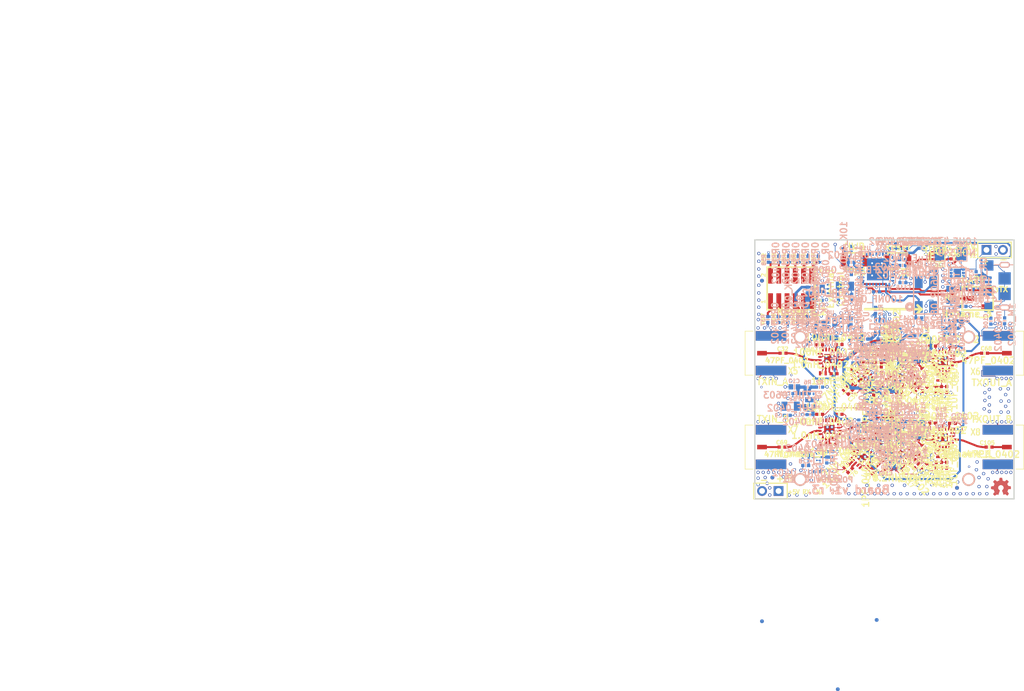
<source format=kicad_pcb>
(kicad_pcb (version 20171130) (host pcbnew "(5.1.12)-1")
  (title_block (title "LimeSDR-Sony v1") (date "23 May 2016") (rev 3) (company "Copyright 2016 Lime Microsystems, Ltd.") (comment 1 "WORK IS COVERED UNDER A CREATIVE COMMONS LICENSE (CC BY 3.0)"))
  (layers (0 Front signal) (1 Inner1_GND signal) (2 Inner2_Signal signal) (3 Inner3_Signal signal) (4 Inner4_Power signal) (31 Back signal) (34 B.Paste user hide) (35 F.Paste user hide) (36 B.SilkS user hide) (37 F.SilkS user hide) (38 B.Mask user hide) (39 F.Mask user hide) (44 Edge.Cuts user))
  (net 0 "")
  (net 1 +1.8V)
  (net 2 +2V)
  (net 3 +3.3V)
  (net 4 +5V)
  (net 5 GND)
  (net 6 MCU_SPI_MOSI)
  (net 7 PWR)
  (net 8 Vd_Driver)
  (net 9 Vg1_2_A)
  (net 10 Vg1_2_B)
  (net 11 Vg3_A)
  (net 12 Vg3_B)
  (net 13 Vg_Driver_A)
  (net 14 Vg_Driver_B)
  (net 15 "Net-(C12-Pad1)")
  (net 16 "Net-(C13-Pad1)")
  (net 17 "Net-(C14-Pad1)")
  (net 18 "Net-(C18-Pad1)")
  (net 19 "Net-(C19-Pad1)")
  (net 20 "Net-(C20-Pad1)")
  (net 21 "Net-(C21-Pad1)")
  (net 22 "Net-(C29-Pad1)")
  (net 23 "Net-(C30-Pad1)")
  (net 24 "Net-(C32-Pad1)")
  (net 25 "Net-(C32-Pad2)")
  (net 26 "Net-(C33-Pad1)")
  (net 27 "Net-(C35-Pad1)")
  (net 28 "Net-(C36-Pad1)")
  (net 29 "Net-(C39-Pad1)")
  (net 30 "Net-(C40-Pad1)")
  (net 31 "Net-(C43-Pad2)")
  (net 32 "Net-(C45-Pad1)")
  (net 33 "Net-(C45-Pad2)")
  (net 34 "Net-(C55-Pad1)")
  (net 35 "Net-(C57-Pad1)")
  (net 36 "Net-(C65-Pad1)")
  (net 37 "Net-(C68-Pad1)")
  (net 38 "Net-(C68-Pad2)")
  (net 39 "Net-(C69-Pad1)")
  (net 40 "Net-(C69-Pad2)")
  (net 41 "Net-(C70-Pad1)")
  (net 42 "Net-(C72-Pad1)")
  (net 43 "Net-(C73-Pad1)")
  (net 44 "Net-(C76-Pad1)")
  (net 45 "Net-(C77-Pad1)")
  (net 46 "Net-(C80-Pad2)")
  (net 47 "Net-(C82-Pad1)")
  (net 48 "Net-(C82-Pad2)")
  (net 49 "Net-(C89-Pad1)")
  (net 50 "Net-(C92-Pad1)")
  (net 51 "Net-(C98-Pad1)")
  (net 52 "Net-(C105-Pad1)")
  (net 53 "Net-(C105-Pad2)")
  (net 54 "Net-(C106-Pad1)")
  (net 55 "Net-(C107-Pad1)")
  (net 56 +3.3V_uC)
  (net 57 "Net-(C112-Pad2)")
  (net 58 "Net-(C113-Pad2)")
  (net 59 /Microcontroller/DATA+)
  (net 60 "Net-(J1-Pad4)")
  (net 61 /Microcontroller/DATA-)
  (net 62 /Microcontroller/UART_TX)
  (net 63 /Microcontroller/UART_RX)
  (net 64 "Net-(L3-Pad1)")
  (net 65 "Net-(L4-Pad1)")
  (net 66 "Net-(L6-Pad1)")
  (net 67 "Net-(L7-Pad1)")
  (net 68 "Net-(L8-Pad2)")
  (net 69 "Net-(L9-Pad2)")
  (net 70 "Net-(L11-Pad1)")
  (net 71 "Net-(L12-Pad1)")
  (net 72 "Net-(L13-Pad1)")
  (net 73 "Net-(L15-Pad1)")
  (net 74 "Net-(L16-Pad1)")
  (net 75 "Net-(L17-Pad2)")
  (net 76 "Net-(L18-Pad2)")
  (net 77 "Net-(L20-Pad1)")
  (net 78 "Net-(LD1-Pad1)")
  (net 79 MCU_SPI_DACB_SS)
  (net 80 "Net-(R2-Pad2)")
  (net 81 "Net-(R3-Pad2)")
  (net 82 "Net-(R4-Pad2)")
  (net 83 "Net-(R5-Pad1)")
  (net 84 MCU_SPI_DACA_SS)
  (net 85 "Net-(R20-Pad1)")
  (net 86 "Net-(R23-Pad2)")
  (net 87 "Net-(R34-Pad1)")
  (net 88 "Net-(R37-Pad1)")
  (net 89 "Net-(R38-Pad1)")
  (net 90 MCU_SPI_SCLK)
  (net 91 "Net-(R41-Pad2)")
  (net 92 MCU_TunerA_IN_SS)
  (net 93 MCU_TunerA_MID_SS)
  (net 94 MCU_TunerA_OUT_SS)
  (net 95 MCU_TunerB_IN_SS)
  (net 96 MCU_TunerB_MID_SS)
  (net 97 MCU_TunerB_OUT_SS)
  (net 98 "Net-(U18-Pad3)")
  (net 99 "Net-(U19-Pad17)")
  (net 100 "Net-(U19-Pad19)")
  (net 101 "Net-(U19-Pad6)")
  (net 102 "Net-(U19-Pad7)")
  (net 103 /Microcontroller/VBUS)
  (net 104 "Net-(J4-Pad4)")
  (net 105 "Net-(J4-Pad6)")
  (net 106 "Net-(J4-Pad8)")
  (net 107 "Net-(J4-Pad12)")
  (net 108 "Net-(J4-Pad10)")
  (net 109 "Net-(J4-Pad9)")
  (net 110 "Net-(J4-Pad7)")
  (net 111 "Net-(J4-Pad5)")
  (net 112 "Net-(J4-Pad1)")
  (net 113 "Net-(J4-Pad2)")
  (net 114 "Net-(J4-Pad3)")
  (net 115 "Net-(R45-Pad1)")
  (net 116 "Net-(R46-Pad1)")
  (net 117 "Net-(R58-Pad2)")
  (net 118 "Net-(R59-Pad2)")
  (net 119 "Net-(R60-Pad2)")
  (net 120 "Net-(R61-Pad2)")
  (net 121 "Net-(R62-Pad2)")
  (net 122 "Net-(R63-Pad2)")
  (net 123 "Net-(R64-Pad2)")
  (net 124 "Net-(U4-Pad6)")
  (net 125 "Net-(U5-Pad6)")
  (net 126 "Net-(U6-Pad6)")
  (net 127 "Net-(U8-Pad6)")
  (net 128 Vd_Drive_select)
  (net 129 "Net-(C109-Pad1)")
  (net 130 /Microcontroller/LED_R)
  (net 131 /Microcontroller/LED_G)
  (net 132 "Net-(R32-Pad2)")
  (net 133 "Net-(R33-Pad2)")
  (net 134 "Net-(R43-Pad2)")
  (module Fiducial (layer Back) (at 183.8 138.7)
    (fp_text reference FD6_2 hide)
    (fp_text value FIDUCIAL hide)
    (pad 1 smd circle (at 0 0) (size 0.6 0.6) (layers Back B.Mask) (clearance 0.2))
  )
  (module Fiducial (layer Back) (at 166.1 138.9)
    (fp_text reference FD5_2 hide)
    (fp_text value FIDUCIAL hide)
    (pad 1 smd circle (at 0 0) (size 0.6 0.6) (layers Back B.Mask) (clearance 0.2))
  )
  (module Fiducial (layer Back) (at 177.8 149.4)
    (fp_text reference FD4_2 hide)
    (fp_text value FIDUCIAL hide)
    (pad 1 smd circle (at 0 0) (size 0.6 0.6) (layers Back B.Mask) (clearance 0.2))
  )
  (module GND_VIA (layer Front) (at 173.7 117.1)
    (fp_text reference GND_VIA_292 hide)
    (fp_text value VAL** hide)
    (pad 1 thru_hole circle (at 0 0) (size 0.5 0.5) (drill 0.3) (layers *.Cu) (net 5 GND) (clearance 0.1))
  )
  (module GND_VIA (layer Front) (at 179.5 117.9)
    (fp_text reference GND_VIA_291 hide)
    (fp_text value VAL** hide)
    (pad 1 thru_hole circle (at 0 0) (size 0.5 0.5) (drill 0.3) (layers *.Cu) (net 5 GND) (clearance 0.1))
  )
  (module GND_VIA (layer Front) (at 201.2 105.5)
    (fp_text reference GND_VIA_290 hide)
    (fp_text value VAL** hide)
    (pad 1 thru_hole circle (at 0 0) (size 0.5 0.5) (drill 0.3) (layers *.Cu) (net 5 GND) (clearance 0.1))
  )
  (module GND_VIA (layer Front) (at 201.2 104.3)
    (fp_text reference GND_VIA_289 hide)
    (fp_text value VAL** hide)
    (pad 1 thru_hole circle (at 0 0) (size 0.5 0.5) (drill 0.3) (layers *.Cu) (net 5 GND) (clearance 0.1))
  )
  (module GND_VIA (layer Front) (at 199.3 114.3)
    (fp_text reference GND_VIA_288 hide)
    (fp_text value VAL** hide)
    (pad 1 thru_hole circle (at 0 0) (size 0.5 0.5) (drill 0.3) (layers *.Cu) (net 5 GND) (clearance 0.1))
  )
  (module GND_VIA (layer Front) (at 201.2 101.7)
    (fp_text reference GND_VIA_287 hide)
    (fp_text value VAL** hide)
    (pad 1 thru_hole circle (at 0 0) (size 0.5 0.5) (drill 0.3) (layers *.Cu) (net 5 GND) (clearance 0.1))
  )
  (module GND_VIA (layer Front) (at 192.3 117.8)
    (fp_text reference GND_VIA_286 hide)
    (fp_text value VAL** hide)
    (pad 1 thru_hole circle (at 0 0) (size 0.5 0.5) (drill 0.3) (layers *.Cu) (net 5 GND) (clearance 0.1))
  )
  (module GND_VIA (layer Front) (at 182.3 117.9)
    (fp_text reference GND_VIA_285 hide)
    (fp_text value VAL** hide)
    (pad 1 thru_hole circle (at 0 0) (size 0.5 0.5) (drill 0.3) (layers *.Cu) (net 5 GND) (clearance 0.1))
  )
  (module GND_VIA (layer Front) (at 196.3 117.4)
    (fp_text reference GND_VIA_284 hide)
    (fp_text value VAL** hide)
    (pad 1 thru_hole circle (at 0 0) (size 0.5 0.5) (drill 0.3) (layers *.Cu) (net 5 GND) (clearance 0.1))
  )
  (module GND_VIA (layer Front) (at 186.2 117.9)
    (fp_text reference GND_VIA_283 hide)
    (fp_text value VAL** hide)
    (pad 1 thru_hole circle (at 0 0) (size 0.5 0.5) (drill 0.3) (layers *.Cu) (net 5 GND) (clearance 0.1))
  )
  (module GND_VIA (layer Front) (at 170.5 114.6)
    (fp_text reference GND_VIA_282 hide)
    (fp_text value VAL** hide)
    (pad 1 thru_hole circle (at 0 0) (size 0.5 0.5) (drill 0.3) (layers *.Cu) (net 5 GND) (clearance 0.1))
  )
  (module GND_VIA (layer Front) (at 165.5 117.8)
    (fp_text reference GND_VIA_281 hide)
    (fp_text value VAL** hide)
    (pad 1 thru_hole circle (at 0 0) (size 0.5 0.5) (drill 0.3) (layers *.Cu) (net 5 GND) (clearance 0.1))
  )
  (module GND_VIA (layer Front) (at 166.6 116.7)
    (fp_text reference GND_VIA_280 hide)
    (fp_text value VAL** hide)
    (pad 1 thru_hole circle (at 0 0) (size 0.5 0.5) (drill 0.3) (layers *.Cu) (net 5 GND) (clearance 0.1))
  )
  (module GND_VIA (layer Front) (at 169.4 116.6)
    (fp_text reference GND_VIA_279 hide)
    (fp_text value VAL** hide)
    (pad 1 thru_hole circle (at 0 0) (size 0.5 0.5) (drill 0.3) (layers *.Cu) (net 5 GND) (clearance 0.1))
  )
  (module GND_VIA (layer Front) (at 171.1 115.5)
    (fp_text reference GND_VIA_278 hide)
    (fp_text value VAL** hide)
    (pad 1 thru_hole circle (at 0 0) (size 0.5 0.5) (drill 0.3) (layers *.Cu) (net 5 GND) (clearance 0.1))
  )
  (module GND_VIA (layer Front) (at 166.9 117.6)
    (fp_text reference GND_VIA_277 hide)
    (fp_text value VAL** hide)
    (pad 1 thru_hole circle (at 0 0) (size 0.5 0.5) (drill 0.3) (layers *.Cu) (net 5 GND) (clearance 0.1))
  )
  (module GND_VIA (layer Front) (at 170 117.1)
    (fp_text reference GND_VIA_276 hide)
    (fp_text value VAL** hide)
    (pad 1 thru_hole circle (at 0 0) (size 0.5 0.5) (drill 0.3) (layers *.Cu) (net 5 GND) (clearance 0.1))
  )
  (module GND_VIA (layer Front) (at 165.5 116.8)
    (fp_text reference GND_VIA_275 hide)
    (fp_text value VAL** hide)
    (pad 1 thru_hole circle (at 0 0) (size 0.5 0.5) (drill 0.3) (layers *.Cu) (net 5 GND) (clearance 0.1))
  )
  (module GND_VIA (layer Front) (at 167.3 118.3)
    (fp_text reference GND_VIA_274 hide)
    (fp_text value VAL** hide)
    (pad 1 thru_hole circle (at 0 0) (size 0.5 0.5) (drill 0.3) (layers *.Cu) (net 5 GND) (clearance 0.1))
  )
  (module GND_VIA (layer Front) (at 167.3 119.4)
    (fp_text reference GND_VIA_273 hide)
    (fp_text value VAL** hide)
    (pad 1 thru_hole circle (at 0 0) (size 0.5 0.5) (drill 0.3) (layers *.Cu) (net 5 GND) (clearance 0.1))
  )
  (module GND_VIA (layer Front) (at 170.3 119.4)
    (fp_text reference GND_VIA_272 hide)
    (fp_text value VAL** hide)
    (pad 1 thru_hole circle (at 0 0) (size 0.5 0.5) (drill 0.3) (layers *.Cu) (net 5 GND) (clearance 0.1))
  )
  (module GND_VIA (layer Front) (at 172.9 119.4)
    (fp_text reference GND_VIA_271 hide)
    (fp_text value VAL** hide)
    (pad 1 thru_hole circle (at 0 0) (size 0.5 0.5) (drill 0.3) (layers *.Cu) (net 5 GND) (clearance 0.1))
  )
  (module GND_VIA (layer Front) (at 171.5 119.4)
    (fp_text reference GND_VIA_270 hide)
    (fp_text value VAL** hide)
    (pad 1 thru_hole circle (at 0 0) (size 0.5 0.5) (drill 0.3) (layers *.Cu) (net 5 GND) (clearance 0.1))
  )
  (module GND_VIA (layer Front) (at 190.2 117.9)
    (fp_text reference GND_VIA_269 hide)
    (fp_text value VAL** hide)
    (pad 1 thru_hole circle (at 0 0) (size 0.5 0.5) (drill 0.3) (layers *.Cu) (net 5 GND) (clearance 0.1))
  )
  (module GND_VIA (layer Front) (at 188.1 117.9)
    (fp_text reference GND_VIA_268 hide)
    (fp_text value VAL** hide)
    (pad 1 thru_hole circle (at 0 0) (size 0.5 0.5) (drill 0.3) (layers *.Cu) (net 5 GND) (clearance 0.1))
  )
  (module GND_VIA (layer Front) (at 201.2 103.1)
    (fp_text reference GND_VIA_267 hide)
    (fp_text value VAL** hide)
    (pad 1 thru_hole circle (at 0 0) (size 0.5 0.5) (drill 0.3) (layers *.Cu) (net 5 GND) (clearance 0.1))
  )
  (module GND_VIA (layer Front) (at 201.2 106.5)
    (fp_text reference GND_VIA_266 hide)
    (fp_text value VAL** hide)
    (pad 1 thru_hole circle (at 0 0) (size 0.5 0.5) (drill 0.3) (layers *.Cu) (net 5 GND) (clearance 0.1))
  )
  (module GND_VIA (layer Front) (at 182.5 119.2)
    (fp_text reference GND_VIA_265 hide)
    (fp_text value VAL** hide)
    (pad 1 thru_hole circle (at 0 0) (size 0.5 0.5) (drill 0.3) (layers *.Cu) (net 5 GND) (clearance 0.1))
  )
  (module GND_VIA (layer Front) (at 183.5 119.2)
    (fp_text reference GND_VIA_264 hide)
    (fp_text value VAL** hide)
    (pad 1 thru_hole circle (at 0 0) (size 0.5 0.5) (drill 0.3) (layers *.Cu) (net 5 GND) (clearance 0.1))
  )
  (module GND_VIA (layer Front) (at 181.5 119.2)
    (fp_text reference GND_VIA_263 hide)
    (fp_text value VAL** hide)
    (pad 1 thru_hole circle (at 0 0) (size 0.5 0.5) (drill 0.3) (layers *.Cu) (net 5 GND) (clearance 0.1))
  )
  (module GND_VIA (layer Front) (at 184.5 119.2)
    (fp_text reference GND_VIA_262 hide)
    (fp_text value VAL** hide)
    (pad 1 thru_hole circle (at 0 0) (size 0.5 0.5) (drill 0.3) (layers *.Cu) (net 5 GND) (clearance 0.1))
  )
  (module GND_VIA (layer Front) (at 184.1 117.9)
    (fp_text reference GND_VIA_261 hide)
    (fp_text value VAL** hide)
    (pad 1 thru_hole circle (at 0 0) (size 0.5 0.5) (drill 0.3) (layers *.Cu) (net 5 GND) (clearance 0.1))
  )
  (module GND_VIA (layer Front) (at 179.5 119.2)
    (fp_text reference GND_VIA_260 hide)
    (fp_text value VAL** hide)
    (pad 1 thru_hole circle (at 0 0) (size 0.5 0.5) (drill 0.3) (layers *.Cu) (net 5 GND) (clearance 0.1))
  )
  (module GND_VIA (layer Front) (at 194.3 117.8)
    (fp_text reference GND_VIA_259 hide)
    (fp_text value VAL** hide)
    (pad 1 thru_hole circle (at 0 0) (size 0.5 0.5) (drill 0.3) (layers *.Cu) (net 5 GND) (clearance 0.1))
  )
  (module GND_VIA (layer Front) (at 180.5 119.2)
    (fp_text reference GND_VIA_258 hide)
    (fp_text value VAL** hide)
    (pad 1 thru_hole circle (at 0 0) (size 0.5 0.5) (drill 0.3) (layers *.Cu) (net 5 GND) (clearance 0.1))
  )
  (module GND_VIA (layer Front) (at 190.6 119.2)
    (fp_text reference GND_VIA_257 hide)
    (fp_text value VAL** hide)
    (pad 1 thru_hole circle (at 0 0) (size 0.5 0.5) (drill 0.3) (layers *.Cu) (net 5 GND) (clearance 0.1))
  )
  (module GND_VIA (layer Front) (at 186.5 119.2)
    (fp_text reference GND_VIA_256 hide)
    (fp_text value VAL** hide)
    (pad 1 thru_hole circle (at 0 0) (size 0.5 0.5) (drill 0.3) (layers *.Cu) (net 5 GND) (clearance 0.1))
  )
  (module GND_VIA (layer Front) (at 187.5 119.2)
    (fp_text reference GND_VIA_255 hide)
    (fp_text value VAL** hide)
    (pad 1 thru_hole circle (at 0 0) (size 0.5 0.5) (drill 0.3) (layers *.Cu) (net 5 GND) (clearance 0.1))
  )
  (module GND_VIA (layer Front) (at 185.5 119.2)
    (fp_text reference GND_VIA_254 hide)
    (fp_text value VAL** hide)
    (pad 1 thru_hole circle (at 0 0) (size 0.5 0.5) (drill 0.3) (layers *.Cu) (net 5 GND) (clearance 0.1))
  )
  (module GND_VIA (layer Front) (at 189.6 119.2)
    (fp_text reference GND_VIA_253 hide)
    (fp_text value VAL** hide)
    (pad 1 thru_hole circle (at 0 0) (size 0.5 0.5) (drill 0.3) (layers *.Cu) (net 5 GND) (clearance 0.1))
  )
  (module GND_VIA (layer Front) (at 188.5 119.2)
    (fp_text reference GND_VIA_252 hide)
    (fp_text value VAL** hide)
    (pad 1 thru_hole circle (at 0 0) (size 0.5 0.5) (drill 0.3) (layers *.Cu) (net 5 GND) (clearance 0.1))
  )
  (module GND_VIA (layer Front) (at 194.6 119.2)
    (fp_text reference GND_VIA_251 hide)
    (fp_text value VAL** hide)
    (pad 1 thru_hole circle (at 0 0) (size 0.5 0.5) (drill 0.3) (layers *.Cu) (net 5 GND) (clearance 0.1))
  )
  (module GND_VIA (layer Front) (at 195.7 119.2)
    (fp_text reference GND_VIA_250 hide)
    (fp_text value VAL** hide)
    (pad 1 thru_hole circle (at 0 0) (size 0.5 0.5) (drill 0.3) (layers *.Cu) (net 5 GND) (clearance 0.1))
  )
  (module GND_VIA (layer Front) (at 191.6 119.2)
    (fp_text reference GND_VIA_249 hide)
    (fp_text value VAL** hide)
    (pad 1 thru_hole circle (at 0 0) (size 0.5 0.5) (drill 0.3) (layers *.Cu) (net 5 GND) (clearance 0.1))
  )
  (module GND_VIA (layer Front) (at 193.6 119.2)
    (fp_text reference GND_VIA_248 hide)
    (fp_text value VAL** hide)
    (pad 1 thru_hole circle (at 0 0) (size 0.5 0.5) (drill 0.3) (layers *.Cu) (net 5 GND) (clearance 0.1))
  )
  (module GND_VIA (layer Front) (at 192.6 119.2)
    (fp_text reference GND_VIA_247 hide)
    (fp_text value VAL** hide)
    (pad 1 thru_hole circle (at 0 0) (size 0.5 0.5) (drill 0.3) (layers *.Cu) (net 5 GND) (clearance 0.1))
  )
  (module GND_VIA (layer Front) (at 199.2 115.5)
    (fp_text reference GND_VIA_246 hide)
    (fp_text value VAL** hide)
    (pad 1 thru_hole circle (at 0 0) (size 0.5 0.5) (drill 0.3) (layers *.Cu) (net 5 GND) (clearance 0.1))
  )
  (module GND_VIA (layer Front) (at 199.6 118.1)
    (fp_text reference GND_VIA_245 hide)
    (fp_text value VAL** hide)
    (pad 1 thru_hole circle (at 0 0) (size 0.5 0.5) (drill 0.3) (layers *.Cu) (net 5 GND) (clearance 0.1))
  )
  (module GND_VIA (layer Front) (at 199.6 116.7)
    (fp_text reference GND_VIA_244 hide)
    (fp_text value VAL** hide)
    (pad 1 thru_hole circle (at 0 0) (size 0.5 0.5) (drill 0.3) (layers *.Cu) (net 5 GND) (clearance 0.1))
  )
  (module GND_VIA (layer Front) (at 197.7 119.2)
    (fp_text reference GND_VIA_243 hide)
    (fp_text value VAL** hide)
    (pad 1 thru_hole circle (at 0 0) (size 0.5 0.5) (drill 0.3) (layers *.Cu) (net 5 GND) (clearance 0.1))
  )
  (module GND_VIA (layer Front) (at 198.7 119.2)
    (fp_text reference GND_VIA_242 hide)
    (fp_text value VAL** hide)
    (pad 1 thru_hole circle (at 0 0) (size 0.5 0.5) (drill 0.3) (layers *.Cu) (net 5 GND) (clearance 0.1))
  )
  (module GND_VIA (layer Front) (at 196.7 119.2)
    (fp_text reference GND_VIA_241 hide)
    (fp_text value VAL** hide)
    (pad 1 thru_hole circle (at 0 0) (size 0.5 0.5) (drill 0.3) (layers *.Cu) (net 5 GND) (clearance 0.1))
  )
  (module GND_VIA (layer Front) (at 200.8 119.2)
    (fp_text reference GND_VIA_240 hide)
    (fp_text value VAL** hide)
    (pad 1 thru_hole circle (at 0 0) (size 0.5 0.5) (drill 0.3) (layers *.Cu) (net 5 GND) (clearance 0.1))
  )
  (module GND_VIA (layer Front) (at 201 116.9)
    (fp_text reference GND_VIA_239 hide)
    (fp_text value VAL** hide)
    (pad 1 thru_hole circle (at 0 0) (size 0.5 0.5) (drill 0.3) (layers *.Cu) (net 5 GND) (clearance 0.1))
  )
  (module GND_VIA (layer Front) (at 199.7 119.2)
    (fp_text reference GND_VIA_238 hide)
    (fp_text value VAL** hide)
    (pad 1 thru_hole circle (at 0 0) (size 0.5 0.5) (drill 0.3) (layers *.Cu) (net 5 GND) (clearance 0.1))
  )
  (module GND_VIA (layer Front) (at 200.8 118.1)
    (fp_text reference GND_VIA_237 hide)
    (fp_text value VAL** hide)
    (pad 1 thru_hole circle (at 0 0) (size 0.5 0.5) (drill 0.3) (layers *.Cu) (net 5 GND) (clearance 0.1))
  )
  (module GND_VIA (layer Front) (at 200.5 104.8)
    (fp_text reference GND_VIA_236 hide)
    (fp_text value VAL** hide)
    (pad 1 thru_hole circle (at 0 0) (size 0.5 0.5) (drill 0.3) (layers *.Cu) (net 5 GND) (clearance 0.1))
  )
  (module GND_VIA (layer Front) (at 200.3 116.1)
    (fp_text reference GND_VIA_235 hide)
    (fp_text value VAL** hide)
    (pad 1 thru_hole circle (at 0 0) (size 0.5 0.5) (drill 0.3) (layers *.Cu) (net 5 GND) (clearance 0.1))
  )
  (module GND_VIA (layer Front) (at 200.5 103.6)
    (fp_text reference GND_VIA_234 hide)
    (fp_text value VAL** hide)
    (pad 1 thru_hole circle (at 0 0) (size 0.5 0.5) (drill 0.3) (layers *.Cu) (net 5 GND) (clearance 0.1))
  )
  (module GND_VIA (layer Front) (at 200.5 102.4)
    (fp_text reference GND_VIA_233 hide)
    (fp_text value VAL** hide)
    (pad 1 thru_hole circle (at 0 0) (size 0.5 0.5) (drill 0.3) (layers *.Cu) (net 5 GND) (clearance 0.1))
  )
  (module GND_VIA (layer Front) (at 200.9 108.1)
    (fp_text reference GND_VIA_232 hide)
    (fp_text value VAL** hide)
    (pad 1 thru_hole circle (at 0 0) (size 0.5 0.5) (drill 0.3) (layers *.Cu) (net 5 GND) (clearance 0.1))
  )
  (module GND_VIA (layer Front) (at 200.4 106.1)
    (fp_text reference GND_VIA_231 hide)
    (fp_text value VAL** hide)
    (pad 1 thru_hole circle (at 0 0) (size 0.5 0.5) (drill 0.3) (layers *.Cu) (net 5 GND) (clearance 0.1))
  )
  (module GND_VIA (layer Front) (at 165.54 92.31)
    (fp_text reference GND_VIA_230 hide)
    (fp_text value VAL** hide)
    (pad 1 thru_hole circle (at 0 0) (size 0.5 0.5) (drill 0.3) (layers *.Cu) (net 5 GND) (clearance 0.1))
  )
  (module GND_VIA (layer Front) (at 165.6 87)
    (fp_text reference GND_VIA_229 hide)
    (fp_text value VAL** hide)
    (pad 1 thru_hole circle (at 0 0) (size 0.5 0.5) (drill 0.3) (layers *.Cu) (net 5 GND) (clearance 0.1))
  )
  (module GND_VIA (layer Front) (at 165.6 91.5)
    (fp_text reference GND_VIA_228 hide)
    (fp_text value VAL** hide)
    (pad 1 thru_hole circle (at 0 0) (size 0.5 0.5) (drill 0.3) (layers *.Cu) (net 5 GND) (clearance 0.1))
  )
  (module GND_VIA (layer Front) (at 165.6 89.3)
    (fp_text reference GND_VIA_227 hide)
    (fp_text value VAL** hide)
    (pad 1 thru_hole circle (at 0 0) (size 0.5 0.5) (drill 0.3) (layers *.Cu) (net 5 GND) (clearance 0.1))
  )
  (module GND_VIA (layer Front) (at 165.6 88.2)
    (fp_text reference GND_VIA_226 hide)
    (fp_text value VAL** hide)
    (pad 1 thru_hole circle (at 0 0) (size 0.5 0.5) (drill 0.3) (layers *.Cu) (net 5 GND) (clearance 0.1))
  )
  (module GND_VIA (layer Front) (at 165.6 90.4)
    (fp_text reference GND_VIA_225 hide)
    (fp_text value VAL** hide)
    (pad 1 thru_hole circle (at 0 0) (size 0.5 0.5) (drill 0.3) (layers *.Cu) (net 5 GND) (clearance 0.1))
  )
  (module GND_VIA (layer Front) (at 165.6 83.3)
    (fp_text reference GND_VIA_224 hide)
    (fp_text value VAL** hide)
    (pad 1 thru_hole circle (at 0 0) (size 0.5 0.5) (drill 0.3) (layers *.Cu) (net 5 GND) (clearance 0.1))
  )
  (module GND_VIA (layer Front) (at 165.6 85.6)
    (fp_text reference GND_VIA_223 hide)
    (fp_text value VAL** hide)
    (pad 1 thru_hole circle (at 0 0) (size 0.5 0.5) (drill 0.3) (layers *.Cu) (net 5 GND) (clearance 0.1))
  )
  (module GND_VIA (layer Front) (at 165.6 84.5)
    (fp_text reference GND_VIA_222 hide)
    (fp_text value VAL** hide)
    (pad 1 thru_hole circle (at 0 0) (size 0.5 0.5) (drill 0.3) (layers *.Cu) (net 5 GND) (clearance 0.1))
  )
  (module GND_VIA (layer Front) (at 165.6 82.1)
    (fp_text reference GND_VIA_221 hide)
    (fp_text value VAL** hide)
    (pad 1 thru_hole circle (at 0 0) (size 0.5 0.5) (drill 0.3) (layers *.Cu) (net 5 GND) (clearance 0.1))
  )
  (module GND_VIA (layer Front) (at 177.4 80.7)
    (fp_text reference GND_VIA_220 hide)
    (fp_text value VAL** hide)
    (pad 1 thru_hole circle (at 0 0) (size 0.5 0.5) (drill 0.3) (layers *.Cu) (net 5 GND) (clearance 0.1))
  )
  (module GND_VIA (layer Front) (at 181.5 113)
    (fp_text reference GND_VIA_219 hide)
    (fp_text value VAL** hide)
    (pad 1 thru_hole circle (at 0 0) (size 0.5 0.5) (drill 0.3) (layers *.Cu) (net 5 GND) (clearance 0.1))
  )
  (module GND_VIA (layer Front) (at 182 113.5)
    (fp_text reference GND_VIA_218 hide)
    (fp_text value VAL** hide)
    (pad 1 thru_hole circle (at 0 0) (size 0.5 0.5) (drill 0.3) (layers *.Cu) (net 5 GND) (clearance 0.1))
  )
  (module GND_VIA (layer Front) (at 181.5 114)
    (fp_text reference GND_VIA_217 hide)
    (fp_text value VAL** hide)
    (pad 1 thru_hole circle (at 0 0) (size 0.5 0.5) (drill 0.3) (layers *.Cu) (net 5 GND) (clearance 0.1))
  )
  (module GND_VIA (layer Front) (at 181 113.5)
    (fp_text reference GND_VIA_216 hide)
    (fp_text value VAL** hide)
    (pad 1 thru_hole circle (at 0 0) (size 0.5 0.5) (drill 0.3) (layers *.Cu) (net 5 GND) (clearance 0.1))
  )
  (module GND_VIA (layer Front) (at 176.9 108.9)
    (fp_text reference GND_VIA_215 hide)
    (fp_text value VAL** hide)
    (pad 1 thru_hole circle (at 0 0) (size 0.5 0.5) (drill 0.3) (layers *.Cu) (net 5 GND) (clearance 0.1))
  )
  (module GND_VIA (layer Front) (at 176.9 109.6)
    (fp_text reference GND_VIA_214 hide)
    (fp_text value VAL** hide)
    (pad 1 thru_hole circle (at 0 0) (size 0.5 0.5) (drill 0.3) (layers *.Cu) (net 5 GND) (clearance 0.1))
  )
  (module GND_VIA (layer Front) (at 176.2 109.6)
    (fp_text reference GND_VIA_213 hide)
    (fp_text value VAL** hide)
    (pad 1 thru_hole circle (at 0 0) (size 0.5 0.5) (drill 0.3) (layers *.Cu) (net 5 GND) (clearance 0.1))
  )
  (module GND_VIA (layer Front) (at 176.2 108.9)
    (fp_text reference GND_VIA_212 hide)
    (fp_text value VAL** hide)
    (pad 1 thru_hole circle (at 0 0) (size 0.5 0.5) (drill 0.3) (layers *.Cu) (net 5 GND) (clearance 0.1))
  )
  (module GND_VIA (layer Front) (at 166.3 115.9)
    (fp_text reference GND_VIA_211 hide)
    (fp_text value VAL** hide)
    (pad 1 thru_hole circle (at 0 0) (size 0.5 0.5) (drill 0.3) (layers *.Cu) (net 5 GND) (clearance 0.1))
  )
  (module GND_VIA (layer Front) (at 167.9 115.9)
    (fp_text reference GND_VIA_210 hide)
    (fp_text value VAL** hide)
    (pad 1 thru_hole circle (at 0 0) (size 0.5 0.5) (drill 0.3) (layers *.Cu) (net 5 GND) (clearance 0.1))
  )
  (module GND_VIA (layer Front) (at 167.1 115.9)
    (fp_text reference GND_VIA_209 hide)
    (fp_text value VAL** hide)
    (pad 1 thru_hole circle (at 0 0) (size 0.5 0.5) (drill 0.3) (layers *.Cu) (net 5 GND) (clearance 0.1))
  )
  (module GND_VIA (layer Front) (at 169.5 115.9)
    (fp_text reference GND_VIA_208 hide)
    (fp_text value VAL** hide)
    (pad 1 thru_hole circle (at 0 0) (size 0.5 0.5) (drill 0.3) (layers *.Cu) (net 5 GND) (clearance 0.1))
  )
  (module GND_VIA (layer Front) (at 168.7 115.9)
    (fp_text reference GND_VIA_207 hide)
    (fp_text value VAL** hide)
    (pad 1 thru_hole circle (at 0 0) (size 0.5 0.5) (drill 0.3) (layers *.Cu) (net 5 GND) (clearance 0.1))
  )
  (module GND_VIA (layer Front) (at 170.3 115.9)
    (fp_text reference GND_VIA_206 hide)
    (fp_text value VAL** hide)
    (pad 1 thru_hole circle (at 0 0) (size 0.5 0.5) (drill 0.3) (layers *.Cu) (net 5 GND) (clearance 0.1))
  )
  (module GND_VIA (layer Front) (at 165.5 115.9)
    (fp_text reference GND_VIA_205 hide)
    (fp_text value VAL** hide)
    (pad 1 thru_hole circle (at 0 0) (size 0.5 0.5) (drill 0.3) (layers *.Cu) (net 5 GND) (clearance 0.1))
  )
  (module GND_VIA (layer Front) (at 167.1 108.1)
    (fp_text reference GND_VIA_204 hide)
    (fp_text value VAL** hide)
    (pad 1 thru_hole circle (at 0 0) (size 0.5 0.5) (drill 0.3) (layers *.Cu) (net 5 GND) (clearance 0.1))
  )
  (module GND_VIA (layer Front) (at 165.5 101.4)
    (fp_text reference GND_VIA_203 hide)
    (fp_text value VAL** hide)
    (pad 1 thru_hole circle (at 0 0) (size 0.5 0.5) (drill 0.3) (layers *.Cu) (net 5 GND) (clearance 0.1))
  )
  (module GND_VIA (layer Front) (at 167.4 101.4)
    (fp_text reference GND_VIA_202 hide)
    (fp_text value VAL** hide)
    (pad 1 thru_hole circle (at 0 0) (size 0.5 0.5) (drill 0.3) (layers *.Cu) (net 5 GND) (clearance 0.1))
  )
  (module GND_VIA (layer Front) (at 166.5 101.4)
    (fp_text reference GND_VIA_201 hide)
    (fp_text value VAL** hide)
    (pad 1 thru_hole circle (at 0 0) (size 0.5 0.5) (drill 0.3) (layers *.Cu) (net 5 GND) (clearance 0.1))
  )
  (module GND_VIA (layer Front) (at 166.3 108.1)
    (fp_text reference GND_VIA_200 hide)
    (fp_text value VAL** hide)
    (pad 1 thru_hole circle (at 0 0) (size 0.5 0.5) (drill 0.3) (layers *.Cu) (net 5 GND) (clearance 0.1))
  )
  (module GND_VIA (layer Front) (at 167.5 93.6)
    (fp_text reference GND_VIA_199 hide)
    (fp_text value VAL** hide)
    (pad 1 thru_hole circle (at 0 0) (size 0.5 0.5) (drill 0.3) (layers *.Cu) (net 5 GND) (clearance 0.1))
  )
  (module GND_VIA (layer Front) (at 165.5 108.1)
    (fp_text reference GND_VIA_198 hide)
    (fp_text value VAL** hide)
    (pad 1 thru_hole circle (at 0 0) (size 0.5 0.5) (drill 0.3) (layers *.Cu) (net 5 GND) (clearance 0.1))
  )
  (module GND_VIA (layer Front) (at 165.5 93.6)
    (fp_text reference GND_VIA_197 hide)
    (fp_text value VAL** hide)
    (pad 1 thru_hole circle (at 0 0) (size 0.5 0.5) (drill 0.3) (layers *.Cu) (net 5 GND) (clearance 0.1))
  )
  (module GND_VIA (layer Front) (at 168.3 101.4)
    (fp_text reference GND_VIA_196 hide)
    (fp_text value VAL** hide)
    (pad 1 thru_hole circle (at 0 0) (size 0.5 0.5) (drill 0.3) (layers *.Cu) (net 5 GND) (clearance 0.1))
  )
  (module GND_VIA (layer Front) (at 166.5 93.6)
    (fp_text reference GND_VIA_195 hide)
    (fp_text value VAL** hide)
    (pad 1 thru_hole circle (at 0 0) (size 0.5 0.5) (drill 0.3) (layers *.Cu) (net 5 GND) (clearance 0.1))
  )
  (module GND_VIA (layer Front) (at 168.9 93.6)
    (fp_text reference GND_VIA_194 hide)
    (fp_text value VAL** hide)
    (pad 1 thru_hole circle (at 0 0) (size 0.5 0.5) (drill 0.3) (layers *.Cu) (net 5 GND) (clearance 0.1))
  )
  (module GND_VIA (layer Front) (at 203 106.6)
    (fp_text reference GND_VIA_193 hide)
    (fp_text value VAL** hide)
    (pad 1 thru_hole circle (at 0 0) (size 0.5 0.5) (drill 0.3) (layers *.Cu) (net 5 GND) (clearance 0.1))
  )
  (module GND_VIA (layer Front) (at 203.7 105.7)
    (fp_text reference GND_VIA_192 hide)
    (fp_text value VAL** hide)
    (pad 1 thru_hole circle (at 0 0) (size 0.5 0.5) (drill 0.3) (layers *.Cu) (net 5 GND) (clearance 0.1))
  )
  (module GND_VIA (layer Front) (at 203 104.9)
    (fp_text reference GND_VIA_191 hide)
    (fp_text value VAL** hide)
    (pad 1 thru_hole circle (at 0 0) (size 0.5 0.5) (drill 0.3) (layers *.Cu) (net 5 GND) (clearance 0.1))
  )
  (module GND_VIA (layer Front) (at 201.7 115.9)
    (fp_text reference GND_VIA_190 hide)
    (fp_text value VAL** hide)
    (pad 1 thru_hole circle (at 0 0) (size 0.5 0.5) (drill 0.3) (layers *.Cu) (net 5 GND) (clearance 0.1))
  )
  (module GND_VIA (layer Front) (at 202.4 115.9)
    (fp_text reference GND_VIA_189 hide)
    (fp_text value VAL** hide)
    (pad 1 thru_hole circle (at 0 0) (size 0.5 0.5) (drill 0.3) (layers *.Cu) (net 5 GND) (clearance 0.1))
  )
  (module GND_VIA (layer Front) (at 204.5 115.9)
    (fp_text reference GND_VIA_188 hide)
    (fp_text value VAL** hide)
    (pad 1 thru_hole circle (at 0 0) (size 0.5 0.5) (drill 0.3) (layers *.Cu) (net 5 GND) (clearance 0.1))
  )
  (module GND_VIA (layer Front) (at 203.8 115.9)
    (fp_text reference GND_VIA_187 hide)
    (fp_text value VAL** hide)
    (pad 1 thru_hole circle (at 0 0) (size 0.5 0.5) (drill 0.3) (layers *.Cu) (net 5 GND) (clearance 0.1))
  )
  (module GND_VIA (layer Front) (at 203.7 103.9)
    (fp_text reference GND_VIA_186 hide)
    (fp_text value VAL** hide)
    (pad 1 thru_hole circle (at 0 0) (size 0.5 0.5) (drill 0.3) (layers *.Cu) (net 5 GND) (clearance 0.1))
  )
  (module GND_VIA (layer Front) (at 203.1 115.9)
    (fp_text reference GND_VIA_185 hide)
    (fp_text value VAL** hide)
    (pad 1 thru_hole circle (at 0 0) (size 0.5 0.5) (drill 0.3) (layers *.Cu) (net 5 GND) (clearance 0.1))
  )
  (module GND_VIA (layer Front) (at 202.9 103)
    (fp_text reference GND_VIA_184 hide)
    (fp_text value VAL** hide)
    (pad 1 thru_hole circle (at 0 0) (size 0.5 0.5) (drill 0.3) (layers *.Cu) (net 5 GND) (clearance 0.1))
  )
  (module GND_VIA (layer Front) (at 204.2 104.9)
    (fp_text reference GND_VIA_183 hide)
    (fp_text value VAL** hide)
    (pad 1 thru_hole circle (at 0 0) (size 0.5 0.5) (drill 0.3) (layers *.Cu) (net 5 GND) (clearance 0.1))
  )
  (module GND_VIA (layer Front) (at 203 93.6)
    (fp_text reference GND_VIA_182 hide)
    (fp_text value VAL** hide)
    (pad 1 thru_hole circle (at 0 0) (size 0.5 0.5) (drill 0.3) (layers *.Cu) (net 5 GND) (clearance 0.1))
  )
  (module GND_VIA (layer Front) (at 204.1 103)
    (fp_text reference GND_VIA_181 hide)
    (fp_text value VAL** hide)
    (pad 1 thru_hole circle (at 0 0) (size 0.5 0.5) (drill 0.3) (layers *.Cu) (net 5 GND) (clearance 0.1))
  )
  (module GND_VIA (layer Front) (at 201.7 108.1)
    (fp_text reference GND_VIA_180 hide)
    (fp_text value VAL** hide)
    (pad 1 thru_hole circle (at 0 0) (size 0.5 0.5) (drill 0.3) (layers *.Cu) (net 5 GND) (clearance 0.1))
  )
  (module GND_VIA (layer Front) (at 202.4 108.1)
    (fp_text reference GND_VIA_179 hide)
    (fp_text value VAL** hide)
    (pad 1 thru_hole circle (at 0 0) (size 0.5 0.5) (drill 0.3) (layers *.Cu) (net 5 GND) (clearance 0.1))
  )
  (module GND_VIA (layer Front) (at 204.1 106.6)
    (fp_text reference GND_VIA_178 hide)
    (fp_text value VAL** hide)
    (pad 1 thru_hole circle (at 0 0) (size 0.5 0.5) (drill 0.3) (layers *.Cu) (net 5 GND) (clearance 0.1))
  )
  (module GND_VIA (layer Front) (at 203.8 108.1)
    (fp_text reference GND_VIA_177 hide)
    (fp_text value VAL** hide)
    (pad 1 thru_hole circle (at 0 0) (size 0.5 0.5) (drill 0.3) (layers *.Cu) (net 5 GND) (clearance 0.1))
  )
  (module GND_VIA (layer Front) (at 203.1 101.4)
    (fp_text reference GND_VIA_176 hide)
    (fp_text value VAL** hide)
    (pad 1 thru_hole circle (at 0 0) (size 0.5 0.5) (drill 0.3) (layers *.Cu) (net 5 GND) (clearance 0.1))
  )
  (module GND_VIA (layer Front) (at 203.1 108.1)
    (fp_text reference GND_VIA_175 hide)
    (fp_text value VAL** hide)
    (pad 1 thru_hole circle (at 0 0) (size 0.5 0.5) (drill 0.3) (layers *.Cu) (net 5 GND) (clearance 0.1))
  )
  (module GND_VIA (layer Front) (at 202.4 101.4)
    (fp_text reference GND_VIA_174 hide)
    (fp_text value VAL** hide)
    (pad 1 thru_hole circle (at 0 0) (size 0.5 0.5) (drill 0.3) (layers *.Cu) (net 5 GND) (clearance 0.1))
  )
  (module GND_VIA (layer Front) (at 189.4 93.2)
    (fp_text reference GND_VIA_173 hide)
    (fp_text value VAL** hide)
    (pad 1 thru_hole circle (at 0 0) (size 0.5 0.5) (drill 0.3) (layers *.Cu) (net 5 GND) (clearance 0.1))
  )
  (module GND_VIA (layer Front) (at 187.8 94.4)
    (fp_text reference GND_VIA_172 hide)
    (fp_text value VAL** hide)
    (pad 1 thru_hole circle (at 0 0) (size 0.5 0.5) (drill 0.3) (layers *.Cu) (net 5 GND) (clearance 0.1))
  )
  (module GND_VIA (layer Front) (at 184.6 93.2)
    (fp_text reference GND_VIA_171 hide)
    (fp_text value VAL** hide)
    (pad 1 thru_hole circle (at 0 0) (size 0.5 0.5) (drill 0.3) (layers *.Cu) (net 5 GND) (clearance 0.1))
  )
  (module GND_VIA (layer Front) (at 176.82 114.45)
    (fp_text reference GND_VIA_170 hide)
    (fp_text value VAL** hide)
    (pad 1 thru_hole circle (at 0 0) (size 0.5 0.5) (drill 0.3) (layers *.Cu) (net 5 GND) (clearance 0.1))
  )
  (module GND_VIA (layer Front) (at 177.7 112.7)
    (fp_text reference GND_VIA_169 hide)
    (fp_text value VAL** hide)
    (pad 1 thru_hole circle (at 0 0) (size 0.5 0.5) (drill 0.3) (layers *.Cu) (net 5 GND) (clearance 0.1))
  )
  (module GND_VIA (layer Front) (at 176.14 102.7)
    (fp_text reference GND_VIA_168 hide)
    (fp_text value VAL** hide)
    (pad 1 thru_hole circle (at 0 0) (size 0.5 0.5) (drill 0.3) (layers *.Cu) (net 5 GND) (clearance 0.1))
  )
  (module GND_VIA (layer Front) (at 169.67 101.81)
    (fp_text reference GND_VIA_167 hide)
    (fp_text value VAL** hide)
    (pad 1 thru_hole circle (at 0 0) (size 0.5 0.5) (drill 0.3) (layers *.Cu) (net 5 GND) (clearance 0.1))
  )
  (module GND_VIA (layer Front) (at 170.53 101.77)
    (fp_text reference GND_VIA_166 hide)
    (fp_text value VAL** hide)
    (pad 1 thru_hole circle (at 0 0) (size 0.5 0.5) (drill 0.3) (layers *.Cu) (net 5 GND) (clearance 0.1))
  )
  (module GND_VIA (layer Front) (at 170.13 103.75 90)
    (fp_text reference GND_VIA_165 hide)
    (fp_text value VAL** hide)
    (pad 1 thru_hole circle (at 0 0 90) (size 0.5 0.5) (drill 0.3) (layers *.Cu) (net 2 +2V) (clearance 0.1))
  )
  (module GND_VIA (layer Front) (at 170.85 104.45 90)
    (fp_text reference GND_VIA_164 hide)
    (fp_text value VAL** hide)
    (pad 1 thru_hole circle (at 0 0 90) (size 0.5 0.5) (drill 0.3) (layers *.Cu) (net 2 +2V) (clearance 0.1))
  )
  (module GND_VIA (layer Front) (at 171.22 107.08)
    (fp_text reference GND_VIA_163 hide)
    (fp_text value VAL** hide)
    (pad 1 thru_hole circle (at 0 0) (size 0.5 0.5) (drill 0.3) (layers *.Cu) (net 5 GND) (clearance 0.1))
  )
  (module GND_VIA (layer Front) (at 180.42 107.8 90)
    (fp_text reference GND_VIA_162 hide)
    (fp_text value VAL** hide)
    (pad 1 thru_hole circle (at 0 0 90) (size 0.5 0.5) (drill 0.3) (layers *.Cu) (net 2 +2V) (clearance 0.1))
  )
  (module GND_VIA (layer Front) (at 179.6 96 90)
    (fp_text reference GND_VIA_161 hide)
    (fp_text value VAL** hide)
    (pad 1 thru_hole circle (at 0 0 90) (size 0.5 0.5) (drill 0.3) (layers *.Cu) (net 2 +2V) (clearance 0.1))
  )
  (module GND_VIA (layer Front) (at 170.12 104.47 90)
    (fp_text reference GND_VIA_160 hide)
    (fp_text value VAL** hide)
    (pad 1 thru_hole circle (at 0 0 90) (size 0.5 0.5) (drill 0.3) (layers *.Cu) (net 2 +2V) (clearance 0.1))
  )
  (module GND_VIA (layer Front) (at 174.46 112.03 90)
    (fp_text reference GND_VIA_159 hide)
    (fp_text value VAL** hide)
    (pad 1 thru_hole circle (at 0 0 90) (size 0.5 0.5) (drill 0.3) (layers *.Cu) (net 2 +2V) (clearance 0.1))
  )
  (module GND_VIA (layer Front) (at 184.9 85.5)
    (fp_text reference GND_VIA_158 hide)
    (fp_text value VAL** hide)
    (pad 1 thru_hole circle (at 0 0) (size 0.5 0.5) (drill 0.3) (layers *.Cu) (net 5 GND) (clearance 0.1))
  )
  (module GND_VIA (layer Front) (at 183.1 85.5)
    (fp_text reference GND_VIA_157 hide)
    (fp_text value VAL** hide)
    (pad 1 thru_hole circle (at 0 0) (size 0.5 0.5) (drill 0.3) (layers *.Cu) (net 5 GND) (clearance 0.1))
  )
  (module GND_VIA (layer Front) (at 183.1 83.6)
    (fp_text reference GND_VIA_156 hide)
    (fp_text value VAL** hide)
    (pad 1 thru_hole circle (at 0 0) (size 0.5 0.5) (drill 0.3) (layers *.Cu) (net 5 GND) (clearance 0.1))
  )
  (module GND_VIA (layer Front) (at 184.6 83.6)
    (fp_text reference GND_VIA_155 hide)
    (fp_text value VAL** hide)
    (pad 1 thru_hole circle (at 0 0) (size 0.5 0.5) (drill 0.3) (layers *.Cu) (net 5 GND) (clearance 0.1))
  )
  (module GND_VIA (layer Front) (at 193.87 91.57)
    (fp_text reference GND_VIA_154 hide)
    (fp_text value VAL** hide)
    (pad 1 thru_hole circle (at 0 0) (size 0.5 0.5) (drill 0.3) (layers *.Cu) (net 5 GND) (clearance 0.1))
  )
  (module GND_VIA (layer Front) (at 175.39 88.64)
    (fp_text reference GND_VIA_153 hide)
    (fp_text value VAL** hide)
    (pad 1 thru_hole circle (at 0 0) (size 0.5 0.5) (drill 0.3) (layers *.Cu) (net 5 GND) (clearance 0.1))
  )
  (module GND_VIA (layer Front) (at 175.41 86.3)
    (fp_text reference GND_VIA_152 hide)
    (fp_text value VAL** hide)
    (pad 1 thru_hole circle (at 0 0) (size 0.5 0.5) (drill 0.3) (layers *.Cu) (net 5 GND) (clearance 0.1))
  )
  (module GND_VIA (layer Front) (at 177.36 93.75)
    (fp_text reference GND_VIA_151 hide)
    (fp_text value VAL** hide)
    (pad 1 thru_hole circle (at 0 0) (size 0.5 0.5) (drill 0.3) (layers *.Cu) (net 5 GND) (clearance 0.1))
  )
  (module GND_VIA (layer Front) (at 177.33 91.62)
    (fp_text reference GND_VIA_150 hide)
    (fp_text value VAL** hide)
    (pad 1 thru_hole circle (at 0 0) (size 0.5 0.5) (drill 0.3) (layers *.Cu) (net 5 GND) (clearance 0.1))
  )
  (module GND_VIA (layer Front) (at 172.39 113.91)
    (fp_text reference GND_VIA_149 hide)
    (fp_text value VAL** hide)
    (pad 1 thru_hole circle (at 0 0) (size 0.5 0.5) (drill 0.3) (layers *.Cu) (net 5 GND) (clearance 0.1))
  )
  (module GND_VIA (layer Front) (at 172.1 115.6)
    (fp_text reference GND_VIA_148 hide)
    (fp_text value VAL** hide)
    (pad 1 thru_hole circle (at 0 0) (size 0.5 0.5) (drill 0.3) (layers *.Cu) (net 5 GND) (clearance 0.1))
  )
  (module GND_VIA (layer Front) (at 174.05 112.7)
    (fp_text reference GND_VIA_147 hide)
    (fp_text value VAL** hide)
    (pad 1 thru_hole circle (at 0 0) (size 0.5 0.5) (drill 0.3) (layers *.Cu) (net 5 GND) (clearance 0.1))
  )
  (module GND_VIA (layer Front) (at 173.57 115.83)
    (fp_text reference GND_VIA_146 hide)
    (fp_text value VAL** hide)
    (pad 1 thru_hole circle (at 0 0) (size 0.5 0.5) (drill 0.3) (layers *.Cu) (net 5 GND) (clearance 0.1))
  )
  (module GND_VIA (layer Front) (at 174.65 104.65)
    (fp_text reference GND_VIA_145 hide)
    (fp_text value VAL** hide)
    (pad 1 thru_hole circle (at 0 0) (size 0.5 0.5) (drill 0.3) (layers *.Cu) (net 5 GND) (clearance 0.1))
  )
  (module GND_VIA (layer Front) (at 169.69 102.71)
    (fp_text reference GND_VIA_144 hide)
    (fp_text value VAL** hide)
    (pad 1 thru_hole circle (at 0 0) (size 0.5 0.5) (drill 0.3) (layers *.Cu) (net 5 GND) (clearance 0.1))
  )
  (module GND_VIA (layer Front) (at 172.31 104.68)
    (fp_text reference GND_VIA_143 hide)
    (fp_text value VAL** hide)
    (pad 1 thru_hole circle (at 0 0) (size 0.5 0.5) (drill 0.3) (layers *.Cu) (net 5 GND) (clearance 0.1))
  )
  (module GND_VIA (layer Front) (at 172.36 106.97)
    (fp_text reference GND_VIA_142 hide)
    (fp_text value VAL** hide)
    (pad 1 thru_hole circle (at 0 0) (size 0.5 0.5) (drill 0.3) (layers *.Cu) (net 5 GND) (clearance 0.1))
  )
  (module GND_VIA (layer Front) (at 174.53 90.98)
    (fp_text reference GND_VIA_141 hide)
    (fp_text value VAL** hide)
    (pad 1 thru_hole circle (at 0 0) (size 0.5 0.5) (drill 0.3) (layers *.Cu) (net 5 GND) (clearance 0.1))
  )
  (module GND_VIA (layer Front) (at 175.26 91.75)
    (fp_text reference GND_VIA_140 hide)
    (fp_text value VAL** hide)
    (pad 1 thru_hole circle (at 0 0) (size 0.5 0.5) (drill 0.3) (layers *.Cu) (net 5 GND) (clearance 0.1))
  )
  (module GND_VIA (layer Front) (at 179.32 93.94)
    (fp_text reference GND_VIA_139 hide)
    (fp_text value VAL** hide)
    (pad 1 thru_hole circle (at 0 0) (size 0.5 0.5) (drill 0.3) (layers *.Cu) (net 5 GND) (clearance 0.1))
  )
  (module GND_VIA (layer Front) (at 180.07 93.94)
    (fp_text reference GND_VIA_138 hide)
    (fp_text value VAL** hide)
    (pad 1 thru_hole circle (at 0 0) (size 0.5 0.5) (drill 0.3) (layers *.Cu) (net 5 GND) (clearance 0.1))
  )
  (module GND_VIA (layer Front) (at 178.27 94.42)
    (fp_text reference GND_VIA_137 hide)
    (fp_text value VAL** hide)
    (pad 1 thru_hole circle (at 0 0) (size 0.5 0.5) (drill 0.3) (layers *.Cu) (net 5 GND) (clearance 0.1))
  )
  (module GND_VIA (layer Front) (at 177.57 94.38)
    (fp_text reference GND_VIA_136 hide)
    (fp_text value VAL** hide)
    (pad 1 thru_hole circle (at 0 0) (size 0.5 0.5) (drill 0.3) (layers *.Cu) (net 5 GND) (clearance 0.1))
  )
  (module GND_VIA (layer Front) (at 178.9 92.1 90)
    (fp_text reference GND_VIA_135 hide)
    (fp_text value VAL** hide)
    (pad 1 thru_hole circle (at 0 0 90) (size 0.5 0.5) (drill 0.3) (layers *.Cu) (net 3 +3.3V) (clearance 0.1))
  )
  (module GND_VIA (layer Front) (at 179.2 91.3 90)
    (fp_text reference GND_VIA_134 hide)
    (fp_text value VAL** hide)
    (pad 1 thru_hole circle (at 0 0 90) (size 0.5 0.5) (drill 0.3) (layers *.Cu) (net 3 +3.3V) (clearance 0.1))
  )
  (module GND_VIA (layer Front) (at 179.94 89.94)
    (fp_text reference GND_VIA_133 hide)
    (fp_text value VAL** hide)
    (pad 1 thru_hole circle (at 0 0) (size 0.5 0.5) (drill 0.3) (layers *.Cu) (net 5 GND) (clearance 0.1))
  )
  (module GND_VIA (layer Front) (at 177.89 89.98)
    (fp_text reference GND_VIA_132 hide)
    (fp_text value VAL** hide)
    (pad 1 thru_hole circle (at 0 0) (size 0.5 0.5) (drill 0.3) (layers *.Cu) (net 5 GND) (clearance 0.1))
  )
  (module GND_VIA (layer Front) (at 173.34 91.04)
    (fp_text reference GND_VIA_131 hide)
    (fp_text value VAL** hide)
    (pad 1 thru_hole circle (at 0 0) (size 0.5 0.5) (drill 0.3) (layers *.Cu) (net 5 GND) (clearance 0.1))
  )
  (module GND_VIA (layer Front) (at 174.64 90.24)
    (fp_text reference GND_VIA_130 hide)
    (fp_text value VAL** hide)
    (pad 1 thru_hole circle (at 0 0) (size 0.5 0.5) (drill 0.3) (layers *.Cu) (net 5 GND) (clearance 0.1))
  )
  (module GND_VIA (layer Front) (at 179.26 88.4 90)
    (fp_text reference GND_VIA_129 hide)
    (fp_text value VAL** hide)
    (pad 1 thru_hole circle (at 0 0 90) (size 0.5 0.5) (drill 0.3) (layers *.Cu) (net 4 +5V) (clearance 0.1))
  )
  (module GND_VIA (layer Front) (at 180.7 88.43 90)
    (fp_text reference GND_VIA_128 hide)
    (fp_text value VAL** hide)
    (pad 1 thru_hole circle (at 0 0 90) (size 0.5 0.5) (drill 0.3) (layers *.Cu) (net 4 +5V) (clearance 0.1))
  )
  (module GND_VIA (layer Front) (at 178.61 107.7 90)
    (fp_text reference GND_VIA_127 hide)
    (fp_text value VAL** hide)
    (pad 1 thru_hole circle (at 0 0 90) (size 0.5 0.5) (drill 0.3) (layers *.Cu) (net 1 +1.8V) (clearance 0.1))
  )
  (module GND_VIA (layer Front) (at 178.57 96.94 90)
    (fp_text reference GND_VIA_126 hide)
    (fp_text value VAL** hide)
    (pad 1 thru_hole circle (at 0 0 90) (size 0.5 0.5) (drill 0.3) (layers *.Cu) (net 1 +1.8V) (clearance 0.1))
  )
  (module GND_VIA (layer Front) (at 196.65 109.14 90)
    (fp_text reference GND_VIA_125 hide)
    (fp_text value VAL** hide)
    (pad 1 thru_hole circle (at 0 0 90) (size 0.5 0.5) (drill 0.3) (layers *.Cu) (net 1 +1.8V) (clearance 0.1))
  )
  (module GND_VIA (layer Front) (at 173.8 95.3 90)
    (fp_text reference GND_VIA_124 hide)
    (fp_text value VAL** hide)
    (pad 1 thru_hole circle (at 0 0 90) (size 0.5 0.5) (drill 0.3) (layers *.Cu) (net 1 +1.8V) (clearance 0.1))
  )
  (module GND_VIA (layer Front) (at 174.6 94.3 90)
    (fp_text reference GND_VIA_123 hide)
    (fp_text value VAL** hide)
    (pad 1 thru_hole circle (at 0 0 90) (size 0.5 0.5) (drill 0.3) (layers *.Cu) (net 1 +1.8V) (clearance 0.1))
  )
  (module GND_VIA (layer Front) (at 173.8 94.5 90)
    (fp_text reference GND_VIA_122 hide)
    (fp_text value VAL** hide)
    (pad 1 thru_hole circle (at 0 0 90) (size 0.5 0.5) (drill 0.3) (layers *.Cu) (net 1 +1.8V) (clearance 0.1))
  )
  (module GND_VIA (layer Front) (at 168.65 105.26 90)
    (fp_text reference GND_VIA_121 hide)
    (fp_text value VAL** hide)
    (pad 1 thru_hole circle (at 0 0 90) (size 0.5 0.5) (drill 0.3) (layers *.Cu) (net 4 +5V) (clearance 0.1))
  )
  (module GND_VIA (layer Front) (at 168.64 106.89 90)
    (fp_text reference GND_VIA_120 hide)
    (fp_text value VAL** hide)
    (pad 1 thru_hole circle (at 0 0 90) (size 0.5 0.5) (drill 0.3) (layers *.Cu) (net 4 +5V) (clearance 0.1))
  )
  (module GND_VIA (layer Front) (at 169.57 107.89 90)
    (fp_text reference GND_VIA_119 hide)
    (fp_text value VAL** hide)
    (pad 1 thru_hole circle (at 0 0 90) (size 0.5 0.5) (drill 0.3) (layers *.Cu) (net 4 +5V) (clearance 0.1))
  )
  (module GND_VIA (layer Front) (at 168.63 106.05 90)
    (fp_text reference GND_VIA_118 hide)
    (fp_text value VAL** hide)
    (pad 1 thru_hole circle (at 0 0 90) (size 0.5 0.5) (drill 0.3) (layers *.Cu) (net 4 +5V) (clearance 0.1))
  )
  (module GND_VIA (layer Front) (at 178.99 87.49 90)
    (fp_text reference GND_VIA_117 hide)
    (fp_text value VAL** hide)
    (pad 1 thru_hole circle (at 0 0 90) (size 0.5 0.5) (drill 0.3) (layers *.Cu) (net 4 +5V) (clearance 0.1))
  )
  (module GND_VIA (layer Front) (at 180.74 87.61 90)
    (fp_text reference GND_VIA_116 hide)
    (fp_text value VAL** hide)
    (pad 1 thru_hole circle (at 0 0 90) (size 0.5 0.5) (drill 0.3) (layers *.Cu) (net 4 +5V) (clearance 0.1))
  )
  (module GND_VIA (layer Front) (at 179.02 86.66 90)
    (fp_text reference GND_VIA_115 hide)
    (fp_text value VAL** hide)
    (pad 1 thru_hole circle (at 0 0 90) (size 0.5 0.5) (drill 0.3) (layers *.Cu) (net 4 +5V) (clearance 0.1))
  )
  (module GND_VIA (layer Front) (at 180.75 86.76 90)
    (fp_text reference GND_VIA_114 hide)
    (fp_text value VAL** hide)
    (pad 1 thru_hole circle (at 0 0 90) (size 0.5 0.5) (drill 0.3) (layers *.Cu) (net 4 +5V) (clearance 0.1))
  )
  (module GND_VIA (layer Front) (at 184.34 80.57 90)
    (fp_text reference GND_VIA_113 hide)
    (fp_text value VAL** hide)
    (pad 1 thru_hole circle (at 0 0 90) (size 0.5 0.5) (drill 0.3) (layers *.Cu) (net 56 +3.3V_uC) (clearance 0.1))
  )
  (module GND_VIA (layer Front) (at 180.52 80.99 90)
    (fp_text reference GND_VIA_112 hide)
    (fp_text value VAL** hide)
    (pad 1 thru_hole circle (at 0 0 90) (size 0.5 0.5) (drill 0.3) (layers *.Cu) (net 56 +3.3V_uC) (clearance 0.1))
  )
  (module GND_VIA (layer Front) (at 187.42 85.19 90)
    (fp_text reference GND_VIA_111 hide)
    (fp_text value VAL** hide)
    (pad 1 thru_hole circle (at 0 0 90) (size 0.5 0.5) (drill 0.3) (layers *.Cu) (net 56 +3.3V_uC) (clearance 0.1))
  )
  (module GND_VIA (layer Front) (at 187.39 84.58 90)
    (fp_text reference GND_VIA_110 hide)
    (fp_text value VAL** hide)
    (pad 1 thru_hole circle (at 0 0 90) (size 0.5 0.5) (drill 0.3) (layers *.Cu) (net 56 +3.3V_uC) (clearance 0.1))
  )
  (module GND_VIA (layer Front) (at 184.8 88.5 90)
    (fp_text reference GND_VIA_109 hide)
    (fp_text value VAL** hide)
    (pad 1 thru_hole circle (at 0 0 90) (size 0.5 0.5) (drill 0.3) (layers *.Cu) (net 56 +3.3V_uC) (clearance 0.1))
  )
  (module GND_VIA (layer Front) (at 176.05 89.23 90)
    (fp_text reference GND_VIA_108 hide)
    (fp_text value VAL** hide)
    (pad 1 thru_hole circle (at 0 0 90) (size 0.5 0.5) (drill 0.3) (layers *.Cu) (net 56 +3.3V_uC) (clearance 0.1))
  )
  (module GND_VIA (layer Front) (at 176.08 89.99 90)
    (fp_text reference GND_VIA_107 hide)
    (fp_text value VAL** hide)
    (pad 1 thru_hole circle (at 0 0 90) (size 0.5 0.5) (drill 0.3) (layers *.Cu) (net 56 +3.3V_uC) (clearance 0.1))
  )
  (module GND_VIA (layer Front) (at 185.06 80.57 90)
    (fp_text reference GND_VIA_106 hide)
    (fp_text value VAL** hide)
    (pad 1 thru_hole circle (at 0 0 90) (size 0.5 0.5) (drill 0.3) (layers *.Cu) (net 56 +3.3V_uC) (clearance 0.1))
  )
  (module GND_VIA (layer Front) (at 186.42 86.92 90)
    (fp_text reference GND_VIA_105 hide)
    (fp_text value VAL** hide)
    (pad 1 thru_hole circle (at 0 0 90) (size 0.5 0.5) (drill 0.3) (layers *.Cu) (net 56 +3.3V_uC) (clearance 0.1))
  )
  (module GND_VIA (layer Front) (at 175.32 89.97 90)
    (fp_text reference GND_VIA_104 hide)
    (fp_text value VAL** hide)
    (pad 1 thru_hole circle (at 0 0 90) (size 0.5 0.5) (drill 0.3) (layers *.Cu) (net 56 +3.3V_uC) (clearance 0.1))
  )
  (module GND_VIA (layer Front) (at 179.17 80.99 90)
    (fp_text reference GND_VIA_103 hide)
    (fp_text value VAL** hide)
    (pad 1 thru_hole circle (at 0 0 90) (size 0.5 0.5) (drill 0.3) (layers *.Cu) (net 56 +3.3V_uC) (clearance 0.1))
  )
  (module GND_VIA (layer Front) (at 178.3 91.3 90)
    (fp_text reference GND_VIA_102 hide)
    (fp_text value VAL** hide)
    (pad 1 thru_hole circle (at 0 0 90) (size 0.5 0.5) (drill 0.3) (layers *.Cu) (net 3 +3.3V) (clearance 0.1))
  )
  (module GND_VIA (layer Front) (at 180.6 92.6 90)
    (fp_text reference GND_VIA_101 hide)
    (fp_text value VAL** hide)
    (pad 1 thru_hole circle (at 0 0 90) (size 0.5 0.5) (drill 0.3) (layers *.Cu) (net 3 +3.3V) (clearance 0.1))
  )
  (module GND_VIA (layer Front) (at 180 91.3 90)
    (fp_text reference GND_VIA_100 hide)
    (fp_text value VAL** hide)
    (pad 1 thru_hole circle (at 0 0 90) (size 0.5 0.5) (drill 0.3) (layers *.Cu) (net 3 +3.3V) (clearance 0.1))
  )
  (module GND_VIA (layer Front) (at 196.55 94.54 90)
    (fp_text reference GND_VIA_99 hide)
    (fp_text value VAL** hide)
    (pad 1 thru_hole circle (at 0 0 90) (size 0.5 0.5) (drill 0.3) (layers *.Cu) (net 3 +3.3V) (clearance 0.1))
  )
  (module GND_VIA (layer Front) (at 196.54 95.3 90)
    (fp_text reference GND_VIA_98 hide)
    (fp_text value VAL** hide)
    (pad 1 thru_hole circle (at 0 0 90) (size 0.5 0.5) (drill 0.3) (layers *.Cu) (net 3 +3.3V) (clearance 0.1))
  )
  (module GND_VIA (layer Front) (at 180.6 91.8 90)
    (fp_text reference GND_VIA_97 hide)
    (fp_text value VAL** hide)
    (pad 1 thru_hole circle (at 0 0 90) (size 0.5 0.5) (drill 0.3) (layers *.Cu) (net 3 +3.3V) (clearance 0.1))
  )
  (module GND_VIA (layer Front) (at 196.09 91.45)
    (fp_text reference GND_VIA_96 hide)
    (fp_text value VAL** hide)
    (pad 1 thru_hole circle (at 0 0) (size 0.5 0.5) (drill 0.3) (layers *.Cu) (net 5 GND) (clearance 0.1))
  )
  (module GND_VIA (layer Front) (at 197.8 91.47)
    (fp_text reference GND_VIA_95 hide)
    (fp_text value VAL** hide)
    (pad 1 thru_hole circle (at 0 0) (size 0.5 0.5) (drill 0.3) (layers *.Cu) (net 5 GND) (clearance 0.1))
  )
  (module GND_VIA (layer Front) (at 202.3 93.6)
    (fp_text reference GND_VIA_94 hide)
    (fp_text value VAL** hide)
    (pad 1 thru_hole circle (at 0 0) (size 0.5 0.5) (drill 0.3) (layers *.Cu) (net 5 GND) (clearance 0.1))
  )
  (module GND_VIA (layer Front) (at 204.5 101.4)
    (fp_text reference GND_VIA_93 hide)
    (fp_text value VAL** hide)
    (pad 1 thru_hole circle (at 0 0) (size 0.5 0.5) (drill 0.3) (layers *.Cu) (net 5 GND) (clearance 0.1))
  )
  (module GND_VIA (layer Front) (at 204.4 93.6)
    (fp_text reference GND_VIA_92 hide)
    (fp_text value VAL** hide)
    (pad 1 thru_hole circle (at 0 0) (size 0.5 0.5) (drill 0.3) (layers *.Cu) (net 5 GND) (clearance 0.1))
  )
  (module GND_VIA (layer Front) (at 204.4 92.9)
    (fp_text reference GND_VIA_91 hide)
    (fp_text value VAL** hide)
    (pad 1 thru_hole circle (at 0 0) (size 0.5 0.5) (drill 0.3) (layers *.Cu) (net 5 GND) (clearance 0.1))
  )
  (module GND_VIA (layer Front) (at 204.5 108.1)
    (fp_text reference GND_VIA_90 hide)
    (fp_text value VAL** hide)
    (pad 1 thru_hole circle (at 0 0) (size 0.5 0.5) (drill 0.3) (layers *.Cu) (net 5 GND) (clearance 0.1))
  )
  (module GND_VIA (layer Front) (at 203.7 93.6)
    (fp_text reference GND_VIA_89 hide)
    (fp_text value VAL** hide)
    (pad 1 thru_hole circle (at 0 0) (size 0.5 0.5) (drill 0.3) (layers *.Cu) (net 5 GND) (clearance 0.1))
  )
  (module GND_VIA (layer Front) (at 202.1 92.9)
    (fp_text reference GND_VIA_88 hide)
    (fp_text value VAL** hide)
    (pad 1 thru_hole circle (at 0 0) (size 0.5 0.5) (drill 0.3) (layers *.Cu) (net 5 GND) (clearance 0.1))
  )
  (module GND_VIA (layer Front) (at 203.8 101.4)
    (fp_text reference GND_VIA_87 hide)
    (fp_text value VAL** hide)
    (pad 1 thru_hole circle (at 0 0) (size 0.5 0.5) (drill 0.3) (layers *.Cu) (net 5 GND) (clearance 0.1))
  )
  (module GND_VIA (layer Front) (at 202.8 92.9)
    (fp_text reference GND_VIA_86 hide)
    (fp_text value VAL** hide)
    (pad 1 thru_hole circle (at 0 0) (size 0.5 0.5) (drill 0.3) (layers *.Cu) (net 5 GND) (clearance 0.1))
  )
  (module GND_VIA (layer Front) (at 202.23 82.18)
    (fp_text reference GND_VIA_85 hide)
    (fp_text value VAL** hide)
    (pad 1 thru_hole circle (at 0 0) (size 0.5 0.5) (drill 0.3) (layers *.Cu) (net 5 GND) (clearance 0.1))
  )
  (module GND_VIA (layer Front) (at 202.21 81.02)
    (fp_text reference GND_VIA_84 hide)
    (fp_text value VAL** hide)
    (pad 1 thru_hole circle (at 0 0) (size 0.5 0.5) (drill 0.3) (layers *.Cu) (net 5 GND) (clearance 0.1))
  )
  (module GND_VIA (layer Front) (at 197.67 86.73)
    (fp_text reference GND_VIA_83 hide)
    (fp_text value VAL** hide)
    (pad 1 thru_hole circle (at 0 0) (size 0.5 0.5) (drill 0.3) (layers *.Cu) (net 5 GND) (clearance 0.1))
  )
  (module GND_VIA (layer Front) (at 198.3 90.29)
    (fp_text reference GND_VIA_82 hide)
    (fp_text value VAL** hide)
    (pad 1 thru_hole circle (at 0 0) (size 0.5 0.5) (drill 0.3) (layers *.Cu) (net 5 GND) (clearance 0.1))
  )
  (module GND_VIA (layer Front) (at 197.77 86.01)
    (fp_text reference GND_VIA_81 hide)
    (fp_text value VAL** hide)
    (pad 1 thru_hole circle (at 0 0) (size 0.5 0.5) (drill 0.3) (layers *.Cu) (net 5 GND) (clearance 0.1))
  )
  (module GND_VIA (layer Front) (at 199.27 88.38)
    (fp_text reference GND_VIA_80 hide)
    (fp_text value VAL** hide)
    (pad 1 thru_hole circle (at 0 0) (size 0.5 0.5) (drill 0.3) (layers *.Cu) (net 5 GND) (clearance 0.1))
  )
  (module GND_VIA (layer Front) (at 192.7 83.8 90)
    (fp_text reference GND_VIA_79 hide)
    (fp_text value VAL** hide)
    (pad 1 thru_hole circle (at 0 0 90) (size 0.5 0.5) (drill 0.3) (layers *.Cu) (net 4 +5V) (clearance 0.1))
  )
  (module GND_VIA (layer Front) (at 176.07 116.48 90)
    (fp_text reference GND_VIA_78 hide)
    (fp_text value VAL** hide)
    (pad 1 thru_hole circle (at 0 0 90) (size 0.5 0.5) (drill 0.3) (layers *.Cu) (net 4 +5V) (clearance 0.1))
  )
  (module GND_VIA (layer Front) (at 176.07 115.58 90)
    (fp_text reference GND_VIA_77 hide)
    (fp_text value VAL** hide)
    (pad 1 thru_hole circle (at 0 0 90) (size 0.5 0.5) (drill 0.3) (layers *.Cu) (net 4 +5V) (clearance 0.1))
  )
  (module GND_VIA (layer Front) (at 191.6 83.8 90)
    (fp_text reference GND_VIA_76 hide)
    (fp_text value VAL** hide)
    (pad 1 thru_hole circle (at 0 0 90) (size 0.5 0.5) (drill 0.3) (layers *.Cu) (net 4 +5V) (clearance 0.1))
  )
  (module GND_VIA (layer Front) (at 195.78 95.3 90)
    (fp_text reference GND_VIA_75 hide)
    (fp_text value VAL** hide)
    (pad 1 thru_hole circle (at 0 0 90) (size 0.5 0.5) (drill 0.3) (layers *.Cu) (net 3 +3.3V) (clearance 0.1))
  )
  (module GND_VIA (layer Front) (at 176.87 115.6 90)
    (fp_text reference GND_VIA_74 hide)
    (fp_text value VAL** hide)
    (pad 1 thru_hole circle (at 0 0 90) (size 0.5 0.5) (drill 0.3) (layers *.Cu) (net 4 +5V) (clearance 0.1))
  )
  (module GND_VIA (layer Front) (at 191.425 91.025)
    (fp_text reference GND_VIA_73 hide)
    (fp_text value VAL** hide)
    (pad 1 thru_hole circle (at 0 0) (size 0.5 0.5) (drill 0.3) (layers *.Cu) (net 5 GND) (clearance 0.1))
  )
  (module GND_VIA (layer Front) (at 191.275 86.5)
    (fp_text reference GND_VIA_72 hide)
    (fp_text value VAL** hide)
    (pad 1 thru_hole circle (at 0 0) (size 0.5 0.5) (drill 0.3) (layers *.Cu) (net 5 GND) (clearance 0.1))
  )
  (module GND_VIA (layer Front) (at 189.05 86.75)
    (fp_text reference GND_VIA_71 hide)
    (fp_text value VAL** hide)
    (pad 1 thru_hole circle (at 0 0) (size 0.5 0.5) (drill 0.3) (layers *.Cu) (net 5 GND) (clearance 0.1))
  )
  (module GND_VIA (layer Front) (at 194.85 81.325)
    (fp_text reference GND_VIA_70 hide)
    (fp_text value VAL** hide)
    (pad 1 thru_hole circle (at 0 0) (size 0.5 0.5) (drill 0.3) (layers *.Cu) (net 5 GND) (clearance 0.1))
  )
  (module GND_VIA (layer Front) (at 191.425 90.2)
    (fp_text reference GND_VIA_69 hide)
    (fp_text value VAL** hide)
    (pad 1 thru_hole circle (at 0 0) (size 0.5 0.5) (drill 0.3) (layers *.Cu) (net 5 GND) (clearance 0.1))
  )
  (module GND_VIA (layer Front) (at 194.85 82.175)
    (fp_text reference GND_VIA_68 hide)
    (fp_text value VAL** hide)
    (pad 1 thru_hole circle (at 0 0) (size 0.5 0.5) (drill 0.3) (layers *.Cu) (net 5 GND) (clearance 0.1))
  )
  (module GND_VIA (layer Front) (at 192.7 91.725)
    (fp_text reference GND_VIA_67 hide)
    (fp_text value VAL** hide)
    (pad 1 thru_hole circle (at 0 0) (size 0.5 0.5) (drill 0.3) (layers *.Cu) (net 5 GND) (clearance 0.1))
  )
  (module GND_VIA (layer Front) (at 189.075 85.95)
    (fp_text reference GND_VIA_66 hide)
    (fp_text value VAL** hide)
    (pad 1 thru_hole circle (at 0 0) (size 0.5 0.5) (drill 0.3) (layers *.Cu) (net 5 GND) (clearance 0.1))
  )
  (module GND_VIA (layer Front) (at 192.15 81.325)
    (fp_text reference GND_VIA_65 hide)
    (fp_text value VAL** hide)
    (pad 1 thru_hole circle (at 0 0) (size 0.5 0.5) (drill 0.3) (layers *.Cu) (net 5 GND) (clearance 0.1))
  )
  (module LimeSDR-Sony:mounting_via_2 (layer Front) (at 172.6 117.2)
    (fp_text reference Noname_4 (at -0.41656 -4.2164) (layer F.SilkS) (effects (font (size 0.99822 0.99568) (thickness 0.24638))))
    (fp_text value "" (at -0.09906 4.34848) (layer F.SilkS) (effects (font (size 1.524 0.99568) (thickness 0.24638))))
    (pad 1 thru_hole circle (at -0.6 -0.2) (size 2 2) (drill 1.5) (layers *.Cu *.SilkS *.Mask) (net 5 GND))
  )
  (module LimeSDR-Sony:mounting_via_2 (layer Front) (at 198.05 95.65)
    (fp_text reference Noname_3 (at -0.41656 -4.2164) (layer F.SilkS) (effects (font (size 0.99822 0.99568) (thickness 0.24638))))
    (fp_text value "" (at -0.09906 4.34848) (layer F.SilkS) (effects (font (size 1.524 0.99568) (thickness 0.24638))))
    (pad 1 thru_hole circle (at -0.05 -0.65) (size 2 2) (drill 1.5) (layers *.Cu *.SilkS *.Mask) (net 5 GND))
  )
  (module LimeSDR-Sony:mounting_via_2 (layer Front) (at 172.65 95.3)
    (fp_text reference Noname_2 (at -0.41656 -4.2164) (layer F.SilkS) (effects (font (size 0.99822 0.99568) (thickness 0.24638))))
    (fp_text value "" (at -0.09906 4.34848) (layer F.SilkS) (effects (font (size 1.524 0.99568) (thickness 0.24638))))
    (pad 1 thru_hole circle (at -0.65 -0.3) (size 2 2) (drill 1.5) (layers *.Cu *.SilkS *.Mask) (net 5 GND))
  )
  (module LimeSDR-Sony:SMA (layer Front) (at 167.5 112 180)
    (fp_text reference X7 (at -3.4 2.7 180) (layer F.SilkS) (effects (font (size 0.99568 0.79756) (thickness 0.17526))))
    (fp_text value SMA_PLUG hide)
    (pad 3 smd rect (at 0 -2.67208 180) (size 4.69646 1.49606) (layers Front F.Paste F.Mask) (net 5 GND) (clearance 0.19558))
    (pad 4 smd rect (at 0 2.67208 180) (size 4.69646 1.49606) (layers Back B.Paste B.Mask) (net 5 GND) (clearance 0.19558))
    (pad 2 smd rect (at 0 2.67208 180) (size 4.69646 1.49606) (layers Front F.Paste F.Mask) (net 5 GND) (clearance 0.19558))
    (pad 5 smd rect (at 0 -2.67208 180) (size 4.69646 1.49606) (layers Back B.Paste B.Mask) (net 5 GND) (clearance 0.19558))
    (pad 1 smd rect (at 1.397 0 180) (size 1.49606 0.6985) (layers Front F.Paste F.Mask) (net 39 "Net-(C69-Pad1)") (clearance 0.19558))
  )
  (module GND_VIA (layer Front) (at 183.66 105.86 90)
    (fp_text reference GND_VIA_64 hide)
    (fp_text value VAL** hide)
    (pad 1 thru_hole circle (at 0 0 90) (size 0.5 0.5) (drill 0.3) (layers *.Cu) (net 3 +3.3V) (clearance 0.1))
  )
  (module GND_VIA (layer Front) (at 184.51 105.65 90)
    (fp_text reference GND_VIA_63 hide)
    (fp_text value VAL** hide)
    (pad 1 thru_hole circle (at 0 0 90) (size 0.5 0.5) (drill 0.3) (layers *.Cu) (net 3 +3.3V) (clearance 0.1))
  )
  (module GND_VIA (layer Front) (at 184.14 106.2 90)
    (fp_text reference GND_VIA_62 hide)
    (fp_text value VAL** hide)
    (pad 1 thru_hole circle (at 0 0 90) (size 0.5 0.5) (drill 0.3) (layers *.Cu) (net 3 +3.3V) (clearance 0.1))
  )
  (module GND_VIA (layer Front) (at 182.81 105.94 90)
    (fp_text reference GND_VIA_61 hide)
    (fp_text value VAL** hide)
    (pad 1 thru_hole circle (at 0 0 90) (size 0.5 0.5) (drill 0.3) (layers *.Cu) (net 3 +3.3V) (clearance 0.1))
  )
  (module GND_VIA (layer Front) (at 194 84.5 90)
    (fp_text reference GND_VIA_60 hide)
    (fp_text value VAL** hide)
    (pad 1 thru_hole circle (at 0 0 90) (size 0.5 0.5) (drill 0.3) (layers *.Cu) (net 4 +5V) (clearance 0.1))
  )
  (module GND_VIA (layer Front) (at 176.87 116.48 90)
    (fp_text reference GND_VIA_59 hide)
    (fp_text value VAL** hide)
    (pad 1 thru_hole circle (at 0 0 90) (size 0.5 0.5) (drill 0.3) (layers *.Cu) (net 4 +5V) (clearance 0.1))
  )
  (module GND_VIA (layer Front) (at 191.4 82.2 90)
    (fp_text reference GND_VIA_58 hide)
    (fp_text value VAL** hide)
    (pad 1 thru_hole circle (at 0 0 90) (size 0.5 0.5) (drill 0.3) (layers *.Cu) (net 4 +5V) (clearance 0.1))
  )
  (module GND_VIA (layer Front) (at 194 86.4 90)
    (fp_text reference GND_VIA_57 hide)
    (fp_text value VAL** hide)
    (pad 1 thru_hole circle (at 0 0 90) (size 0.5 0.5) (drill 0.3) (layers *.Cu) (net 4 +5V) (clearance 0.1))
  )
  (module GND_VIA (layer Front) (at 194 85.5 90)
    (fp_text reference GND_VIA_56 hide)
    (fp_text value VAL** hide)
    (pad 1 thru_hole circle (at 0 0 90) (size 0.5 0.5) (drill 0.3) (layers *.Cu) (net 4 +5V) (clearance 0.1))
  )
  (module GND_VIA (layer Front) (at 194.01 87.26 90)
    (fp_text reference GND_VIA_55 hide)
    (fp_text value VAL** hide)
    (pad 1 thru_hole circle (at 0 0 90) (size 0.5 0.5) (drill 0.3) (layers *.Cu) (net 4 +5V) (clearance 0.1))
  )
  (module GND_VIA (layer Front) (at 196.7 86.9 90)
    (fp_text reference GND_VIA_54 hide)
    (fp_text value VAL** hide)
    (pad 1 thru_hole circle (at 0 0 90) (size 0.5 0.5) (drill 0.3) (layers *.Cu) (net 4 +5V) (clearance 0.1))
  )
  (module GND_VIA (layer Front) (at 193.7 83.8 90)
    (fp_text reference GND_VIA_53 hide)
    (fp_text value VAL** hide)
    (pad 1 thru_hole circle (at 0 0 90) (size 0.5 0.5) (drill 0.3) (layers *.Cu) (net 4 +5V) (clearance 0.1))
  )
  (module GND_VIA (layer Front) (at 195.22 103.58)
    (fp_text reference GND_VIA_52 hide)
    (fp_text value VAL** hide)
    (pad 1 thru_hole circle (at 0 0) (size 0.5 0.5) (drill 0.3) (layers *.Cu) (net 4 +5V) (clearance 0.1))
  )
  (module GND_VIA (layer Front) (at 194.23 104.16)
    (fp_text reference GND_VIA_51 hide)
    (fp_text value VAL** hide)
    (pad 1 thru_hole circle (at 0 0) (size 0.5 0.5) (drill 0.3) (layers *.Cu) (net 4 +5V) (clearance 0.1))
  )
  (module GND_VIA (layer Front) (at 192.57 104.12)
    (fp_text reference GND_VIA_50 hide)
    (fp_text value VAL** hide)
    (pad 1 thru_hole circle (at 0 0) (size 0.5 0.5) (drill 0.3) (layers *.Cu) (net 4 +5V) (clearance 0.1))
  )
  (module GND_VIA (layer Front) (at 193.4 104.16)
    (fp_text reference GND_VIA_49 hide)
    (fp_text value VAL** hide)
    (pad 1 thru_hole circle (at 0 0) (size 0.5 0.5) (drill 0.3) (layers *.Cu) (net 4 +5V) (clearance 0.1))
  )
  (module GND_VIA (layer Front) (at 191.26 103.9)
    (fp_text reference GND_VIA_48 hide)
    (fp_text value VAL** hide)
    (pad 1 thru_hole circle (at 0 0) (size 0.5 0.5) (drill 0.3) (layers *.Cu) (net 4 +5V) (clearance 0.1))
  )
  (module GND_VIA (layer Front) (at 190.41 103.85)
    (fp_text reference GND_VIA_47 hide)
    (fp_text value VAL** hide)
    (pad 1 thru_hole circle (at 0 0) (size 0.5 0.5) (drill 0.3) (layers *.Cu) (net 4 +5V) (clearance 0.1))
  )
  (module GND_VIA (layer Front) (at 185.79 92.2)
    (fp_text reference GND_VIA_46 hide)
    (fp_text value VAL** hide)
    (pad 1 thru_hole circle (at 0 0) (size 0.5 0.5) (drill 0.3) (layers *.Cu) (net 3 +3.3V) (clearance 0.1))
  )
  (module GND_VIA (layer Front) (at 185.8 91.5)
    (fp_text reference GND_VIA_45 hide)
    (fp_text value VAL** hide)
    (pad 1 thru_hole circle (at 0 0) (size 0.5 0.5) (drill 0.3) (layers *.Cu) (net 3 +3.3V) (clearance 0.1))
  )
  (module GND_VIA (layer Front) (at 186.6 91.5)
    (fp_text reference GND_VIA_44 hide)
    (fp_text value VAL** hide)
    (pad 1 thru_hole circle (at 0 0) (size 0.5 0.5) (drill 0.3) (layers *.Cu) (net 3 +3.3V) (clearance 0.1))
  )
  (module GND_VIA (layer Front) (at 186.59 92.22)
    (fp_text reference GND_VIA_43 hide)
    (fp_text value VAL** hide)
    (pad 1 thru_hole circle (at 0 0) (size 0.5 0.5) (drill 0.3) (layers *.Cu) (net 3 +3.3V) (clearance 0.1))
  )
  (module GND_VIA (layer Front) (at 188.21 97.16 90)
    (fp_text reference GND_VIA_42 hide)
    (fp_text value VAL** hide)
    (pad 1 thru_hole circle (at 0 0 90) (size 0.5 0.5) (drill 0.3) (layers *.Cu) (net 5 GND) (clearance 0.1))
  )
  (module GND_VIA (layer Front) (at 188.95 96.43 90)
    (fp_text reference GND_VIA_41 hide)
    (fp_text value VAL** hide)
    (pad 1 thru_hole circle (at 0 0 90) (size 0.5 0.5) (drill 0.3) (layers *.Cu) (net 5 GND) (clearance 0.1))
  )
  (module GND_VIA (layer Front) (at 191.61 106.73 90)
    (fp_text reference GND_VIA_40 hide)
    (fp_text value VAL** hide)
    (pad 1 thru_hole circle (at 0 0 90) (size 0.5 0.5) (drill 0.3) (layers *.Cu) (net 5 GND) (clearance 0.1))
  )
  (module GND_VIA (layer Front) (at 190.16 106.75 90)
    (fp_text reference GND_VIA_39 hide)
    (fp_text value VAL** hide)
    (pad 1 thru_hole circle (at 0 0 90) (size 0.5 0.5) (drill 0.3) (layers *.Cu) (net 5 GND) (clearance 0.1))
  )
  (module GND_VIA (layer Front) (at 189.45 106.79 90)
    (fp_text reference GND_VIA_38 hide)
    (fp_text value VAL** hide)
    (pad 1 thru_hole circle (at 0 0 90) (size 0.5 0.5) (drill 0.3) (layers *.Cu) (net 5 GND) (clearance 0.1))
  )
  (module GND_VIA (layer Front) (at 187.55 106.77 90)
    (fp_text reference GND_VIA_37 hide)
    (fp_text value VAL** hide)
    (pad 1 thru_hole circle (at 0 0 90) (size 0.5 0.5) (drill 0.3) (layers *.Cu) (net 5 GND) (clearance 0.1))
  )
  (module GND_VIA (layer Front) (at 188.42 106.81 90)
    (fp_text reference GND_VIA_36 hide)
    (fp_text value VAL** hide)
    (pad 1 thru_hole circle (at 0 0 90) (size 0.5 0.5) (drill 0.3) (layers *.Cu) (net 5 GND) (clearance 0.1))
  )
  (module ASTUB (layer Front) (at 48.75 43.2)
    (fp_text reference ASTUB (at 0 0.00003) (layer F.SilkS) (effects (font (size 0.00003 0.00003) (thickness 0.000007))))
    (fp_text value VAL** (at 0 -0.00003) (layer F.SilkS) (effects (font (size 0.00003 0.00003) (thickness 0.000007))))
  )
  (module GND_VIA (layer Front) (at 192.33 116.19)
    (fp_text reference GND_VIA_35 hide)
    (fp_text value VAL** hide)
    (pad 1 thru_hole circle (at 0 0) (size 0.5 0.5) (drill 0.3) (layers *.Cu) (net 4 +5V) (clearance 0.1))
  )
  (module GND_VIA (layer Front) (at 191.54 115.69)
    (fp_text reference GND_VIA_34 hide)
    (fp_text value VAL** hide)
    (pad 1 thru_hole circle (at 0 0) (size 0.5 0.5) (drill 0.3) (layers *.Cu) (net 4 +5V) (clearance 0.1))
  )
  (module GND_VIA (layer Front) (at 190.43 116.17)
    (fp_text reference GND_VIA_33 hide)
    (fp_text value VAL** hide)
    (pad 1 thru_hole circle (at 0 0) (size 0.5 0.5) (drill 0.3) (layers *.Cu) (net 4 +5V) (clearance 0.1))
  )
  (module GND_VIA (layer Front) (at 190.29 115.63)
    (fp_text reference GND_VIA_32 hide)
    (fp_text value VAL** hide)
    (pad 1 thru_hole circle (at 0 0) (size 0.5 0.5) (drill 0.3) (layers *.Cu) (net 4 +5V) (clearance 0.1))
  )
  (module GND_VIA (layer Front) (at 192.29 113.23)
    (fp_text reference GND_VIA_31 hide)
    (fp_text value VAL** hide)
    (pad 1 thru_hole circle (at 0 0) (size 0.5 0.5) (drill 0.3) (layers *.Cu) (net 4 +5V) (clearance 0.1))
  )
  (module GND_VIA (layer Front) (at 191.9 113.66)
    (fp_text reference GND_VIA_30 hide)
    (fp_text value VAL** hide)
    (pad 1 thru_hole circle (at 0 0) (size 0.5 0.5) (drill 0.3) (layers *.Cu) (net 4 +5V) (clearance 0.1))
  )
  (module GND_VIA (layer Front) (at 192.39 114.04)
    (fp_text reference GND_VIA_29 hide)
    (fp_text value VAL** hide)
    (pad 1 thru_hole circle (at 0 0) (size 0.5 0.5) (drill 0.3) (layers *.Cu) (net 4 +5V) (clearance 0.1))
  )
  (module GND_VIA (layer Front) (at 193.49 110.19 90)
    (fp_text reference GND_VIA_28 hide)
    (fp_text value VAL** hide)
    (pad 1 thru_hole circle (at 0 0 90) (size 0.5 0.5) (drill 0.3) (layers *.Cu) (net 5 GND) (clearance 0.1))
  )
  (module GND_VIA (layer Front) (at 187.8 112.42 90)
    (fp_text reference GND_VIA_27 hide)
    (fp_text value VAL** hide)
    (pad 1 thru_hole circle (at 0 0 90) (size 0.5 0.5) (drill 0.3) (layers *.Cu) (net 5 GND) (clearance 0.1))
  )
  (module GND_VIA (layer Front) (at 189.3 94.1 90)
    (fp_text reference GND_VIA_26 hide)
    (fp_text value VAL** hide)
    (pad 1 thru_hole circle (at 0 0 90) (size 0.5 0.5) (drill 0.3) (layers *.Cu) (net 5 GND) (clearance 0.1))
  )
  (module GND_VIA (layer Front) (at 193.5 98.23 90)
    (fp_text reference GND_VIA_25 hide)
    (fp_text value VAL** hide)
    (pad 1 thru_hole circle (at 0 0 90) (size 0.5 0.5) (drill 0.3) (layers *.Cu) (net 5 GND) (clearance 0.1))
  )
  (module GND_VIA (layer Front) (at 182.1 101.57 90)
    (fp_text reference GND_VIA_24 hide)
    (fp_text value VAL** hide)
    (pad 1 thru_hole circle (at 0 0 90) (size 0.5 0.5) (drill 0.3) (layers *.Cu) (net 5 GND) (clearance 0.1))
  )
  (module GND_VIA (layer Front) (at 188.42 112.55 90)
    (fp_text reference GND_VIA_23 hide)
    (fp_text value VAL** hide)
    (pad 1 thru_hole circle (at 0 0 90) (size 0.5 0.5) (drill 0.3) (layers *.Cu) (net 5 GND) (clearance 0.1))
  )
  (module GND_VIA (layer Front) (at 188.4 93.3 90)
    (fp_text reference GND_VIA_22 hide)
    (fp_text value VAL** hide)
    (pad 1 thru_hole circle (at 0 0 90) (size 0.5 0.5) (drill 0.3) (layers *.Cu) (net 5 GND) (clearance 0.1))
  )
  (module GND_VIA (layer Front) (at 193.54 98.97 90)
    (fp_text reference GND_VIA_21 hide)
    (fp_text value VAL** hide)
    (pad 1 thru_hole circle (at 0 0 90) (size 0.5 0.5) (drill 0.3) (layers *.Cu) (net 5 GND) (clearance 0.1))
  )
  (module GND_VIA (layer Front) (at 187.88 113.07 90)
    (fp_text reference GND_VIA_20 hide)
    (fp_text value VAL** hide)
    (pad 1 thru_hole circle (at 0 0 90) (size 0.5 0.5) (drill 0.3) (layers *.Cu) (net 5 GND) (clearance 0.1))
  )
  (module GND_VIA (layer Front) (at 194.44 110.88 90)
    (fp_text reference GND_VIA_19 hide)
    (fp_text value VAL** hide)
    (pad 1 thru_hole circle (at 0 0 90) (size 0.5 0.5) (drill 0.3) (layers *.Cu) (net 5 GND) (clearance 0.1))
  )
  (module GND_VIA (layer Front) (at 181.59 102.07 90)
    (fp_text reference GND_VIA_18 hide)
    (fp_text value VAL** hide)
    (pad 1 thru_hole circle (at 0 0 90) (size 0.5 0.5) (drill 0.3) (layers *.Cu) (net 5 GND) (clearance 0.1))
  )
  (module GND_VIA (layer Front) (at 180.93 101.44 90)
    (fp_text reference GND_VIA_17 hide)
    (fp_text value VAL** hide)
    (pad 1 thru_hole circle (at 0 0 90) (size 0.5 0.5) (drill 0.3) (layers *.Cu) (net 5 GND) (clearance 0.1))
  )
  (module GND_VIA (layer Front) (at 188.34 100.76 90)
    (fp_text reference GND_VIA_16 hide)
    (fp_text value VAL** hide)
    (pad 1 thru_hole circle (at 0 0 90) (size 0.5 0.5) (drill 0.3) (layers *.Cu) (net 5 GND) (clearance 0.1))
  )
  (module GND_VIA (layer Front) (at 194.43 110.15 90)
    (fp_text reference GND_VIA_15 hide)
    (fp_text value VAL** hide)
    (pad 1 thru_hole circle (at 0 0 90) (size 0.5 0.5) (drill 0.3) (layers *.Cu) (net 5 GND) (clearance 0.1))
  )
  (module GND_VIA (layer Front) (at 187.77 100.67 90)
    (fp_text reference GND_VIA_14 hide)
    (fp_text value VAL** hide)
    (pad 1 thru_hole circle (at 0 0 90) (size 0.5 0.5) (drill 0.3) (layers *.Cu) (net 5 GND) (clearance 0.1))
  )
  (module GND_VIA (layer Front) (at 176.06 98.68 90)
    (fp_text reference GND_VIA_13 hide)
    (fp_text value VAL** hide)
    (pad 1 thru_hole circle (at 0 0 90) (size 0.5 0.5) (drill 0.3) (layers *.Cu) (net 5 GND) (clearance 0.1))
  )
  (module GND_VIA (layer Front) (at 187.76 101.35 90)
    (fp_text reference GND_VIA_12 hide)
    (fp_text value VAL** hide)
    (pad 1 thru_hole circle (at 0 0 90) (size 0.5 0.5) (drill 0.3) (layers *.Cu) (net 5 GND) (clearance 0.1))
  )
  (module GND_VIA (layer Front) (at 181.45 100.97 90)
    (fp_text reference GND_VIA_11 hide)
    (fp_text value VAL** hide)
    (pad 1 thru_hole circle (at 0 0 90) (size 0.5 0.5) (drill 0.3) (layers *.Cu) (net 5 GND) (clearance 0.1))
  )
  (module GND_VIA (layer Front) (at 188.28 100.16 90)
    (fp_text reference GND_VIA_10 hide)
    (fp_text value VAL** hide)
    (pad 1 thru_hole circle (at 0 0 90) (size 0.5 0.5) (drill 0.3) (layers *.Cu) (net 5 GND) (clearance 0.1))
  )
  (module GND_VIA (layer Front) (at 176.04 97.97 90)
    (fp_text reference GND_VIA_9 hide)
    (fp_text value VAL** hide)
    (pad 1 thru_hole circle (at 0 0 90) (size 0.5 0.5) (drill 0.3) (layers *.Cu) (net 5 GND) (clearance 0.1))
  )
  (module GND_VIA (layer Front) (at 176.96 98.68 90)
    (fp_text reference GND_VIA_8 hide)
    (fp_text value VAL** hide)
    (pad 1 thru_hole circle (at 0 0 90) (size 0.5 0.5) (drill 0.3) (layers *.Cu) (net 5 GND) (clearance 0.1))
  )
  (module GND_VIA (layer Front) (at 194.41 98.24 90)
    (fp_text reference GND_VIA_7 hide)
    (fp_text value VAL** hide)
    (pad 1 thru_hole circle (at 0 0 90) (size 0.5 0.5) (drill 0.3) (layers *.Cu) (net 5 GND) (clearance 0.1))
  )
  (module GND_VIA (layer Front) (at 193.53 110.93 90)
    (fp_text reference GND_VIA_6 hide)
    (fp_text value VAL** hide)
    (pad 1 thru_hole circle (at 0 0 90) (size 0.5 0.5) (drill 0.3) (layers *.Cu) (net 5 GND) (clearance 0.1))
  )
  (module GND_VIA (layer Front) (at 188.29 111.97 90)
    (fp_text reference GND_VIA_5 hide)
    (fp_text value VAL** hide)
    (pad 1 thru_hole circle (at 0 0 90) (size 0.5 0.5) (drill 0.3) (layers *.Cu) (net 5 GND) (clearance 0.1))
  )
  (module GND_VIA (layer Front) (at 194.44 98.97 90)
    (fp_text reference GND_VIA_4 hide)
    (fp_text value VAL** hide)
    (pad 1 thru_hole circle (at 0 0 90) (size 0.5 0.5) (drill 0.3) (layers *.Cu) (net 5 GND) (clearance 0.1))
  )
  (module GND_VIA (layer Front) (at 176.96 97.99 90)
    (fp_text reference GND_VIA_3 hide)
    (fp_text value VAL** hide)
    (pad 1 thru_hole circle (at 0 0 90) (size 0.5 0.5) (drill 0.3) (layers *.Cu) (net 5 GND) (clearance 0.1))
  )
  (module GND_VIA (layer Front) (at 195 86.4 90)
    (fp_text reference GND_VIA_2 hide)
    (fp_text value VAL** hide)
    (pad 1 thru_hole circle (at 0 0 90) (size 0.5 0.5) (drill 0.3) (layers *.Cu) (net 4 +5V) (clearance 0.1))
  )
  (module GND_VIA (layer Front) (at 191 115.99)
    (fp_text reference GND_VIA hide)
    (fp_text value VAL** hide)
    (pad 1 thru_hole circle (at 0 0) (size 0.5 0.5) (drill 0.3) (layers *.Cu) (net 4 +5V) (clearance 0.1))
  )
  (module SMD0805 (layer Back) (at 195.25 88.5 270)
    (fp_text reference FB2 (at 0.13 1.19 270) (layer B.SilkS) (effects (font (size 0.6 0.6)) (justify mirror)))
    (fp_text value FB_60R_0805 (at 0 2.5 270) (layer B.SilkS) (effects (font (thickness 0.2)) (justify mirror)))
    (pad 1 smd rect (at -0.9525 0 270) (size 0.89916 1.39954) (layers Back B.Paste B.Mask) (net 4 +5V))
    (pad 2 smd rect (at 0.9525 0 270) (size 0.89916 1.39954) (layers Back B.Paste B.Mask) (net 16 "Net-(C13-Pad1)"))
  )
  (module SMD0402 (layer Back) (at 179.85 81.45 90)
    (fp_text reference R44 (at 0 -0.8 90) (layer B.SilkS) (effects (font (size 0.6 0.6)) (justify mirror)))
    (fp_text value 10K_0402 (at 0.575 -1.125 90) (layer B.SilkS) (effects (font (thickness 0.2)) (justify mirror)))
    (pad 1 smd rect (at -0.44958 0 90) (size 0.4953 0.4953) (layers Back B.Paste B.Mask) (net 129 "Net-(C109-Pad1)"))
    (pad 2 smd rect (at 0.44958 0 90) (size 0.4953 0.4953) (layers Back B.Paste B.Mask) (net 56 +3.3V_uC))
  )
  (module SMD0402 (layer Back) (at 175 95 180)
    (fp_text reference R30 (at 0.1 0.7 180) (layer B.SilkS) (effects (font (size 0.6 0.6)) (justify mirror)))
    (fp_text value 0R_0402 (at 0.575 -1.125 180) (layer B.SilkS) (effects (font (thickness 0.2)) (justify mirror)))
    (pad 1 smd rect (at -0.44958 0 180) (size 0.4953 0.4953) (layers Back B.Paste B.Mask) (net 23 "Net-(C30-Pad1)"))
    (pad 2 smd rect (at 0.44958 0 180) (size 0.4953 0.4953) (layers Back B.Paste B.Mask) (net 1 +1.8V))
  )
  (module SMD0402 (layer Back) (at 197.275 87.55)
    (fp_text reference C10 (at 0.1 -0.8) (layer B.SilkS) (effects (font (size 0.6 0.6)) (justify mirror)))
    (fp_text value 1UF_0402 (at 0.575 -1.125) (layer B.SilkS) (effects (font (thickness 0.2)) (justify mirror)))
    (pad 1 smd rect (at -0.44958 0) (size 0.4953 0.4953) (layers Back B.Paste B.Mask) (net 4 +5V))
    (pad 2 smd rect (at 0.44958 0) (size 0.4953 0.4953) (layers Back B.Paste B.Mask) (net 5 GND))
  )
  (module SMD0402 (layer Back) (at 197.125 90.275)
    (fp_text reference C13 (at 0 -0.7) (layer B.SilkS) (effects (font (size 0.6 0.6)) (justify mirror)))
    (fp_text value 1UF_0402 (at 0.575 -1.125) (layer B.SilkS) (effects (font (thickness 0.2)) (justify mirror)))
    (pad 1 smd rect (at -0.44958 0) (size 0.4953 0.4953) (layers Back B.Paste B.Mask) (net 16 "Net-(C13-Pad1)"))
    (pad 2 smd rect (at 0.44958 0) (size 0.4953 0.4953) (layers Back B.Paste B.Mask) (net 5 GND))
  )
  (module SMD0402 (layer Back) (at 174.9 93.55)
    (fp_text reference R24 (at -1.6 0.15) (layer B.SilkS) (effects (font (size 0.6 0.6)) (justify mirror)))
    (fp_text value 806R_0402 (at 0.575 -1.125) (layer B.SilkS) (effects (font (thickness 0.2)) (justify mirror)))
    (pad 1 smd rect (at -0.44958 0) (size 0.4953 0.4953) (layers Back B.Paste B.Mask) (net 86 "Net-(R23-Pad2)"))
    (pad 2 smd rect (at 0.44958 0) (size 0.4953 0.4953) (layers Back B.Paste B.Mask) (net 23 "Net-(C30-Pad1)"))
  )
  (module SMD0402 (layer Back) (at 174.55 92.2 270)
    (fp_text reference R23 (at 0.1 0.65 270) (layer B.SilkS) (effects (font (size 0.6 0.6)) (justify mirror)))
    (fp_text value 1K_0402 (at 0.575 -1.125 270) (layer B.SilkS) (effects (font (thickness 0.2)) (justify mirror)))
    (pad 1 smd rect (at -0.44958 0 270) (size 0.4953 0.4953) (layers Back B.Paste B.Mask) (net 5 GND))
    (pad 2 smd rect (at 0.44958 0 270) (size 0.4953 0.4953) (layers Back B.Paste B.Mask) (net 86 "Net-(R23-Pad2)"))
  )
  (module SMD0402 (layer Back) (at 195.05 94.1 90)
    (fp_text reference R3 (at -1.4 0.06 90) (layer B.SilkS) (effects (font (size 0.6 0.6)) (justify mirror)))
    (fp_text value 1K_0402 (at 0.575 -1.125 90) (layer B.SilkS) (effects (font (thickness 0.2)) (justify mirror)))
    (pad 1 smd rect (at -0.44958 0 90) (size 0.4953 0.4953) (layers Back B.Paste B.Mask) (net 5 GND))
    (pad 2 smd rect (at 0.44958 0 90) (size 0.4953 0.4953) (layers Back B.Paste B.Mask) (net 81 "Net-(R3-Pad2)"))
  )
  (module SMD0402 (layer Back) (at 194.25 94.1 270)
    (fp_text reference R7 (at 1.4 0 270) (layer B.SilkS) (effects (font (size 0.6 0.6)) (justify mirror)))
    (fp_text value 2K32_0402 (at 0.575 -1.125 270) (layer B.SilkS) (effects (font (thickness 0.2)) (justify mirror)))
    (pad 1 smd rect (at -0.44958 0 270) (size 0.4953 0.4953) (layers Back B.Paste B.Mask) (net 81 "Net-(R3-Pad2)"))
    (pad 2 smd rect (at 0.44958 0 270) (size 0.4953 0.4953) (layers Back B.Paste B.Mask) (net 20 "Net-(C20-Pad1)"))
  )
  (module SMD0603 (layer Back) (at 196.9 91.975 90)
    (fp_text reference C20 (at 0 0.95 90) (layer B.SilkS) (effects (font (size 0.6 0.6)) (justify mirror)))
    (fp_text value 2.2UF_0603 (at 0.4 -1.275 90) (layer B.SilkS) (effects (font (thickness 0.2)) (justify mirror)))
    (pad 1 smd rect (at -0.5461 0 90) (size 0.6985 0.79756) (layers Back B.Paste B.Mask) (net 20 "Net-(C20-Pad1)"))
    (pad 2 smd rect (at 0.5461 0 90) (size 0.6985 0.79756) (layers Back B.Paste B.Mask) (net 5 GND))
  )
  (module SMD0603 (layer Back) (at 179.7 92.65 270)
    (fp_text reference C26 (at -1.9 0.05 270) (layer B.SilkS) (effects (font (size 0.6 0.6)) (justify mirror)))
    (fp_text value 2.2UF_0603 (at 0.4 -1.275 270) (layer B.SilkS) (effects (font (thickness 0.2)) (justify mirror)))
    (pad 1 smd rect (at -0.5461 0 270) (size 0.6985 0.79756) (layers Back B.Paste B.Mask) (net 3 +3.3V))
    (pad 2 smd rect (at 0.5461 0 270) (size 0.6985 0.79756) (layers Back B.Paste B.Mask) (net 5 GND))
  )
  (module SMD0603 (layer Back) (at 177 95.15)
    (fp_text reference C30 (at 0.27 -0.82) (layer B.SilkS) (effects (font (size 0.6 0.6)) (justify mirror)))
    (fp_text value 2.2UF_0603 (at 0.4 -1.275) (layer B.SilkS) (effects (font (thickness 0.2)) (justify mirror)))
    (pad 1 smd rect (at -0.5461 0) (size 0.6985 0.79756) (layers Back B.Paste B.Mask) (net 23 "Net-(C30-Pad1)"))
    (pad 2 smd rect (at 0.5461 0) (size 0.6985 0.79756) (layers Back B.Paste B.Mask) (net 5 GND))
  )
  (module SMD0805 (layer Back) (at 178.9 87.15 180)
    (fp_text reference FB3 (at 1.02 1.11 180) (layer B.SilkS) (effects (font (size 0.6 0.6)) (justify mirror)))
    (fp_text value FB_60R_0805 (at 0 2.5 180) (layer B.SilkS) (effects (font (thickness 0.2)) (justify mirror)))
    (pad 1 smd rect (at -0.9525 0 180) (size 0.89916 1.39954) (layers Back B.Paste B.Mask) (net 4 +5V))
    (pad 2 smd rect (at 0.9525 0 180) (size 0.89916 1.39954) (layers Back B.Paste B.Mask) (net 17 "Net-(C14-Pad1)"))
  )
  (module SMD0603 (layer Back) (at 173.1 89.75 270)
    (fp_text reference C21 (at -0.15 0.9 270) (layer B.SilkS) (effects (font (size 0.6 0.6)) (justify mirror)))
    (fp_text value 2.2UF_0603 (at 0.4 -1.275 270) (layer B.SilkS) (effects (font (thickness 0.2)) (justify mirror)))
    (pad 1 smd rect (at -0.5461 0 270) (size 0.6985 0.79756) (layers Back B.Paste B.Mask) (net 21 "Net-(C21-Pad1)"))
    (pad 2 smd rect (at 0.5461 0 270) (size 0.6985 0.79756) (layers Back B.Paste B.Mask) (net 5 GND))
  )
  (module SMD0402 (layer Back) (at 177.9 88.85 270)
    (fp_text reference C14 (at 0.01 0.63 270) (layer B.SilkS) (effects (font (size 0.6 0.6)) (justify mirror)))
    (fp_text value 1UF_0402 (at 0.575 -1.125 270) (layer B.SilkS) (effects (font (thickness 0.2)) (justify mirror)))
    (pad 1 smd rect (at -0.44958 0 270) (size 0.4953 0.4953) (layers Back B.Paste B.Mask) (net 17 "Net-(C14-Pad1)"))
    (pad 2 smd rect (at 0.44958 0 270) (size 0.4953 0.4953) (layers Back B.Paste B.Mask) (net 5 GND))
  )
  (module SMD0402 (layer Back) (at 173.1 87.75 270)
    (fp_text reference R8 (at -1.51 0.09 270) (layer B.SilkS) (effects (font (size 0.6 0.6)) (justify mirror)))
    (fp_text value 2K32_0402 (at 0.575 -1.125 270) (layer B.SilkS) (effects (font (thickness 0.2)) (justify mirror)))
    (pad 1 smd rect (at -0.44958 0 270) (size 0.4953 0.4953) (layers Back B.Paste B.Mask) (net 82 "Net-(R4-Pad2)"))
    (pad 2 smd rect (at 0.44958 0 270) (size 0.4953 0.4953) (layers Back B.Paste B.Mask) (net 21 "Net-(C21-Pad1)"))
  )
  (module SMD0402 (layer Back) (at 171.325 89.65 90)
    (fp_text reference R4 (at 0.2 -0.775 90) (layer B.SilkS) (effects (font (size 0.6 0.6)) (justify mirror)))
    (fp_text value 1K_0402 (at 0.575 -1.125 90) (layer B.SilkS) (effects (font (thickness 0.2)) (justify mirror)))
    (pad 1 smd rect (at -0.44958 0 90) (size 0.4953 0.4953) (layers Back B.Paste B.Mask) (net 5 GND))
    (pad 2 smd rect (at 0.44958 0 90) (size 0.4953 0.4953) (layers Back B.Paste B.Mask) (net 82 "Net-(R4-Pad2)"))
  )
  (module SMD0402 (layer Back) (at 179.95 88.85 270)
    (fp_text reference C11 (at -0.07 0.81 270) (layer B.SilkS) (effects (font (size 0.6 0.6)) (justify mirror)))
    (fp_text value 1UF_0402 (at 0.575 -1.125 270) (layer B.SilkS) (effects (font (thickness 0.2)) (justify mirror)))
    (pad 1 smd rect (at -0.44958 0 270) (size 0.4953 0.4953) (layers Back B.Paste B.Mask) (net 4 +5V))
    (pad 2 smd rect (at 0.44958 0 270) (size 0.4953 0.4953) (layers Back B.Paste B.Mask) (net 5 GND))
  )
  (module SMD0402 (layer Back) (at 174.94 89.32)
    (fp_text reference R12 (at 0.05 0.79) (layer B.SilkS) (effects (font (size 0.6 0.6)) (justify mirror)))
    (fp_text value 0R_0402 (at 0.575 -1.125) (layer B.SilkS) (effects (font (thickness 0.2)) (justify mirror)))
    (pad 1 smd rect (at -0.44958 0) (size 0.4953 0.4953) (layers Back B.Paste B.Mask) (net 21 "Net-(C21-Pad1)"))
    (pad 2 smd rect (at 0.44958 0) (size 0.4953 0.4953) (layers Back B.Paste B.Mask) (net 56 +3.3V_uC))
  )
  (module Fiducial (layer Front) (at 196.2 118.3)
    (fp_text reference FD1 hide)
    (fp_text value FIDUCIAL hide)
    (pad 1 smd circle (at 0 0) (size 0.6 0.6) (layers Front F.Mask) (clearance 0.2))
  )
  (module Fiducial (layer Front) (at 166.1 86.3)
    (fp_text reference FD2 hide)
    (fp_text value FIDUCIAL hide)
    (pad 1 smd circle (at 0 0) (size 0.6 0.6) (layers Front F.Mask) (clearance 0.2))
  )
  (module Fiducial (layer Front) (at 167.7 116.7)
    (fp_text reference FD3 hide)
    (fp_text value FIDUCIAL hide)
    (pad 1 smd circle (at 0 0) (size 0.6 0.6) (layers Front F.Mask) (clearance 0.2))
  )
  (module Fiducial (layer Back) (at 196.2 118.3)
    (fp_text reference FD4 hide)
    (fp_text value FIDUCIAL hide)
    (pad 1 smd circle (at 0 0) (size 0.6 0.6) (layers Back B.Mask) (clearance 0.2))
  )
  (module Fiducial (layer Back) (at 166.1 86.3)
    (fp_text reference FD5 hide)
    (fp_text value FIDUCIAL hide)
    (pad 1 smd circle (at 0 0) (size 0.6 0.6) (layers Back B.Mask) (clearance 0.2))
  )
  (module Fiducial (layer Back) (at 167.7 116.7)
    (fp_text reference FD6 hide)
    (fp_text value FIDUCIAL hide)
    (pad 1 smd circle (at 0 0) (size 0.6 0.6) (layers Back B.Mask) (clearance 0.2))
  )
  (module SMD0603 (layer Back) (at 171.11 102.7 180)
    (fp_text reference C19 (at 0.04 0.89 180) (layer B.SilkS) (effects (font (size 0.6 0.6)) (justify mirror)))
    (fp_text value 2.2UF_0603 (at 0.4 -1.275 180) (layer B.SilkS) (effects (font (thickness 0.2)) (justify mirror)))
    (pad 1 smd rect (at -0.5461 0 180) (size 0.6985 0.79756) (layers Back B.Paste B.Mask) (net 19 "Net-(C19-Pad1)"))
    (pad 2 smd rect (at 0.5461 0 180) (size 0.6985 0.79756) (layers Back B.Paste B.Mask) (net 5 GND))
  )
  (module SMD0402 (layer Front) (at 184.07 98.92)
    (fp_text reference C35 (at -1.87 0.02) (layer F.SilkS) (effects (font (size 0.6 0.6))))
    (fp_text value 47PF_0402 (at 0.575 1.125) (layer F.SilkS) (effects (font (thickness 0.2))))
    (pad 1 smd rect (at -0.44958 0) (size 0.4953 0.4953) (layers Front F.Paste F.Mask) (net 27 "Net-(C35-Pad1)"))
    (pad 2 smd rect (at 0.44958 0) (size 0.4953 0.4953) (layers Front F.Paste F.Mask) (net 26 "Net-(C33-Pad1)"))
  )
  (module SMD0402 (layer Front) (at 185.02 102.03 45)
    (fp_text reference C45 (at -0.629325 -0.601041 45) (layer F.SilkS) (effects (font (size 0.5 0.5) (thickness 0.125))))
    (fp_text value 47pF_0402 (at 0.575 1.125 45) (layer F.SilkS) (effects (font (thickness 0.2))))
    (pad 1 smd rect (at -0.44958 0 45) (size 0.4953 0.4953) (layers Front F.Paste F.Mask) (net 32 "Net-(C45-Pad1)"))
    (pad 2 smd rect (at 0.44958 0 45) (size 0.4953 0.4953) (layers Front F.Paste F.Mask) (net 33 "Net-(C45-Pad2)"))
  )
  (module SMD0402 (layer Front) (at 186.1 107 90)
    (fp_text reference C77 (at 0.03 -0.69 90) (layer F.SilkS) (effects (font (size 0.6 0.6))))
    (fp_text value 1PF_0402 (at 0.575 1.125 90) (layer F.SilkS) (effects (font (thickness 0.2))))
    (pad 1 smd rect (at -0.44958 0 90) (size 0.4953 0.4953) (layers Front F.Paste F.Mask) (net 45 "Net-(C77-Pad1)"))
    (pad 2 smd rect (at 0.44958 0 90) (size 0.4953 0.4953) (layers Front F.Paste F.Mask) (net 5 GND))
  )
  (module SMD0402 (layer Front) (at 187.26 109.6 270)
    (fp_text reference C80 (at -1.65 0.01 270) (layer F.SilkS) (effects (font (size 0.6 0.6))))
    (fp_text value 10pF_0402 (at 0.575 1.125 270) (layer F.SilkS) (effects (font (thickness 0.2))))
    (pad 1 smd rect (at -0.44958 0 270) (size 0.4953 0.4953) (layers Front F.Paste F.Mask) (net 45 "Net-(C77-Pad1)"))
    (pad 2 smd rect (at 0.44958 0 270) (size 0.4953 0.4953) (layers Front F.Paste F.Mask) (net 46 "Net-(C80-Pad2)"))
  )
  (module SMD0402 (layer Front) (at 175 106.94)
    (fp_text reference C71 (at -0.02 -0.67) (layer F.SilkS) (effects (font (size 0.6 0.6))))
    (fp_text value 100NF_0402 (at 0.575 1.125) (layer F.SilkS) (effects (font (thickness 0.2))))
    (pad 1 smd rect (at -0.44958 0) (size 0.4953 0.4953) (layers Front F.Paste F.Mask) (net 5 GND))
    (pad 2 smd rect (at 0.44958 0) (size 0.4953 0.4953) (layers Front F.Paste F.Mask) (net 3 +3.3V))
  )
  (module SMD0402 (layer Back) (at 181.26 111.12)
    (fp_text reference C74 (at -0.29 -0.67) (layer B.SilkS) (effects (font (size 0.6 0.6)) (justify mirror)))
    (fp_text value 100NF_0402 (at 0.575 -1.125) (layer B.SilkS) (effects (font (thickness 0.2)) (justify mirror)))
    (pad 1 smd rect (at -0.44958 0) (size 0.4953 0.4953) (layers Back B.Paste B.Mask) (net 5 GND))
    (pad 2 smd rect (at 0.44958 0) (size 0.4953 0.4953) (layers Back B.Paste B.Mask) (net 3 +3.3V))
  )
  (module SMD0402 (layer Front) (at 192.44 108.3)
    (fp_text reference C95 (at -0.09 -0.7) (layer F.SilkS) (effects (font (size 0.6 0.6))))
    (fp_text value 100NF_0402 (at 0.575 1.125) (layer F.SilkS) (effects (font (thickness 0.2))))
    (pad 1 smd rect (at -0.44958 0) (size 0.4953 0.4953) (layers Front F.Paste F.Mask) (net 5 GND))
    (pad 2 smd rect (at 0.44958 0) (size 0.4953 0.4953) (layers Front F.Paste F.Mask) (net 3 +3.3V))
  )
  (module SMD0402 (layer Front) (at 183.84 109.34 90)
    (fp_text reference C79 (at 0.17 -2.43 90) (layer F.SilkS) (effects (font (size 0.6 0.6))))
    (fp_text value 1UF_0402 (at 0.575 1.125 90) (layer F.SilkS) (effects (font (thickness 0.2))))
    (pad 1 smd rect (at -0.44958 0 90) (size 0.4953 0.4953) (layers Front F.Paste F.Mask) (net 8 Vd_Driver))
    (pad 2 smd rect (at 0.44958 0 90) (size 0.4953 0.4953) (layers Front F.Paste F.Mask) (net 5 GND))
  )
  (module SMD0402 (layer Front) (at 184.57 109.33 90)
    (fp_text reference C81 (at 0.16 -2.31 90) (layer F.SilkS) (effects (font (size 0.6 0.6))))
    (fp_text value 10NF_0402 (at 0.575 1.125 90) (layer F.SilkS) (effects (font (thickness 0.2))))
    (pad 1 smd rect (at -0.44958 0 90) (size 0.4953 0.4953) (layers Front F.Paste F.Mask) (net 8 Vd_Driver))
    (pad 2 smd rect (at 0.44958 0 90) (size 0.4953 0.4953) (layers Front F.Paste F.Mask) (net 5 GND))
  )
  (module SMD0402 (layer Front) (at 194.6 103.1 90)
    (fp_text reference C66 (at -2.03 0.12 90) (layer F.SilkS) (effects (font (size 0.6 0.6))))
    (fp_text value 1UF_0402 (at 0.575 1.125 90) (layer F.SilkS) (effects (font (thickness 0.2))))
    (pad 1 smd rect (at -0.44958 0 90) (size 0.4953 0.4953) (layers Front F.Paste F.Mask) (net 4 +5V))
    (pad 2 smd rect (at 0.44958 0 90) (size 0.4953 0.4953) (layers Front F.Paste F.Mask) (net 5 GND))
  )
  (module SMD0402 (layer Front) (at 193.8 103.1 90)
    (fp_text reference C64 (at -2 0.05 90) (layer F.SilkS) (effects (font (size 0.6 0.6))))
    (fp_text value 10NF_0402 (at 0.575 1.125 90) (layer F.SilkS) (effects (font (thickness 0.2))))
    (pad 1 smd rect (at -0.44958 0 90) (size 0.4953 0.4953) (layers Front F.Paste F.Mask) (net 4 +5V))
    (pad 2 smd rect (at 0.44958 0 90) (size 0.4953 0.4953) (layers Front F.Paste F.Mask) (net 5 GND))
  )
  (module SMD0402 (layer Front) (at 193 103.1 90)
    (fp_text reference C62 (at -2.01 -0.02 90) (layer F.SilkS) (effects (font (size 0.6 0.6))))
    (fp_text value 47PF_0402 (at 0.575 1.125 90) (layer F.SilkS) (effects (font (thickness 0.2))))
    (pad 1 smd rect (at -0.44958 0 90) (size 0.4953 0.4953) (layers Front F.Paste F.Mask) (net 4 +5V))
    (pad 2 smd rect (at 0.44958 0 90) (size 0.4953 0.4953) (layers Front F.Paste F.Mask) (net 5 GND))
  )
  (module SMD0402 (layer Back) (at 186.41 95.15)
    (fp_text reference C24 (at 0.04 -0.63) (layer B.SilkS) (effects (font (size 0.6 0.6)) (justify mirror)))
    (fp_text value 1UF_0402 (at 0.575 -1.125) (layer B.SilkS) (effects (font (thickness 0.2)) (justify mirror)))
    (pad 1 smd rect (at -0.44958 0) (size 0.4953 0.4953) (layers Back B.Paste B.Mask) (net 3 +3.3V))
    (pad 2 smd rect (at 0.44958 0) (size 0.4953 0.4953) (layers Back B.Paste B.Mask) (net 5 GND))
  )
  (module SMD0402 (layer Back) (at 172.85 114.85 180)
    (fp_text reference C28 (at 0.22 0.66 180) (layer B.SilkS) (effects (font (size 0.6 0.6)) (justify mirror)))
    (fp_text value 100NF_0402 (at 0.575 -1.125 180) (layer B.SilkS) (effects (font (thickness 0.2)) (justify mirror)))
    (pad 1 smd rect (at -0.44958 0 180) (size 0.4953 0.4953) (layers Back B.Paste B.Mask) (net 128 Vd_Drive_select))
    (pad 2 smd rect (at 0.44958 0 180) (size 0.4953 0.4953) (layers Back B.Paste B.Mask) (net 5 GND))
  )
  (module SMD0402 (layer Back) (at 176.58 112.7)
    (fp_text reference C22 (at 0.1 -0.8) (layer B.SilkS) (effects (font (size 0.6 0.6)) (justify mirror)))
    (fp_text value 2.2UF_0603 (at 0.575 -1.125) (layer B.SilkS) (effects (font (thickness 0.2)) (justify mirror)))
    (pad 1 smd rect (at -0.44958 0) (size 0.4953 0.4953) (layers Back B.Paste B.Mask) (net 2 +2V))
    (pad 2 smd rect (at 0.44958 0) (size 0.4953 0.4953) (layers Back B.Paste B.Mask) (net 5 GND))
  )
  (module SMD0402 (layer Back) (at 174.7 115.8 180)
    (fp_text reference C27 (at 0.06 0.75 180) (layer B.SilkS) (effects (font (size 0.6 0.6)) (justify mirror)))
    (fp_text value 2.2UF_0603 (at 0.575 -1.125 180) (layer B.SilkS) (effects (font (thickness 0.2)) (justify mirror)))
    (pad 1 smd rect (at -0.44958 0 180) (size 0.4953 0.4953) (layers Back B.Paste B.Mask) (net 4 +5V))
    (pad 2 smd rect (at 0.44958 0 180) (size 0.4953 0.4953) (layers Back B.Paste B.Mask) (net 5 GND))
  )
  (module SMD0402 (layer Front) (at 185.64 103.52 180)
    (fp_text reference C58 (at 0.5 -0.81 180) (layer F.SilkS) (effects (font (size 0.6 0.6))))
    (fp_text value 47PF_0402 (at 0.575 1.125 180) (layer F.SilkS) (effects (font (thickness 0.2))))
    (pad 1 smd rect (at -0.44958 0 180) (size 0.4953 0.4953) (layers Front F.Paste F.Mask) (net 4 +5V))
    (pad 2 smd rect (at 0.44958 0 180) (size 0.4953 0.4953) (layers Front F.Paste F.Mask) (net 5 GND))
  )
  (module SMD0402 (layer Back) (at 187.5 109.7)
    (fp_text reference C86 (at 6.28 -2.63) (layer B.SilkS) (effects (font (size 0.6 0.6)) (justify mirror)))
    (fp_text value 1UF_0402 (at 0.575 -1.125) (layer B.SilkS) (effects (font (thickness 0.2)) (justify mirror)))
    (pad 1 smd rect (at -0.44958 0) (size 0.4953 0.4953) (layers Back B.Paste B.Mask) (net 14 Vg_Driver_B))
    (pad 2 smd rect (at 0.44958 0) (size 0.4953 0.4953) (layers Back B.Paste B.Mask) (net 5 GND))
  )
  (module SMD0402 (layer Back) (at 176.1 114 270)
    (fp_text reference C31 (at 0.04 -0.9 270) (layer B.SilkS) (effects (font (size 0.6 0.6)) (justify mirror)))
    (fp_text value 2.2UF_0603 (at 0.575 -1.125 270) (layer B.SilkS) (effects (font (thickness 0.2)) (justify mirror)))
    (pad 1 smd rect (at -0.44958 0 270) (size 0.4953 0.4953) (layers Back B.Paste B.Mask) (net 8 Vd_Driver))
    (pad 2 smd rect (at 0.44958 0 270) (size 0.4953 0.4953) (layers Back B.Paste B.Mask) (net 5 GND))
  )
  (module SMD0402 (layer Front) (at 190.7 98.89 180)
    (fp_text reference C57 (at -0.71 0.62 180) (layer F.SilkS) (effects (font (size 0.5 0.5) (thickness 0.125))))
    (fp_text value 47PF_0402 (at 0.575 1.125 180) (layer F.SilkS) (effects (font (thickness 0.2))))
    (pad 1 smd rect (at -0.44958 0 180) (size 0.4953 0.4953) (layers Front F.Paste F.Mask) (net 35 "Net-(C57-Pad1)"))
    (pad 2 smd rect (at 0.44958 0 180) (size 0.4953 0.4953) (layers Front F.Paste F.Mask) (net 34 "Net-(C55-Pad1)"))
  )
  (module SMD0402 (layer Front) (at 190.26 97.62 90)
    (fp_text reference C55 (at 1.65 0.01 90) (layer F.SilkS) (effects (font (size 0.5 0.5) (thickness 0.125))))
    (fp_text value 1PF_0402 (at 0.575 1.125 90) (layer F.SilkS) (effects (font (thickness 0.2))))
    (pad 1 smd rect (at -0.44958 0 90) (size 0.4953 0.4953) (layers Front F.Paste F.Mask) (net 34 "Net-(C55-Pad1)"))
    (pad 2 smd rect (at 0.44958 0 90) (size 0.4953 0.4953) (layers Front F.Paste F.Mask) (net 5 GND))
  )
  (module SMD0402 (layer Front) (at 179.74 103.5 225)
    (fp_text reference C39 (at 0.268701 -0.820244 225) (layer F.SilkS) (effects (font (size 0.6 0.6))))
    (fp_text value 10pF_0402 (at 0.575 1.125 225) (layer F.SilkS) (effects (font (thickness 0.2))))
    (pad 1 smd rect (at -0.44958 0 225) (size 0.4953 0.4953) (layers Front F.Paste F.Mask) (net 29 "Net-(C39-Pad1)"))
    (pad 2 smd rect (at 0.44958 0 225) (size 0.4953 0.4953) (layers Front F.Paste F.Mask) (net 5 GND))
  )
  (module SMD0402 (layer Front) (at 178 96.16 180)
    (fp_text reference C38 (at 0.06 0.69 180) (layer F.SilkS) (effects (font (size 0.6 0.6))))
    (fp_text value 100NF_0402 (at 0.575 1.125 180) (layer F.SilkS) (effects (font (thickness 0.2))))
    (pad 1 smd rect (at -0.44958 0 180) (size 0.4953 0.4953) (layers Front F.Paste F.Mask) (net 5 GND))
    (pad 2 smd rect (at 0.44958 0 180) (size 0.4953 0.4953) (layers Front F.Paste F.Mask) (net 1 +1.8V))
  )
  (module SMD0402 (layer Back) (at 182.76 101.73 90)
    (fp_text reference C41 (at -0.08 -0.66 90) (layer B.SilkS) (effects (font (size 0.6 0.6)) (justify mirror)))
    (fp_text value 100NF_0402 (at 0.575 -1.125 90) (layer B.SilkS) (effects (font (thickness 0.2)) (justify mirror)))
    (pad 1 smd rect (at -0.44958 0 90) (size 0.4953 0.4953) (layers Back B.Paste B.Mask) (net 5 GND))
    (pad 2 smd rect (at 0.44958 0 90) (size 0.4953 0.4953) (layers Back B.Paste B.Mask) (net 1 +1.8V))
  )
  (module SMD0402 (layer Front) (at 195.54 96.5 180)
    (fp_text reference C67 (at 0.12 0.76 180) (layer F.SilkS) (effects (font (size 0.6 0.6))))
    (fp_text value 100NF_0402 (at 0.575 1.125 180) (layer F.SilkS) (effects (font (thickness 0.2))))
    (pad 1 smd rect (at -0.44958 0 180) (size 0.4953 0.4953) (layers Front F.Paste F.Mask) (net 5 GND))
    (pad 2 smd rect (at 0.44958 0 180) (size 0.4953 0.4953) (layers Front F.Paste F.Mask) (net 1 +1.8V))
  )
  (module SMD0402 (layer Front) (at 195.5 108.34 180)
    (fp_text reference C103 (at 0 0.69 180) (layer F.SilkS) (effects (font (size 0.6 0.6))))
    (fp_text value 100NF_0402 (at 0.575 1.125 180) (layer F.SilkS) (effects (font (thickness 0.2))))
    (pad 1 smd rect (at -0.44958 0 180) (size 0.4953 0.4953) (layers Front F.Paste F.Mask) (net 5 GND))
    (pad 2 smd rect (at 0.44958 0 180) (size 0.4953 0.4953) (layers Front F.Paste F.Mask) (net 1 +1.8V))
  )
  (module SMD0402 (layer Front) (at 185.64 115.43 180)
    (fp_text reference C96 (at 0.37 -0.88 180) (layer F.SilkS) (effects (font (size 0.6 0.6))))
    (fp_text value 47PF_0402 (at 0.575 1.125 180) (layer F.SilkS) (effects (font (thickness 0.2))))
    (pad 1 smd rect (at -0.44958 0 180) (size 0.4953 0.4953) (layers Front F.Paste F.Mask) (net 4 +5V))
    (pad 2 smd rect (at 0.44958 0 180) (size 0.4953 0.4953) (layers Front F.Paste F.Mask) (net 5 GND))
  )
  (module SMD0402 (layer Front) (at 191.19 114.86 225)
    (fp_text reference C91 (at -0.049497 -0.742462 225) (layer F.SilkS) (effects (font (size 0.6 0.6))))
    (fp_text value 47PF_0402 (at 0.575 1.125 225) (layer F.SilkS) (effects (font (thickness 0.2))))
    (pad 1 smd rect (at -0.44958 0 225) (size 0.4953 0.4953) (layers Front F.Paste F.Mask) (net 5 GND))
    (pad 2 smd rect (at 0.44958 0 225) (size 0.4953 0.4953) (layers Front F.Paste F.Mask) (net 4 +5V))
  )
  (module SMD0402 (layer Back) (at 184.47 95.3 180)
    (fp_text reference C25 (at 0.02 -0.8 180) (layer B.SilkS) (effects (font (size 0.6 0.6)) (justify mirror)))
    (fp_text value 100NF_0402 (at 0.575 -1.125 180) (layer B.SilkS) (effects (font (thickness 0.2)) (justify mirror)))
    (pad 1 smd rect (at -0.44958 0 180) (size 0.4953 0.4953) (layers Back B.Paste B.Mask) (net 3 +3.3V))
    (pad 2 smd rect (at 0.44958 0 180) (size 0.4953 0.4953) (layers Back B.Paste B.Mask) (net 5 GND))
  )
  (module SMD0402 (layer Front) (at 190.7 110.82 180)
    (fp_text reference C92 (at 0.45 2.47 180) (layer F.SilkS) (effects (font (size 0.6 0.6))))
    (fp_text value 47PF_0402 (at 0.575 1.125 180) (layer F.SilkS) (effects (font (thickness 0.2))))
    (pad 1 smd rect (at -0.44958 0 180) (size 0.4953 0.4953) (layers Front F.Paste F.Mask) (net 50 "Net-(C92-Pad1)"))
    (pad 2 smd rect (at 0.44958 0 180) (size 0.4953 0.4953) (layers Front F.Paste F.Mask) (net 49 "Net-(C89-Pad1)"))
  )
  (module SMD0402 (layer Front) (at 190.26 109.54 90)
    (fp_text reference C89 (at 2.44 -0.01 90) (layer F.SilkS) (effects (font (size 0.6 0.6))))
    (fp_text value 1PF_0402 (at 0.575 1.125 90) (layer F.SilkS) (effects (font (thickness 0.2))))
    (pad 1 smd rect (at -0.44958 0 90) (size 0.4953 0.4953) (layers Front F.Paste F.Mask) (net 49 "Net-(C89-Pad1)"))
    (pad 2 smd rect (at 0.44958 0 90) (size 0.4953 0.4953) (layers Front F.Paste F.Mask) (net 5 GND))
  )
  (module SMD0402 (layer Front) (at 179.71 115.6 225)
    (fp_text reference C76 (at 0.155563 -0.79196 225) (layer F.SilkS) (effects (font (size 0.6 0.6))))
    (fp_text value 10pF_0402 (at 0.575 1.125 225) (layer F.SilkS) (effects (font (thickness 0.2))))
    (pad 1 smd rect (at -0.44958 0 225) (size 0.4953 0.4953) (layers Front F.Paste F.Mask) (net 44 "Net-(C76-Pad1)"))
    (pad 2 smd rect (at 0.44958 0 225) (size 0.4953 0.4953) (layers Front F.Paste F.Mask) (net 5 GND))
  )
  (module SMD0402 (layer Front) (at 178 106.94 180)
    (fp_text reference C75 (at -0.02 0.7 180) (layer F.SilkS) (effects (font (size 0.6 0.6))))
    (fp_text value 100NF_0402 (at 0.575 1.125 180) (layer F.SilkS) (effects (font (thickness 0.2))))
    (pad 1 smd rect (at -0.44958 0 180) (size 0.4953 0.4953) (layers Front F.Paste F.Mask) (net 5 GND))
    (pad 2 smd rect (at 0.44958 0 180) (size 0.4953 0.4953) (layers Front F.Paste F.Mask) (net 1 +1.8V))
  )
  (module SMD0402 (layer Back) (at 183.99 111.83)
    (fp_text reference C78 (at -1.53 0.09) (layer B.SilkS) (effects (font (size 0.6 0.6)) (justify mirror)))
    (fp_text value 100NF_0402 (at 0.575 -1.125) (layer B.SilkS) (effects (font (thickness 0.2)) (justify mirror)))
    (pad 1 smd rect (at -0.44958 0) (size 0.4953 0.4953) (layers Back B.Paste B.Mask) (net 5 GND))
    (pad 2 smd rect (at 0.44958 0) (size 0.4953 0.4953) (layers Back B.Paste B.Mask) (net 1 +1.8V))
  )
  (module SMD0402 (layer Back) (at 183.54 110.7 180)
    (fp_text reference C70 (at -0.01 0.74 180) (layer B.SilkS) (effects (font (size 0.6 0.6)) (justify mirror)))
    (fp_text value 1PF_0402_NF (at 0.575 -1.125 180) (layer B.SilkS) (effects (font (thickness 0.2)) (justify mirror)))
    (pad 1 smd rect (at -0.44958 0 180) (size 0.4953 0.4953) (layers Back B.Paste B.Mask) (net 41 "Net-(C70-Pad1)"))
    (pad 2 smd rect (at 0.44958 0 180) (size 0.4953 0.4953) (layers Back B.Paste B.Mask) (net 5 GND))
  )
  (module SMD0402 (layer Front) (at 184.97 113.85 45)
    (fp_text reference C82 (at -0.721249 -0.579828 45) (layer F.SilkS) (effects (font (size 0.6 0.6))))
    (fp_text value 47pF_0402 (at 0.575 1.125 45) (layer F.SilkS) (effects (font (thickness 0.2))))
    (pad 1 smd rect (at -0.44958 0 45) (size 0.4953 0.4953) (layers Front F.Paste F.Mask) (net 47 "Net-(C82-Pad1)"))
    (pad 2 smd rect (at 0.44958 0 45) (size 0.4953 0.4953) (layers Front F.Paste F.Mask) (net 48 "Net-(C82-Pad2)"))
  )
  (module SMD0402 (layer Front) (at 183.95 110.61)
    (fp_text reference C72 (at -1.68 -0.01) (layer F.SilkS) (effects (font (size 0.6 0.6))))
    (fp_text value 47PF_0402 (at 0.575 1.125) (layer F.SilkS) (effects (font (thickness 0.2))))
    (pad 1 smd rect (at -0.44958 0) (size 0.4953 0.4953) (layers Front F.Paste F.Mask) (net 42 "Net-(C72-Pad1)"))
    (pad 2 smd rect (at 0.44958 0) (size 0.4953 0.4953) (layers Front F.Paste F.Mask) (net 41 "Net-(C70-Pad1)"))
  )
  (module SMD0402 (layer Front) (at 185.31 109.32 90)
    (fp_text reference C84 (at 0.17 -2.21 90) (layer F.SilkS) (effects (font (size 0.6 0.6))))
    (fp_text value 47PF_0402 (at 0.575 1.125 90) (layer F.SilkS) (effects (font (thickness 0.2))))
    (pad 1 smd rect (at -0.44958 0 90) (size 0.4953 0.4953) (layers Front F.Paste F.Mask) (net 8 Vd_Driver))
    (pad 2 smd rect (at 0.44958 0 90) (size 0.4953 0.4953) (layers Front F.Paste F.Mask) (net 5 GND))
  )
  (module SMD0402 (layer Front) (at 184.39 111.8 270)
    (fp_text reference C85 (at 0 0.721249 270) (layer F.SilkS) (effects (font (size 0.6 0.6))))
    (fp_text value 2.2pF_0402 (at 0.575 1.125 270) (layer F.SilkS) (effects (font (thickness 0.2))))
    (pad 1 smd rect (at -0.44958 0 270) (size 0.4953 0.4953) (layers Front F.Paste F.Mask) (net 41 "Net-(C70-Pad1)"))
    (pad 2 smd rect (at 0.44958 0 270) (size 0.4953 0.4953) (layers Front F.Paste F.Mask) (net 48 "Net-(C82-Pad2)"))
  )
  (module SMD0402 (layer Front) (at 201.15 112)
    (fp_text reference C105 (at -0.29 -0.66) (layer F.SilkS) (effects (font (size 0.6 0.6))))
    (fp_text value 47PF_0402 (at 0.575 1.125) (layer F.SilkS) (effects (font (thickness 0.2))))
    (pad 1 smd rect (at -0.44958 0) (size 0.4953 0.4953) (layers Front F.Paste F.Mask) (net 52 "Net-(C105-Pad1)"))
    (pad 2 smd rect (at 0.44958 0) (size 0.4953 0.4953) (layers Front F.Paste F.Mask) (net 53 "Net-(C105-Pad2)"))
  )
  (module SMD0402 (layer Front) (at 183.23 115.71 270)
    (fp_text reference C83 (at 0.54 0.73 270) (layer F.SilkS) (effects (font (size 0.6 0.6))))
    (fp_text value 1PF_0402_NF (at 0.575 1.125 270) (layer F.SilkS) (effects (font (thickness 0.2))))
    (pad 1 smd rect (at -0.44958 0 270) (size 0.4953 0.4953) (layers Front F.Paste F.Mask) (net 47 "Net-(C82-Pad1)"))
    (pad 2 smd rect (at 0.44958 0 270) (size 0.4953 0.4953) (layers Front F.Paste F.Mask) (net 5 GND))
  )
  (module SMD0402 (layer Front) (at 193 114.8 90)
    (fp_text reference C100 (at -2 -0.02 90) (layer F.SilkS) (effects (font (size 0.6 0.6))))
    (fp_text value 47PF_0402 (at 0.575 1.125 90) (layer F.SilkS) (effects (font (thickness 0.2))))
    (pad 1 smd rect (at -0.44958 0 90) (size 0.4953 0.4953) (layers Front F.Paste F.Mask) (net 4 +5V))
    (pad 2 smd rect (at 0.44958 0 90) (size 0.4953 0.4953) (layers Front F.Paste F.Mask) (net 5 GND))
  )
  (module SMD0402 (layer Front) (at 193.8 114.8 90)
    (fp_text reference C102 (at -1.99 0.09 90) (layer F.SilkS) (effects (font (size 0.6 0.6))))
    (fp_text value 10NF_0402 (at 0.575 1.125 90) (layer F.SilkS) (effects (font (thickness 0.2))))
    (pad 1 smd rect (at -0.44958 0 90) (size 0.4953 0.4953) (layers Front F.Paste F.Mask) (net 4 +5V))
    (pad 2 smd rect (at 0.44958 0 90) (size 0.4953 0.4953) (layers Front F.Paste F.Mask) (net 5 GND))
  )
  (module SMD0402 (layer Front) (at 194.6 114.8 90)
    (fp_text reference C104 (at -1.97 0.21 90) (layer F.SilkS) (effects (font (size 0.6 0.6))))
    (fp_text value 1UF_0402 (at 0.575 1.125 90) (layer F.SilkS) (effects (font (thickness 0.2))))
    (pad 1 smd rect (at -0.44958 0 90) (size 0.4953 0.4953) (layers Front F.Paste F.Mask) (net 4 +5V))
    (pad 2 smd rect (at 0.44958 0 90) (size 0.4953 0.4953) (layers Front F.Paste F.Mask) (net 5 GND))
  )
  (module SMD0402 (layer Back) (at 189.3 110.1 90)
    (fp_text reference C90 (at 2.51 6.44 90) (layer B.SilkS) (effects (font (size 0.6 0.6)) (justify mirror)))
    (fp_text value 47PF_0402 (at 0.575 -1.125 90) (layer B.SilkS) (effects (font (thickness 0.2)) (justify mirror)))
    (pad 1 smd rect (at -0.44958 0 90) (size 0.4953 0.4953) (layers Back B.Paste B.Mask) (net 12 Vg3_B))
    (pad 2 smd rect (at 0.44958 0 90) (size 0.4953 0.4953) (layers Back B.Paste B.Mask) (net 5 GND))
  )
  (module SMD0402 (layer Back) (at 190.1 110.1 90)
    (fp_text reference C93 (at 2.55 6.51 90) (layer B.SilkS) (effects (font (size 0.6 0.6)) (justify mirror)))
    (fp_text value 10NF_0402 (at 0.575 -1.125 90) (layer B.SilkS) (effects (font (thickness 0.2)) (justify mirror)))
    (pad 1 smd rect (at -0.44958 0 90) (size 0.4953 0.4953) (layers Back B.Paste B.Mask) (net 12 Vg3_B))
    (pad 2 smd rect (at 0.44958 0 90) (size 0.4953 0.4953) (layers Back B.Paste B.Mask) (net 5 GND))
  )
  (module SMD0402 (layer Back) (at 190.9 110.1 90)
    (fp_text reference C94 (at 2.46 6.6 90) (layer B.SilkS) (effects (font (size 0.6 0.6)) (justify mirror)))
    (fp_text value 1UF_0402 (at 0.575 -1.125 90) (layer B.SilkS) (effects (font (thickness 0.2)) (justify mirror)))
    (pad 1 smd rect (at -0.44958 0 90) (size 0.4953 0.4953) (layers Back B.Paste B.Mask) (net 12 Vg3_B))
    (pad 2 smd rect (at 0.44958 0 90) (size 0.4953 0.4953) (layers Back B.Paste B.Mask) (net 5 GND))
  )
  (module SMD0402 (layer Back) (at 186.97 113.55)
    (fp_text reference C97 (at -1.62 0.85) (layer B.SilkS) (effects (font (size 0.6 0.6)) (justify mirror)))
    (fp_text value 47PF_0402 (at 0.575 -1.125) (layer B.SilkS) (effects (font (thickness 0.2)) (justify mirror)))
    (pad 1 smd rect (at -0.44958 0) (size 0.4953 0.4953) (layers Back B.Paste B.Mask) (net 10 Vg1_2_B))
    (pad 2 smd rect (at 0.44958 0) (size 0.4953 0.4953) (layers Back B.Paste B.Mask) (net 5 GND))
  )
  (module SMD0402 (layer Back) (at 186.97 114.34)
    (fp_text reference C99 (at -1.62 0.86) (layer B.SilkS) (effects (font (size 0.6 0.6)) (justify mirror)))
    (fp_text value 10NF_0402 (at 0.575 -1.125) (layer B.SilkS) (effects (font (thickness 0.2)) (justify mirror)))
    (pad 1 smd rect (at -0.44958 0) (size 0.4953 0.4953) (layers Back B.Paste B.Mask) (net 10 Vg1_2_B))
    (pad 2 smd rect (at 0.44958 0) (size 0.4953 0.4953) (layers Back B.Paste B.Mask) (net 5 GND))
  )
  (module SMD0402 (layer Back) (at 186.98 115.13)
    (fp_text reference C101 (at -1.88 0.92) (layer B.SilkS) (effects (font (size 0.6 0.6)) (justify mirror)))
    (fp_text value 1UF_0402 (at 0.575 -1.125) (layer B.SilkS) (effects (font (thickness 0.2)) (justify mirror)))
    (pad 1 smd rect (at -0.44958 0) (size 0.4953 0.4953) (layers Back B.Paste B.Mask) (net 10 Vg1_2_B))
    (pad 2 smd rect (at 0.44958 0) (size 0.4953 0.4953) (layers Back B.Paste B.Mask) (net 5 GND))
  )
  (module SMD0402 (layer Back) (at 187.5 111.3)
    (fp_text reference C88 (at 6.2 -2.52) (layer B.SilkS) (effects (font (size 0.6 0.6)) (justify mirror)))
    (fp_text value 47PF_0402 (at 0.575 -1.125) (layer B.SilkS) (effects (font (thickness 0.2)) (justify mirror)))
    (pad 1 smd rect (at -0.44958 0) (size 0.4953 0.4953) (layers Back B.Paste B.Mask) (net 14 Vg_Driver_B))
    (pad 2 smd rect (at 0.44958 0) (size 0.4953 0.4953) (layers Back B.Paste B.Mask) (net 5 GND))
  )
  (module SMD0402 (layer Back) (at 187.5 110.5)
    (fp_text reference C87 (at 6.23 -2.58) (layer B.SilkS) (effects (font (size 0.6 0.6)) (justify mirror)))
    (fp_text value 10NF_0402 (at 0.575 -1.125) (layer B.SilkS) (effects (font (thickness 0.2)) (justify mirror)))
    (pad 1 smd rect (at -0.44958 0) (size 0.4953 0.4953) (layers Back B.Paste B.Mask) (net 14 Vg_Driver_B))
    (pad 2 smd rect (at 0.44958 0) (size 0.4953 0.4953) (layers Back B.Paste B.Mask) (net 5 GND))
  )
  (module SMD0402 (layer Front) (at 191.25 103.04 225)
    (fp_text reference C53 (at 0.113137 -0.749533 225) (layer F.SilkS) (effects (font (size 0.6 0.6))))
    (fp_text value 47PF_0402 (at 0.575 1.125 225) (layer F.SilkS) (effects (font (thickness 0.2))))
    (pad 1 smd rect (at -0.44958 0 225) (size 0.4953 0.4953) (layers Front F.Paste F.Mask) (net 5 GND))
    (pad 2 smd rect (at 0.44958 0 225) (size 0.4953 0.4953) (layers Front F.Paste F.Mask) (net 4 +5V))
  )
  (module SMD0402 (layer Front) (at 183.89 97.37 90)
    (fp_text reference C42 (at -0.03 -2.44 90) (layer F.SilkS) (effects (font (size 0.6 0.6))))
    (fp_text value 1UF_0402 (at 0.575 1.125 90) (layer F.SilkS) (effects (font (thickness 0.2))))
    (pad 1 smd rect (at -0.44958 0 90) (size 0.4953 0.4953) (layers Front F.Paste F.Mask) (net 8 Vd_Driver))
    (pad 2 smd rect (at 0.44958 0 90) (size 0.4953 0.4953) (layers Front F.Paste F.Mask) (net 5 GND))
  )
  (module SMD0402 (layer Front) (at 192.44 96.4)
    (fp_text reference C60 (at -0.04 -0.69) (layer F.SilkS) (effects (font (size 0.6 0.6))))
    (fp_text value 100NF_0402 (at 0.575 1.125) (layer F.SilkS) (effects (font (thickness 0.2))))
    (pad 1 smd rect (at -0.44958 0) (size 0.4953 0.4953) (layers Front F.Paste F.Mask) (net 5 GND))
    (pad 2 smd rect (at 0.44958 0) (size 0.4953 0.4953) (layers Front F.Paste F.Mask) (net 3 +3.3V))
  )
  (module SMD0402 (layer Back) (at 180.59 99.01)
    (fp_text reference C37 (at 0.03 -0.67) (layer B.SilkS) (effects (font (size 0.6 0.6)) (justify mirror)))
    (fp_text value 100NF_0402 (at 0.575 -1.125) (layer B.SilkS) (effects (font (thickness 0.2)) (justify mirror)))
    (pad 1 smd rect (at -0.44958 0) (size 0.4953 0.4953) (layers Back B.Paste B.Mask) (net 5 GND))
    (pad 2 smd rect (at 0.44958 0) (size 0.4953 0.4953) (layers Back B.Paste B.Mask) (net 3 +3.3V))
  )
  (module SMD0402 (layer Front) (at 175 96.21)
    (fp_text reference C34 (at -0.14 -0.67) (layer F.SilkS) (effects (font (size 0.6 0.6))))
    (fp_text value 100NF_0402 (at 0.575 1.125) (layer F.SilkS) (effects (font (thickness 0.2))))
    (pad 1 smd rect (at -0.44958 0) (size 0.4953 0.4953) (layers Front F.Paste F.Mask) (net 5 GND))
    (pad 2 smd rect (at 0.44958 0) (size 0.4953 0.4953) (layers Front F.Paste F.Mask) (net 3 +3.3V))
  )
  (module SMD0402 (layer Front) (at 187.08 97.39 270)
    (fp_text reference C43 (at -1.64 -0.02 270) (layer F.SilkS) (effects (font (size 0.6 0.6))))
    (fp_text value 10pF_0402 (at 0.575 1.125 270) (layer F.SilkS) (effects (font (thickness 0.2))))
    (pad 1 smd rect (at -0.44958 0 270) (size 0.4953 0.4953) (layers Front F.Paste F.Mask) (net 30 "Net-(C40-Pad1)"))
    (pad 2 smd rect (at 0.44958 0 270) (size 0.4953 0.4953) (layers Front F.Paste F.Mask) (net 31 "Net-(C43-Pad2)"))
  )
  (module SMD0402 (layer Front) (at 185.81 95.03 90)
    (fp_text reference C40 (at -0.02 -0.71 90) (layer F.SilkS) (effects (font (size 0.6 0.6))))
    (fp_text value 1PF_0402 (at 0.575 1.125 90) (layer F.SilkS) (effects (font (thickness 0.2))))
    (pad 1 smd rect (at -0.44958 0 90) (size 0.4953 0.4953) (layers Front F.Paste F.Mask) (net 30 "Net-(C40-Pad1)"))
    (pad 2 smd rect (at 0.44958 0 90) (size 0.4953 0.4953) (layers Front F.Paste F.Mask) (net 5 GND))
  )
  (module SMD0402 (layer Back) (at 173.52 106.98 180)
    (fp_text reference C12 (at 1.64 0 180) (layer B.SilkS) (effects (font (size 0.6 0.6)) (justify mirror)))
    (fp_text value 1UF_0402 (at 0.575 -1.125 180) (layer B.SilkS) (effects (font (thickness 0.2)) (justify mirror)))
    (pad 1 smd rect (at -0.44958 0 180) (size 0.4953 0.4953) (layers Back B.Paste B.Mask) (net 15 "Net-(C12-Pad1)"))
    (pad 2 smd rect (at 0.44958 0 180) (size 0.4953 0.4953) (layers Back B.Paste B.Mask) (net 5 GND))
  )
  (module SMD0402 (layer Back) (at 170 107.1)
    (fp_text reference C9 (at -1.35 0.01) (layer B.SilkS) (effects (font (size 0.6 0.6)) (justify mirror)))
    (fp_text value 1UF_0402 (at 0.575 -1.125) (layer B.SilkS) (effects (font (thickness 0.2)) (justify mirror)))
    (pad 1 smd rect (at -0.44958 0) (size 0.4953 0.4953) (layers Back B.Paste B.Mask) (net 4 +5V))
    (pad 2 smd rect (at 0.44958 0) (size 0.4953 0.4953) (layers Back B.Paste B.Mask) (net 5 GND))
  )
  (module SMD0402 (layer Front) (at 184.64 97.36 90)
    (fp_text reference C44 (at -0.04 -2.34 90) (layer F.SilkS) (effects (font (size 0.6 0.6))))
    (fp_text value 10NF_0402 (at 0.575 1.125 90) (layer F.SilkS) (effects (font (thickness 0.2))))
    (pad 1 smd rect (at -0.44958 0 90) (size 0.4953 0.4953) (layers Front F.Paste F.Mask) (net 8 Vd_Driver))
    (pad 2 smd rect (at 0.44958 0 90) (size 0.4953 0.4953) (layers Front F.Paste F.Mask) (net 5 GND))
  )
  (module SMD0402 (layer Back) (at 189.3 98.3 90)
    (fp_text reference C52 (at 1.91 0 90) (layer B.SilkS) (effects (font (size 0.6 0.6)) (justify mirror)))
    (fp_text value 47PF_0402 (at 0.575 -1.125 90) (layer B.SilkS) (effects (font (thickness 0.2)) (justify mirror)))
    (pad 1 smd rect (at -0.44958 0 90) (size 0.4953 0.4953) (layers Back B.Paste B.Mask) (net 11 Vg3_A))
    (pad 2 smd rect (at 0.44958 0 90) (size 0.4953 0.4953) (layers Back B.Paste B.Mask) (net 5 GND))
  )
  (module SMD0402 (layer Front) (at 185.41 97.34 90)
    (fp_text reference C47 (at -0.06 -2.26 90) (layer F.SilkS) (effects (font (size 0.6 0.6))))
    (fp_text value 47PF_0402 (at 0.575 1.125 90) (layer F.SilkS) (effects (font (thickness 0.2))))
    (pad 1 smd rect (at -0.44958 0 90) (size 0.4953 0.4953) (layers Front F.Paste F.Mask) (net 8 Vd_Driver))
    (pad 2 smd rect (at 0.44958 0 90) (size 0.4953 0.4953) (layers Front F.Paste F.Mask) (net 5 GND))
  )
  (module SMD0402 (layer Back) (at 187.67 97.9)
    (fp_text reference C49 (at -4.57 0.23) (layer B.SilkS) (effects (font (size 0.6 0.6)) (justify mirror)))
    (fp_text value 1UF_0402 (at 0.575 -1.125) (layer B.SilkS) (effects (font (thickness 0.2)) (justify mirror)))
    (pad 1 smd rect (at -0.44958 0) (size 0.4953 0.4953) (layers Back B.Paste B.Mask) (net 13 Vg_Driver_A))
    (pad 2 smd rect (at 0.44958 0) (size 0.4953 0.4953) (layers Back B.Paste B.Mask) (net 5 GND))
  )
  (module SMD0402 (layer Back) (at 187.67 98.68)
    (fp_text reference C50 (at -4.55 0.27) (layer B.SilkS) (effects (font (size 0.6 0.6)) (justify mirror)))
    (fp_text value 10NF_0402 (at 0.575 -1.125) (layer B.SilkS) (effects (font (thickness 0.2)) (justify mirror)))
    (pad 1 smd rect (at -0.44958 0) (size 0.4953 0.4953) (layers Back B.Paste B.Mask) (net 13 Vg_Driver_A))
    (pad 2 smd rect (at 0.44958 0) (size 0.4953 0.4953) (layers Back B.Paste B.Mask) (net 5 GND))
  )
  (module SMD0402 (layer Back) (at 190.1 98.3 90)
    (fp_text reference C54 (at 1.91 0.08 90) (layer B.SilkS) (effects (font (size 0.6 0.6)) (justify mirror)))
    (fp_text value 10NF_0402 (at 0.575 -1.125 90) (layer B.SilkS) (effects (font (thickness 0.2)) (justify mirror)))
    (pad 1 smd rect (at -0.44958 0 90) (size 0.4953 0.4953) (layers Back B.Paste B.Mask) (net 11 Vg3_A))
    (pad 2 smd rect (at 0.44958 0 90) (size 0.4953 0.4953) (layers Back B.Paste B.Mask) (net 5 GND))
  )
  (module SMD0402 (layer Back) (at 187.67 99.44)
    (fp_text reference C51 (at -4.52 0.34) (layer B.SilkS) (effects (font (size 0.6 0.6)) (justify mirror)))
    (fp_text value 47PF_0402 (at 0.575 -1.125) (layer B.SilkS) (effects (font (thickness 0.2)) (justify mirror)))
    (pad 1 smd rect (at -0.44958 0) (size 0.4953 0.4953) (layers Back B.Paste B.Mask) (net 13 Vg_Driver_A))
    (pad 2 smd rect (at 0.44958 0) (size 0.4953 0.4953) (layers Back B.Paste B.Mask) (net 5 GND))
  )
  (module SMD0402 (layer Back) (at 186.85 103.41)
    (fp_text reference C63 (at 0.1 2.61) (layer B.SilkS) (effects (font (size 0.6 0.6)) (justify mirror)))
    (fp_text value 1UF_0402 (at 0.575 -1.125) (layer B.SilkS) (effects (font (thickness 0.2)) (justify mirror)))
    (pad 1 smd rect (at -0.44958 0) (size 0.4953 0.4953) (layers Back B.Paste B.Mask) (net 9 Vg1_2_A))
    (pad 2 smd rect (at 0.44958 0) (size 0.4953 0.4953) (layers Back B.Paste B.Mask) (net 5 GND))
  )
  (module SMD0402 (layer Back) (at 190.9 98.3 90)
    (fp_text reference C56 (at 1.91 0.13 90) (layer B.SilkS) (effects (font (size 0.6 0.6)) (justify mirror)))
    (fp_text value 1UF_0402 (at 0.575 -1.125 90) (layer B.SilkS) (effects (font (thickness 0.2)) (justify mirror)))
    (pad 1 smd rect (at -0.44958 0 90) (size 0.4953 0.4953) (layers Back B.Paste B.Mask) (net 11 Vg3_A))
    (pad 2 smd rect (at 0.44958 0 90) (size 0.4953 0.4953) (layers Back B.Paste B.Mask) (net 5 GND))
  )
  (module SMD0402 (layer Back) (at 186.87 101.93)
    (fp_text reference C59 (at 0.04 2.36) (layer B.SilkS) (effects (font (size 0.6 0.6)) (justify mirror)))
    (fp_text value 47PF_0402 (at 0.575 -1.125) (layer B.SilkS) (effects (font (thickness 0.2)) (justify mirror)))
    (pad 1 smd rect (at -0.44958 0) (size 0.4953 0.4953) (layers Back B.Paste B.Mask) (net 9 Vg1_2_A))
    (pad 2 smd rect (at 0.44958 0) (size 0.4953 0.4953) (layers Back B.Paste B.Mask) (net 5 GND))
  )
  (module SMD0402 (layer Back) (at 186.86 102.68)
    (fp_text reference C61 (at 0.01 2.46) (layer B.SilkS) (effects (font (size 0.6 0.6)) (justify mirror)))
    (fp_text value 10NF_0402 (at 0.575 -1.125) (layer B.SilkS) (effects (font (thickness 0.2)) (justify mirror)))
    (pad 1 smd rect (at -0.44958 0) (size 0.4953 0.4953) (layers Back B.Paste B.Mask) (net 9 Vg1_2_A))
    (pad 2 smd rect (at 0.44958 0) (size 0.4953 0.4953) (layers Back B.Paste B.Mask) (net 5 GND))
  )
  (module SM0805 (layer Back) (at 170.52 105.68)
    (fp_text reference FB1 (at 0.64 -1.1) (layer B.SilkS) (effects (font (size 0.6 0.6)) (justify mirror)))
    (fp_text value FB_60R_0805 hide)
    (pad 1 smd rect (at -0.9525 0) (size 0.89916 1.39954) (layers Back B.Paste B.Mask) (net 4 +5V))
    (pad 2 smd rect (at 0.9525 0) (size 0.89916 1.39954) (layers Back B.Paste B.Mask) (net 15 "Net-(C12-Pad1)"))
  )
  (module R_SM0402 (layer Back) (at 182.91 97.1)
    (fp_text reference R28 (at -0.16 -0.75) (layer B.SilkS) (effects (font (size 0.6 0.6)) (justify mirror)))
    (fp_text value 4K3_0402 hide)
    (pad 1 smd rect (at -0.4699 0) (size 0.4445 0.4953) (layers Back B.Paste B.Mask) (net 9 Vg1_2_A))
    (pad 2 smd rect (at 0.4699 0) (size 0.4445 0.4953) (layers Back B.Paste B.Mask) (net 5 GND))
  )
  (module R_SM0402 (layer Back) (at 181.48 96.62 270)
    (fp_text reference R26 (at -0.06 0.74 270) (layer B.SilkS) (effects (font (size 0.6 0.6)) (justify mirror)))
    (fp_text value 15K_0402 hide)
    (pad 1 smd rect (at -0.4699 0 270) (size 0.4445 0.4953) (layers Back B.Paste B.Mask) (net 22 "Net-(C29-Pad1)"))
    (pad 2 smd rect (at 0.4699 0 270) (size 0.4445 0.4953) (layers Back B.Paste B.Mask) (net 9 Vg1_2_A))
  )
  (module R_SM0402 (layer Back) (at 183.62 90.87 270)
    (fp_text reference R10 (at -0.05 -0.81 270) (layer B.SilkS) (effects (font (size 0.6 0.6)) (justify mirror)))
    (fp_text value 10K_0402 hide)
    (pad 1 smd rect (at -0.4699 0 270) (size 0.4445 0.4953) (layers Back B.Paste B.Mask) (net 3 +3.3V))
    (pad 2 smd rect (at 0.4699 0 270) (size 0.4445 0.4953) (layers Back B.Paste B.Mask) (net 84 MCU_SPI_DACA_SS))
  )
  (module R_SM0402 (layer Back) (at 180.09 95.32)
    (fp_text reference R21 (at -0.79 -0.77) (layer B.SilkS) (effects (font (size 0.6 0.6)) (justify mirror)))
    (fp_text value 0R_0402_NF hide)
    (pad 1 smd rect (at -0.4699 0) (size 0.4445 0.4953) (layers Back B.Paste B.Mask) (net 2 +2V))
    (pad 2 smd rect (at 0.4699 0) (size 0.4445 0.4953) (layers Back B.Paste B.Mask) (net 22 "Net-(C29-Pad1)"))
  )
  (module R_SM0402 (layer Back) (at 190.18 94.8)
    (fp_text reference R27 (at -0.01 -0.69) (layer B.SilkS) (effects (font (size 0.6 0.6)) (justify mirror)))
    (fp_text value 15K_0402 hide)
    (pad 1 smd rect (at -0.4699 0) (size 0.4445 0.4953) (layers Back B.Paste B.Mask) (net 22 "Net-(C29-Pad1)"))
    (pad 2 smd rect (at 0.4699 0) (size 0.4445 0.4953) (layers Back B.Paste B.Mask) (net 11 Vg3_A))
  )
  (module R_SM0402 (layer Back) (at 181.94 95.32 180)
    (fp_text reference R20 (at -0.64 0.67 180) (layer B.SilkS) (effects (font (size 0.6 0.6)) (justify mirror)))
    (fp_text value 0R_0402 hide)
    (pad 1 smd rect (at -0.4699 0 180) (size 0.4445 0.4953) (layers Back B.Paste B.Mask) (net 85 "Net-(R20-Pad1)"))
    (pad 2 smd rect (at 0.4699 0 180) (size 0.4445 0.4953) (layers Back B.Paste B.Mask) (net 22 "Net-(C29-Pad1)"))
  )
  (module R_SM0402 (layer Back) (at 173.21 102.74)
    (fp_text reference R6 (at -0.08 -0.74) (layer B.SilkS) (effects (font (size 0.6 0.6)) (justify mirror)))
    (fp_text value 200R_0402 hide)
    (pad 1 smd rect (at -0.4699 0) (size 0.4445 0.4953) (layers Back B.Paste B.Mask) (net 19 "Net-(C19-Pad1)"))
    (pad 2 smd rect (at 0.4699 0) (size 0.4445 0.4953) (layers Back B.Paste B.Mask) (net 80 "Net-(R2-Pad2)"))
  )
  (module R_SM0402 (layer Back) (at 174.98 102.74 180)
    (fp_text reference R2 (at -0.04 0.72 180) (layer B.SilkS) (effects (font (size 0.6 0.6)) (justify mirror)))
    (fp_text value 200R_0402 hide)
    (pad 1 smd rect (at -0.4699 0 180) (size 0.4445 0.4953) (layers Back B.Paste B.Mask) (net 5 GND))
    (pad 2 smd rect (at 0.4699 0 180) (size 0.4445 0.4953) (layers Back B.Paste B.Mask) (net 80 "Net-(R2-Pad2)"))
  )
  (module R_SM0402 (layer Back) (at 185.92 97.07 180)
    (fp_text reference R31 (at -0.13 0.72 180) (layer B.SilkS) (effects (font (size 0.6 0.6)) (justify mirror)))
    (fp_text value 4K3_0402 hide)
    (pad 1 smd rect (at -0.4699 0 180) (size 0.4445 0.4953) (layers Back B.Paste B.Mask) (net 13 Vg_Driver_A))
    (pad 2 smd rect (at 0.4699 0 180) (size 0.4445 0.4953) (layers Back B.Paste B.Mask) (net 5 GND))
  )
  (module R_SM0402 (layer Back) (at 171.33 103.74 180)
    (fp_text reference R11 (at 1.67 0.01 180) (layer B.SilkS) (effects (font (size 0.6 0.6)) (justify mirror)))
    (fp_text value 0R_0402 hide)
    (pad 1 smd rect (at -0.4699 0 180) (size 0.4445 0.4953) (layers Back B.Paste B.Mask) (net 19 "Net-(C19-Pad1)"))
    (pad 2 smd rect (at 0.4699 0 180) (size 0.4445 0.4953) (layers Back B.Paste B.Mask) (net 2 +2V))
  )
  (module R_SM0402 (layer Back) (at 191.6 94.31 90)
    (fp_text reference R29 (at 1.66 0 90) (layer B.SilkS) (effects (font (size 0.6 0.6)) (justify mirror)))
    (fp_text value 4K3_0402 hide)
    (pad 1 smd rect (at -0.4699 0 90) (size 0.4445 0.4953) (layers Back B.Paste B.Mask) (net 11 Vg3_A))
    (pad 2 smd rect (at 0.4699 0 90) (size 0.4445 0.4953) (layers Back B.Paste B.Mask) (net 5 GND))
  )
  (module R_SM0402 (layer Back) (at 187.21 96.39 270)
    (fp_text reference R25 (at -0.07 -0.87 270) (layer B.SilkS) (effects (font (size 0.6 0.6)) (justify mirror)))
    (fp_text value 15K_0402 hide)
    (pad 1 smd rect (at -0.4699 0 270) (size 0.4445 0.4953) (layers Back B.Paste B.Mask) (net 22 "Net-(C29-Pad1)"))
    (pad 2 smd rect (at 0.4699 0 270) (size 0.4445 0.4953) (layers Back B.Paste B.Mask) (net 13 Vg_Driver_A))
  )
  (module pinhead2 (layer Front) (at 199.4 80.35)
    (fp_text reference J2 (at -0.7 2.1) (layer F.SilkS) (effects (font (size 0.6 0.6))))
    (fp_text value pinhead_2_NF hide)
    (pad 1 thru_hole rect (at 1.3462 1.19888) (size 1.51638 1.51638) (drill 0.89916) (layers *.Cu *.Paste *.Mask) (net 7 PWR) (clearance 0.09906))
    (pad 2 thru_hole circle (at 3.8862 1.19888) (size 1.51638 1.51638) (drill 0.89916) (layers *.Cu *.Paste *.Mask) (net 5 GND) (clearance 0.09906))
  )
  (module IND_0402 (layer Front) (at 175.5 100.6 180)
    (fp_text reference L3 (at 0.1 -1 180) (layer F.SilkS) (effects (font (size 0.6 0.6))))
    (fp_text value 1.0nH_0402 (at 0.4 1.35 180) (layer F.SilkS) (effects (font (thickness 0.2))))
    (pad 1 smd rect (at -0.4318 0 180) (size 0.3556 0.65786) (layers Front F.Paste F.Mask) (net 64 "Net-(L3-Pad1)"))
    (pad 2 smd rect (at 0.4318 0 180) (size 0.3556 0.65786) (layers Front F.Paste F.Mask) (net 5 GND))
  )
  (module IND_0402 (layer Front) (at 175.5 111.55 180)
    (fp_text reference L12 (at 0.1 -0.91 180) (layer F.SilkS) (effects (font (size 0.6 0.6))))
    (fp_text value 1.0nH_0402 (at 0.4 1.35 180) (layer F.SilkS) (effects (font (thickness 0.2))))
    (pad 1 smd rect (at -0.4318 0 180) (size 0.3556 0.65786) (layers Front F.Paste F.Mask) (net 71 "Net-(L12-Pad1)"))
    (pad 2 smd rect (at 0.4318 0 180) (size 0.3556 0.65786) (layers Front F.Paste F.Mask) (net 5 GND))
  )
  (module IND_0402 (layer Front) (at 179.04 103 225)
    (fp_text reference L4 (at -0.049497 0.784889 225) (layer F.SilkS) (effects (font (size 0.6 0.6))))
    (fp_text value 4.7NH_0402 (at 0.4 1.35 225) (layer F.SilkS) (effects (font (thickness 0.2))))
    (pad 1 smd rect (at -0.4318 0 225) (size 0.3556 0.65786) (layers Front F.Paste F.Mask) (net 65 "Net-(L4-Pad1)"))
    (pad 2 smd rect (at 0.4318 0 225) (size 0.3556 0.65786) (layers Front F.Paste F.Mask) (net 5 GND))
  )
  (module IND_0402 (layer Front) (at 193.3 113.1 270)
    (fp_text reference L20 (at 0 -1.95 270) (layer F.SilkS) (effects (font (size 0.6 0.6))))
    (fp_text value 3.3nH_0402 (at 0.4 1.35 270) (layer F.SilkS) (effects (font (thickness 0.2))))
    (pad 1 smd rect (at -0.4318 0 270) (size 0.3556 0.65786) (layers Front F.Paste F.Mask) (net 77 "Net-(L20-Pad1)"))
    (pad 2 smd rect (at 0.4318 0 270) (size 0.3556 0.65786) (layers Front F.Paste F.Mask) (net 5 GND))
  )
  (module IND_0402 (layer Front) (at 189.43 103.15 315)
    (fp_text reference L6 (at 1.378858 1.180868 315) (layer F.SilkS) (effects (font (size 0.6 0.6))))
    (fp_text value 12NH_0402 (at 0.4 1.35 315) (layer F.SilkS) (effects (font (thickness 0.2))))
    (pad 1 smd rect (at -0.4318 0 315) (size 0.3556 0.65786) (layers Front F.Paste F.Mask) (net 66 "Net-(L6-Pad1)"))
    (pad 2 smd rect (at 0.4318 0 315) (size 0.3556 0.65786) (layers Front F.Paste F.Mask) (net 5 GND))
  )
  (module IND_0402 (layer Front) (at 193.33 101.28 270)
    (fp_text reference L11 (at -0.08 -1.93 270) (layer F.SilkS) (effects (font (size 0.6 0.6))))
    (fp_text value 3.3nH_0402 (at 0.4 1.35 270) (layer F.SilkS) (effects (font (thickness 0.2))))
    (pad 1 smd rect (at -0.4318 0 270) (size 0.3556 0.65786) (layers Front F.Paste F.Mask) (net 70 "Net-(L11-Pad1)"))
    (pad 2 smd rect (at 0.4318 0 270) (size 0.3556 0.65786) (layers Front F.Paste F.Mask) (net 5 GND))
  )
  (module IND_0402 (layer Front) (at 185.69 110.53 45)
    (fp_text reference L14 (at 0.014142 0.806102 45) (layer F.SilkS) (effects (font (size 0.6 0.6))))
    (fp_text value 12NH_0402 (at 0.4 1.35 45) (layer F.SilkS) (effects (font (thickness 0.2))))
    (pad 1 smd rect (at -0.4318 0 45) (size 0.3556 0.65786) (layers Front F.Paste F.Mask) (net 41 "Net-(C70-Pad1)"))
    (pad 2 smd rect (at 0.4318 0 45) (size 0.3556 0.65786) (layers Front F.Paste F.Mask) (net 8 Vd_Driver))
  )
  (module IND_0402 (layer Front) (at 190.73 101.83 315)
    (fp_text reference L7 (at 1.435427 2.18496 315) (layer F.SilkS) (effects (font (size 0.6 0.6))))
    (fp_text value 22NH_0402 (at 0.4 1.35 315) (layer F.SilkS) (effects (font (thickness 0.2))))
    (pad 1 smd rect (at -0.4318 0 315) (size 0.3556 0.65786) (layers Front F.Paste F.Mask) (net 67 "Net-(L7-Pad1)"))
    (pad 2 smd rect (at 0.4318 0 315) (size 0.3556 0.65786) (layers Front F.Paste F.Mask) (net 5 GND))
  )
  (module IND_0402 (layer Front) (at 191.13 100.11 135)
    (fp_text reference L10 (at -1.421285 -0.120208 135) (layer F.SilkS) (effects (font (size 0.6 0.6))))
    (fp_text value 12NH_0402 (at 0.4 1.35 135) (layer F.SilkS) (effects (font (thickness 0.2))))
    (pad 1 smd rect (at -0.4318 0 135) (size 0.3556 0.65786) (layers Front F.Paste F.Mask) (net 4 +5V))
    (pad 2 smd rect (at 0.4318 0 135) (size 0.3556 0.65786) (layers Front F.Paste F.Mask) (net 34 "Net-(C55-Pad1)"))
  )
  (module IND_0402 (layer Front) (at 190.07 102.5 135)
    (fp_text reference L8 (at -1.378858 -2.97692 135) (layer F.SilkS) (effects (font (size 0.6 0.6))))
    (fp_text value 5.6NH_0402 (at 0.4 1.35 135) (layer F.SilkS) (effects (font (thickness 0.2))))
    (pad 1 smd rect (at -0.4318 0 135) (size 0.3556 0.65786) (layers Front F.Paste F.Mask) (net 4 +5V))
    (pad 2 smd rect (at 0.4318 0 135) (size 0.3556 0.65786) (layers Front F.Paste F.Mask) (net 68 "Net-(L8-Pad2)"))
  )
  (module IND_0402 (layer Front) (at 187.26 103.52)
    (fp_text reference L9 (at 0.26 0.9) (layer F.SilkS) (effects (font (size 0.6 0.6))))
    (fp_text value 8.2NH_0402 (at 0.4 1.35) (layer F.SilkS) (effects (font (thickness 0.2))))
    (pad 1 smd rect (at -0.4318 0) (size 0.3556 0.65786) (layers Front F.Paste F.Mask) (net 4 +5V))
    (pad 2 smd rect (at 0.4318 0) (size 0.3556 0.65786) (layers Front F.Paste F.Mask) (net 69 "Net-(L9-Pad2)"))
  )
  (module IND_0402 (layer Front) (at 185.74 98.75 45)
    (fp_text reference L5 (at 0.035355 0.784889 45) (layer F.SilkS) (effects (font (size 0.6 0.6))))
    (fp_text value 12NH_0402 (at 0.4 1.35 45) (layer F.SilkS) (effects (font (thickness 0.2))))
    (pad 1 smd rect (at -0.4318 0 45) (size 0.3556 0.65786) (layers Front F.Paste F.Mask) (net 26 "Net-(C33-Pad1)"))
    (pad 2 smd rect (at 0.4318 0 45) (size 0.3556 0.65786) (layers Front F.Paste F.Mask) (net 8 Vd_Driver))
  )
  (module IND_0402 (layer Front) (at 187.25 115.42)
    (fp_text reference L18 (at 0.13 0.93) (layer F.SilkS) (effects (font (size 0.6 0.6))))
    (fp_text value 8.2NH_0402 (at 0.4 1.35) (layer F.SilkS) (effects (font (thickness 0.2))))
    (pad 1 smd rect (at -0.4318 0) (size 0.3556 0.65786) (layers Front F.Paste F.Mask) (net 4 +5V))
    (pad 2 smd rect (at 0.4318 0) (size 0.3556 0.65786) (layers Front F.Paste F.Mask) (net 76 "Net-(L18-Pad2)"))
  )
  (module IND_0402 (layer Front) (at 189.96 114.27 135)
    (fp_text reference L17 (at -1.541493 -3.139554 135) (layer F.SilkS) (effects (font (size 0.6 0.6))))
    (fp_text value 5.6NH_0402 (at 0.4 1.35 135) (layer F.SilkS) (effects (font (thickness 0.2))))
    (pad 1 smd rect (at -0.4318 0 135) (size 0.3556 0.65786) (layers Front F.Paste F.Mask) (net 4 +5V))
    (pad 2 smd rect (at 0.4318 0 135) (size 0.3556 0.65786) (layers Front F.Paste F.Mask) (net 75 "Net-(L17-Pad2)"))
  )
  (module IND_0402 (layer Front) (at 189.29 114.94 315)
    (fp_text reference L15 (at 1.569777 1.301076 315) (layer F.SilkS) (effects (font (size 0.6 0.6))))
    (fp_text value 12NH_0402 (at 0.4 1.35 315) (layer F.SilkS) (effects (font (thickness 0.2))))
    (pad 1 smd rect (at -0.4318 0 315) (size 0.3556 0.65786) (layers Front F.Paste F.Mask) (net 73 "Net-(L15-Pad1)"))
    (pad 2 smd rect (at 0.4318 0 315) (size 0.3556 0.65786) (layers Front F.Paste F.Mask) (net 5 GND))
  )
  (module IND_0402 (layer Front) (at 190.63 113.59 315)
    (fp_text reference L16 (at 1.484924 2.276884 315) (layer F.SilkS) (effects (font (size 0.6 0.6))))
    (fp_text value 22NH_0402 (at 0.4 1.35 315) (layer F.SilkS) (effects (font (thickness 0.2))))
    (pad 1 smd rect (at -0.4318 0 315) (size 0.3556 0.65786) (layers Front F.Paste F.Mask) (net 74 "Net-(L16-Pad1)"))
    (pad 2 smd rect (at 0.4318 0 315) (size 0.3556 0.65786) (layers Front F.Paste F.Mask) (net 5 GND))
  )
  (module IND_0402 (layer Front) (at 191.11 112 135)
    (fp_text reference L19 (at -1.414214 -0.113137 135) (layer F.SilkS) (effects (font (size 0.6 0.6))))
    (fp_text value 12NH_0402 (at 0.4 1.35 135) (layer F.SilkS) (effects (font (thickness 0.2))))
    (pad 1 smd rect (at -0.4318 0 135) (size 0.3556 0.65786) (layers Front F.Paste F.Mask) (net 4 +5V))
    (pad 2 smd rect (at 0.4318 0 135) (size 0.3556 0.65786) (layers Front F.Paste F.Mask) (net 49 "Net-(C89-Pad1)"))
  )
  (module IND_0402 (layer Front) (at 179.12 114.95 225)
    (fp_text reference L13 (at -0.06364 0.756604 225) (layer F.SilkS) (effects (font (size 0.6 0.6))))
    (fp_text value 4.7NH_0402 (at 0.4 1.35 225) (layer F.SilkS) (effects (font (thickness 0.2))))
    (pad 1 smd rect (at -0.4318 0 225) (size 0.3556 0.65786) (layers Front F.Paste F.Mask) (net 72 "Net-(L13-Pad1)"))
    (pad 2 smd rect (at 0.4318 0 225) (size 0.3556 0.65786) (layers Front F.Paste F.Mask) (net 5 GND))
  )
  (module 20PIN-VQFN (layer Front) (at 188 100.77 45)
    (fp_text reference U12 (at 2.630437 -1.569777 135) (layer F.SilkS) (effects (font (size 0.8 0.8) (thickness 0.2))))
    (fp_text value CXGXXXX hide)
    (fp_text user * (at -1.393 2.128391 45) (layer F.SilkS) (effects (font (size 0.6 0.6))))
    (pad 11 smd rect (at 1.075 -1.15 225) (size 0.25 0.5) (layers Front F.Paste F.Mask) (net 5 GND))
    (pad 6 smd rect (at 1.075 1.15 225) (size 0.25 0.5) (layers Front F.Paste F.Mask) (net 5 GND))
    (pad 1 smd rect (at -1.075 1.15 225) (size 0.25 0.5) (layers Front F.Paste F.Mask) (net 69 "Net-(L9-Pad2)"))
    (pad 16 smd rect (at -1.075 -1.15 225) (size 0.25 0.5) (layers Front F.Paste F.Mask) (net 33 "Net-(C45-Pad2)"))
    (pad 20 smd rect (at -1.55 0.675 135) (size 0.25 0.5) (layers Front F.Paste F.Mask) (net 5 GND))
    (pad 17 smd rect (at -1.55 -0.675 135) (size 0.25 0.5) (layers Front F.Paste F.Mask) (net 9 Vg1_2_A))
    (pad 7 smd rect (at 1.55 0.675 135) (size 0.25 0.5) (layers Front F.Paste F.Mask) (net 5 GND))
    (pad 10 smd rect (at 1.55 -0.675 135) (size 0.25 0.5) (layers Front F.Paste F.Mask) (net 5 GND))
    (pad 8 smd rect (at 1.5 0.2 135) (size 0.15 0.6) (layers Front F.Paste F.Mask) (net 34 "Net-(C55-Pad1)"))
    (pad 9 smd rect (at 1.5 -0.2 135) (size 0.15 0.6) (layers Front F.Paste F.Mask) (net 11 Vg3_A))
    (pad 18 smd rect (at -1.5 -0.2 135) (size 0.15 0.6) (layers Front F.Paste F.Mask) (net 9 Vg1_2_A))
    (pad 19 smd rect (at -1.5 0.2 135) (size 0.15 0.6) (layers Front F.Paste F.Mask) (net 5 GND))
    (pad 15 smd rect (at -0.6 -1.1 45) (size 0.15 0.6) (layers Front F.Paste F.Mask) (net 26 "Net-(C33-Pad1)"))
    (pad 14 smd rect (at -0.2 -1.1 45) (size 0.15 0.6) (layers Front F.Paste F.Mask) (net 13 Vg_Driver_A))
    (pad 12 smd rect (at 0.6 -1.1 45) (size 0.15 0.6) (layers Front F.Paste F.Mask) (net 31 "Net-(C43-Pad2)"))
    (pad 13 smd rect (at 0.2 -1.1 45) (size 0.15 0.6) (layers Front F.Paste F.Mask) (net 5 GND))
    (pad 21 smd rect (at 0 0 45) (size 1.8 1) (layers Front F.Paste F.Mask) (net 5 GND))
    (pad 4 smd rect (at 0.2 1.1 45) (size 0.15 0.6) (layers Front F.Paste F.Mask) (net 68 "Net-(L8-Pad2)"))
    (pad 5 smd rect (at 0.6 1.1 45) (size 0.15 0.6) (layers Front F.Paste F.Mask) (net 67 "Net-(L7-Pad1)"))
    (pad 3 smd rect (at -0.2 1.1 45) (size 0.15 0.6) (layers Front F.Paste F.Mask) (net 66 "Net-(L6-Pad1)"))
    (pad 2 smd rect (at -0.6 1.1 45) (size 0.15 0.6) (layers Front F.Paste F.Mask) (net 5 GND))
  )
  (module 20PIN-VQFN (layer Front) (at 188 112.6 45)
    (fp_text reference U16 (at 2.566798 -0.954594 135) (layer F.SilkS) (effects (font (size 0.6 0.6))))
    (fp_text value CXGXXXX hide)
    (fp_text user * (at -1.491995 2.128391 45) (layer F.SilkS) (effects (font (size 0.6 0.6))))
    (pad 11 smd rect (at 1.075 -1.15 225) (size 0.25 0.5) (layers Front F.Paste F.Mask) (net 5 GND))
    (pad 6 smd rect (at 1.075 1.15 225) (size 0.25 0.5) (layers Front F.Paste F.Mask) (net 5 GND))
    (pad 1 smd rect (at -1.075 1.15 225) (size 0.25 0.5) (layers Front F.Paste F.Mask) (net 76 "Net-(L18-Pad2)"))
    (pad 16 smd rect (at -1.075 -1.15 225) (size 0.25 0.5) (layers Front F.Paste F.Mask) (net 48 "Net-(C82-Pad2)"))
    (pad 20 smd rect (at -1.55 0.675 135) (size 0.25 0.5) (layers Front F.Paste F.Mask) (net 5 GND))
    (pad 17 smd rect (at -1.55 -0.675 135) (size 0.25 0.5) (layers Front F.Paste F.Mask) (net 10 Vg1_2_B))
    (pad 7 smd rect (at 1.55 0.675 135) (size 0.25 0.5) (layers Front F.Paste F.Mask) (net 5 GND))
    (pad 10 smd rect (at 1.55 -0.675 135) (size 0.25 0.5) (layers Front F.Paste F.Mask) (net 5 GND))
    (pad 8 smd rect (at 1.5 0.2 135) (size 0.15 0.6) (layers Front F.Paste F.Mask) (net 49 "Net-(C89-Pad1)"))
    (pad 9 smd rect (at 1.5 -0.2 135) (size 0.15 0.6) (layers Front F.Paste F.Mask) (net 12 Vg3_B))
    (pad 18 smd rect (at -1.5 -0.2 135) (size 0.15 0.6) (layers Front F.Paste F.Mask) (net 10 Vg1_2_B))
    (pad 19 smd rect (at -1.5 0.2 135) (size 0.15 0.6) (layers Front F.Paste F.Mask) (net 5 GND))
    (pad 15 smd rect (at -0.6 -1.1 45) (size 0.15 0.6) (layers Front F.Paste F.Mask) (net 41 "Net-(C70-Pad1)"))
    (pad 14 smd rect (at -0.2 -1.1 45) (size 0.15 0.6) (layers Front F.Paste F.Mask) (net 14 Vg_Driver_B))
    (pad 12 smd rect (at 0.6 -1.1 45) (size 0.15 0.6) (layers Front F.Paste F.Mask) (net 46 "Net-(C80-Pad2)"))
    (pad 13 smd rect (at 0.2 -1.1 45) (size 0.15 0.6) (layers Front F.Paste F.Mask) (net 5 GND))
    (pad 21 smd rect (at 0 0 45) (size 1.8 1) (layers Front F.Paste F.Mask) (net 5 GND))
    (pad 4 smd rect (at 0.2 1.1 45) (size 0.15 0.6) (layers Front F.Paste F.Mask) (net 75 "Net-(L17-Pad2)"))
    (pad 5 smd rect (at 0.6 1.1 45) (size 0.15 0.6) (layers Front F.Paste F.Mask) (net 74 "Net-(L16-Pad1)"))
    (pad 3 smd rect (at -0.2 1.1 45) (size 0.15 0.6) (layers Front F.Paste F.Mask) (net 73 "Net-(L15-Pad1)"))
    (pad 2 smd rect (at -0.6 1.1 45) (size 0.15 0.6) (layers Front F.Paste F.Mask) (net 5 GND))
  )
  (module UQFN_18 (layer Front) (at 176.5 98.33 270)
    (fp_text reference U10 (at -1.4 3.2) (layer F.SilkS) (effects (font (size 0.6 0.6))))
    (fp_text value CXM3624UR hide)
    (fp_text user * (at -1.17 1.87 270) (layer F.SilkS) (effects (font (size 0.6 0.6))))
    (pad 18 smd rect (at -1.35 1 270) (size 0.5 0.3) (layers Front F.Paste F.Mask) (net 3 +3.3V))
    (pad 5 smd rect (at 1.35 1 270) (size 0.5 0.3) (layers Front F.Paste F.Mask) (net 5 GND))
    (pad 17 smd rect (at -1.35 0.5 270) (size 0.5 0.3) (layers Front F.Paste F.Mask) (net 92 MCU_TunerA_IN_SS))
    (pad 14 smd rect (at -1.35 -1 270) (size 0.5 0.3) (layers Front F.Paste F.Mask) (net 1 +1.8V))
    (pad 6 smd rect (at 1.35 0.5 270) (size 0.5 0.3) (layers Front F.Paste F.Mask) (net 64 "Net-(L3-Pad1)"))
    (pad 9 smd rect (at 1.35 -1 270) (size 0.5 0.3) (layers Front F.Paste F.Mask) (net 5 GND))
    (pad 7 smd rect (at 1.35 0 270) (size 0.5 0.3) (layers Front F.Paste F.Mask) (net 28 "Net-(C36-Pad1)"))
    (pad 8 smd rect (at 1.35 -0.5 270) (size 0.5 0.3) (layers Front F.Paste F.Mask) (net 5 GND))
    (pad 15 smd rect (at -1.35 -0.5 270) (size 0.5 0.3) (layers Front F.Paste F.Mask) (net 6 MCU_SPI_MOSI))
    (pad 16 smd rect (at -1.35 0 270) (size 0.5 0.3) (layers Front F.Paste F.Mask) (net 90 MCU_SPI_SCLK))
    (pad 13 smd rect (at -0.75 -1.45 270) (size 0.3 0.5) (layers Front F.Paste F.Mask) (net 5 GND))
    (pad 12 smd rect (at -0.25 -1.45 270) (size 0.3 0.5) (layers Front F.Paste F.Mask) (net 5 GND))
    (pad 10 smd rect (at 0.75 -1.45 270) (size 0.3 0.5) (layers Front F.Paste F.Mask) (net 5 GND))
    (pad 11 smd rect (at 0.25 -1.45 270) (size 0.3 0.5) (layers Front F.Paste F.Mask) (net 30 "Net-(C40-Pad1)"))
    (pad 19 smd rect (at 0 0 270) (size 1.4 1.6) (layers Front F.Paste F.Mask) (net 5 GND))
    (pad 3 smd rect (at 0.25 1.45 270) (size 0.3 0.5) (layers Front F.Paste F.Mask) (net 25 "Net-(C32-Pad2)"))
    (pad 4 smd rect (at 0.75 1.45 270) (size 0.3 0.5) (layers Front F.Paste F.Mask) (net 5 GND))
    (pad 2 smd rect (at -0.25 1.45 270) (size 0.3 0.5) (layers Front F.Paste F.Mask) (net 5 GND))
    (pad 1 smd rect (at -0.75 1.45 270) (size 0.3 0.5) (layers Front F.Paste F.Mask) (net 5 GND))
  )
  (module UQFN_18 (layer Front) (at 194 98.64 270)
    (fp_text reference U13 (at -1.29 -2.79) (layer F.SilkS) (effects (font (size 0.6 0.6))))
    (fp_text value CXM3624UR hide)
    (fp_text user * (at -0.97 1.87 270) (layer F.SilkS) (effects (font (size 0.6 0.6))))
    (pad 18 smd rect (at -1.35 1 270) (size 0.5 0.3) (layers Front F.Paste F.Mask) (net 3 +3.3V))
    (pad 5 smd rect (at 1.35 1 270) (size 0.5 0.3) (layers Front F.Paste F.Mask) (net 5 GND))
    (pad 17 smd rect (at -1.35 0.5 270) (size 0.5 0.3) (layers Front F.Paste F.Mask) (net 94 MCU_TunerA_OUT_SS))
    (pad 14 smd rect (at -1.35 -1 270) (size 0.5 0.3) (layers Front F.Paste F.Mask) (net 1 +1.8V))
    (pad 6 smd rect (at 1.35 0.5 270) (size 0.5 0.3) (layers Front F.Paste F.Mask) (net 70 "Net-(L11-Pad1)"))
    (pad 9 smd rect (at 1.35 -1 270) (size 0.5 0.3) (layers Front F.Paste F.Mask) (net 5 GND))
    (pad 7 smd rect (at 1.35 0 270) (size 0.5 0.3) (layers Front F.Paste F.Mask) (net 36 "Net-(C65-Pad1)"))
    (pad 8 smd rect (at 1.35 -0.5 270) (size 0.5 0.3) (layers Front F.Paste F.Mask) (net 5 GND))
    (pad 15 smd rect (at -1.35 -0.5 270) (size 0.5 0.3) (layers Front F.Paste F.Mask) (net 6 MCU_SPI_MOSI))
    (pad 16 smd rect (at -1.35 0 270) (size 0.5 0.3) (layers Front F.Paste F.Mask) (net 90 MCU_SPI_SCLK))
    (pad 13 smd rect (at -0.75 -1.45 270) (size 0.3 0.5) (layers Front F.Paste F.Mask) (net 5 GND))
    (pad 12 smd rect (at -0.25 -1.45 270) (size 0.3 0.5) (layers Front F.Paste F.Mask) (net 5 GND))
    (pad 10 smd rect (at 0.75 -1.45 270) (size 0.3 0.5) (layers Front F.Paste F.Mask) (net 5 GND))
    (pad 11 smd rect (at 0.25 -1.45 270) (size 0.3 0.5) (layers Front F.Paste F.Mask) (net 37 "Net-(C68-Pad1)"))
    (pad 19 smd rect (at 0 0 270) (size 1.4 1.6) (layers Front F.Paste F.Mask) (net 5 GND))
    (pad 3 smd rect (at 0.25 1.45 270) (size 0.3 0.5) (layers Front F.Paste F.Mask) (net 35 "Net-(C57-Pad1)"))
    (pad 4 smd rect (at 0.75 1.45 270) (size 0.3 0.5) (layers Front F.Paste F.Mask) (net 5 GND))
    (pad 2 smd rect (at -0.25 1.45 270) (size 0.3 0.5) (layers Front F.Paste F.Mask) (net 5 GND))
    (pad 1 smd rect (at -0.75 1.45 270) (size 0.3 0.5) (layers Front F.Paste F.Mask) (net 5 GND))
  )
  (module UQFN_18 (layer Front) (at 181.5 101.5 225)
    (fp_text reference U11 (at 0.459619 2.283955 225) (layer F.SilkS) (effects (font (size 0.8 0.8) (thickness 0.2))))
    (fp_text value CXM3624UR hide)
    (fp_text user * (at -1.046518 1.92333 225) (layer F.SilkS) (effects (font (size 0.6 0.6))))
    (pad 18 smd rect (at -1.35 1 225) (size 0.5 0.3) (layers Front F.Paste F.Mask) (net 3 +3.3V))
    (pad 5 smd rect (at 1.35 1 225) (size 0.5 0.3) (layers Front F.Paste F.Mask) (net 5 GND))
    (pad 17 smd rect (at -1.35 0.5 225) (size 0.5 0.3) (layers Front F.Paste F.Mask) (net 93 MCU_TunerA_MID_SS))
    (pad 14 smd rect (at -1.35 -1 225) (size 0.5 0.3) (layers Front F.Paste F.Mask) (net 1 +1.8V))
    (pad 6 smd rect (at 1.35 0.5 225) (size 0.5 0.3) (layers Front F.Paste F.Mask) (net 65 "Net-(L4-Pad1)"))
    (pad 9 smd rect (at 1.35 -1 225) (size 0.5 0.3) (layers Front F.Paste F.Mask) (net 5 GND))
    (pad 7 smd rect (at 1.35 0 225) (size 0.5 0.3) (layers Front F.Paste F.Mask) (net 29 "Net-(C39-Pad1)"))
    (pad 8 smd rect (at 1.35 -0.5 225) (size 0.5 0.3) (layers Front F.Paste F.Mask) (net 5 GND))
    (pad 15 smd rect (at -1.35 -0.5 225) (size 0.5 0.3) (layers Front F.Paste F.Mask) (net 6 MCU_SPI_MOSI))
    (pad 16 smd rect (at -1.35 0 225) (size 0.5 0.3) (layers Front F.Paste F.Mask) (net 90 MCU_SPI_SCLK))
    (pad 13 smd rect (at -0.75 -1.45 225) (size 0.3 0.5) (layers Front F.Paste F.Mask) (net 5 GND))
    (pad 12 smd rect (at -0.25 -1.45 225) (size 0.3 0.5) (layers Front F.Paste F.Mask) (net 5 GND))
    (pad 10 smd rect (at 0.75 -1.45 225) (size 0.3 0.5) (layers Front F.Paste F.Mask) (net 5 GND))
    (pad 11 smd rect (at 0.25 -1.45 225) (size 0.3 0.5) (layers Front F.Paste F.Mask) (net 32 "Net-(C45-Pad1)"))
    (pad 19 smd rect (at 0 0 225) (size 1.4 1.6) (layers Front F.Paste F.Mask) (net 5 GND))
    (pad 3 smd rect (at 0.25 1.45 225) (size 0.3 0.5) (layers Front F.Paste F.Mask) (net 27 "Net-(C35-Pad1)"))
    (pad 4 smd rect (at 0.75 1.45 225) (size 0.3 0.5) (layers Front F.Paste F.Mask) (net 5 GND))
    (pad 2 smd rect (at -0.25 1.45 225) (size 0.3 0.5) (layers Front F.Paste F.Mask) (net 5 GND))
    (pad 1 smd rect (at -0.75 1.45 225) (size 0.3 0.5) (layers Front F.Paste F.Mask) (net 5 GND))
  )
  (module UQFN_18 (layer Front) (at 176.5 109.25 270)
    (fp_text reference U14 (at -1.4 3.12) (layer F.SilkS) (effects (font (size 0.6 0.6))))
    (fp_text value CXM3624UR hide)
    (fp_text user * (at -0.88 1.86 270) (layer F.SilkS) (effects (font (size 0.6 0.6))))
    (pad 18 smd rect (at -1.35 1 270) (size 0.5 0.3) (layers Front F.Paste F.Mask) (net 3 +3.3V))
    (pad 5 smd rect (at 1.35 1 270) (size 0.5 0.3) (layers Front F.Paste F.Mask) (net 5 GND))
    (pad 17 smd rect (at -1.35 0.5 270) (size 0.5 0.3) (layers Front F.Paste F.Mask) (net 95 MCU_TunerB_IN_SS))
    (pad 14 smd rect (at -1.35 -1 270) (size 0.5 0.3) (layers Front F.Paste F.Mask) (net 1 +1.8V))
    (pad 6 smd rect (at 1.35 0.5 270) (size 0.5 0.3) (layers Front F.Paste F.Mask) (net 71 "Net-(L12-Pad1)"))
    (pad 9 smd rect (at 1.35 -1 270) (size 0.5 0.3) (layers Front F.Paste F.Mask) (net 5 GND))
    (pad 7 smd rect (at 1.35 0 270) (size 0.5 0.3) (layers Front F.Paste F.Mask) (net 43 "Net-(C73-Pad1)"))
    (pad 8 smd rect (at 1.35 -0.5 270) (size 0.5 0.3) (layers Front F.Paste F.Mask) (net 5 GND))
    (pad 15 smd rect (at -1.35 -0.5 270) (size 0.5 0.3) (layers Front F.Paste F.Mask) (net 6 MCU_SPI_MOSI))
    (pad 16 smd rect (at -1.35 0 270) (size 0.5 0.3) (layers Front F.Paste F.Mask) (net 90 MCU_SPI_SCLK))
    (pad 13 smd rect (at -0.75 -1.45 270) (size 0.3 0.5) (layers Front F.Paste F.Mask) (net 5 GND))
    (pad 12 smd rect (at -0.25 -1.45 270) (size 0.3 0.5) (layers Front F.Paste F.Mask) (net 5 GND))
    (pad 10 smd rect (at 0.75 -1.45 270) (size 0.3 0.5) (layers Front F.Paste F.Mask) (net 5 GND))
    (pad 11 smd rect (at 0.25 -1.45 270) (size 0.3 0.5) (layers Front F.Paste F.Mask) (net 45 "Net-(C77-Pad1)"))
    (pad 19 smd rect (at 0 0 270) (size 1.4 1.6) (layers Front F.Paste F.Mask) (net 5 GND))
    (pad 3 smd rect (at 0.25 1.45 270) (size 0.3 0.5) (layers Front F.Paste F.Mask) (net 40 "Net-(C69-Pad2)"))
    (pad 4 smd rect (at 0.75 1.45 270) (size 0.3 0.5) (layers Front F.Paste F.Mask) (net 5 GND))
    (pad 2 smd rect (at -0.25 1.45 270) (size 0.3 0.5) (layers Front F.Paste F.Mask) (net 5 GND))
    (pad 1 smd rect (at -0.75 1.45 270) (size 0.3 0.5) (layers Front F.Paste F.Mask) (net 5 GND))
  )
  (module UQFN_18 (layer Front) (at 194 110.57 270)
    (fp_text reference U17 (at -1.36 -2.89) (layer F.SilkS) (effects (font (size 0.6 0.6))))
    (fp_text value CXM3624UR hide)
    (fp_text user * (at -0.8 1.83 270) (layer F.SilkS) (effects (font (size 0.6 0.6))))
    (pad 18 smd rect (at -1.35 1 270) (size 0.5 0.3) (layers Front F.Paste F.Mask) (net 3 +3.3V))
    (pad 5 smd rect (at 1.35 1 270) (size 0.5 0.3) (layers Front F.Paste F.Mask) (net 5 GND))
    (pad 17 smd rect (at -1.35 0.5 270) (size 0.5 0.3) (layers Front F.Paste F.Mask) (net 97 MCU_TunerB_OUT_SS))
    (pad 14 smd rect (at -1.35 -1 270) (size 0.5 0.3) (layers Front F.Paste F.Mask) (net 1 +1.8V))
    (pad 6 smd rect (at 1.35 0.5 270) (size 0.5 0.3) (layers Front F.Paste F.Mask) (net 77 "Net-(L20-Pad1)"))
    (pad 9 smd rect (at 1.35 -1 270) (size 0.5 0.3) (layers Front F.Paste F.Mask) (net 5 GND))
    (pad 7 smd rect (at 1.35 0 270) (size 0.5 0.3) (layers Front F.Paste F.Mask) (net 51 "Net-(C98-Pad1)"))
    (pad 8 smd rect (at 1.35 -0.5 270) (size 0.5 0.3) (layers Front F.Paste F.Mask) (net 5 GND))
    (pad 15 smd rect (at -1.35 -0.5 270) (size 0.5 0.3) (layers Front F.Paste F.Mask) (net 6 MCU_SPI_MOSI))
    (pad 16 smd rect (at -1.35 0 270) (size 0.5 0.3) (layers Front F.Paste F.Mask) (net 90 MCU_SPI_SCLK))
    (pad 13 smd rect (at -0.75 -1.45 270) (size 0.3 0.5) (layers Front F.Paste F.Mask) (net 5 GND))
    (pad 12 smd rect (at -0.25 -1.45 270) (size 0.3 0.5) (layers Front F.Paste F.Mask) (net 5 GND))
    (pad 10 smd rect (at 0.75 -1.45 270) (size 0.3 0.5) (layers Front F.Paste F.Mask) (net 5 GND))
    (pad 11 smd rect (at 0.25 -1.45 270) (size 0.3 0.5) (layers Front F.Paste F.Mask) (net 52 "Net-(C105-Pad1)"))
    (pad 19 smd rect (at 0 0 270) (size 1.4 1.6) (layers Front F.Paste F.Mask) (net 5 GND))
    (pad 3 smd rect (at 0.25 1.45 270) (size 0.3 0.5) (layers Front F.Paste F.Mask) (net 50 "Net-(C92-Pad1)"))
    (pad 4 smd rect (at 0.75 1.45 270) (size 0.3 0.5) (layers Front F.Paste F.Mask) (net 5 GND))
    (pad 2 smd rect (at -0.25 1.45 270) (size 0.3 0.5) (layers Front F.Paste F.Mask) (net 5 GND))
    (pad 1 smd rect (at -0.75 1.45 270) (size 0.3 0.5) (layers Front F.Paste F.Mask) (net 5 GND))
  )
  (module UQFN_18 (layer Front) (at 181.5 113.5 225)
    (fp_text reference U15 (at 0.66468 2.206173 225) (layer F.SilkS) (effects (font (size 0.6 0.6))))
    (fp_text value CXM3624UR hide)
    (fp_text user * (at -0.827315 1.873833 225) (layer F.SilkS) (effects (font (size 0.6 0.6))))
    (pad 18 smd rect (at -1.35 1 225) (size 0.5 0.3) (layers Front F.Paste F.Mask) (net 3 +3.3V))
    (pad 5 smd rect (at 1.35 1 225) (size 0.5 0.3) (layers Front F.Paste F.Mask) (net 5 GND))
    (pad 17 smd rect (at -1.35 0.5 225) (size 0.5 0.3) (layers Front F.Paste F.Mask) (net 96 MCU_TunerB_MID_SS))
    (pad 14 smd rect (at -1.35 -1 225) (size 0.5 0.3) (layers Front F.Paste F.Mask) (net 1 +1.8V))
    (pad 6 smd rect (at 1.35 0.5 225) (size 0.5 0.3) (layers Front F.Paste F.Mask) (net 72 "Net-(L13-Pad1)"))
    (pad 9 smd rect (at 1.35 -1 225) (size 0.5 0.3) (layers Front F.Paste F.Mask) (net 5 GND))
    (pad 7 smd rect (at 1.35 0 225) (size 0.5 0.3) (layers Front F.Paste F.Mask) (net 44 "Net-(C76-Pad1)"))
    (pad 8 smd rect (at 1.35 -0.5 225) (size 0.5 0.3) (layers Front F.Paste F.Mask) (net 5 GND))
    (pad 15 smd rect (at -1.35 -0.5 225) (size 0.5 0.3) (layers Front F.Paste F.Mask) (net 6 MCU_SPI_MOSI))
    (pad 16 smd rect (at -1.35 0 225) (size 0.5 0.3) (layers Front F.Paste F.Mask) (net 90 MCU_SPI_SCLK))
    (pad 13 smd rect (at -0.75 -1.45 225) (size 0.3 0.5) (layers Front F.Paste F.Mask) (net 5 GND))
    (pad 12 smd rect (at -0.25 -1.45 225) (size 0.3 0.5) (layers Front F.Paste F.Mask) (net 5 GND))
    (pad 10 smd rect (at 0.75 -1.45 225) (size 0.3 0.5) (layers Front F.Paste F.Mask) (net 5 GND))
    (pad 11 smd rect (at 0.25 -1.45 225) (size 0.3 0.5) (layers Front F.Paste F.Mask) (net 47 "Net-(C82-Pad1)"))
    (pad 19 smd rect (at 0 0 225) (size 1.4 1.6) (layers Front F.Paste F.Mask) (net 5 GND))
    (pad 3 smd rect (at 0.25 1.45 225) (size 0.3 0.5) (layers Front F.Paste F.Mask) (net 42 "Net-(C72-Pad1)"))
    (pad 4 smd rect (at 0.75 1.45 225) (size 0.3 0.5) (layers Front F.Paste F.Mask) (net 5 GND))
    (pad 2 smd rect (at -0.25 1.45 225) (size 0.3 0.5) (layers Front F.Paste F.Mask) (net 5 GND))
    (pad 1 smd rect (at -0.75 1.45 225) (size 0.3 0.5) (layers Front F.Paste F.Mask) (net 5 GND))
  )
  (module SM0402 (layer Back) (at 195.85 94.1 270)
    (fp_text reference R13 (at 1.68 -0.06 270) (layer B.SilkS) (effects (font (size 0.6 0.6)) (justify mirror)))
    (fp_text value 0R_0402 (at 0.575 -1.125 270) (layer B.SilkS) (effects (font (size 0.8 0.8) (thickness 0.2)) (justify mirror)))
    (pad 1 smd rect (at -0.44958 0 270) (size 0.4953 0.4953) (layers Back B.Paste B.Mask) (net 20 "Net-(C20-Pad1)"))
    (pad 2 smd rect (at 0.44958 0 270) (size 0.4953 0.4953) (layers Back B.Paste B.Mask) (net 3 +3.3V))
  )
  (module OS_Logo (layer Front) (at 202.95 118.65)
    (fp_text reference "open harware" hide)
    (fp_text value VAL** hide)
    (pad "" smd rect (at 0.02794 -1.87198) (size 0.39116 0.05588) (layers Front F.Mask) (clearance 0.0254))
    (pad "" smd rect (at 0.02794 -1.8161) (size 0.39116 0.05588) (layers Front F.Mask) (clearance 0.0254))
    (pad "" smd rect (at 0 -1.76022) (size 0.44704 0.05588) (layers Front F.Mask) (clearance 0.0254))
    (pad "" smd rect (at 0.02794 -1.70434) (size 0.50292 0.05588) (layers Front F.Mask) (clearance 0.0254))
    (pad "" smd rect (at 0.02794 -1.64846) (size 0.50292 0.05588) (layers Front F.Mask) (clearance 0.0254))
    (pad "" smd rect (at 0.02794 -1.59258) (size 0.50292 0.05588) (layers Front F.Mask) (clearance 0.0254))
    (pad "" smd rect (at -0.89408 -1.5367) (size 0.11176 0.05588) (layers Front F.Mask) (clearance 0.0254))
    (pad "" smd rect (at 0.02794 -1.5367) (size 0.50292 0.05588) (layers Front F.Mask) (clearance 0.0254))
    (pad "" smd rect (at 0.92202 -1.5367) (size 0.16764 0.05588) (layers Front F.Mask) (clearance 0.0254))
    (pad "" smd rect (at -0.89408 -1.48082) (size 0.22352 0.05588) (layers Front F.Mask) (clearance 0.0254))
    (pad "" smd rect (at 0.02794 -1.48082) (size 0.50292 0.05588) (layers Front F.Mask) (clearance 0.0254))
    (pad "" smd rect (at 0.92202 -1.48082) (size 0.2794 0.05588) (layers Front F.Mask) (clearance 0.0254))
    (pad "" smd rect (at -0.86614 -1.42494) (size 0.39116 0.05588) (layers Front F.Mask) (clearance 0.0254))
    (pad "" smd rect (at 0 -1.42494) (size 0.78232 0.05588) (layers Front F.Mask) (clearance 0.0254))
    (pad "" smd rect (at 0.92202 -1.42494) (size 0.39116 0.05588) (layers Front F.Mask) (clearance 0.0254))
    (pad "" smd rect (at -0.86614 -1.36906) (size 0.50292 0.05588) (layers Front F.Mask) (clearance 0.0254))
    (pad "" smd rect (at 0.02794 -1.36906) (size 1.06172 0.05588) (layers Front F.Mask) (clearance 0.0254))
    (pad "" smd rect (at 0.89408 -1.36906) (size 0.5588 0.05588) (layers Front F.Mask) (clearance 0.0254))
    (pad "" smd rect (at 0.02794 -1.31318) (size 2.40284 0.05588) (layers Front F.Mask) (clearance 0.0254))
    (pad "" smd rect (at 0.02794 -1.2573) (size 2.40284 0.05588) (layers Front F.Mask) (clearance 0.0254))
    (pad "" smd rect (at 0.02794 -1.20142) (size 2.29108 0.05588) (layers Front F.Mask) (clearance 0.0254))
    (pad "" smd rect (at 0.02794 -1.14554) (size 2.17932 0.05588) (layers Front F.Mask) (clearance 0.0254))
    (pad "" smd rect (at 0 -1.08966) (size 2.12344 0.05588) (layers Front F.Mask) (clearance 0.0254))
    (pad "" smd rect (at 0.02794 -1.03378) (size 2.06756 0.05588) (layers Front F.Mask) (clearance 0.0254))
    (pad "" smd rect (at 0.02794 -0.9779) (size 1.9558 0.05588) (layers Front F.Mask) (clearance 0.0254))
    (pad "" smd rect (at 0.02794 -0.92202) (size 1.9558 0.05588) (layers Front F.Mask) (clearance 0.0254))
    (pad "" smd rect (at 0.02794 -0.86614) (size 2.06756 0.05588) (layers Front F.Mask) (clearance 0.0254))
    (pad "" smd rect (at 0.02794 -0.81026) (size 2.06756 0.05588) (layers Front F.Mask) (clearance 0.0254))
    (pad "" smd rect (at -0.58674 -0.75438) (size 0.94996 0.05588) (layers Front F.Mask) (clearance 0.0254))
    (pad "" smd rect (at 0.64262 -0.75438) (size 0.94996 0.05588) (layers Front F.Mask) (clearance 0.0254))
    (pad "" smd rect (at -0.64262 -0.6985) (size 0.8382 0.05588) (layers Front F.Mask) (clearance 0.0254))
    (pad "" smd rect (at 0.6985 -0.6985) (size 0.8382 0.05588) (layers Front F.Mask) (clearance 0.0254))
    (pad "" smd rect (at -0.67056 -0.64262) (size 0.78232 0.05588) (layers Front F.Mask) (clearance 0.0254))
    (pad "" smd rect (at 0.78232 -0.64262) (size 0.89408 0.05588) (layers Front F.Mask) (clearance 0.0254))
    (pad "" smd rect (at -0.8382 -0.58674) (size 1.00584 0.05588) (layers Front F.Mask) (clearance 0.0254))
    (pad "" smd rect (at 0.94996 -0.58674) (size 1.1176 0.05588) (layers Front F.Mask) (clearance 0.0254))
    (pad "" smd rect (at -0.94996 -0.53086) (size 1.1176 0.05588) (layers Front F.Mask) (clearance 0.0254))
    (pad "" smd rect (at 0.9779 -0.53086) (size 1.17348 0.05588) (layers Front F.Mask) (clearance 0.0254))
    (pad "" smd rect (at -0.94996 -0.47498) (size 1.1176 0.05588) (layers Front F.Mask) (clearance 0.0254))
    (pad "" smd rect (at 1.00584 -0.47498) (size 1.1176 0.05588) (layers Front F.Mask) (clearance 0.0254))
    (pad "" smd rect (at -0.94996 -0.4191) (size 1.1176 0.05588) (layers Front F.Mask) (clearance 0.0254))
    (pad "" smd rect (at 1.00584 -0.4191) (size 1.1176 0.05588) (layers Front F.Mask) (clearance 0.0254))
    (pad "" smd rect (at -0.94996 -0.36322) (size 1.1176 0.05588) (layers Front F.Mask) (clearance 0.0254))
    (pad "" smd rect (at 1.00584 -0.36322) (size 1.1176 0.05588) (layers Front F.Mask) (clearance 0.0254))
    (pad "" smd rect (at -0.94996 -0.30734) (size 1.1176 0.05588) (layers Front F.Mask) (clearance 0.0254))
    (pad "" smd rect (at 1.00584 -0.30734) (size 1.1176 0.05588) (layers Front F.Mask) (clearance 0.0254))
    (pad "" smd rect (at -0.94996 -0.25146) (size 1.1176 0.05588) (layers Front F.Mask) (clearance 0.0254))
    (pad "" smd rect (at 1.00584 -0.25146) (size 1.1176 0.05588) (layers Front F.Mask) (clearance 0.0254))
    (pad "" smd rect (at -0.94996 -0.19558) (size 1.1176 0.05588) (layers Front F.Mask) (clearance 0.0254))
    (pad "" smd rect (at 0.9779 -0.19558) (size 1.17348 0.05588) (layers Front F.Mask) (clearance 0.0254))
    (pad "" smd rect (at -0.8382 -0.1397) (size 1.00584 0.05588) (layers Front F.Mask) (clearance 0.0254))
    (pad "" smd rect (at 0.81026 -0.1397) (size 0.8382 0.05588) (layers Front F.Mask) (clearance 0.0254))
    (pad "" smd rect (at -0.6985 -0.08382) (size 0.8382 0.05588) (layers Front F.Mask) (clearance 0.0254))
    (pad "" smd rect (at 0.72644 -0.08382) (size 0.78232 0.05588) (layers Front F.Mask) (clearance 0.0254))
    (pad "" smd rect (at -0.64262 -0.02794) (size 0.8382 0.05588) (layers Front F.Mask) (clearance 0.0254))
    (pad "" smd rect (at 0.6985 -0.02794) (size 0.8382 0.05588) (layers Front F.Mask) (clearance 0.0254))
    (pad "" smd rect (at -0.61468 0.02794) (size 0.89408 0.05588) (layers Front F.Mask) (clearance 0.0254))
    (pad "" smd rect (at 0.67056 0.02794) (size 0.89408 0.05588) (layers Front F.Mask) (clearance 0.0254))
    (pad "" smd rect (at -0.58674 0.08382) (size 0.94996 0.05588) (layers Front F.Mask) (clearance 0.0254))
    (pad "" smd rect (at 0.64262 0.08382) (size 0.8382 0.05588) (layers Front F.Mask) (clearance 0.0254))
    (pad "" smd rect (at -0.58674 0.1397) (size 0.8382 0.05588) (layers Front F.Mask) (clearance 0.0254))
    (pad "" smd rect (at 0.64262 0.1397) (size 0.8382 0.05588) (layers Front F.Mask) (clearance 0.0254))
    (pad "" smd rect (at -0.58674 0.19558) (size 0.8382 0.05588) (layers Front F.Mask) (clearance 0.0254))
    (pad "" smd rect (at 0.61468 0.19558) (size 0.78232 0.05588) (layers Front F.Mask) (clearance 0.0254))
    (pad "" smd rect (at -0.58674 0.25146) (size 0.72644 0.05588) (layers Front F.Mask) (clearance 0.0254))
    (pad "" smd rect (at 0.67056 0.25146) (size 0.78232 0.05588) (layers Front F.Mask) (clearance 0.0254))
    (pad "" smd rect (at -0.58674 0.30734) (size 0.72644 0.05588) (layers Front F.Mask) (clearance 0.0254))
    (pad "" smd rect (at 0.6985 0.30734) (size 0.8382 0.05588) (layers Front F.Mask) (clearance 0.0254))
    (pad "" smd rect (at -0.61468 0.36322) (size 0.78232 0.05588) (layers Front F.Mask) (clearance 0.0254))
    (pad "" smd rect (at 0.72644 0.36322) (size 0.78232 0.05588) (layers Front F.Mask) (clearance 0.0254))
    (pad "" smd rect (at -0.67056 0.4191) (size 0.78232 0.05588) (layers Front F.Mask) (clearance 0.0254))
    (pad "" smd rect (at 0.75438 0.4191) (size 0.8382 0.05588) (layers Front F.Mask) (clearance 0.0254))
    (pad "" smd rect (at -0.6985 0.47498) (size 0.8382 0.05588) (layers Front F.Mask) (clearance 0.0254))
    (pad "" smd rect (at 0.78232 0.47498) (size 0.89408 0.05588) (layers Front F.Mask) (clearance 0.0254))
    (pad "" smd rect (at -0.6985 0.53086) (size 0.8382 0.05588) (layers Front F.Mask) (clearance 0.0254))
    (pad "" smd rect (at 0.81026 0.53086) (size 0.8382 0.05588) (layers Front F.Mask) (clearance 0.0254))
    (pad "" smd rect (at -0.75438 0.58674) (size 0.8382 0.05588) (layers Front F.Mask) (clearance 0.0254))
    (pad "" smd rect (at 0.81026 0.58674) (size 0.8382 0.05588) (layers Front F.Mask) (clearance 0.0254))
    (pad "" smd rect (at -0.75438 0.64262) (size 0.8382 0.05588) (layers Front F.Mask) (clearance 0.0254))
    (pad "" smd rect (at 0.50292 0.64262) (size 0.22352 0.05588) (layers Front F.Mask) (clearance 0.0254))
    (pad "" smd rect (at 0.94996 0.64262) (size 0.44704 0.05588) (layers Front F.Mask) (clearance 0.0254))
    (pad "" smd rect (at -0.89408 0.6985) (size 0.44704 0.05588) (layers Front F.Mask) (clearance 0.0254))
    (pad "" smd rect (at -0.39116 0.6985) (size 0.11176 0.05588) (layers Front F.Mask) (clearance 0.0254))
    (pad "" smd rect (at 0.47498 0.6985) (size 0.05588 0.05588) (layers Front F.Mask) (clearance 0.0254))
    (pad "" smd rect (at 0.9779 0.6985) (size 0.39116 0.05588) (layers Front F.Mask) (clearance 0.0254))
    (pad "" smd rect (at -0.89408 0.75438) (size 0.33528 0.05588) (layers Front F.Mask) (clearance 0.0254))
    (pad "" smd rect (at 1.00584 0.75438) (size 0.22352 0.05588) (layers Front F.Mask) (clearance 0.0254))
    (pad "" smd rect (at -0.92202 0.81026) (size 0.16764 0.05588) (layers Front F.Mask) (clearance 0.0254))
    (pad "" smd rect (at 1.00584 0.81026) (size 0.11176 0.05588) (layers Front F.Mask) (clearance 0.0254))
  )
  (module SMD0402 (layer Back) (at 181.47 93.88 90)
    (fp_text reference C29 (at 0.03 -0.72 90) (layer B.SilkS) (effects (font (size 0.6 0.6)) (justify mirror)))
    (fp_text value 1UF_0402 (at 0.575 -1.125 90) (layer B.SilkS) (effects (font (thickness 0.2)) (justify mirror)))
    (pad 1 smd rect (at -0.44958 0 90) (size 0.4953 0.4953) (layers Back B.Paste B.Mask) (net 22 "Net-(C29-Pad1)"))
    (pad 2 smd rect (at 0.44958 0 90) (size 0.4953 0.4953) (layers Back B.Paste B.Mask) (net 5 GND))
  )
  (module SMD0402 (layer Back) (at 186.94 93.79)
    (fp_text reference C23 (at 0.01 -0.69) (layer B.SilkS) (effects (font (size 0.6 0.6)) (justify mirror)))
    (fp_text value 10UF_0402 (at 0.575 -1.125) (layer B.SilkS) (effects (font (thickness 0.2)) (justify mirror)))
    (pad 1 smd rect (at -0.44958 0) (size 0.4953 0.4953) (layers Back B.Paste B.Mask) (net 3 +3.3V))
    (pad 2 smd rect (at 0.44958 0) (size 0.4953 0.4953) (layers Back B.Paste B.Mask) (net 5 GND))
  )
  (module SMD0402 (layer Front) (at 184.51 100.07 270)
    (fp_text reference C48 (at 0.162635 0.657609 270) (layer F.SilkS) (effects (font (size 0.6 0.6))))
    (fp_text value 2.2pF_0402 (at 0.575 1.125 270) (layer F.SilkS) (effects (font (thickness 0.2))))
    (pad 1 smd rect (at -0.44958 0 270) (size 0.4953 0.4953) (layers Front F.Paste F.Mask) (net 26 "Net-(C33-Pad1)"))
    (pad 2 smd rect (at 0.44958 0 270) (size 0.4953 0.4953) (layers Front F.Paste F.Mask) (net 33 "Net-(C45-Pad2)"))
  )
  (module SMD0402 (layer Back) (at 185.44 98.67)
    (fp_text reference C33 (at 0.04 -0.67) (layer B.SilkS) (effects (font (size 0.6 0.6)) (justify mirror)))
    (fp_text value 1PF_0402_NF (at 0.575 -1.125) (layer B.SilkS) (effects (font (thickness 0.2)) (justify mirror)))
    (pad 1 smd rect (at -0.44958 0) (size 0.4953 0.4953) (layers Back B.Paste B.Mask) (net 26 "Net-(C33-Pad1)"))
    (pad 2 smd rect (at 0.44958 0) (size 0.4953 0.4953) (layers Back B.Paste B.Mask) (net 5 GND))
  )
  (module SMD0402 (layer Front) (at 183.33 103.56 270)
    (fp_text reference C46 (at 1.69 -0.02 270) (layer F.SilkS) (effects (font (size 0.6 0.6))))
    (fp_text value 1PF_0402_NF (at 0.575 1.125 270) (layer F.SilkS) (effects (font (thickness 0.2))))
    (pad 1 smd rect (at -0.44958 0 270) (size 0.4953 0.4953) (layers Front F.Paste F.Mask) (net 32 "Net-(C45-Pad1)"))
    (pad 2 smd rect (at 0.44958 0 270) (size 0.4953 0.4953) (layers Front F.Paste F.Mask) (net 5 GND))
  )
  (module SMD0402 (layer Front) (at 200.45 97.5)
    (fp_text reference C68 (at 0.27 -0.71) (layer F.SilkS) (effects (font (size 0.6 0.6))))
    (fp_text value 47PF_0402 (at 0.575 1.125) (layer F.SilkS) (effects (font (thickness 0.2))))
    (pad 1 smd rect (at -0.44958 0) (size 0.4953 0.4953) (layers Front F.Paste F.Mask) (net 37 "Net-(C68-Pad1)"))
    (pad 2 smd rect (at 0.44958 0) (size 0.4953 0.4953) (layers Front F.Paste F.Mask) (net 38 "Net-(C68-Pad2)"))
  )
  (module SM0402 (layer Front) (at 169.35 97.5)
    (fp_text reference C32 (at -0.05 -0.65) (layer F.SilkS) (effects (font (size 0.6 0.6))))
    (fp_text value 47PF_0402 (at 0.575 1.125) (layer F.SilkS) (effects (font (size 0.8 0.8) (thickness 0.2))))
    (pad 1 smd rect (at -0.44958 0) (size 0.4953 0.4953) (layers Front F.Paste F.Mask) (net 24 "Net-(C32-Pad1)"))
    (pad 2 smd rect (at 0.44958 0) (size 0.4953 0.4953) (layers Front F.Paste F.Mask) (net 25 "Net-(C32-Pad2)"))
  )
  (module SM0402 (layer Front) (at 169.2 112)
    (fp_text reference C69 (at -0.05 -0.7) (layer F.SilkS) (effects (font (size 0.6 0.6))))
    (fp_text value 47PF_0402 (at 0.575 1.125) (layer F.SilkS) (effects (font (size 0.8 0.8) (thickness 0.2))))
    (pad 1 smd rect (at -0.44958 0) (size 0.4953 0.4953) (layers Front F.Paste F.Mask) (net 39 "Net-(C69-Pad1)"))
    (pad 2 smd rect (at 0.44958 0) (size 0.4953 0.4953) (layers Front F.Paste F.Mask) (net 40 "Net-(C69-Pad2)"))
  )
  (module SC-70-6 (layer Back) (at 184.27 93.38)
    (fp_text reference U7 (at -2.05 -1.52 90) (layer B.SilkS) (effects (font (size 0.8 0.8) (thickness 0.2)) (justify mirror)))
    (fp_text value AD5601B (at 0.1 3.5) (layer B.SilkS) (effects (font (size 0.8 0.8) (thickness 0.2)) (justify mirror)))
    (pad 6 smd rect (at -0.65 1) (size 0.4 0.8) (layers Back B.Paste B.Mask) (net 85 "Net-(R20-Pad1)"))
    (pad 5 smd rect (at 0 1) (size 0.4 0.8) (layers Back B.Paste B.Mask) (net 5 GND))
    (pad 4 smd rect (at 0.65 1) (size 0.4 0.8) (layers Back B.Paste B.Mask) (net 3 +3.3V))
    (pad 3 smd rect (at 0.65 -1) (size 0.4 0.8) (layers Back B.Paste B.Mask) (net 6 MCU_SPI_MOSI))
    (pad 2 smd rect (at 0 -1) (size 0.4 0.8) (layers Back B.Paste B.Mask) (net 90 MCU_SPI_SCLK))
    (pad 1 smd rect (at -0.65 -1) (size 0.4 0.8) (layers Back B.Paste B.Mask) (net 84 MCU_SPI_DACA_SS))
  )
  (module 6-UFBGA (layer Back) (at 174.8 113.55)
    (fp_text reference U9 (at 0.15 -1.59) (layer B.SilkS) (effects (font (size 0.6 0.6)) (justify mirror)))
    (fp_text value POWERSWITCH_2:1 (at -0.1 3.5) (layer B.SilkS) (effects (font (size 0.8 0.8) (thickness 0.2)) (justify mirror)))
    (pad A2 smd circle (at 0.25 0.5) (size 0.25 0.25) (layers Back B.Paste B.Mask) (net 4 +5V))
    (pad B2 smd circle (at 0.25 0) (size 0.25 0.25) (layers Back B.Paste B.Mask) (net 8 Vd_Driver))
    (pad C2 smd circle (at 0.25 -0.5) (size 0.25 0.25) (layers Back B.Paste B.Mask) (net 2 +2V))
    (pad C1 smd circle (at -0.25 -0.5) (size 0.25 0.25) (layers Back B.Paste B.Mask) (net 5 GND))
    (pad B1 smd circle (at -0.25 0) (size 0.25 0.25) (layers Back B.Paste B.Mask) (net 128 Vd_Drive_select))
    (pad A1 smd circle (at -0.25 0.5) (size 0.25 0.25) (layers Back B.Paste B.Mask) (net 4 +5V))
  )
  (module SMD0402 (layer Back) (at 185.03 107.73)
    (fp_text reference C16 (at 1.72 0.07) (layer B.SilkS) (effects (font (size 0.6 0.6)) (justify mirror)))
    (fp_text value 1UF_0402 (at 0.575 -1.125) (layer B.SilkS) (effects (font (thickness 0.2)) (justify mirror)))
    (pad 1 smd rect (at -0.44958 0) (size 0.4953 0.4953) (layers Back B.Paste B.Mask) (net 3 +3.3V))
    (pad 2 smd rect (at 0.44958 0) (size 0.4953 0.4953) (layers Back B.Paste B.Mask) (net 5 GND))
  )
  (module SMD0402 (layer Back) (at 185.23 104.96 90)
    (fp_text reference R1 (at 1.36 0.02 90) (layer B.SilkS) (effects (font (size 0.6 0.6)) (justify mirror)))
    (fp_text value 10K_0402 (at 0.575 -1.125 90) (layer B.SilkS) (effects (font (thickness 0.2)) (justify mirror)))
    (pad 1 smd rect (at -0.44958 0 90) (size 0.4953 0.4953) (layers Back B.Paste B.Mask) (net 3 +3.3V))
    (pad 2 smd rect (at 0.44958 0 90) (size 0.4953 0.4953) (layers Back B.Paste B.Mask) (net 79 MCU_SPI_DACB_SS))
  )
  (module SMD0402 (layer Back) (at 181.54 109.58 180)
    (fp_text reference C18 (at 1.94 -0.05 180) (layer B.SilkS) (effects (font (size 0.6 0.6)) (justify mirror)))
    (fp_text value 1UF_0402 (at 0.575 -1.125 180) (layer B.SilkS) (effects (font (thickness 0.2)) (justify mirror)))
    (pad 1 smd rect (at -0.44958 0 180) (size 0.4953 0.4953) (layers Back B.Paste B.Mask) (net 18 "Net-(C18-Pad1)"))
    (pad 2 smd rect (at 0.44958 0 180) (size 0.4953 0.4953) (layers Back B.Paste B.Mask) (net 5 GND))
  )
  (module SMD0402 (layer Back) (at 183.28 107.76 180)
    (fp_text reference C15 (at -0.07 -0.74 180) (layer B.SilkS) (effects (font (size 0.6 0.6)) (justify mirror)))
    (fp_text value 10UF_0402 (at 0.575 -1.125 180) (layer B.SilkS) (effects (font (thickness 0.2)) (justify mirror)))
    (pad 1 smd rect (at -0.44958 0 180) (size 0.4953 0.4953) (layers Back B.Paste B.Mask) (net 3 +3.3V))
    (pad 2 smd rect (at 0.44958 0 180) (size 0.4953 0.4953) (layers Back B.Paste B.Mask) (net 5 GND))
  )
  (module SMD0402 (layer Back) (at 185.03 106.86)
    (fp_text reference C17 (at 1.67 0.09) (layer B.SilkS) (effects (font (size 0.6 0.6)) (justify mirror)))
    (fp_text value 100NF_0402 (at 0.575 -1.125) (layer B.SilkS) (effects (font (thickness 0.2)) (justify mirror)))
    (pad 1 smd rect (at -0.44958 0) (size 0.4953 0.4953) (layers Back B.Paste B.Mask) (net 3 +3.3V))
    (pad 2 smd rect (at 0.44958 0) (size 0.4953 0.4953) (layers Back B.Paste B.Mask) (net 5 GND))
  )
  (module SM0402 (layer Back) (at 181.99 108.3 270)
    (fp_text reference R5 (at 0.02 1.66 270) (layer B.SilkS) (effects (font (size 0.6 0.6)) (justify mirror)))
    (fp_text value 0R_0402 (at 0.575 -1.125 270) (layer B.SilkS) (effects (font (size 0.8 0.8) (thickness 0.2)) (justify mirror)))
    (pad 1 smd rect (at -0.44958 0 270) (size 0.4953 0.4953) (layers Back B.Paste B.Mask) (net 83 "Net-(R5-Pad1)"))
    (pad 2 smd rect (at 0.44958 0 270) (size 0.4953 0.4953) (layers Back B.Paste B.Mask) (net 18 "Net-(C18-Pad1)"))
  )
  (module SC-70-6 (layer Back) (at 183.08 105.86)
    (fp_text reference U3 (at -2.1 -0.09 90) (layer B.SilkS) (effects (font (size 0.6 0.6)) (justify mirror)))
    (fp_text value AD5601B (at 0.1 3.5) (layer B.SilkS) (effects (font (size 0.8 0.8) (thickness 0.2)) (justify mirror)))
    (pad 6 smd rect (at -0.65 1) (size 0.4 0.8) (layers Back B.Paste B.Mask) (net 83 "Net-(R5-Pad1)"))
    (pad 5 smd rect (at 0 1) (size 0.4 0.8) (layers Back B.Paste B.Mask) (net 5 GND))
    (pad 4 smd rect (at 0.65 1) (size 0.4 0.8) (layers Back B.Paste B.Mask) (net 3 +3.3V))
    (pad 3 smd rect (at 0.65 -1) (size 0.4 0.8) (layers Back B.Paste B.Mask) (net 6 MCU_SPI_MOSI))
    (pad 2 smd rect (at 0 -1) (size 0.4 0.8) (layers Back B.Paste B.Mask) (net 90 MCU_SPI_SCLK))
    (pad 1 smd rect (at -0.65 -1) (size 0.4 0.8) (layers Back B.Paste B.Mask) (net 79 MCU_SPI_DACB_SS))
  )
  (module R_SM0402 (layer Back) (at 185.88 110.2 90)
    (fp_text reference R14 (at 0.45 -0.73 90) (layer B.SilkS) (effects (font (size 0.6 0.6)) (justify mirror)))
    (fp_text value 15K_0402 hide)
    (pad 1 smd rect (at -0.4699 0 90) (size 0.4445 0.4953) (layers Back B.Paste B.Mask) (net 18 "Net-(C18-Pad1)"))
    (pad 2 smd rect (at 0.4699 0 90) (size 0.4445 0.4953) (layers Back B.Paste B.Mask) (net 14 Vg_Driver_B))
  )
  (module R_SM0402 (layer Back) (at 187.52 108.98)
    (fp_text reference R19 (at 6.23 -2.78) (layer B.SilkS) (effects (font (size 0.6 0.6)) (justify mirror)))
    (fp_text value 4K3_0402 hide)
    (pad 1 smd rect (at -0.4699 0) (size 0.4445 0.4953) (layers Back B.Paste B.Mask) (net 14 Vg_Driver_B))
    (pad 2 smd rect (at 0.4699 0) (size 0.4445 0.4953) (layers Back B.Paste B.Mask) (net 5 GND))
  )
  (module R_SM0402 (layer Back) (at 185.93 112.18 270)
    (fp_text reference R15 (at -0.71 0.71 270) (layer B.SilkS) (effects (font (size 0.6 0.6)) (justify mirror)))
    (fp_text value 15K_0402 hide)
    (pad 1 smd rect (at -0.4699 0 270) (size 0.4445 0.4953) (layers Back B.Paste B.Mask) (net 18 "Net-(C18-Pad1)"))
    (pad 2 smd rect (at 0.4699 0 270) (size 0.4445 0.4953) (layers Back B.Paste B.Mask) (net 10 Vg1_2_B))
  )
  (module R_SM0402 (layer Back) (at 185.15 113.12 270)
    (fp_text reference R17 (at -0.01 0.68 270) (layer B.SilkS) (effects (font (size 0.6 0.6)) (justify mirror)))
    (fp_text value 4K3_0402 hide)
    (pad 1 smd rect (at -0.4699 0 270) (size 0.4445 0.4953) (layers Back B.Paste B.Mask) (net 10 Vg1_2_B))
    (pad 2 smd rect (at 0.4699 0 270) (size 0.4445 0.4953) (layers Back B.Paste B.Mask) (net 5 GND))
  )
  (module R_SM0402 (layer Back) (at 188.88 108.07)
    (fp_text reference R16 (at 0.05 -0.75) (layer B.SilkS) (effects (font (size 0.6 0.6)) (justify mirror)))
    (fp_text value 15K_0402 hide)
    (pad 1 smd rect (at -0.4699 0) (size 0.4445 0.4953) (layers Back B.Paste B.Mask) (net 18 "Net-(C18-Pad1)"))
    (pad 2 smd rect (at 0.4699 0) (size 0.4445 0.4953) (layers Back B.Paste B.Mask) (net 12 Vg3_B))
  )
  (module R_SM0402 (layer Back) (at 190.92 107.59 90)
    (fp_text reference R18 (at 1.71 0.05 90) (layer B.SilkS) (effects (font (size 0.6 0.6)) (justify mirror)))
    (fp_text value 4K3_0402 hide)
    (pad 1 smd rect (at -0.4699 0 90) (size 0.4445 0.4953) (layers Back B.Paste B.Mask) (net 12 Vg3_B))
    (pad 2 smd rect (at 0.4699 0 90) (size 0.4445 0.4953) (layers Back B.Paste B.Mask) (net 5 GND))
  )
  (module R_SM0402 (layer Back) (at 181.04 108.28 270)
    (fp_text reference R9 (at 0.01 1.55 270) (layer B.SilkS) (effects (font (size 0.6 0.6)) (justify mirror)))
    (fp_text value 0R_0402_NF hide)
    (pad 1 smd rect (at -0.4699 0 270) (size 0.4445 0.4953) (layers Back B.Paste B.Mask) (net 2 +2V))
    (pad 2 smd rect (at 0.4699 0 270) (size 0.4445 0.4953) (layers Back B.Paste B.Mask) (net 18 "Net-(C18-Pad1)"))
  )
  (module SMD1206 (layer Back) (at 195.2 82.15 180)
    (fp_text reference C108 (at -1.45 1.6 180) (layer B.SilkS) (effects (font (size 0.6 0.6)) (justify mirror)))
    (fp_text value 10UF_1206 (at 0 1.9 180) (layer B.SilkS) (effects (font (thickness 0.2)) (justify mirror)))
    (pad 1 smd rect (at -1.651 0 180) (size 1.524 2.032) (layers Back B.Paste B.Mask) (net 7 PWR))
    (pad 2 smd rect (at 1.651 0 180) (size 1.524 2.032) (layers Back B.Paste B.Mask) (net 5 GND))
  )
  (module 6-DFN (layer Back) (at 196.25 85.1 180)
    (fp_text reference U18 (at 1.9 -0.2 90) (layer B.SilkS) (effects (font (size 0.6 0.6)) (justify mirror)))
    (fp_text value NCP349 (at 0.1 3.1 180) (layer B.SilkS) (effects (font (thickness 0.2)) (justify mirror)))
    (pad 1 smd rect (at -0.925 0.5 180) (size 0.43 0.36) (layers Back B.Paste B.Mask) (net 7 PWR) (clearance 0.1))
    (pad 2 smd rect (at -0.925 0 180) (size 0.43 0.36) (layers Back B.Paste B.Mask) (net 5 GND) (clearance 0.1))
    (pad 3 smd rect (at -0.925 -0.5 180) (size 0.43 0.36) (layers Back B.Paste B.Mask) (net 98 "Net-(U18-Pad3)") (clearance 0.1))
    (pad 4 smd rect (at 0.945 -0.5 180) (size 0.43 0.36) (layers Back B.Paste B.Mask) (net 4 +5V) (clearance 0.1))
    (pad 5 smd rect (at 0.945 0 180) (size 0.43 0.36) (layers Back B.Paste B.Mask) (net 4 +5V) (clearance 0.1))
    (pad 6 smd rect (at 0.945 0.5 180) (size 0.43 0.36) (layers Back B.Paste B.Mask) (net 5 GND) (clearance 0.1))
    (pad 1 smd rect (at 0.01 0 180) (size 1.15 1.3) (layers Back B.Paste B.Mask) (net 7 PWR) (clearance 0.1))
  )
  (module SMD0402 (layer Back) (at 172.85 113.3)
    (fp_text reference R22 (at -0.02 -0.63) (layer B.SilkS) (effects (font (size 0.6 0.6)) (justify mirror)))
    (fp_text value 10K_0402 (at 0.575 -1.125) (layer B.SilkS) (effects (font (thickness 0.2)) (justify mirror)))
    (pad 1 smd rect (at -0.44958 0) (size 0.4953 0.4953) (layers Back B.Paste B.Mask) (net 5 GND))
    (pad 2 smd rect (at 0.44958 0) (size 0.4953 0.4953) (layers Back B.Paste B.Mask) (net 128 Vd_Drive_select))
  )
  (module SMD0402 (layer Front) (at 177.23 100.67)
    (fp_text reference C36 (at 0.02 0.83) (layer F.SilkS) (effects (font (size 0.6 0.6))))
    (fp_text value 10pF_0402 (at 0.575 1.125) (layer F.SilkS) (effects (font (thickness 0.2))))
    (pad 1 smd rect (at -0.44958 0) (size 0.4953 0.4953) (layers Front F.Paste F.Mask) (net 28 "Net-(C36-Pad1)"))
    (pad 2 smd rect (at 0.44958 0) (size 0.4953 0.4953) (layers Front F.Paste F.Mask) (net 5 GND))
  )
  (module SMD0402 (layer Front) (at 194.22 101.29 270)
    (fp_text reference C65 (at -0.1 -1.91 270) (layer F.SilkS) (effects (font (size 0.6 0.6))))
    (fp_text value 100pF_0402 (at 0.575 1.125 270) (layer F.SilkS) (effects (font (thickness 0.2))))
    (pad 1 smd rect (at -0.44958 0 270) (size 0.4953 0.4953) (layers Front F.Paste F.Mask) (net 36 "Net-(C65-Pad1)"))
    (pad 2 smd rect (at 0.44958 0 270) (size 0.4953 0.4953) (layers Front F.Paste F.Mask) (net 5 GND))
  )
  (module SMD0402 (layer Front) (at 177.04 111.56)
    (fp_text reference C73 (at 0.41 0.89) (layer F.SilkS) (effects (font (size 0.6 0.6))))
    (fp_text value 10pF_0402 (at 0.575 1.125) (layer F.SilkS) (effects (font (thickness 0.2))))
    (pad 1 smd rect (at -0.44958 0) (size 0.4953 0.4953) (layers Front F.Paste F.Mask) (net 43 "Net-(C73-Pad1)"))
    (pad 2 smd rect (at 0.44958 0) (size 0.4953 0.4953) (layers Front F.Paste F.Mask) (net 5 GND))
  )
  (module SMD0402 (layer Front) (at 194.37 113.14 270)
    (fp_text reference C98 (at -0.01 -1.76 270) (layer F.SilkS) (effects (font (size 0.6 0.6))))
    (fp_text value 100pF_0402 (at 0.575 1.125 270) (layer F.SilkS) (effects (font (thickness 0.2))))
    (pad 1 smd rect (at -0.44958 0 270) (size 0.4953 0.4953) (layers Front F.Paste F.Mask) (net 51 "Net-(C98-Pad1)"))
    (pad 2 smd rect (at 0.44958 0 270) (size 0.4953 0.4953) (layers Front F.Paste F.Mask) (net 5 GND))
  )
  (module LimeSDR-Sony:XO_4DFN (layer Back) (at 191.4 88.45 90)
    (fp_text reference XT1 (at 3.65 -0.95 180) (layer B.SilkS) (effects (font (size 0.8 0.8) (thickness 0.2)) (justify mirror)))
    (fp_text value TCXO_8MHz (at 0 4.8 90) (layer B.SilkS) (effects (font (size 0.8 0.8) (thickness 0.2)) (justify mirror)))
    (pad 1 smd rect (at -1.9 -1.1 90) (size 1.8 1.2) (layers Back B.Paste B.Mask) (net 58 "Net-(C113-Pad2)"))
    (pad 4 smd rect (at -1.9 1.1 90) (size 1.8 1.2) (layers Back B.Paste B.Mask) (net 5 GND))
    (pad 3 smd rect (at 1.9 1.1 90) (size 1.8 1.2) (layers Back B.Paste B.Mask) (net 57 "Net-(C112-Pad2)"))
    (pad 2 smd rect (at 1.9 -1.1 90) (size 1.8 1.2) (layers Back B.Paste B.Mask) (net 5 GND))
  )
  (module LimeSDR-Sony:SW_B3U-1000P (layer Front) (at 187.05 83.25)
    (fp_text reference SW1 (at 0.95 2.05) (layer F.SilkS) (effects (font (size 0.6 0.6))))
    (fp_text value SW_Tactile hide)
    (pad 2 smd rect (at 1.7 0) (size 0.8 1.7) (layers Front F.Paste F.Mask) (net 55 "Net-(C107-Pad1)"))
    (pad 1 smd rect (at -1.7 0) (size 0.8 1.7) (layers Front F.Paste F.Mask) (net 5 GND))
  )
  (module SMD0402 (layer Back) (at 201.425 92.55 270)
    (fp_text reference C106 (at 0 0.775 270) (layer B.SilkS) (effects (font (size 0.6 0.6)) (justify mirror)))
    (fp_text value 10nF_0402 (at 0.575 -1.125 270) (layer B.SilkS) (effects (font (thickness 0.2)) (justify mirror)))
    (pad 1 smd rect (at -0.44958 0 270) (size 0.4953 0.4953) (layers Back B.Paste B.Mask) (net 54 "Net-(C106-Pad1)"))
    (pad 2 smd rect (at 0.44958 0 270) (size 0.4953 0.4953) (layers Back B.Paste B.Mask) (net 5 GND))
  )
  (module SMD0402 (layer Back) (at 188 81.35)
    (fp_text reference C107 (at 0.25 -0.75) (layer B.SilkS) (effects (font (size 0.6 0.6)) (justify mirror)))
    (fp_text value 100NF_0402 (at 0.575 -1.125) (layer B.SilkS) (effects (font (thickness 0.2)) (justify mirror)))
    (pad 1 smd rect (at -0.44958 0) (size 0.4953 0.4953) (layers Back B.Paste B.Mask) (net 55 "Net-(C107-Pad1)"))
    (pad 2 smd rect (at 0.44958 0) (size 0.4953 0.4953) (layers Back B.Paste B.Mask) (net 5 GND))
  )
  (module SMD0402 (layer Back) (at 179.9 84.9 270)
    (fp_text reference C109 (at 0.28 0.65 270) (layer B.SilkS) (effects (font (size 0.6 0.6)) (justify mirror)))
    (fp_text value 100NF_0402 (at 0.575 -1.125 270) (layer B.SilkS) (effects (font (thickness 0.2)) (justify mirror)))
    (pad 1 smd rect (at -0.44958 0 270) (size 0.4953 0.4953) (layers Back B.Paste B.Mask) (net 129 "Net-(C109-Pad1)"))
    (pad 2 smd rect (at 0.44958 0 270) (size 0.4953 0.4953) (layers Back B.Paste B.Mask) (net 5 GND))
  )
  (module SMD0402 (layer Back) (at 187.8 83.95)
    (fp_text reference C110 (at 2 -0.2) (layer B.SilkS) (effects (font (size 0.6 0.6)) (justify mirror)))
    (fp_text value 1uF_0402 (at 0.575 -1.125) (layer B.SilkS) (effects (font (thickness 0.2)) (justify mirror)))
    (pad 1 smd rect (at -0.44958 0) (size 0.4953 0.4953) (layers Back B.Paste B.Mask) (net 56 +3.3V_uC))
    (pad 2 smd rect (at 0.44958 0) (size 0.4953 0.4953) (layers Back B.Paste B.Mask) (net 5 GND))
  )
  (module SMD0402 (layer Back) (at 183.78 88.02 180)
    (fp_text reference C111 (at 1.9 0 180) (layer B.SilkS) (effects (font (size 0.6 0.6)) (justify mirror)))
    (fp_text value 100NF_0402 (at 0.575 -1.125 180) (layer B.SilkS) (effects (font (thickness 0.2)) (justify mirror)))
    (pad 1 smd rect (at -0.44958 0 180) (size 0.4953 0.4953) (layers Back B.Paste B.Mask) (net 56 +3.3V_uC))
    (pad 2 smd rect (at 0.44958 0 180) (size 0.4953 0.4953) (layers Back B.Paste B.Mask) (net 5 GND))
  )
  (module SMD0402 (layer Back) (at 192.65 84.85)
    (fp_text reference C112 (at 0.25 -0.75) (layer B.SilkS) (effects (font (size 0.6 0.6)) (justify mirror)))
    (fp_text value 22pF_0402 (at 0.575 -1.125) (layer B.SilkS) (effects (font (thickness 0.2)) (justify mirror)))
    (pad 1 smd rect (at -0.44958 0) (size 0.4953 0.4953) (layers Back B.Paste B.Mask) (net 5 GND))
    (pad 2 smd rect (at 0.44958 0) (size 0.4953 0.4953) (layers Back B.Paste B.Mask) (net 57 "Net-(C112-Pad2)"))
  )
  (module SMD0402 (layer Back) (at 190.3 92.05 180)
    (fp_text reference C113 (at 1.9 0 180) (layer B.SilkS) (effects (font (size 0.6 0.6)) (justify mirror)))
    (fp_text value 22pF_0402 (at 0.575 -1.125 180) (layer B.SilkS) (effects (font (thickness 0.2)) (justify mirror)))
    (pad 1 smd rect (at -0.44958 0 180) (size 0.4953 0.4953) (layers Back B.Paste B.Mask) (net 5 GND))
    (pad 2 smd rect (at 0.44958 0 180) (size 0.4953 0.4953) (layers Back B.Paste B.Mask) (net 58 "Net-(C113-Pad2)"))
  )
  (module SMD0402 (layer Back) (at 187.85 85.75)
    (fp_text reference C114 (at 0.25 -0.75) (layer B.SilkS) (effects (font (size 0.6 0.6)) (justify mirror)))
    (fp_text value 100NF_0402 (at 0.575 -1.125) (layer B.SilkS) (effects (font (thickness 0.2)) (justify mirror)))
    (pad 1 smd rect (at -0.44958 0) (size 0.4953 0.4953) (layers Back B.Paste B.Mask) (net 56 +3.3V_uC))
    (pad 2 smd rect (at 0.44958 0) (size 0.4953 0.4953) (layers Back B.Paste B.Mask) (net 5 GND))
  )
  (module SMD0402 (layer Back) (at 187.85 86.6)
    (fp_text reference C115 (at 0.075 0.75) (layer B.SilkS) (effects (font (size 0.6 0.6)) (justify mirror)))
    (fp_text value 100NF_0402 (at 0.575 -1.125) (layer B.SilkS) (effects (font (thickness 0.2)) (justify mirror)))
    (pad 1 smd rect (at -0.44958 0) (size 0.4953 0.4953) (layers Back B.Paste B.Mask) (net 56 +3.3V_uC))
    (pad 2 smd rect (at 0.44958 0) (size 0.4953 0.4953) (layers Back B.Paste B.Mask) (net 5 GND))
  )
  (module SMD0402 (layer Back) (at 186.2 81.35)
    (fp_text reference R34 (at -1.7 0) (layer B.SilkS) (effects (font (size 0.6 0.6)) (justify mirror)))
    (fp_text value 330R_0402 (at 0.575 -1.125) (layer B.SilkS) (effects (font (thickness 0.2)) (justify mirror)))
    (pad 1 smd rect (at -0.44958 0) (size 0.4953 0.4953) (layers Back B.Paste B.Mask) (net 87 "Net-(R34-Pad1)"))
    (pad 2 smd rect (at 0.44958 0) (size 0.4953 0.4953) (layers Back B.Paste B.Mask) (net 55 "Net-(C107-Pad1)"))
  )
  (module R_SM0402 (layer Back) (at 186.2 80.55 180)
    (fp_text reference R35 (at 1.7 0 180) (layer B.SilkS) (effects (font (size 0.6 0.6)) (justify mirror)))
    (fp_text value 33K_0402 hide)
    (pad 1 smd rect (at -0.4699 0 180) (size 0.4445 0.4953) (layers Back B.Paste B.Mask) (net 55 "Net-(C107-Pad1)"))
    (pad 2 smd rect (at 0.4699 0 180) (size 0.4445 0.4953) (layers Back B.Paste B.Mask) (net 56 +3.3V_uC))
  )
  (module SMD0402 (layer Front) (at 195.74 82.94 180)
    (fp_text reference R36 (at -0.08 0.66 180) (layer F.SilkS) (effects (font (size 0.6 0.6))))
    (fp_text value 100R_0402 (at 0.575 1.125 180) (layer F.SilkS) (effects (font (thickness 0.2))))
    (pad 1 smd rect (at -0.44958 0 180) (size 0.4953 0.4953) (layers Front F.Paste F.Mask) (net 131 /Microcontroller/LED_G))
    (pad 2 smd rect (at 0.44958 0 180) (size 0.4953 0.4953) (layers Front F.Paste F.Mask) (net 78 "Net-(LD1-Pad1)"))
  )
  (module SMD0402 (layer Back) (at 167 92.3 270)
    (fp_text reference R37 (at 0.1 0.7 270) (layer B.SilkS) (effects (font (size 0.6 0.6)) (justify mirror)))
    (fp_text value 0R_0402 (at 0.575 -1.125 270) (layer B.SilkS) (effects (font (thickness 0.2)) (justify mirror)))
    (pad 1 smd rect (at -0.44958 0 270) (size 0.4953 0.4953) (layers Back B.Paste B.Mask) (net 88 "Net-(R37-Pad1)"))
    (pad 2 smd rect (at 0.44958 0 270) (size 0.4953 0.4953) (layers Back B.Paste B.Mask) (net 6 MCU_SPI_MOSI))
  )
  (module SMD0402 (layer Back) (at 168.6 92.3 270)
    (fp_text reference R38 (at 0.1 0.7 270) (layer B.SilkS) (effects (font (size 0.6 0.6)) (justify mirror)))
    (fp_text value 0R_0402 (at 0.575 -1.125 270) (layer B.SilkS) (effects (font (thickness 0.2)) (justify mirror)))
    (pad 1 smd rect (at -0.44958 0 270) (size 0.4953 0.4953) (layers Back B.Paste B.Mask) (net 89 "Net-(R38-Pad1)"))
    (pad 2 smd rect (at 0.44958 0 270) (size 0.4953 0.4953) (layers Back B.Paste B.Mask) (net 90 MCU_SPI_SCLK))
  )
  (module SMD0402 (layer Back) (at 199.15 85.35 270)
    (fp_text reference R39 (at 0.05 0.7 270) (layer B.SilkS) (effects (font (size 0.6 0.6)) (justify mirror)))
    (fp_text value 0R_0402 (at 0.575 -1.125 270) (layer B.SilkS) (effects (font (thickness 0.2)) (justify mirror)))
    (pad 1 smd rect (at -0.44958 0 270) (size 0.4953 0.4953) (layers Back B.Paste B.Mask) (net 7 PWR))
    (pad 2 smd rect (at 0.44958 0 270) (size 0.4953 0.4953) (layers Back B.Paste B.Mask) (net 103 /Microcontroller/VBUS))
  )
  (module SMD0402 (layer Back) (at 179.87 83.46)
    (fp_text reference R41 (at -0.07 -0.62) (layer B.SilkS) (effects (font (size 0.6 0.6)) (justify mirror)))
    (fp_text value 330R_0402 (at 0.575 -1.125) (layer B.SilkS) (effects (font (thickness 0.2)) (justify mirror)))
    (pad 1 smd rect (at -0.44958 0) (size 0.4953 0.4953) (layers Back B.Paste B.Mask) (net 129 "Net-(C109-Pad1)"))
    (pad 2 smd rect (at 0.44958 0) (size 0.4953 0.4953) (layers Back B.Paste B.Mask) (net 91 "Net-(R41-Pad2)"))
  )
  (module SMD0402 (layer Back) (at 203.55 92.5 270)
    (fp_text reference R42 (at -0.05 0.85 270) (layer B.SilkS) (effects (font (size 0.6 0.6)) (justify mirror)))
    (fp_text value 1M_0402 (at 0.575 -1.125 270) (layer B.SilkS) (effects (font (thickness 0.2)) (justify mirror)))
    (pad 1 smd rect (at -0.44958 0 270) (size 0.4953 0.4953) (layers Back B.Paste B.Mask) (net 54 "Net-(C106-Pad1)"))
    (pad 2 smd rect (at 0.44958 0 270) (size 0.4953 0.4953) (layers Back B.Paste B.Mask) (net 5 GND))
  )
  (module SMD0402 (layer Back) (at 187.8 83.05 180)
    (fp_text reference R43 (at -0.05 0.7 180) (layer B.SilkS) (effects (font (size 0.6 0.6)) (justify mirror)))
    (fp_text value 47K_0402 (at 0.575 -1.125 180) (layer B.SilkS) (effects (font (thickness 0.2)) (justify mirror)))
    (pad 1 smd rect (at -0.44958 0 180) (size 0.4953 0.4953) (layers Back B.Paste B.Mask) (net 5 GND))
    (pad 2 smd rect (at 0.44958 0 180) (size 0.4953 0.4953) (layers Back B.Paste B.Mask) (net 134 "Net-(R43-Pad2)"))
  )
  (module VQFN32 (layer Back) (at 184 84.55 180)
    (fp_text reference U19 (at 2 3.26) (layer B.SilkS) (effects (font (size 0.6 0.6)) (justify mirror)))
    (fp_text value AT90USB162-16MUR hide)
    (fp_text user * (at -1.79 -3.43 180) (layer B.SilkS) (effects (justify mirror)))
    (pad 32 smd rect (at -2.3 -1.75 90) (size 0.25 0.4) (layers Back B.Paste B.Mask) (net 56 +3.3V_uC))
    (pad 31 smd rect (at -2.3 -1.25 90) (size 0.25 0.4) (layers Back B.Paste B.Mask) (net 56 +3.3V_uC))
    (pad 30 smd rect (at -2.3 -0.75 90) (size 0.25 0.4) (layers Back B.Paste B.Mask) (net 133 "Net-(R33-Pad2)"))
    (pad 29 smd rect (at -2.3 -0.25 90) (size 0.25 0.4) (layers Back B.Paste B.Mask) (net 132 "Net-(R32-Pad2)"))
    (pad 25 smd rect (at -2.3 1.75 90) (size 0.25 0.4) (layers Back B.Paste B.Mask) (net 117 "Net-(R58-Pad2)"))
    (pad 26 smd rect (at -2.3 1.25 90) (size 0.25 0.4) (layers Back B.Paste B.Mask) (net 134 "Net-(R43-Pad2)"))
    (pad 27 smd rect (at -2.3 0.75 90) (size 0.25 0.4) (layers Back B.Paste B.Mask) (net 56 +3.3V_uC))
    (pad 28 smd rect (at -2.3 0.25 90) (size 0.25 0.4) (layers Back B.Paste B.Mask) (net 5 GND) (clearance 0.1))
    (pad 13 smd rect (at 2.3 0.25 90) (size 0.25 0.4) (layers Back B.Paste B.Mask) (net 91 "Net-(R41-Pad2)") (clearance 0.1))
    (pad 14 smd rect (at 2.3 0.75 90) (size 0.25 0.4) (layers Back B.Paste B.Mask) (net 116 "Net-(R46-Pad1)"))
    (pad 15 smd rect (at 2.3 1.25 90) (size 0.25 0.4) (layers Back B.Paste B.Mask) (net 89 "Net-(R38-Pad1)"))
    (pad 16 smd rect (at 2.3 1.75 90) (size 0.25 0.4) (layers Back B.Paste B.Mask) (net 88 "Net-(R37-Pad1)"))
    (pad 12 smd rect (at 2.3 -0.25 90) (size 0.25 0.4) (layers Back B.Paste B.Mask) (net 120 "Net-(R61-Pad2)"))
    (pad 11 smd rect (at 2.3 -0.75 90) (size 0.25 0.4) (layers Back B.Paste B.Mask) (net 121 "Net-(R62-Pad2)"))
    (pad 10 smd rect (at 2.3 -1.25 90) (size 0.25 0.4) (layers Back B.Paste B.Mask) (net 122 "Net-(R63-Pad2)"))
    (pad 9 smd rect (at 2.3 -1.75 90) (size 0.25 0.4) (layers Back B.Paste B.Mask) (net 62 /Microcontroller/UART_TX))
    (pad 24 smd rect (at -1.75 2.3 180) (size 0.25 0.4) (layers Back B.Paste B.Mask) (net 87 "Net-(R34-Pad1)"))
    (pad 23 smd rect (at -1.25 2.3 180) (size 0.25 0.4) (layers Back B.Paste B.Mask) (net 118 "Net-(R59-Pad2)"))
    (pad 22 smd rect (at -0.75 2.3 180) (size 0.25 0.4) (layers Back B.Paste B.Mask) (net 119 "Net-(R60-Pad2)"))
    (pad 21 smd rect (at -0.25 2.3 180) (size 0.25 0.4) (layers Back B.Paste B.Mask) (net 131 /Microcontroller/LED_G))
    (pad 17 smd rect (at 1.75 2.3 180) (size 0.25 0.4) (layers Back B.Paste B.Mask) (net 99 "Net-(U19-Pad17)"))
    (pad 18 smd rect (at 1.25 2.3 180) (size 0.25 0.4) (layers Back B.Paste B.Mask) (net 115 "Net-(R45-Pad1)"))
    (pad 19 smd rect (at 0.75 2.3 180) (size 0.25 0.4) (layers Back B.Paste B.Mask) (net 100 "Net-(U19-Pad19)"))
    (pad 20 smd rect (at 0.25 2.3 180) (size 0.25 0.4) (layers Back B.Paste B.Mask) (net 130 /Microcontroller/LED_R) (clearance 0.1))
    (pad 5 smd rect (at 0.25 -2.3 180) (size 0.25 0.4) (layers Back B.Paste B.Mask) (net 123 "Net-(R64-Pad2)") (clearance 0.1))
    (pad 6 smd rect (at 0.75 -2.3 180) (size 0.25 0.4) (layers Back B.Paste B.Mask) (net 101 "Net-(U19-Pad6)"))
    (pad 7 smd rect (at 1.25 -2.3 180) (size 0.25 0.4) (layers Back B.Paste B.Mask) (net 102 "Net-(U19-Pad7)"))
    (pad 8 smd rect (at 1.75 -2.3 180) (size 0.25 0.4) (layers Back B.Paste B.Mask) (net 63 /Microcontroller/UART_RX))
    (pad 4 smd rect (at -0.25 -2.3 180) (size 0.25 0.4) (layers Back B.Paste B.Mask) (net 56 +3.3V_uC))
    (pad 3 smd rect (at -0.75 -2.3 180) (size 0.25 0.4) (layers Back B.Paste B.Mask) (net 5 GND))
    (pad 2 smd rect (at -1.25 -2.3 180) (size 0.25 0.4) (layers Back B.Paste B.Mask) (net 58 "Net-(C113-Pad2)"))
    (pad 1 smd rect (at -1.75 -2.3 180) (size 0.25 0.4) (layers Back B.Paste B.Mask) (net 57 "Net-(C112-Pad2)"))
    (pad 3 smd rect (at 0 0 90) (size 3.4 3.4) (layers Back B.Mask) (net 5 GND))
    (pad 3 smd rect (at 0.9 0.9 180) (size 1 1) (layers Back B.Paste B.Mask) (net 5 GND))
    (pad 3 smd rect (at -0.9 0.9 180) (size 1 1) (layers Back B.Paste B.Mask) (net 5 GND))
    (pad 3 smd rect (at 0.9 -0.9 180) (size 1 1) (layers Back B.Paste B.Mask) (net 5 GND))
    (pad 3 smd rect (at -0.9 -0.9 180) (size 1 1) (layers Back B.Paste B.Mask) (net 5 GND))
  )
  (module LimeSDR-Sony:SMA (layer Front) (at 167.5 97.5 180)
    (fp_text reference X5 (at -3.4 -2.75 180) (layer F.SilkS) (effects (font (size 0.99568 0.79756) (thickness 0.17526))))
    (fp_text value SMA_PLUG hide)
    (pad 3 smd rect (at 0 -2.67208 180) (size 4.69646 1.49606) (layers Front F.Paste F.Mask) (net 5 GND) (clearance 0.19558))
    (pad 4 smd rect (at 0 2.67208 180) (size 4.69646 1.49606) (layers Back B.Paste B.Mask) (net 5 GND) (clearance 0.19558))
    (pad 2 smd rect (at 0 2.67208 180) (size 4.69646 1.49606) (layers Front F.Paste F.Mask) (net 5 GND) (clearance 0.19558))
    (pad 5 smd rect (at 0 -2.67208 180) (size 4.69646 1.49606) (layers Back B.Paste B.Mask) (net 5 GND) (clearance 0.19558))
    (pad 1 smd rect (at 1.397 0 180) (size 1.49606 0.6985) (layers Front F.Paste F.Mask) (net 24 "Net-(C32-Pad1)") (clearance 0.19558))
  )
  (module LimeSDR-Sony:SMA (layer Front) (at 202.5 97.5)
    (fp_text reference X6 (at -3.45 2.85) (layer F.SilkS) (effects (font (size 0.99568 0.79756) (thickness 0.17526))))
    (fp_text value SMA_edge hide)
    (pad 3 smd rect (at 0 -2.67208) (size 4.69646 1.49606) (layers Front F.Paste F.Mask) (net 5 GND) (clearance 0.19558))
    (pad 4 smd rect (at 0 2.67208) (size 4.69646 1.49606) (layers Back B.Paste B.Mask) (net 5 GND) (clearance 0.19558))
    (pad 2 smd rect (at 0 2.67208) (size 4.69646 1.49606) (layers Front F.Paste F.Mask) (net 5 GND) (clearance 0.19558))
    (pad 5 smd rect (at 0 -2.67208) (size 4.69646 1.49606) (layers Back B.Paste B.Mask) (net 5 GND) (clearance 0.19558))
    (pad 1 smd rect (at 1.397 0) (size 1.49606 0.6985) (layers Front F.Paste F.Mask) (net 38 "Net-(C68-Pad2)") (clearance 0.19558))
  )
  (module LimeSDR-Sony:SMA (layer Front) (at 202.5 112)
    (fp_text reference X8 (at -3.45 -2.3) (layer F.SilkS) (effects (font (size 0.99568 0.79756) (thickness 0.17526))))
    (fp_text value SMA_edge hide)
    (pad 3 smd rect (at 0 -2.67208) (size 4.69646 1.49606) (layers Front F.Paste F.Mask) (net 5 GND) (clearance 0.19558))
    (pad 4 smd rect (at 0 2.67208) (size 4.69646 1.49606) (layers Back B.Paste B.Mask) (net 5 GND) (clearance 0.19558))
    (pad 2 smd rect (at 0 2.67208) (size 4.69646 1.49606) (layers Front F.Paste F.Mask) (net 5 GND) (clearance 0.19558))
    (pad 5 smd rect (at 0 -2.67208) (size 4.69646 1.49606) (layers Back B.Paste B.Mask) (net 5 GND) (clearance 0.19558))
    (pad 1 smd rect (at 1.397 0) (size 1.49606 0.6985) (layers Front F.Paste F.Mask) (net 53 "Net-(C105-Pad2)") (clearance 0.19558))
  )
  (module LimeSDR-Sony:microUSB2 (layer Back) (at 203.55 87.15 270)
    (fp_text reference J1 (at 2.95 4.35 270) (layer B.SilkS) (effects (font (size 0.6 0.6)) (justify mirror)))
    (fp_text value MICRO_USB2_B hide)
    (pad 5 smd rect (at 1.3 2.675 270) (size 0.4 1.35) (layers Back B.Paste B.Mask) (net 5 GND))
    (pad 3 smd rect (at 0 2.675 270) (size 0.4 1.35) (layers Back B.Paste B.Mask) (net 59 /Microcontroller/DATA+))
    (pad 4 smd rect (at 0.65 2.675 270) (size 0.4 1.35) (layers Back B.Paste B.Mask) (net 60 "Net-(J1-Pad4)"))
    (pad 2 smd rect (at -0.65 2.675 270) (size 0.4 1.35) (layers Back B.Paste B.Mask) (net 61 /Microcontroller/DATA-))
    (pad 1 smd rect (at -1.3 2.675 270) (size 0.4 1.35) (layers Back B.Paste B.Mask) (net 103 /Microcontroller/VBUS))
    (pad 6 smd rect (at 3.2 2.425 270) (size 1.6 1.4) (layers Back B.Paste B.Mask) (net 54 "Net-(C106-Pad1)"))
    (pad 6 smd rect (at -3.2 2.425 270) (size 1.6 1.4) (layers Back B.Paste B.Mask) (net 54 "Net-(C106-Pad1)"))
    (pad 6 thru_hole oval (at 3.3 0 270) (size 0.9 1.6) (drill oval 0.5 1.2) (layers *.Cu *.Paste *.Mask B.SilkS) (net 54 "Net-(C106-Pad1)"))
    (pad 6 smd rect (at 1.2 0 270) (size 1.9 1.9) (layers Back B.Paste B.Mask) (net 54 "Net-(C106-Pad1)"))
    (pad 6 smd rect (at -1.2 0 270) (size 1.9 1.9) (layers Back B.Paste B.Mask) (net 54 "Net-(C106-Pad1)"))
    (pad 6 thru_hole oval (at -3.3 0 270) (size 0.9 1.6) (drill oval 0.5 1.2) (layers *.Cu *.Paste *.Mask B.SilkS) (net 54 "Net-(C106-Pad1)"))
  )
  (module SMD0402 (layer Back) (at 171.6 92.3 270)
    (fp_text reference R45 (at 0.1 0.7 270) (layer B.SilkS) (effects (font (size 0.6 0.6)) (justify mirror)))
    (fp_text value 0R_0402 (at 0.575 -1.125 270) (layer B.SilkS) (effects (font (thickness 0.2)) (justify mirror)))
    (pad 1 smd rect (at -0.44958 0 270) (size 0.4953 0.4953) (layers Back B.Paste B.Mask) (net 115 "Net-(R45-Pad1)"))
    (pad 2 smd rect (at 0.44958 0 270) (size 0.4953 0.4953) (layers Back B.Paste B.Mask) (net 79 MCU_SPI_DACB_SS))
  )
  (module SMD0402 (layer Back) (at 170.1 92.3 270)
    (fp_text reference R46 (at 0.09 0.68 270) (layer B.SilkS) (effects (font (size 0.6 0.6)) (justify mirror)))
    (fp_text value 0R_0402 (at 0.575 -1.125 270) (layer B.SilkS) (effects (font (thickness 0.2)) (justify mirror)))
    (pad 1 smd rect (at -0.44958 0 270) (size 0.4953 0.4953) (layers Back B.Paste B.Mask) (net 116 "Net-(R46-Pad1)"))
    (pad 2 smd rect (at 0.44958 0 270) (size 0.4953 0.4953) (layers Back B.Paste B.Mask) (net 84 MCU_SPI_DACA_SS))
  )
  (module R_SM0402 (layer Front) (at 167 92.3 270)
    (fp_text reference R47 (at -0.1 0.7 270) (layer F.SilkS) (effects (font (size 0.6 0.6))))
    (fp_text value 0R_0402 hide)
    (pad 1 smd rect (at -0.4699 0 270) (size 0.4445 0.4953) (layers Front F.Paste F.Mask) (net 112 "Net-(J4-Pad1)"))
    (pad 2 smd rect (at 0.4699 0 270) (size 0.4445 0.4953) (layers Front F.Paste F.Mask) (net 6 MCU_SPI_MOSI))
  )
  (module R_SM0402 (layer Front) (at 168.6 92.3 270)
    (fp_text reference R48 (at -0.1 0.7 270) (layer F.SilkS) (effects (font (size 0.6 0.6))))
    (fp_text value 0R_0402 hide)
    (pad 1 smd rect (at -0.4699 0 270) (size 0.4445 0.4953) (layers Front F.Paste F.Mask) (net 114 "Net-(J4-Pad3)"))
    (pad 2 smd rect (at 0.4699 0 270) (size 0.4445 0.4953) (layers Front F.Paste F.Mask) (net 90 MCU_SPI_SCLK))
  )
  (module R_SM0402 (layer Front) (at 170.1 92.3 270)
    (fp_text reference R49 (at -0.1 0.7 270) (layer F.SilkS) (effects (font (size 0.6 0.6))))
    (fp_text value 0R_0402 hide)
    (pad 1 smd rect (at -0.4699 0 270) (size 0.4445 0.4953) (layers Front F.Paste F.Mask) (net 111 "Net-(J4-Pad5)"))
    (pad 2 smd rect (at 0.4699 0 270) (size 0.4445 0.4953) (layers Front F.Paste F.Mask) (net 84 MCU_SPI_DACA_SS))
  )
  (module R_SM0402 (layer Front) (at 171.6 92.3 270)
    (fp_text reference R50 (at -0.1 0.7 270) (layer F.SilkS) (effects (font (size 0.6 0.6))))
    (fp_text value 0R_0402 hide)
    (pad 1 smd rect (at -0.4699 0 270) (size 0.4445 0.4953) (layers Front F.Paste F.Mask) (net 110 "Net-(J4-Pad7)"))
    (pad 2 smd rect (at 0.4699 0 270) (size 0.4445 0.4953) (layers Front F.Paste F.Mask) (net 79 MCU_SPI_DACB_SS))
  )
  (module R_SM0402 (layer Front) (at 173.1 92.3 270)
    (fp_text reference R51 (at -0.1 0.7 270) (layer F.SilkS) (effects (font (size 0.6 0.6))))
    (fp_text value 0R_0402 hide)
    (pad 1 smd rect (at -0.4699 0 270) (size 0.4445 0.4953) (layers Front F.Paste F.Mask) (net 109 "Net-(J4-Pad9)"))
    (pad 2 smd rect (at 0.4699 0 270) (size 0.4445 0.4953) (layers Front F.Paste F.Mask) (net 128 Vd_Drive_select))
  )
  (module R_SM0402 (layer Front) (at 167.1 83 270)
    (fp_text reference R52 (at -0.1 0.7 270) (layer F.SilkS) (effects (font (size 0.6 0.6))))
    (fp_text value 0R_0402 hide)
    (pad 1 smd rect (at -0.4699 0 270) (size 0.4445 0.4953) (layers Front F.Paste F.Mask) (net 94 MCU_TunerA_OUT_SS))
    (pad 2 smd rect (at 0.4699 0 270) (size 0.4445 0.4953) (layers Front F.Paste F.Mask) (net 113 "Net-(J4-Pad2)"))
  )
  (module R_SM0402 (layer Front) (at 168.7 83 270)
    (fp_text reference R53 (at -0.1 0.7 270) (layer F.SilkS) (effects (font (size 0.6 0.6))))
    (fp_text value 0R_0402 hide)
    (pad 1 smd rect (at -0.4699 0 270) (size 0.4445 0.4953) (layers Front F.Paste F.Mask) (net 93 MCU_TunerA_MID_SS))
    (pad 2 smd rect (at 0.4699 0 270) (size 0.4445 0.4953) (layers Front F.Paste F.Mask) (net 104 "Net-(J4-Pad4)"))
  )
  (module R_SM0402 (layer Front) (at 170.2 83 270)
    (fp_text reference R54 (at -0.1 0.7 270) (layer F.SilkS) (effects (font (size 0.6 0.6))))
    (fp_text value 0R_0402 hide)
    (pad 1 smd rect (at -0.4699 0 270) (size 0.4445 0.4953) (layers Front F.Paste F.Mask) (net 92 MCU_TunerA_IN_SS))
    (pad 2 smd rect (at 0.4699 0 270) (size 0.4445 0.4953) (layers Front F.Paste F.Mask) (net 105 "Net-(J4-Pad6)"))
  )
  (module R_SM0402 (layer Front) (at 171.7 83 270)
    (fp_text reference R55 (at -0.05 0.7 270) (layer F.SilkS) (effects (font (size 0.6 0.6))))
    (fp_text value 0R_0402 hide)
    (pad 1 smd rect (at -0.4699 0 270) (size 0.4445 0.4953) (layers Front F.Paste F.Mask) (net 97 MCU_TunerB_OUT_SS))
    (pad 2 smd rect (at 0.4699 0 270) (size 0.4445 0.4953) (layers Front F.Paste F.Mask) (net 106 "Net-(J4-Pad8)"))
  )
  (module R_SM0402 (layer Front) (at 173.2 83 270)
    (fp_text reference R56 (at -0.1 0.7 270) (layer F.SilkS) (effects (font (size 0.6 0.6))))
    (fp_text value 0R_0402 hide)
    (pad 1 smd rect (at -0.4699 0 270) (size 0.4445 0.4953) (layers Front F.Paste F.Mask) (net 96 MCU_TunerB_MID_SS))
    (pad 2 smd rect (at 0.4699 0 270) (size 0.4445 0.4953) (layers Front F.Paste F.Mask) (net 108 "Net-(J4-Pad10)"))
  )
  (module R_SM0402 (layer Front) (at 174.8 83 270)
    (fp_text reference R57 (at -0.1 0.7 270) (layer F.SilkS) (effects (font (size 0.6 0.6))))
    (fp_text value 0R_0402 hide)
    (pad 1 smd rect (at -0.4699 0 270) (size 0.4445 0.4953) (layers Front F.Paste F.Mask) (net 95 MCU_TunerB_IN_SS))
    (pad 2 smd rect (at 0.4699 0 270) (size 0.4445 0.4953) (layers Front F.Paste F.Mask) (net 107 "Net-(J4-Pad12)"))
  )
  (module SMD0402 (layer Back) (at 167.1 83 270)
    (fp_text reference R58 (at 0.1 0.7 270) (layer B.SilkS) (effects (font (size 0.6 0.6)) (justify mirror)))
    (fp_text value 0R_0402 (at 0.575 -1.125 270) (layer B.SilkS) (effects (font (thickness 0.2)) (justify mirror)))
    (pad 1 smd rect (at -0.44958 0 270) (size 0.4953 0.4953) (layers Back B.Paste B.Mask) (net 94 MCU_TunerA_OUT_SS))
    (pad 2 smd rect (at 0.44958 0 270) (size 0.4953 0.4953) (layers Back B.Paste B.Mask) (net 117 "Net-(R58-Pad2)"))
  )
  (module SMD0402 (layer Back) (at 168.7 83 270)
    (fp_text reference R59 (at 0.1 0.7 270) (layer B.SilkS) (effects (font (size 0.6 0.6)) (justify mirror)))
    (fp_text value 0R_0402 (at 0.575 -1.125 270) (layer B.SilkS) (effects (font (thickness 0.2)) (justify mirror)))
    (pad 1 smd rect (at -0.44958 0 270) (size 0.4953 0.4953) (layers Back B.Paste B.Mask) (net 93 MCU_TunerA_MID_SS))
    (pad 2 smd rect (at 0.44958 0 270) (size 0.4953 0.4953) (layers Back B.Paste B.Mask) (net 118 "Net-(R59-Pad2)"))
  )
  (module SMD0402 (layer Back) (at 170.2 83 270)
    (fp_text reference R60 (at 0.1 0.7 270) (layer B.SilkS) (effects (font (size 0.6 0.6)) (justify mirror)))
    (fp_text value 0R_0402 (at 0.575 -1.125 270) (layer B.SilkS) (effects (font (thickness 0.2)) (justify mirror)))
    (pad 1 smd rect (at -0.44958 0 270) (size 0.4953 0.4953) (layers Back B.Paste B.Mask) (net 92 MCU_TunerA_IN_SS))
    (pad 2 smd rect (at 0.44958 0 270) (size 0.4953 0.4953) (layers Back B.Paste B.Mask) (net 119 "Net-(R60-Pad2)"))
  )
  (module SMD0402 (layer Back) (at 171.7 83 270)
    (fp_text reference R61 (at 0.1 0.7 270) (layer B.SilkS) (effects (font (size 0.6 0.6)) (justify mirror)))
    (fp_text value 0R_0402 (at 0.575 -1.125 270) (layer B.SilkS) (effects (font (thickness 0.2)) (justify mirror)))
    (pad 1 smd rect (at -0.44958 0 270) (size 0.4953 0.4953) (layers Back B.Paste B.Mask) (net 97 MCU_TunerB_OUT_SS))
    (pad 2 smd rect (at 0.44958 0 270) (size 0.4953 0.4953) (layers Back B.Paste B.Mask) (net 120 "Net-(R61-Pad2)"))
  )
  (module SMD0402 (layer Back) (at 173.2 83 270)
    (fp_text reference R62 (at 0.1 0.7 270) (layer B.SilkS) (effects (font (size 0.6 0.6)) (justify mirror)))
    (fp_text value 0R_0402 (at 0.575 -1.125 270) (layer B.SilkS) (effects (font (thickness 0.2)) (justify mirror)))
    (pad 1 smd rect (at -0.44958 0 270) (size 0.4953 0.4953) (layers Back B.Paste B.Mask) (net 96 MCU_TunerB_MID_SS))
    (pad 2 smd rect (at 0.44958 0 270) (size 0.4953 0.4953) (layers Back B.Paste B.Mask) (net 121 "Net-(R62-Pad2)"))
  )
  (module SMD0402 (layer Back) (at 174.8 83 270)
    (fp_text reference R63 (at 0.1 0.7 270) (layer B.SilkS) (effects (font (size 0.6 0.6)) (justify mirror)))
    (fp_text value 0R_0402 (at 0.575 -1.125 270) (layer B.SilkS) (effects (font (thickness 0.2)) (justify mirror)))
    (pad 1 smd rect (at -0.44958 0 270) (size 0.4953 0.4953) (layers Back B.Paste B.Mask) (net 95 MCU_TunerB_IN_SS))
    (pad 2 smd rect (at 0.44958 0 270) (size 0.4953 0.4953) (layers Back B.Paste B.Mask) (net 122 "Net-(R63-Pad2)"))
  )
  (module SMD0402 (layer Back) (at 173.1 92.3 90)
    (fp_text reference R64 (at -0.1 -0.7 90) (layer B.SilkS) (effects (font (size 0.6 0.6)) (justify mirror)))
    (fp_text value 0R_0402 (at 0.575 -1.125 90) (layer B.SilkS) (effects (font (thickness 0.2)) (justify mirror)))
    (pad 1 smd rect (at -0.44958 0 90) (size 0.4953 0.4953) (layers Back B.Paste B.Mask) (net 128 Vd_Drive_select))
    (pad 2 smd rect (at 0.44958 0 90) (size 0.4953 0.4953) (layers Back B.Paste B.Mask) (net 123 "Net-(R64-Pad2)"))
  )
  (module SMD0402 (layer Back) (at 190.8 81.3)
    (fp_text reference R65 (at 0.02 -0.71) (layer B.SilkS) (effects (font (size 0.6 0.6)) (justify mirror)))
    (fp_text value 47K_0402 (at 0.575 -1.125) (layer B.SilkS) (effects (font (thickness 0.2)) (justify mirror)))
    (pad 1 smd rect (at -0.44958 0) (size 0.4953 0.4953) (layers Back B.Paste B.Mask) (net 134 "Net-(R43-Pad2)"))
    (pad 2 smd rect (at 0.44958 0) (size 0.4953 0.4953) (layers Back B.Paste B.Mask) (net 103 /Microcontroller/VBUS))
  )
  (module LimeSDR-Sony:mounting_via_2 (layer Front) (at 198.3 117.25)
    (fp_text reference Noname_1 (at -0.41656 -4.2164) (layer F.SilkS) (effects (font (size 0.99822 0.99568) (thickness 0.24638))))
    (fp_text value "" (at -0.09906 4.34848) (layer F.SilkS) (effects (font (size 1.524 0.99568) (thickness 0.24638))))
    (pad 1 thru_hole circle (at -0.3 -0.25) (size 2 2) (drill 1.5) (layers *.Cu *.SilkS *.Mask) (net 5 GND))
  )
  (module LimeSDR-Sony:6TMLF (layer Back) (at 195 91.55)
    (fp_text reference U5 (at -1.525 0.875 270) (layer B.SilkS) (effects (font (size 0.6 0.6)) (justify mirror)))
    (fp_text value MIC37122YMT_ADJ_6TMLF hide)
    (fp_text user * (at -1.11 -1.44) (layer B.SilkS) (effects (justify mirror)))
    (pad 1 smd rect (at -0.65 -0.9) (size 0.26 0.4) (layers Back B.Paste B.Mask) (net 16 "Net-(C13-Pad1)") (clearance 0.09906))
    (pad 2 smd rect (at 0 -0.9) (size 0.26 0.4) (layers Back B.Paste B.Mask) (net 5 GND) (clearance 0.09906))
    (pad 3 smd rect (at 0.65 -0.9) (size 0.26 0.4) (layers Back B.Paste B.Mask) (net 16 "Net-(C13-Pad1)") (clearance 0.09906))
    (pad 4 smd rect (at 0.65 0.9) (size 0.26 0.4) (layers Back B.Paste B.Mask) (net 20 "Net-(C20-Pad1)") (clearance 0.09906))
    (pad 5 smd rect (at 0 0.9) (size 0.26 0.4) (layers Back B.Paste B.Mask) (net 81 "Net-(R3-Pad2)") (clearance 0.09906))
    (pad 6 smd rect (at -0.65 0.9) (size 0.26 0.4) (layers Back B.Paste B.Mask) (net 125 "Net-(U5-Pad6)") (clearance 0.09906))
    (pad 7 smd rect (at 0 0) (size 1.3 0.8) (layers Back B.Paste B.Mask) (net 5 GND) (clearance 0.09906))
    (pad 7 thru_hole circle (at 0 0) (size 0.5 0.5) (drill 0.3) (layers *.Cu *.Mask B.SilkS) (net 5 GND))
  )
  (module LimeSDR-Sony:6TMLF (layer Back) (at 175.4 87.575 270)
    (fp_text reference U6 (at -1.585 0.81 180) (layer B.SilkS) (effects (font (size 0.6 0.6)) (justify mirror)))
    (fp_text value MIC37122YMT_ADJ_6TMLF hide)
    (fp_text user * (at -1.465 -1.22 270) (layer B.SilkS) (effects (justify mirror)))
    (pad 1 smd rect (at -0.65 -0.9 270) (size 0.26 0.4) (layers Back B.Paste B.Mask) (net 17 "Net-(C14-Pad1)") (clearance 0.09906))
    (pad 2 smd rect (at 0 -0.9 270) (size 0.26 0.4) (layers Back B.Paste B.Mask) (net 5 GND) (clearance 0.09906))
    (pad 3 smd rect (at 0.65 -0.9 270) (size 0.26 0.4) (layers Back B.Paste B.Mask) (net 17 "Net-(C14-Pad1)") (clearance 0.09906))
    (pad 4 smd rect (at 0.65 0.9 270) (size 0.26 0.4) (layers Back B.Paste B.Mask) (net 21 "Net-(C21-Pad1)") (clearance 0.09906))
    (pad 5 smd rect (at 0 0.9 270) (size 0.26 0.4) (layers Back B.Paste B.Mask) (net 82 "Net-(R4-Pad2)") (clearance 0.09906))
    (pad 6 smd rect (at -0.65 0.9 270) (size 0.26 0.4) (layers Back B.Paste B.Mask) (net 126 "Net-(U6-Pad6)") (clearance 0.09906))
    (pad 7 smd rect (at 0 0 270) (size 1.3 0.8) (layers Back B.Paste B.Mask) (net 5 GND) (clearance 0.09906))
    (pad 7 thru_hole circle (at 0 0 270) (size 0.5 0.5) (drill 0.3) (layers *.Cu *.Mask B.SilkS) (net 5 GND))
  )
  (module LimeSDR-Sony:6TMLF (layer Back) (at 177.35 92.75 270)
    (fp_text reference U8 (at -1.51 0.71 180) (layer B.SilkS) (effects (font (size 0.6 0.6)) (justify mirror)))
    (fp_text value MIC37122YMT_ADJ_6TMLF hide)
    (fp_text user * (at -1.41 -1.38 270) (layer B.SilkS) (effects (justify mirror)))
    (pad 1 smd rect (at -0.65 -0.9 270) (size 0.26 0.4) (layers Back B.Paste B.Mask) (net 3 +3.3V) (clearance 0.09906))
    (pad 2 smd rect (at 0 -0.9 270) (size 0.26 0.4) (layers Back B.Paste B.Mask) (net 5 GND) (clearance 0.09906))
    (pad 3 smd rect (at 0.65 -0.9 270) (size 0.26 0.4) (layers Back B.Paste B.Mask) (net 3 +3.3V) (clearance 0.09906))
    (pad 4 smd rect (at 0.65 0.9 270) (size 0.26 0.4) (layers Back B.Paste B.Mask) (net 23 "Net-(C30-Pad1)") (clearance 0.09906))
    (pad 5 smd rect (at 0 0.9 270) (size 0.26 0.4) (layers Back B.Paste B.Mask) (net 86 "Net-(R23-Pad2)") (clearance 0.09906))
    (pad 6 smd rect (at -0.65 0.9 270) (size 0.26 0.4) (layers Back B.Paste B.Mask) (net 127 "Net-(U8-Pad6)") (clearance 0.09906))
    (pad 7 smd rect (at 0 0 270) (size 1.3 0.8) (layers Back B.Paste B.Mask) (net 5 GND) (clearance 0.09906))
    (pad 7 thru_hole circle (at 0 0 270) (size 0.5 0.5) (drill 0.3) (layers *.Cu *.Mask B.SilkS) (net 5 GND))
  )
  (module LimeSDR-Sony:6TMLF (layer Back) (at 173.41 104.68 180)
    (fp_text reference U4 (at -1.66 0.85 90) (layer B.SilkS) (effects (font (size 0.6 0.6)) (justify mirror)))
    (fp_text value MIC37122YMT_ADJ_6TMLF hide)
    (fp_text user * (at -1.45 -1.41 180) (layer B.SilkS) (effects (justify mirror)))
    (pad 1 smd rect (at -0.65 -0.9 180) (size 0.26 0.4) (layers Back B.Paste B.Mask) (net 15 "Net-(C12-Pad1)") (clearance 0.09906))
    (pad 2 smd rect (at 0 -0.9 180) (size 0.26 0.4) (layers Back B.Paste B.Mask) (net 5 GND) (clearance 0.09906))
    (pad 3 smd rect (at 0.65 -0.9 180) (size 0.26 0.4) (layers Back B.Paste B.Mask) (net 15 "Net-(C12-Pad1)") (clearance 0.09906))
    (pad 4 smd rect (at 0.65 0.9 180) (size 0.26 0.4) (layers Back B.Paste B.Mask) (net 19 "Net-(C19-Pad1)") (clearance 0.09906))
    (pad 5 smd rect (at 0 0.9 180) (size 0.26 0.4) (layers Back B.Paste B.Mask) (net 80 "Net-(R2-Pad2)") (clearance 0.09906))
    (pad 6 smd rect (at -0.65 0.9 180) (size 0.26 0.4) (layers Back B.Paste B.Mask) (net 124 "Net-(U4-Pad6)") (clearance 0.09906))
    (pad 7 smd rect (at 0 0 180) (size 1.3 0.8) (layers Back B.Paste B.Mask) (net 5 GND) (clearance 0.09906))
    (pad 7 thru_hole circle (at 0 0 180) (size 0.5 0.5) (drill 0.3) (layers *.Cu *.Mask B.SilkS) (net 5 GND))
  )
  (module LimeSDR-Sony:Pinhead_2x6_SMD (layer Front) (at 170.6 87.5 90)
    (fp_text reference J4 (at -4.45 3.6 90) (layer F.SilkS) (effects (font (thickness 0.2))))
    (fp_text value Pinheader_2x6_SMD_1.27 hide)
    (fp_text user 12 (at 2.55 4.37 90) (layer F.SilkS) (effects (font (size 0.6 0.6))))
    (fp_text user 11 (at -2.13 4.39 90) (layer F.SilkS) (effects (font (size 0.6 0.6))))
    (fp_text user 2 (at 2.07 -4.27 90) (layer F.SilkS) (effects (font (size 0.6 0.6))))
    (fp_text user 1 (at -2.03 -4.3 90) (layer F.SilkS) (effects (font (size 0.6 0.6))))
    (pad 4 smd rect (at 1.95 -1.905 90) (size 2.4 0.74) (layers Front F.Paste F.Mask) (net 104 "Net-(J4-Pad4)") (clearance 0.09906))
    (pad 6 smd rect (at 1.95 -0.635 90) (size 2.4 0.74) (layers Front F.Paste F.Mask) (net 105 "Net-(J4-Pad6)") (clearance 0.09906))
    (pad 8 smd rect (at 1.95 0.635 90) (size 2.4 0.74) (layers Front F.Paste F.Mask) (net 106 "Net-(J4-Pad8)") (clearance 0.09906))
    (pad 12 smd rect (at 1.95 3.175 90) (size 2.4 0.74) (layers Front F.Paste F.Mask) (net 107 "Net-(J4-Pad12)") (clearance 0.09906))
    (pad 10 smd rect (at 1.95 1.905 90) (size 2.4 0.74) (layers Front F.Paste F.Mask) (net 108 "Net-(J4-Pad10)") (clearance 0.09906))
    (pad 9 smd rect (at -1.95 1.905 90) (size 2.4 0.74) (layers Front F.Paste F.Mask) (net 109 "Net-(J4-Pad9)") (clearance 0.09906))
    (pad 11 smd rect (at -1.95 3.175 90) (size 2.4 0.74) (layers Front F.Paste F.Mask) (net 5 GND) (clearance 0.09906))
    (pad 7 smd rect (at -1.95 0.635 90) (size 2.4 0.74) (layers Front F.Paste F.Mask) (net 110 "Net-(J4-Pad7)") (clearance 0.09906))
    (pad 5 smd rect (at -1.95 -0.635 90) (size 2.4 0.74) (layers Front F.Paste F.Mask) (net 111 "Net-(J4-Pad5)") (clearance 0.09906))
    (pad 1 smd rect (at -1.95 -3.175 90) (size 2.4 0.74) (layers Front F.Paste F.Mask) (net 112 "Net-(J4-Pad1)") (clearance 0.09906))
    (pad 2 smd rect (at 1.95 -3.175 90) (size 2.4 0.74) (layers Front F.Paste F.Mask) (net 113 "Net-(J4-Pad2)") (clearance 0.09906))
    (pad 3 smd rect (at -1.95 -1.905 90) (size 2.4 0.74) (layers Front F.Paste F.Mask) (net 114 "Net-(J4-Pad3)") (clearance 0.09906))
  )
  (module pinhead2 (layer Front) (at 170 119.98 180)
    (fp_text reference J5 (at -0.07 3.14 180) (layer F.SilkS) (effects (font (size 0.99568 0.79756) (thickness 0.19812))))
    (fp_text value pinhead_2 hide)
    (fp_text user "+5V RX LNA" (at -2.84 1.03 180) (layer F.SilkS) (effects (font (size 0.7 0.59944) (thickness 0.14986))))
    (pad 1 thru_hole rect (at 1.3462 1.19888 180) (size 1.51638 1.51638) (drill 0.89916) (layers *.Cu *.Paste *.Mask) (net 4 +5V) (clearance 0.09906))
    (pad 2 thru_hole circle (at 3.8862 1.19888 180) (size 1.51638 1.51638) (drill 0.89916) (layers *.Cu *.Paste *.Mask) (net 5 GND) (clearance 0.09906))
  )
  (module LimeSDR-Sony:LED_0603_GR (layer Front) (at 193.24 82.67 180)
    (fp_text reference LD1 (at -0.4 -1.2 180) (layer F.SilkS) (effects (font (size 0.6 0.6))))
    (fp_text value LED_0603_GR hide)
    (pad 3 smd rect (at 0.65 -0.35 180) (size 0.7 0.4) (layers Front F.Paste F.Mask) (net 130 /Microcontroller/LED_R))
    (pad 1 smd rect (at -0.65 -0.35 180) (size 0.7 0.4) (layers Front F.Paste F.Mask) (net 78 "Net-(LD1-Pad1)"))
    (pad 2 smd rect (at -0.65 0.35 180) (size 0.7 0.4) (layers Front F.Paste F.Mask) (net 130 /Microcontroller/LED_R))
    (pad 4 smd rect (at 0.65 0.35 180) (size 0.7 0.4) (layers Front F.Paste F.Mask) (net 78 "Net-(LD1-Pad1)"))
  )
  (module SMD0402 (layer Back) (at 199.17 87.42 180)
    (fp_text reference R32 (at 0.04 -1.77 180) (layer B.SilkS) (effects (font (size 0.6 0.6)) (justify mirror)))
    (fp_text value 22R_0402 (at 0.575 -1.125 180) (layer B.SilkS) (effects (font (thickness 0.2)) (justify mirror)))
    (pad 1 smd rect (at -0.44958 0 180) (size 0.4953 0.4953) (layers Back B.Paste B.Mask) (net 59 /Microcontroller/DATA+))
    (pad 2 smd rect (at 0.44958 0 180) (size 0.4953 0.4953) (layers Back B.Paste B.Mask) (net 132 "Net-(R32-Pad2)"))
  )
  (module SMD0402 (layer Back) (at 199.19 86.58 180)
    (fp_text reference R33 (at 0.06 -1.74 180) (layer B.SilkS) (effects (font (size 0.6 0.6)) (justify mirror)))
    (fp_text value 22R_0402 (at 0.575 -1.125 180) (layer B.SilkS) (effects (font (thickness 0.2)) (justify mirror)))
    (pad 1 smd rect (at -0.44958 0 180) (size 0.4953 0.4953) (layers Back B.Paste B.Mask) (net 61 /Microcontroller/DATA-))
    (pad 2 smd rect (at 0.44958 0 180) (size 0.4953 0.4953) (layers Back B.Paste B.Mask) (net 133 "Net-(R33-Pad2)"))
  )
  (module LimeSDR-Sony:SW_B3U-1000P (layer Front) (at 180.35 83.25)
    (fp_text reference SW2 (at 0.8 1.9) (layer F.SilkS) (effects (font (size 0.6 0.6))))
    (fp_text value SW_Tactile hide)
    (pad 2 smd rect (at 1.7 0) (size 0.8 1.7) (layers Front F.Paste F.Mask) (net 5 GND))
    (pad 1 smd rect (at -1.7 0) (size 0.8 1.7) (layers Front F.Paste F.Mask) (net 129 "Net-(C109-Pad1)"))
  )
  (module LimeSDR-Sony:Pinhead_1x3_SMD (layer Front) (at 199.38 89.04 180)
    (fp_text reference J3 (at 2.1 -2.59 180) (layer F.SilkS) (effects (font (size 0.6 0.6))))
    (fp_text value PINHEADER_1X3_SM hide)
    (fp_text user 3 (at -2.92 1.29 180) (layer F.SilkS) (effects (font (size 0.6 0.6))))
    (fp_text user 2 (at 2.925 0.05 180) (layer F.SilkS) (effects (font (size 0.6 0.6))))
    (fp_text user 1 (at -2.02 -2.41 180) (layer F.SilkS) (effects (font (size 0.6 0.6))))
    (pad 1 smd rect (at -1.4 -1.27 180) (size 1.7 0.71) (layers Front F.Paste F.Mask) (net 5 GND) (clearance 0.09906))
    (pad 2 smd rect (at 1.4 -0.005 180) (size 1.7 0.71) (layers Front F.Paste F.Mask) (net 63 /Microcontroller/UART_RX) (clearance 0.09906))
    (pad 3 smd rect (at -1.4 1.27 180) (size 1.7 0.71) (layers Front F.Paste F.Mask) (net 62 /Microcontroller/UART_TX) (clearance 0.09906))
  )
  (gr_line (start 190.7 90.7) (end 182 90.7) (angle 90) (layer F.SilkS) (width 0.4))
  (gr_line (start 190.7 90.7) (end 190.1 90.1) (angle 90) (layer F.SilkS) (width 0.4))
  (gr_line (start 190.7 90.7) (end 190.1 91.3) (angle 90) (layer F.SilkS) (width 0.4))
  (gr_line (start 165 80) (end 165 106.5) (angle 90) (layer Edge.Cuts) (width 0.2))
  (gr_line (start 165 120) (end 165 106.5) (angle 90) (layer Edge.Cuts) (width 0.2))
  (gr_line (start 205 80) (end 205 106.89844) (angle 90) (layer Edge.Cuts) (width 0.2))
  (gr_line (start 205 120) (end 205 106.9) (angle 90) (layer Edge.Cuts) (width 0.2))
  (gr_line (start 174 120) (end 205 120) (angle 90) (layer Edge.Cuts) (width 0.2))
  (gr_line (start 174 120) (end 165 120) (angle 90) (layer Edge.Cuts) (width 0.2))
  (gr_line (start 165 80) (end 205 80) (angle 90) (layer Edge.Cuts) (width 0.2))
  (gr_text RX (at 195.09 88.9) (layer F.SilkS) (effects (font (size 0.8 0.8) (thickness 0.2))))
  (gr_text TX (at 203.37 87.65) (layer F.SilkS) (effects (font (size 0.8 0.8) (thickness 0.2))))
  (gr_text HWB (at 180.4 81.05) (layer F.SilkS) (effects (font (size 1 1) (thickness 0.2))))
  (gr_text - (at 166.41 117.07) (layer F.SilkS) (effects (font (size 1 1) (thickness 0.2))))
  (gr_text + (at 168.88 116.85) (layer F.SilkS) (effects (font (size 1 1) (thickness 0.2))))
  (gr_text - (at 203.375 83) (layer F.SilkS) (effects (font (size 1 1) (thickness 0.2))))
  (gr_text +5V (at 197.575 81.025) (layer F.SilkS) (effects (font (size 1 1) (thickness 0.2))))
  (gr_text TXIN_A (at 167.7 101.9) (layer F.SilkS) (effects (font (size 1 1) (thickness 0.2))))
  (gr_text TXIN_B (at 167.81 107.67) (layer F.SilkS) (effects (font (size 1 1) (thickness 0.2))))
  (gr_text Reset (at 187.025 81.1) (layer F.SilkS) (effects (font (size 1 1) (thickness 0.2))))
  (gr_text "External\nControl" (at 177.475 87.55 90) (layer F.SilkS) (effects (font (size 1 1) (thickness 0.2))))
  (gr_text UART (at 198.65 86.18) (layer F.SilkS) (effects (font (size 1 1) (thickness 0.2))))
  (gr_text Status (at 193.13 81.1) (layer F.SilkS) (effects (font (size 1 1) (thickness 0.2))))
  (gr_text + (at 200.6 83.3) (layer F.SilkS) (effects (font (size 0.8 0.8) (thickness 0.2))))
  (gr_text "Board v1. r3." (at 179.5 118.6) (layer B.SilkS) (effects (font (size 1.25 1.25) (thickness 0.3)) (justify mirror)))
  (gr_text TXOUT_A (at 201.55 102.05) (layer F.SilkS) (effects (font (size 1 1) (thickness 0.2))))
  (gr_text "TXOUT B" (at 201.52 107.7) (layer F.SilkS) (effects (font (size 1 1) (thickness 0.2))))
  (segment (start 174.55 94.6748) (end 174.5504 94.6752) (width 0.1) (layer Back) (net 1))
  (segment (start 174.5504 94.6752) (end 174.5504 95) (width 0.1) (layer Back) (net 1))
  (segment (start 174.55 94.6748) (end 174.55 94.3496) (width 0.5) (layer Back) (net 1))
  (segment (start 174.55 94.3496) (end 174.6 94.3) (width 0.5) (layer Back) (net 1))
  (segment (start 174.55 95) (end 174.55 94.6748) (width 0.5) (layer Back) (net 1))
  (segment (start 177.55 96.5448) (end 177.5504 96.5444) (width 0.1) (layer Front) (net 1))
  (segment (start 177.5504 96.5444) (end 177.5504 96.16) (width 0.1) (layer Front) (net 1))
  (segment (start 177.55 96.5448) (end 177.55 96.9296) (width 0.31) (layer Front) (net 1))
  (segment (start 177.55 96.9296) (end 177.5 96.98) (width 0.31) (layer Front) (net 1))
  (segment (start 177.55 96.16) (end 177.55 96.5448) (width 0.31) (layer Front) (net 1))
  (segment (start 195.0904 96.5) (end 195.09 96.5) (width 0.1) (layer Front) (net 1))
  (segment (start 195.0504 108.34) (end 195.05 108.34) (width 0.1) (layer Front) (net 1))
  (segment (start 177.5504 106.94) (end 177.55 106.94) (width 0.1) (layer Front) (net 1))
  (segment (start 184.4396 111.83) (end 184.44 111.83) (width 0.1) (layer Back) (net 1))
  (segment (start 183.1617 101.2525) (end 183.162 101.2528) (width 0.1) (layer Front) (net 1))
  (segment (start 183.162 101.2528) (end 183.162 101.253) (width 0.1) (layer Front) (net 1))
  (segment (start 183.1621 113.2529) (end 183.162 113.253) (width 0.3) (layer Front) (net 1))
  (segment (start 183.61 112.93) (end 183.484 112.93) (width 0.3) (layer Front) (net 1))
  (segment (start 183.484 112.93) (end 183.1621 113.2529) (width 0.3) (layer Front) (net 1))
  (segment (start 183.1617 113.2525) (end 183.1621 113.2529) (width 0.1) (layer Front) (net 1))
  (segment (start 182.905 101.425) (end 182.9046 101.425) (width 0.1) (layer Back) (net 1))
  (segment (start 182.9046 101.425) (end 182.76 101.2804) (width 0.1) (layer Back) (net 1))
  (segment (start 182.905 101.425) (end 182.76 101.28) (width 0.3) (layer Back) (net 1))
  (segment (start 183.65 101.57) (end 183.05 101.57) (width 0.3) (layer Back) (net 1))
  (segment (start 183.05 101.57) (end 182.905 101.425) (width 0.3) (layer Back) (net 1))
  (segment (start 183.22 113.32) (end 183.61 112.93) (width 0.3) (layer Back) (net 1))
  (segment (start 196.65 109.14) (end 196.65 115.7) (width 0.3) (layer Back) (net 1))
  (segment (start 196.65 115.7) (end 195.42 116.93) (width 0.3) (layer Back) (net 1))
  (segment (start 195.42 116.93) (end 185.13 116.93) (width 0.3) (layer Back) (net 1))
  (segment (start 185.13 116.93) (end 182.99 114.79) (width 0.3) (layer Back) (net 1))
  (segment (start 182.99 114.79) (end 182.99 113.55) (width 0.3) (layer Back) (net 1))
  (segment (start 182.99 113.55) (end 183.22 113.32) (width 0.3) (layer Back) (net 1))
  (segment (start 195.09 96.5) (end 195.09 97.1996) (width 0.25) (layer Front) (net 1))
  (segment (start 195.09 97.1996) (end 195 97.29) (width 0.25) (layer Front) (net 1))
  (segment (start 195 109.22) (end 195 108.39) (width 0.3) (layer Front) (net 1))
  (segment (start 195 108.39) (end 195.05 108.34) (width 0.3) (layer Front) (net 1))
  (segment (start 177.55 106.94) (end 177.55 107.85) (width 0.31) (layer Front) (net 1))
  (segment (start 177.55 107.85) (end 177.5 107.9) (width 0.31) (layer Front) (net 1))
  (segment (start 183.162 101.253) (end 183.333 101.253) (width 0.3) (layer Front) (net 1))
  (segment (start 183.333 101.253) (end 183.65 101.57) (width 0.3) (layer Front) (net 1))
  (segment (start 183.73 112.93) (end 183.61 112.93) (width 0.3) (layer Back) (net 1))
  (segment (start 177.96 96.61) (end 177.59 96.98) (width 0.3) (layer Front) (net 1))
  (segment (start 177.59 96.98) (end 177.5 96.98) (width 0.3) (layer Front) (net 1))
  (segment (start 178.06 107.65) (end 177.81 107.9) (width 0.3) (layer Front) (net 1))
  (segment (start 177.81 107.9) (end 177.5 107.9) (width 0.3) (layer Front) (net 1))
  (segment (start 182.96 113.32) (end 183.22 113.32) (width 0.3) (layer Back) (net 1))
  (segment (start 183.22 113.32) (end 183.61 112.93) (width 0.3) (layer Back) (net 1))
  (segment (start 182.96 113.32) (end 182.95 113.32) (width 0.31) (layer Back) (net 1))
  (segment (start 182.95 113.32) (end 181.91 112.28) (width 0.31) (layer Back) (net 1))
  (segment (start 181.91 112.28) (end 180.64 112.28) (width 0.31) (layer Back) (net 1))
  (segment (start 180.64 112.28) (end 179.71 111.35) (width 0.31) (layer Back) (net 1))
  (segment (start 179.71 111.35) (end 179.71 108.03) (width 0.31) (layer Back) (net 1))
  (segment (start 179.71 108.03) (end 179.33 107.65) (width 0.31) (layer Back) (net 1))
  (segment (start 179.33 107.65) (end 178.06 107.65) (width 0.31) (layer Back) (net 1))
  (segment (start 184.44 111.83) (end 184.44 112.1) (width 0.3) (layer Back) (net 1))
  (segment (start 184.44 112.1) (end 183.61 112.93) (width 0.3) (layer Back) (net 1))
  (segment (start 174.6 94.3) (end 174 94.3) (width 0.5) (layer Back) (net 1))
  (segment (start 174 94.3) (end 173.8 94.5) (width 0.5) (layer Back) (net 1))
  (segment (start 174.55 95) (end 174.55 95.1296) (width 0.5) (layer Back) (net 1))
  (segment (start 174.55 95.1296) (end 174.38 95.3) (width 0.5) (layer Back) (net 1))
  (segment (start 174.38 95.3) (end 173.8 95.3) (width 0.5) (layer Back) (net 1))
  (segment (start 174.6 94.3) (end 174.6 94.5) (width 0.5) (layer Back) (net 1))
  (segment (start 174.6 94.5) (end 173.8 95.3) (width 0.5) (layer Back) (net 1))
  (segment (start 173.8 94.5) (end 174.05 94.5) (width 0.5) (layer Back) (net 1))
  (segment (start 174.05 94.5) (end 174.55 95) (width 0.5) (layer Back) (net 1))
  (segment (start 177.31 100.74) (end 177.31 106.9) (width 0.3) (layer Back) (net 1))
  (segment (start 177.31 106.9) (end 178.06 107.65) (width 0.3) (layer Back) (net 1))
  (segment (start 177.96 96.61) (end 177.79 96.61) (width 0.3) (layer Back) (net 1))
  (segment (start 177.79 96.61) (end 177.76 96.64) (width 0.3) (layer Back) (net 1))
  (segment (start 177.76 96.64) (end 177.76 98.95) (width 0.3) (layer Back) (net 1))
  (segment (start 177.76 98.95) (end 177.31 99.4) (width 0.3) (layer Back) (net 1))
  (segment (start 177.31 99.4) (end 177.31 100.74) (width 0.3) (layer Back) (net 1))
  (segment (start 173.8 95.3) (end 173.8 95.41) (width 0.3) (layer Back) (net 1))
  (segment (start 173.8 95.41) (end 172.59 96.62) (width 0.3) (layer Back) (net 1))
  (segment (start 172.59 96.62) (end 172.59 99.59) (width 0.3) (layer Back) (net 1))
  (segment (start 172.59 99.59) (end 174.42 101.42) (width 0.3) (layer Back) (net 1))
  (segment (start 174.42 101.42) (end 176.63 101.42) (width 0.3) (layer Back) (net 1))
  (segment (start 176.63 101.42) (end 177.31 100.74) (width 0.3) (layer Back) (net 1))
  (segment (start 183.65 101.57) (end 183.65 99.76) (width 0.3) (layer Back) (net 1))
  (segment (start 183.65 99.76) (end 181.99 98.1) (width 0.3) (layer Back) (net 1))
  (segment (start 181.99 98.1) (end 180.76 98.1) (width 0.3) (layer Back) (net 1))
  (segment (start 196.1 109.23) (end 196.56 109.23) (width 0.3) (layer Back) (net 1))
  (segment (start 196.56 109.23) (end 196.65 109.14) (width 0.3) (layer Back) (net 1))
  (segment (start 196.1 109.23) (end 196.09 109.22) (width 0.4) (layer Front) (net 1))
  (segment (start 196.09 109.22) (end 195 109.22) (width 0.4) (layer Front) (net 1))
  (segment (start 178.61 107.7) (end 178.11 107.7) (width 0.4) (layer Front) (net 1))
  (segment (start 178.11 107.7) (end 178.06 107.65) (width 0.4) (layer Front) (net 1))
  (segment (start 195.5 97.31) (end 196.63 97.31) (width 0.3) (layer Back) (net 1))
  (segment (start 196.63 97.31) (end 197.19 97.87) (width 0.3) (layer Back) (net 1))
  (segment (start 197.19 97.87) (end 197.19 108.6) (width 0.3) (layer Back) (net 1))
  (segment (start 197.19 108.6) (end 196.65 109.14) (width 0.3) (layer Back) (net 1))
  (segment (start 195 97.29) (end 195.48 97.29) (width 0.3) (layer Front) (net 1))
  (segment (start 195.48 97.29) (end 195.5 97.31) (width 0.3) (layer Front) (net 1))
  (via (at 183.65 101.57) (size 0.4) (layers Front Back) (net 1))
  (via (at 183.61 112.93) (size 0.4) (layers Front Back) (net 1))
  (via (at 177.96 96.61) (size 0.4) (layers Front Back) (net 1))
  (via (at 178.06 107.65) (size 0.4) (layers Front Back) (net 1))
  (via (at 180.76 98.1) (size 0.35) (layers Front Back) (net 1))
  (via (at 196.1 109.23) (size 0.5) (layers Front Back) (net 1))
  (via (at 195.5 97.31) (size 0.4) (layers Front Back) (net 1))
  (segment (start 176.1304 112.7) (end 175.4 112.7) (width 0.1) (layer Back) (net 2))
  (segment (start 175.4 112.7) (end 175.05 113.05) (width 0.1) (layer Back) (net 2))
  (segment (start 179.6201 95.32) (end 179.6201 95.7178) (width 0.1) (layer Back) (net 2))
  (segment (start 179.6201 95.7178) (end 179.6 95.7379) (width 0.1) (layer Back) (net 2))
  (segment (start 179.6 95.7379) (end 179.6 96) (width 0.1) (layer Back) (net 2))
  (segment (start 170.8601 103.74) (end 170.8601 104.1377) (width 0.1) (layer Back) (net 2))
  (segment (start 170.8601 104.1377) (end 170.85 104.1478) (width 0.1) (layer Back) (net 2))
  (segment (start 170.85 104.1478) (end 170.85 104.45) (width 0.1) (layer Back) (net 2))
  (segment (start 181.04 107.8101) (end 180.4301 107.8101) (width 0.1) (layer Back) (net 2))
  (segment (start 180.4301 107.8101) (end 180.42 107.8) (width 0.1) (layer Back) (net 2))
  (segment (start 175.05 113.05) (end 174.46 112.46) (width 0.1) (layer Back) (net 2))
  (segment (start 174.46 112.46) (end 174.46 112.03) (width 0.1) (layer Back) (net 2))
  (segment (start 181.7475 111.8383) (end 182.096 111.4898) (width 0.1) (layer Front) (net 3))
  (segment (start 182.096 111.4898) (end 183.3899 111.4898) (width 0.1) (layer Front) (net 3))
  (segment (start 183.3899 111.4898) (end 183.9271 110.9526) (width 0.1) (layer Front) (net 3))
  (segment (start 183.9271 110.9526) (end 183.9271 110.3083) (width 0.1) (layer Front) (net 3))
  (segment (start 183.9271 110.3083) (end 183.8309 110.2121) (width 0.1) (layer Front) (net 3))
  (segment (start 183.8309 110.2121) (end 182.6175 110.2121) (width 0.1) (layer Front) (net 3))
  (segment (start 182.6175 110.2121) (end 182.5522 110.2774) (width 0.1) (layer Front) (net 3))
  (segment (start 178.7251 92.2749) (end 178.9 92.1) (width 0.1) (layer Back) (net 3))
  (segment (start 178.6001 93.4) (end 178.6001 92.3999) (width 0.1) (layer Back) (net 3))
  (segment (start 178.6001 92.3999) (end 178.7251 92.2749) (width 0.1) (layer Back) (net 3))
  (segment (start 178.5501 92.1) (end 178.7251 92.2749) (width 0.1) (layer Back) (net 3))
  (segment (start 178.5501 92.1) (end 178.5501 91.5501) (width 0.1) (layer Back) (net 3))
  (segment (start 178.5501 91.5501) (end 178.3 91.3) (width 0.1) (layer Back) (net 3))
  (segment (start 178.25 92.1) (end 178.5501 92.1) (width 0.1) (layer Back) (net 3))
  (segment (start 175.4496 106.94) (end 175.8474 106.94) (width 0.1) (layer Front) (net 3))
  (segment (start 175.8474 106.94) (end 176.8474 105.94) (width 0.1) (layer Front) (net 3))
  (segment (start 176.8474 105.94) (end 182.81 105.94) (width 0.1) (layer Front) (net 3))
  (segment (start 175.5 107.4999) (end 175.4496 107.4495) (width 0.1) (layer Front) (net 3))
  (segment (start 175.4496 107.4495) (end 175.4496 106.94) (width 0.1) (layer Front) (net 3))
  (segment (start 182.1074 111.12) (end 182.1074 110.7222) (width 0.1) (layer Back) (net 3))
  (segment (start 182.1074 110.7222) (end 182.5522 110.2774) (width 0.1) (layer Back) (net 3))
  (segment (start 181.7096 111.12) (end 182.1074 111.12) (width 0.1) (layer Back) (net 3))
  (segment (start 192.8896 108.3) (end 192.4919 108.3) (width 0.1) (layer Front) (net 3))
  (segment (start 192.4919 108.3) (end 192.4919 108.0763) (width 0.1) (layer Front) (net 3))
  (segment (start 192.4919 108.0763) (end 192.3178 107.9022) (width 0.1) (layer Front) (net 3))
  (segment (start 192.3178 107.9022) (end 188.0003 107.9022) (width 0.1) (layer Front) (net 3))
  (segment (start 188.0003 107.9022) (end 187.1498 107.0517) (width 0.1) (layer Front) (net 3))
  (segment (start 187.1498 107.0517) (end 184.9917 107.0517) (width 0.1) (layer Front) (net 3))
  (segment (start 184.9917 107.0517) (end 184.14 106.2) (width 0.1) (layer Front) (net 3))
  (segment (start 193 108.8199) (end 192.8896 108.7095) (width 0.1) (layer Front) (net 3))
  (segment (start 192.8896 108.7095) (end 192.8896 108.3) (width 0.1) (layer Front) (net 3))
  (segment (start 186.2916 93.79) (end 185.79 93.2884) (width 0.1) (layer Back) (net 3))
  (segment (start 185.79 93.2884) (end 185.79 92.2) (width 0.1) (layer Back) (net 3))
  (segment (start 186.2916 93.79) (end 186.0927 93.79) (width 0.1) (layer Back) (net 3))
  (segment (start 186.4904 93.79) (end 186.2916 93.79) (width 0.1) (layer Back) (net 3))
  (segment (start 184.9196 95.1011) (end 184.9196 94.9022) (width 0.1) (layer Back) (net 3))
  (segment (start 184.9196 95.3) (end 184.9196 95.1011) (width 0.1) (layer Back) (net 3))
  (segment (start 185.9604 95.1011) (end 185.9604 94.7523) (width 0.1) (layer Back) (net 3))
  (segment (start 185.9604 95.15) (end 185.9604 95.1011) (width 0.1) (layer Back) (net 3))
  (segment (start 184.9196 95.1011) (end 185.9604 95.1011) (width 0.1) (layer Back) (net 3))
  (segment (start 192.8896 96.4198) (end 194.0094 95.3) (width 0.1) (layer Front) (net 3))
  (segment (start 194.0094 95.3) (end 195.78 95.3) (width 0.1) (layer Front) (net 3))
  (segment (start 192.8896 96.4) (end 192.8896 96.4198) (width 0.1) (layer Front) (net 3))
  (segment (start 192.8896 96.46) (end 192.8896 96.4198) (width 0.1) (layer Front) (net 3))
  (segment (start 192.8896 96.46) (end 192.8896 96.7977) (width 0.1) (layer Front) (net 3))
  (segment (start 175.4496 96.21) (end 175.4496 95.0899) (width 0.1) (layer Front) (net 3))
  (segment (start 175.4496 95.0899) (end 177.2895 93.25) (width 0.1) (layer Front) (net 3))
  (segment (start 177.2895 93.25) (end 177.75 93.25) (width 0.1) (layer Front) (net 3))
  (segment (start 177.75 93.25) (end 178.9 92.1) (width 0.1) (layer Front) (net 3))
  (segment (start 175.5 96.5799) (end 175.4496 96.5295) (width 0.1) (layer Front) (net 3))
  (segment (start 175.4496 96.5295) (end 175.4496 96.21) (width 0.1) (layer Front) (net 3))
  (segment (start 195.85 94.5496) (end 195.85 95.23) (width 0.1) (layer Back) (net 3))
  (segment (start 195.85 95.23) (end 195.78 95.3) (width 0.1) (layer Back) (net 3))
  (segment (start 186.0927 93.79) (end 186.0927 94.62) (width 0.1) (layer Back) (net 3))
  (segment (start 186.0927 94.62) (end 185.9604 94.7523) (width 0.1) (layer Back) (net 3))
  (segment (start 184.5804 105.65) (end 184.51 105.65) (width 0.1) (layer Back) (net 3))
  (segment (start 184.8323 105.4096) (end 184.5919 105.65) (width 0.1) (layer Back) (net 3))
  (segment (start 184.5919 105.65) (end 184.5804 105.65) (width 0.1) (layer Back) (net 3))
  (segment (start 184.5804 105.65) (end 184.5804 106.4623) (width 0.1) (layer Back) (net 3))
  (segment (start 184.5804 106.86) (end 184.5804 106.4623) (width 0.1) (layer Back) (net 3))
  (segment (start 185.23 105.4096) (end 184.8323 105.4096) (width 0.1) (layer Back) (net 3))
  (segment (start 183.7296 107.76) (end 183.7296 107.3622) (width 0.1) (layer Back) (net 3))
  (segment (start 183.7296 107.3622) (end 183.73 107.3618) (width 0.1) (layer Back) (net 3))
  (segment (start 183.73 107.3618) (end 183.73 106.86) (width 0.1) (layer Back) (net 3))
  (segment (start 184.5804 106.86) (end 184.5804 107.73) (width 0.1) (layer Back) (net 3))
  (segment (start 179.7 92.1039) (end 179.7 91.6046) (width 0.1) (layer Back) (net 3))
  (segment (start 179.7 91.6046) (end 180 91.3046) (width 0.1) (layer Back) (net 3))
  (segment (start 180 91.3046) (end 180 91.3) (width 0.1) (layer Back) (net 3))
  (segment (start 183.62 90.4001) (end 184.7001 90.4001) (width 0.1) (layer Back) (net 3))
  (segment (start 184.7001 90.4001) (end 185.8 91.5) (width 0.1) (layer Back) (net 3))
  (segment (start 175.5 96.98) (end 175.5 96.5799) (width 0.1) (layer Front) (net 3))
  (segment (start 193 97.29) (end 193 96.8899) (width 0.1) (layer Front) (net 3))
  (segment (start 193 96.8899) (end 192.9078 96.7977) (width 0.1) (layer Front) (net 3))
  (segment (start 192.9078 96.7977) (end 192.8896 96.7977) (width 0.1) (layer Front) (net 3))
  (segment (start 181.7475 99.8383) (end 182.0304 99.5554) (width 0.1) (layer Front) (net 3))
  (segment (start 181.0396 99.01) (end 181.0396 99.4078) (width 0.1) (layer Back) (net 3))
  (segment (start 182.0304 99.5554) (end 181.8756 99.4006) (width 0.1) (layer Front) (net 3))
  (segment (start 181.8756 99.4006) (end 180.8039 99.4006) (width 0.1) (layer Front) (net 3))
  (segment (start 180.8039 99.4006) (end 180.6649 99.5396) (width 0.1) (layer Front) (net 3))
  (segment (start 180.6649 99.5396) (end 180.7967 99.4078) (width 0.1) (layer Back) (net 3))
  (segment (start 180.7967 99.4078) (end 181.0396 99.4078) (width 0.1) (layer Back) (net 3))
  (segment (start 175.5 107.9) (end 175.5 107.4999) (width 0.1) (layer Front) (net 3))
  (segment (start 193 109.22) (end 193 108.8199) (width 0.1) (layer Front) (net 3))
  (segment (start 184.92 94.38) (end 184.92 94.9018) (width 0.1) (layer Back) (net 3))
  (segment (start 184.92 94.9018) (end 184.9196 94.9022) (width 0.1) (layer Back) (net 3))
  (segment (start 183.73 106.86) (end 183.73 106.3099) (width 0.1) (layer Back) (net 3))
  (segment (start 183.73 106.3099) (end 184.0301 106.3099) (width 0.1) (layer Back) (net 3))
  (segment (start 184.0301 106.3099) (end 184.14 106.2) (width 0.1) (layer Back) (net 3))
  (segment (start 178.25 93.4) (end 178.6001 93.4) (width 0.1) (layer Back) (net 3))
  (via (at 182.5522 110.2774) (size 0.35) (layers Front Back) (net 3))
  (via (at 180.6649 99.5396) (size 0.35) (layers Front Back) (net 3))
  (segment (start 195.25 87.5475) (end 195.25 86.9478) (width 0.1) (layer Back) (net 4))
  (segment (start 195.25 86.9478) (end 195 86.6978) (width 0.1) (layer Back) (net 4))
  (segment (start 195 86.6978) (end 195 86.4) (width 0.1) (layer Back) (net 4))
  (segment (start 179.95 88.4004) (end 179.95 88.0027) (width 0.1) (layer Back) (net 4))
  (segment (start 179.8525 87.15) (end 179.8525 87.9999) (width 0.1) (layer Back) (net 4))
  (segment (start 179.8525 87.9999) (end 179.8553 88.0027) (width 0.1) (layer Back) (net 4))
  (segment (start 179.8553 88.0027) (end 179.95 88.0027) (width 0.1) (layer Back) (net 4))
  (segment (start 169.5675 105.68) (end 168.9678 105.68) (width 0.1) (layer Back) (net 4))
  (segment (start 168.9678 105.68) (end 168.9678 105.5778) (width 0.1) (layer Back) (net 4))
  (segment (start 168.9678 105.5778) (end 168.65 105.26) (width 0.1) (layer Back) (net 4))
  (segment (start 196.8254 87.55) (end 196.8254 87.1523) (width 0.1) (layer Back) (net 4))
  (segment (start 196.8254 87.1523) (end 196.7 87.0269) (width 0.1) (layer Back) (net 4))
  (segment (start 196.7 87.0269) (end 196.7 86.9) (width 0.1) (layer Back) (net 4))
  (segment (start 179.95 88.4004) (end 179.2604 88.4004) (width 0.1) (layer Back) (net 4))
  (segment (start 179.2604 88.4004) (end 179.26 88.4) (width 0.1) (layer Back) (net 4))
  (segment (start 194.6 103.5496) (end 195.1896 103.5496) (width 0.1) (layer Front) (net 4))
  (segment (start 195.1896 103.5496) (end 195.22 103.58) (width 0.1) (layer Front) (net 4))
  (segment (start 193.8 103.5496) (end 194.6 103.5496) (width 0.1) (layer Front) (net 4))
  (segment (start 193 103.5496) (end 193.8 103.5496) (width 0.1) (layer Front) (net 4))
  (segment (start 175.1496 115.6011) (end 176.0489 115.6011) (width 0.1) (layer Back) (net 4))
  (segment (start 176.0489 115.6011) (end 176.07 115.58) (width 0.1) (layer Back) (net 4))
  (segment (start 175.1496 115.6011) (end 175.1496 115.4022) (width 0.1) (layer Back) (net 4))
  (segment (start 175.1496 115.8) (end 175.1496 115.6011) (width 0.1) (layer Back) (net 4))
  (segment (start 186.8282 103.52) (end 187.1561 103.52) (width 0.1) (layer Front) (net 4))
  (segment (start 187.1561 103.52) (end 187.1561 103.7659) (width 0.1) (layer Front) (net 4))
  (segment (start 187.1561 103.7659) (end 187.4464 104.0562) (width 0.1) (layer Front) (net 4))
  (segment (start 187.4464 104.0562) (end 188.6607 104.0562) (width 0.1) (layer Front) (net 4))
  (segment (start 188.6607 104.0562) (end 190.1435 102.5734) (width 0.1) (layer Front) (net 4))
  (segment (start 186.8282 103.52) (end 186.0896 103.52) (width 0.1) (layer Front) (net 4))
  (segment (start 186.6543 115.42) (end 187.4043 116.17) (width 0.1) (layer Front) (net 4))
  (segment (start 187.4043 116.17) (end 190.43 116.17) (width 0.1) (layer Front) (net 4))
  (segment (start 186.6543 115.42) (end 186.4903 115.42) (width 0.1) (layer Front) (net 4))
  (segment (start 186.8182 115.42) (end 186.6543 115.42) (width 0.1) (layer Front) (net 4))
  (segment (start 190.8721 115.1779) (end 190.5908 115.4592) (width 0.1) (layer Front) (net 4))
  (segment (start 190.5908 115.4592) (end 190.4608 115.4592) (width 0.1) (layer Front) (net 4))
  (segment (start 190.4608 115.4592) (end 190.29 115.63) (width 0.1) (layer Front) (net 4))
  (segment (start 193 115.2496) (end 193 115.6473) (width 0.1) (layer Front) (net 4))
  (segment (start 193 115.6473) (end 191.5827 115.6473) (width 0.1) (layer Front) (net 4))
  (segment (start 191.5827 115.6473) (end 191.54 115.69) (width 0.1) (layer Front) (net 4))
  (segment (start 193.8 115.2496) (end 193 115.2496) (width 0.1) (layer Front) (net 4))
  (segment (start 194.6 115.2496) (end 193.8 115.2496) (width 0.1) (layer Front) (net 4))
  (segment (start 190.9321 103.3579) (end 190.6508 103.6392) (width 0.1) (layer Front) (net 4))
  (segment (start 190.6508 103.6392) (end 190.6208 103.6392) (width 0.1) (layer Front) (net 4))
  (segment (start 190.6208 103.6392) (end 190.41 103.85) (width 0.1) (layer Front) (net 4))
  (segment (start 169.5504 107.1) (end 169.5504 107.4978) (width 0.1) (layer Back) (net 4))
  (segment (start 169.5504 107.4978) (end 169.57 107.5174) (width 0.1) (layer Back) (net 4))
  (segment (start 169.57 107.5174) (end 169.57 107.89) (width 0.1) (layer Back) (net 4))
  (segment (start 190.3753 102.8053) (end 190.1435 102.5734) (width 0.1) (layer Front) (net 4))
  (segment (start 191.4353 100.4153) (end 191.6672 100.6472) (width 0.1) (layer Front) (net 4))
  (segment (start 191.6672 100.6472) (end 191.6672 100.8806) (width 0.1) (layer Front) (net 4))
  (segment (start 191.6672 100.8806) (end 190.3753 102.1725) (width 0.1) (layer Front) (net 4))
  (segment (start 190.3753 102.1725) (end 190.3753 102.3416) (width 0.1) (layer Front) (net 4))
  (segment (start 190.3753 102.3416) (end 190.1435 102.5734) (width 0.1) (layer Front) (net 4))
  (segment (start 190.3753 102.8053) (end 190.6072 103.0372) (width 0.1) (layer Front) (net 4))
  (segment (start 190.6072 103.0372) (end 190.6114 103.0372) (width 0.1) (layer Front) (net 4))
  (segment (start 190.6114 103.0372) (end 190.9321 103.3579) (width 0.1) (layer Front) (net 4))
  (segment (start 186.0896 115.43) (end 186.4873 115.43) (width 0.1) (layer Front) (net 4))
  (segment (start 186.4903 115.42) (end 186.4903 115.427) (width 0.1) (layer Front) (net 4))
  (segment (start 186.4903 115.427) (end 186.4873 115.43) (width 0.1) (layer Front) (net 4))
  (segment (start 190.2653 114.5753) (end 190.0335 114.3434) (width 0.1) (layer Front) (net 4))
  (segment (start 190.0335 114.3434) (end 190.2653 114.1116) (width 0.1) (layer Front) (net 4))
  (segment (start 190.2653 114.1116) (end 190.2653 114.0853) (width 0.1) (layer Front) (net 4))
  (segment (start 190.2653 114.0853) (end 190.9972 113.3534) (width 0.1) (layer Front) (net 4))
  (segment (start 190.9972 113.3534) (end 191.5934 113.3534) (width 0.1) (layer Front) (net 4))
  (segment (start 191.5934 113.3534) (end 191.9 113.66) (width 0.1) (layer Front) (net 4))
  (segment (start 191.4153 112.3053) (end 192.29 113.18) (width 0.1) (layer Front) (net 4))
  (segment (start 192.29 113.18) (end 192.29 113.23) (width 0.1) (layer Front) (net 4))
  (segment (start 175.05 114.05) (end 175.05 115.3026) (width 0.1) (layer Back) (net 4))
  (segment (start 175.05 115.3026) (end 175.1496 115.4022) (width 0.1) (layer Back) (net 4))
  (segment (start 174.55 114.05) (end 175.05 114.05) (width 0.1) (layer Back) (net 4))
  (segment (start 195.305 85.6) (end 195.305 86.095) (width 0.1) (layer Back) (net 4))
  (segment (start 195.305 86.095) (end 195 86.4) (width 0.1) (layer Back) (net 4))
  (segment (start 195.305 85.1) (end 195.305 85.6) (width 0.1) (layer Back) (net 4))
  (segment (start 182.8304 107.76) (end 182.4326 107.76) (width 0.1) (layer Back) (net 5))
  (segment (start 181.0904 109.7788) (end 180.5702 109.2586) (width 0.1) (layer Back) (net 5))
  (segment (start 180.5702 109.2586) (end 180.5702 108.4917) (width 0.1) (layer Back) (net 5))
  (segment (start 180.5702 108.4917) (end 180.7629 108.299) (width 0.1) (layer Back) (net 5))
  (segment (start 180.7629 108.299) (end 182.2913 108.299) (width 0.1) (layer Back) (net 5))
  (segment (start 182.2913 108.299) (end 182.4326 108.1577) (width 0.1) (layer Back) (net 5))
  (segment (start 182.4326 108.1577) (end 182.4326 107.76) (width 0.1) (layer Back) (net 5))
  (segment (start 181.0904 109.7788) (end 181.0904 109.9777) (width 0.1) (layer Back) (net 5))
  (segment (start 181.0904 109.58) (end 181.0904 109.7788) (width 0.1) (layer Back) (net 5))
  (segment (start 178.8147 115.2553) (end 178.5828 115.4872) (width 0.1) (layer Front) (net 5))
  (segment (start 176.82 114.45) (end 177.8572 115.4872) (width 0.1) (layer Front) (net 5))
  (segment (start 177.8572 115.4872) (end 178.5828 115.4872) (width 0.1) (layer Front) (net 5))
  (segment (start 178.8147 115.2553) (end 179.1535 115.594) (width 0.1) (layer Front) (net 5))
  (segment (start 179.4221 103.8179) (end 179.7033 103.5367) (width 0.1) (layer Front) (net 5))
  (segment (start 181.2525 103.1617) (end 180.7132 103.701) (width 0.1) (layer Front) (net 5))
  (segment (start 180.7132 103.701) (end 179.8676 103.701) (width 0.1) (layer Front) (net 5))
  (segment (start 179.8676 103.701) (end 179.7033 103.5367) (width 0.1) (layer Front) (net 5))
  (segment (start 181.394 103.0202) (end 181.2525 103.1617) (width 0.1) (layer Front) (net 5))
  (segment (start 181.394 103.0202) (end 181.5355 102.8787) (width 0.1) (layer Front) (net 5))
  (segment (start 186.7624 114.2263) (end 186.5681 114.2263) (width 0.1) (layer Front) (net 5))
  (segment (start 186.5681 114.2263) (end 185.5881 115.2063) (width 0.1) (layer Front) (net 5))
  (segment (start 185.5881 115.2063) (end 185.5881 115.43) (width 0.1) (layer Front) (net 5))
  (segment (start 187.0984 114.4562) (end 186.8684 114.2263) (width 0.1) (layer Front) (net 5))
  (segment (start 186.8684 114.2263) (end 186.7624 114.2263) (width 0.1) (layer Front) (net 5))
  (segment (start 186.7624 114.1205) (end 186.7624 114.2263) (width 0.1) (layer Front) (net 5))
  (segment (start 185.1904 115.43) (end 185.5881 115.43) (width 0.1) (layer Front) (net 5))
  (segment (start 174.0996 106.97) (end 174.0996 107.5402) (width 0.1) (layer Front) (net 5))
  (segment (start 174.0996 107.5402) (end 174.6499 108.0905) (width 0.1) (layer Front) (net 5))
  (segment (start 174.6499 108.0905) (end 174.6499 108.5) (width 0.1) (layer Front) (net 5))
  (segment (start 174.5504 106.94) (end 174.0996 106.94) (width 0.1) (layer Front) (net 5))
  (segment (start 174.0996 106.94) (end 174.0996 106.97) (width 0.1) (layer Front) (net 5))
  (segment (start 172.36 106.97) (end 174.0996 106.97) (width 0.1) (layer Front) (net 5))
  (segment (start 175.05 108.5) (end 174.6499 108.5) (width 0.1) (layer Front) (net 5))
  (segment (start 182 113.5) (end 182.5606 113.5) (width 0.1) (layer Front) (net 5))
  (segment (start 182.5606 113.5) (end 183.0556 113.995) (width 0.1) (layer Front) (net 5))
  (segment (start 180.9699 112.5455) (end 181.0077 112.5077) (width 0.1) (layer Front) (net 5))
  (segment (start 180.8991 112.5455) (end 180.9699 112.5455) (width 0.1) (layer Front) (net 5))
  (segment (start 181.1891 113.1891) (end 181.1891 112.7647) (width 0.1) (layer Front) (net 5))
  (segment (start 181.1891 112.7647) (end 180.9699 112.5455) (width 0.1) (layer Front) (net 5))
  (segment (start 181.1891 113.1891) (end 180.8282 112.8281) (width 0.1) (layer Front) (net 5))
  (segment (start 181.5 113.5) (end 181.1891 113.1891) (width 0.1) (layer Front) (net 5))
  (segment (start 201.2509 94.8279) (end 201.2509 94.6491) (width 0.1) (layer Front) (net 5))
  (segment (start 201.2509 94.6491) (end 202.3 93.6) (width 0.1) (layer Front) (net 5))
  (segment (start 201.2509 94.8279) (end 198.1721 94.8279) (width 0.1) (layer Front) (net 5))
  (segment (start 198.1721 94.8279) (end 198 95) (width 0.1) (layer Front) (net 5))
  (segment (start 202.5 94.8279) (end 201.2509 94.8279) (width 0.1) (layer Front) (net 5))
  (segment (start 191.9904 108.3) (end 191.9904 108.6977) (width 0.1) (layer Front) (net 5))
  (segment (start 192.55 109.82) (end 192.1499 109.82) (width 0.1) (layer Front) (net 5))
  (segment (start 192.1499 109.82) (end 192.1499 108.8572) (width 0.1) (layer Front) (net 5))
  (segment (start 192.1499 108.8572) (end 191.9904 108.6977) (width 0.1) (layer Front) (net 5))
  (segment (start 192.571 109.82) (end 192.55 109.82) (width 0.1) (layer Front) (net 5))
  (segment (start 192.571 109.82) (end 192.9501 109.82) (width 0.1) (layer Front) (net 5))
  (segment (start 192.6698 97.89) (end 191.9904 97.2106) (width 0.1) (layer Front) (net 5))
  (segment (start 191.9904 97.2106) (end 191.9904 96.4) (width 0.1) (layer Front) (net 5))
  (segment (start 192.6698 97.89) (end 192.9501 97.89) (width 0.1) (layer Front) (net 5))
  (segment (start 192.55 97.89) (end 192.6698 97.89) (width 0.1) (layer Front) (net 5))
  (segment (start 183.33 103.9467) (end 183.33 103.6119) (width 0.1) (layer Front) (net 5))
  (segment (start 183.33 104.0096) (end 183.33 103.9467) (width 0.1) (layer Front) (net 5))
  (segment (start 181.995 103.0556) (end 182.6463 103.7069) (width 0.1) (layer Front) (net 5))
  (segment (start 182.6463 103.7069) (end 183.0902 103.7069) (width 0.1) (layer Front) (net 5))
  (segment (start 183.0902 103.7069) (end 183.33 103.9467) (width 0.1) (layer Front) (net 5))
  (segment (start 181.8535 102.9141) (end 181.995 103.0556) (width 0.1) (layer Front) (net 5))
  (segment (start 181.8535 102.9141) (end 181.712 102.7726) (width 0.1) (layer Front) (net 5))
  (segment (start 187.76 101.35) (end 188.0353 101.6253) (width 0.1) (layer Front) (net 5))
  (segment (start 188.0353 101.6253) (end 188.0353 101.6538) (width 0.1) (layer Front) (net 5))
  (segment (start 167.5 114.6721) (end 167.1001 115.072) (width 0.1) (layer Front) (net 5))
  (segment (start 167.1001 115.072) (end 167.1001 115.9) (width 0.1) (layer Front) (net 5))
  (segment (start 167.1001 115.9) (end 167.1 115.9) (width 0.1) (layer Front) (net 5))
  (segment (start 167.5 109.3279) (end 167.1001 108.928) (width 0.1) (layer Back) (net 5))
  (segment (start 167.1001 108.928) (end 167.1001 108.1) (width 0.1) (layer Back) (net 5))
  (segment (start 167.1001 108.1) (end 167.1 108.1) (width 0.1) (layer Back) (net 5))
  (segment (start 167.5 109.3279) (end 167.1 108.9279) (width 0.1) (layer Front) (net 5))
  (segment (start 167.1 108.9279) (end 167.1 108.1) (width 0.1) (layer Front) (net 5))
  (segment (start 167.5 114.6721) (end 167.5 115.5) (width 0.1) (layer Back) (net 5))
  (segment (start 167.5 115.5) (end 167.9 115.9) (width 0.1) (layer Back) (net 5))
  (segment (start 167.5 100.1721) (end 166.7279 100.1721) (width 0.1) (layer Front) (net 5))
  (segment (start 166.7279 100.1721) (end 165.5 101.4) (width 0.1) (layer Front) (net 5))
  (segment (start 167.5 94.8279) (end 167.5 93.6) (width 0.1) (layer Back) (net 5))
  (segment (start 167.5 94.8279) (end 167.5 93.6) (width 0.1) (layer Front) (net 5))
  (segment (start 167.5 100.1721) (end 167.5 100.6) (width 0.1) (layer Back) (net 5))
  (segment (start 167.5 100.6) (end 168.3 101.4) (width 0.1) (layer Back) (net 5))
  (segment (start 202.5 100.1721) (end 200.0017 100.1721) (width 0.1) (layer Back) (net 5))
  (segment (start 200.0017 100.1721) (end 200.0017 101.0411) (width 0.1) (layer Back) (net 5))
  (segment (start 200.0017 101.0411) (end 200.0308 101.0702) (width 0.1) (layer Back) (net 5))
  (segment (start 200.0308 101.0702) (end 202.0702 101.0702) (width 0.1) (layer Back) (net 5))
  (segment (start 202.0702 101.0702) (end 202.4 101.4) (width 0.1) (layer Back) (net 5))
  (segment (start 202.5 100.1721) (end 200.0017 100.1721) (width 0.1) (layer Front) (net 5))
  (segment (start 200.0017 100.1721) (end 200.0017 101.0411) (width 0.1) (layer Front) (net 5))
  (segment (start 200.0017 101.0411) (end 200.0308 101.0702) (width 0.1) (layer Front) (net 5))
  (segment (start 200.0308 101.0702) (end 202.0702 101.0702) (width 0.1) (layer Front) (net 5))
  (segment (start 202.0702 101.0702) (end 202.4 101.4) (width 0.1) (layer Front) (net 5))
  (segment (start 202.5 94.8279) (end 200.0017 94.8279) (width 0.1) (layer Back) (net 5))
  (segment (start 200.0017 94.8279) (end 200.0017 93.9837) (width 0.1) (layer Back) (net 5))
  (segment (start 200.0017 93.9837) (end 200.3854 93.6) (width 0.1) (layer Back) (net 5))
  (segment (start 200.3854 93.6) (end 202.3 93.6) (width 0.1) (layer Back) (net 5))
  (segment (start 202.5 109.3279) (end 202.5 108.2) (width 0.1) (layer Front) (net 5))
  (segment (start 202.5 108.2) (end 202.4 108.1) (width 0.1) (layer Front) (net 5))
  (segment (start 202.5 114.6721) (end 202.5 115.8) (width 0.1) (layer Back) (net 5))
  (segment (start 202.5 115.8) (end 202.4 115.9) (width 0.1) (layer Back) (net 5))
  (segment (start 202.5 114.6721) (end 202.4 114.7721) (width 0.1) (layer Front) (net 5))
  (segment (start 202.4 114.7721) (end 202.4 115.9) (width 0.1) (layer Front) (net 5))
  (segment (start 202.5 109.3279) (end 202.4 109.2279) (width 0.1) (layer Back) (net 5))
  (segment (start 202.4 109.2279) (end 202.4 108.1) (width 0.1) (layer Back) (net 5))
  (segment (start 197.7246 87.55) (end 197.7246 87.1523) (width 0.1) (layer Back) (net 5))
  (segment (start 197.7246 87.1523) (end 197.67 87.0977) (width 0.1) (layer Back) (net 5))
  (segment (start 197.67 87.0977) (end 197.67 86.73) (width 0.1) (layer Back) (net 5))
  (segment (start 197.5746 90.275) (end 198.285 90.275) (width 0.1) (layer Back) (net 5))
  (segment (start 198.285 90.275) (end 198.3 90.29) (width 0.1) (layer Back) (net 5))
  (segment (start 174.55 91.7504) (end 174.55 91.3527) (width 0.1) (layer Back) (net 5))
  (segment (start 174.55 91.3527) (end 174.53 91.3327) (width 0.1) (layer Back) (net 5))
  (segment (start 174.53 91.3327) (end 174.53 90.98) (width 0.1) (layer Back) (net 5))
  (segment (start 195.05 94.5496) (end 194.6523 94.5496) (width 0.1) (layer Back) (net 5))
  (segment (start 194.6523 94.5496) (end 194.6523 94.181) (width 0.1) (layer Back) (net 5))
  (segment (start 194.6523 94.181) (end 194.6232 94.1519) (width 0.1) (layer Back) (net 5))
  (segment (start 194.6232 94.1519) (end 194.038 94.1519) (width 0.1) (layer Back) (net 5))
  (segment (start 194.038 94.1519) (end 193.8498 93.9637) (width 0.1) (layer Back) (net 5))
  (segment (start 193.8498 93.9637) (end 193.8498 91.5902) (width 0.1) (layer Back) (net 5))
  (segment (start 193.8498 91.5902) (end 193.87 91.57) (width 0.1) (layer Back) (net 5))
  (segment (start 177.9 89.2996) (end 177.9 89.6974) (width 0.1) (layer Back) (net 5))
  (segment (start 177.9 89.6974) (end 177.89 89.7074) (width 0.1) (layer Back) (net 5))
  (segment (start 177.89 89.7074) (end 177.89 89.98) (width 0.1) (layer Back) (net 5))
  (segment (start 173.1 90.2961) (end 172.5511 90.2961) (width 0.1) (layer Back) (net 5))
  (segment (start 171.325 90.0996) (end 172.3546 90.0996) (width 0.1) (layer Back) (net 5))
  (segment (start 172.3546 90.0996) (end 172.5511 90.2961) (width 0.1) (layer Back) (net 5))
  (segment (start 179.95 89.2996) (end 179.95 89.6974) (width 0.1) (layer Back) (net 5))
  (segment (start 179.95 89.6974) (end 179.94 89.7074) (width 0.1) (layer Back) (net 5))
  (segment (start 179.94 89.7074) (end 179.94 89.94) (width 0.1) (layer Back) (net 5))
  (segment (start 186.1 106.5504) (end 186.4977 106.5504) (width 0.1) (layer Front) (net 5))
  (segment (start 186.4977 106.5504) (end 186.7173 106.77) (width 0.1) (layer Front) (net 5))
  (segment (start 186.7173 106.77) (end 187.55 106.77) (width 0.1) (layer Front) (net 5))
  (segment (start 180.8104 111.12) (end 181.2082 111.12) (width 0.1) (layer Back) (net 5))
  (segment (start 181.2082 111.12) (end 181.2082 111.3437) (width 0.1) (layer Back) (net 5))
  (segment (start 181.2082 111.3437) (end 181.4096 111.5451) (width 0.1) (layer Back) (net 5))
  (segment (start 181.4096 111.5451) (end 182.1556 111.5451) (width 0.1) (layer Back) (net 5))
  (segment (start 182.1556 111.5451) (end 182.603 111.0977) (width 0.1) (layer Back) (net 5))
  (segment (start 182.603 111.0977) (end 183.0904 111.0977) (width 0.1) (layer Back) (net 5))
  (segment (start 181.0904 109.9777) (end 180.8104 110.2577) (width 0.1) (layer Back) (net 5))
  (segment (start 180.8104 110.2577) (end 180.8104 111.12) (width 0.1) (layer Back) (net 5))
  (segment (start 190.26 109.0904) (end 190.26 108.6926) (width 0.1) (layer Front) (net 5))
  (segment (start 191.9904 108.3) (end 190.6526 108.3) (width 0.1) (layer Front) (net 5))
  (segment (start 190.6526 108.3) (end 190.26 108.6926) (width 0.1) (layer Front) (net 5))
  (segment (start 185.31 108.8704) (end 185.7077 108.8704) (width 0.1) (layer Front) (net 5))
  (segment (start 185.7077 108.8704) (end 186.429 109.5917) (width 0.1) (layer Front) (net 5))
  (segment (start 186.429 109.5917) (end 188.8406 109.5917) (width 0.1) (layer Front) (net 5))
  (segment (start 188.8406 109.5917) (end 189.3085 109.1238) (width 0.1) (layer Front) (net 5))
  (segment (start 184.9677 108.8804) (end 184.9777 108.8704) (width 0.1) (layer Front) (net 5))
  (segment (start 184.9777 108.8704) (end 185.31 108.8704) (width 0.1) (layer Front) (net 5))
  (segment (start 183.84 108.8904) (end 184.2377 108.8904) (width 0.1) (layer Front) (net 5))
  (segment (start 184.57 108.8804) (end 184.2477 108.8804) (width 0.1) (layer Front) (net 5))
  (segment (start 184.2477 108.8804) (end 184.2377 108.8904) (width 0.1) (layer Front) (net 5))
  (segment (start 184.7689 108.8804) (end 184.57 108.8804) (width 0.1) (layer Front) (net 5))
  (segment (start 184.7689 108.8804) (end 184.9677 108.8804) (width 0.1) (layer Front) (net 5))
  (segment (start 194.6499 100.3901) (end 195 100.3901) (width 0.1) (layer Front) (net 5))
  (segment (start 194.5 100.3901) (end 194.6499 100.3901) (width 0.1) (layer Front) (net 5))
  (segment (start 194.22 101.3419) (end 194.4437 101.3419) (width 0.1) (layer Front) (net 5))
  (segment (start 194.4437 101.3419) (end 194.6499 101.1357) (width 0.1) (layer Front) (net 5))
  (segment (start 194.6499 101.1357) (end 194.6499 100.3901) (width 0.1) (layer Front) (net 5))
  (segment (start 194.22 101.7396) (end 194.22 101.3419) (width 0.1) (layer Front) (net 5))
  (segment (start 195 99.99) (end 195 100.3901) (width 0.1) (layer Front) (net 5))
  (segment (start 194.1206 101.7396) (end 194.22 101.7396) (width 0.1) (layer Front) (net 5))
  (segment (start 194.1206 101.7396) (end 194.0212 101.7396) (width 0.1) (layer Front) (net 5))
  (segment (start 193.8 102.6504) (end 194.6 102.6504) (width 0.1) (layer Front) (net 5))
  (segment (start 193 102.6504) (end 193.8 102.6504) (width 0.1) (layer Front) (net 5))
  (segment (start 192.8011 102.6504) (end 193 102.6504) (width 0.1) (layer Front) (net 5))
  (segment (start 192.8011 102.6504) (end 192.6022 102.6504) (width 0.1) (layer Front) (net 5))
  (segment (start 186.8596 95.15) (end 187.2574 95.15) (width 0.1) (layer Back) (net 5))
  (segment (start 187.2574 95.15) (end 187.2574 94.32) (width 0.1) (layer Back) (net 5))
  (segment (start 187.2574 94.32) (end 187.3896 94.1878) (width 0.1) (layer Back) (net 5))
  (segment (start 172.4004 114.85) (end 172.4004 115.2477) (width 0.1) (layer Back) (net 5))
  (segment (start 172.4004 115.2477) (end 172.1 115.5481) (width 0.1) (layer Back) (net 5))
  (segment (start 172.1 115.5481) (end 172.1 115.6) (width 0.1) (layer Back) (net 5))
  (segment (start 177.0296 112.7) (end 177.7 112.7) (width 0.1) (layer Back) (net 5))
  (segment (start 174.2504 115.8) (end 173.8526 115.8) (width 0.1) (layer Back) (net 5))
  (segment (start 173.8526 115.8) (end 173.8226 115.83) (width 0.1) (layer Back) (net 5))
  (segment (start 173.8226 115.83) (end 173.57 115.83) (width 0.1) (layer Back) (net 5))
  (segment (start 184.9915 103.52) (end 185.4706 103.0409) (width 0.1) (layer Front) (net 5))
  (segment (start 185.4706 103.0409) (end 186.6837 103.0409) (width 0.1) (layer Front) (net 5))
  (segment (start 186.6837 103.0409) (end 187.3813 102.3433) (width 0.1) (layer Front) (net 5))
  (segment (start 184.9915 103.52) (end 184.7926 103.52) (width 0.1) (layer Front) (net 5))
  (segment (start 185.1904 103.52) (end 184.9915 103.52) (width 0.1) (layer Front) (net 5))
  (segment (start 187.9496 111.3) (end 187.9496 111.6978) (width 0.1) (layer Back) (net 5))
  (segment (start 187.9496 111.6978) (end 187.8 111.8474) (width 0.1) (layer Back) (net 5))
  (segment (start 187.8 111.8474) (end 187.8 112.42) (width 0.1) (layer Back) (net 5))
  (segment (start 187.9496 110.5) (end 187.9496 111.3) (width 0.1) (layer Back) (net 5))
  (segment (start 176.1 114.4496) (end 176.8196 114.4496) (width 0.1) (layer Back) (net 5))
  (segment (start 176.8196 114.4496) (end 176.82 114.45) (width 0.1) (layer Back) (net 5))
  (segment (start 190.26 96.9715) (end 189.4915 96.9715) (width 0.1) (layer Front) (net 5))
  (segment (start 189.4915 96.9715) (end 188.95 96.43) (width 0.1) (layer Front) (net 5))
  (segment (start 190.26 96.9715) (end 190.26 96.7726) (width 0.1) (layer Front) (net 5))
  (segment (start 190.26 97.1704) (end 190.26 96.9715) (width 0.1) (layer Front) (net 5))
  (segment (start 179.0735 103.644) (end 179.2482 103.644) (width 0.1) (layer Front) (net 5))
  (segment (start 179.2482 103.644) (end 179.4221 103.8179) (width 0.1) (layer Front) (net 5))
  (segment (start 178.4496 96.16) (end 178.4496 94.5996) (width 0.1) (layer Front) (net 5))
  (segment (start 178.4496 94.5996) (end 178.27 94.42) (width 0.1) (layer Front) (net 5))
  (segment (start 182.76 102.1796) (end 182.3623 102.1796) (width 0.1) (layer Back) (net 5))
  (segment (start 182.3623 102.1796) (end 182.3623 101.8323) (width 0.1) (layer Back) (net 5))
  (segment (start 182.3623 101.8323) (end 182.1 101.57) (width 0.1) (layer Back) (net 5))
  (segment (start 195.9896 96.5) (end 195.9896 97.7505) (width 0.1) (layer Front) (net 5))
  (segment (start 195.9896 97.7505) (end 195.8501 97.89) (width 0.1) (layer Front) (net 5))
  (segment (start 195.8501 98.39) (end 195.8501 97.89) (width 0.1) (layer Front) (net 5))
  (segment (start 195.9496 108.34) (end 196.5137 108.34) (width 0.1) (layer Front) (net 5))
  (segment (start 196.5137 108.34) (end 197.0502 108.8765) (width 0.1) (layer Front) (net 5))
  (segment (start 197.0502 108.8765) (end 197.0502 109.3476) (width 0.1) (layer Front) (net 5))
  (segment (start 197.0502 109.3476) (end 196.5778 109.82) (width 0.1) (layer Front) (net 5))
  (segment (start 196.5778 109.82) (end 195.8501 109.82) (width 0.1) (layer Front) (net 5))
  (segment (start 185.1904 115.43) (end 184.7926 115.43) (width 0.1) (layer Front) (net 5))
  (segment (start 183.23 116.1596) (end 183.23 115.7619) (width 0.1) (layer Front) (net 5))
  (segment (start 184.7926 115.43) (end 184.4607 115.7619) (width 0.1) (layer Front) (net 5))
  (segment (start 184.4607 115.7619) (end 183.23 115.7619) (width 0.1) (layer Front) (net 5))
  (segment (start 193 111.92) (end 193 112.3201) (width 0.1) (layer Front) (net 5))
  (segment (start 193.3 113.5318) (end 193.3 113.2039) (width 0.1) (layer Front) (net 5))
  (segment (start 193.3 113.2039) (end 193.0541 113.2039) (width 0.1) (layer Front) (net 5))
  (segment (start 193.0541 113.2039) (end 192.7911 112.9409) (width 0.1) (layer Front) (net 5))
  (segment (start 192.7911 112.9409) (end 192.7911 112.4245) (width 0.1) (layer Front) (net 5))
  (segment (start 192.7911 112.4245) (end 192.8955 112.3201) (width 0.1) (layer Front) (net 5))
  (segment (start 192.8955 112.3201) (end 193 112.3201) (width 0.1) (layer Front) (net 5))
  (segment (start 193.9723 113.5896) (end 193.9145 113.5318) (width 0.1) (layer Front) (net 5))
  (segment (start 193.9145 113.5318) (end 193.3 113.5318) (width 0.1) (layer Front) (net 5))
  (segment (start 184.27 94.38) (end 184.27 93.53) (width 0.1) (layer Back) (net 5))
  (segment (start 184.27 93.53) (end 184.6 93.2) (width 0.1) (layer Back) (net 5))
  (segment (start 184.0204 94.9022) (end 184.27 94.6526) (width 0.1) (layer Back) (net 5))
  (segment (start 184.27 94.6526) (end 184.27 94.38) (width 0.1) (layer Back) (net 5))
  (segment (start 190.26 109.0904) (end 189.3419 109.0904) (width 0.1) (layer Front) (net 5))
  (segment (start 189.3419 109.0904) (end 189.3085 109.1238) (width 0.1) (layer Front) (net 5))
  (segment (start 178.4496 106.94) (end 178.8473 106.94) (width 0.1) (layer Front) (net 5))
  (segment (start 178.8473 106.94) (end 179.0499 107.1426) (width 0.1) (layer Front) (net 5))
  (segment (start 179.0499 107.1426) (end 179.0499 108.3002) (width 0.1) (layer Front) (net 5))
  (segment (start 179.0499 108.3002) (end 178.3501 109) (width 0.1) (layer Front) (net 5))
  (segment (start 183.0904 110.7) (end 183.0904 110.7222) (width 0.1) (layer Back) (net 5))
  (segment (start 183.0904 110.7612) (end 183.0904 110.7222) (width 0.1) (layer Back) (net 5))
  (segment (start 183.0904 110.7612) (end 183.0904 111.0977) (width 0.1) (layer Back) (net 5))
  (segment (start 183.5404 111.83) (end 183.5404 111.4323) (width 0.1) (layer Back) (net 5))
  (segment (start 183.0904 111.0977) (end 183.2058 111.0977) (width 0.1) (layer Back) (net 5))
  (segment (start 183.2058 111.0977) (end 183.5404 111.4323) (width 0.1) (layer Back) (net 5))
  (segment (start 183.23 116.1596) (end 182.8323 116.1596) (width 0.1) (layer Front) (net 5))
  (segment (start 182.8323 116.1596) (end 182.8323 115.8929) (width 0.1) (layer Front) (net 5))
  (segment (start 182.8323 115.8929) (end 181.995 115.0556) (width 0.1) (layer Front) (net 5))
  (segment (start 193 114.3504) (end 193 114.7481) (width 0.1) (layer Front) (net 5))
  (segment (start 193 114.7481) (end 191.8645 114.7481) (width 0.1) (layer Front) (net 5))
  (segment (start 191.8645 114.7481) (end 191.7892 114.8234) (width 0.1) (layer Front) (net 5))
  (segment (start 193.8 114.3504) (end 193 114.3504) (width 0.1) (layer Front) (net 5))
  (segment (start 191.5079 114.5421) (end 191.7892 114.8234) (width 0.1) (layer Front) (net 5))
  (segment (start 194.6 114.3504) (end 193.8 114.3504) (width 0.1) (layer Front) (net 5))
  (segment (start 189.3085 109.6504) (end 189.3 109.6504) (width 0.1) (layer Back) (net 5))
  (segment (start 190.1 109.6504) (end 189.3085 109.6504) (width 0.1) (layer Back) (net 5))
  (segment (start 189.3085 109.6504) (end 189.3085 109.1238) (width 0.1) (layer Back) (net 5))
  (segment (start 190.9 109.6504) (end 190.1 109.6504) (width 0.1) (layer Back) (net 5))
  (segment (start 187.4196 113.55) (end 187.8174 113.55) (width 0.1) (layer Back) (net 5))
  (segment (start 187.8174 113.55) (end 187.8174 113.1326) (width 0.1) (layer Back) (net 5))
  (segment (start 187.8174 113.1326) (end 187.88 113.07) (width 0.1) (layer Back) (net 5))
  (segment (start 187.4196 114.34) (end 187.4196 113.55) (width 0.1) (layer Back) (net 5))
  (segment (start 187.4196 114.5389) (end 187.4196 114.34) (width 0.1) (layer Back) (net 5))
  (segment (start 187.4196 114.5389) (end 187.4196 114.7378) (width 0.1) (layer Back) (net 5))
  (segment (start 187.4296 115.13) (end 187.4296 114.7478) (width 0.1) (layer Back) (net 5))
  (segment (start 187.4296 114.7478) (end 187.4196 114.7378) (width 0.1) (layer Back) (net 5))
  (segment (start 187.3898 115.13) (end 187.4296 115.13) (width 0.1) (layer Back) (net 5))
  (segment (start 187.3898 115.13) (end 187.0319 115.13) (width 0.1) (layer Back) (net 5))
  (segment (start 187.9496 110.5) (end 187.9496 109.7) (width 0.1) (layer Back) (net 5))
  (segment (start 191.4273 102.5815) (end 192.5333 102.5815) (width 0.1) (layer Front) (net 5))
  (segment (start 192.5333 102.5815) (end 192.6022 102.6504) (width 0.1) (layer Front) (net 5))
  (segment (start 191.4273 102.5815) (end 191.2867 102.4408) (width 0.1) (layer Front) (net 5))
  (segment (start 191.5679 102.7221) (end 191.4273 102.5815) (width 0.1) (layer Front) (net 5))
  (segment (start 185.41 96.8904) (end 185.8077 96.8904) (width 0.1) (layer Front) (net 5))
  (segment (start 185.8077 96.8904) (end 186.2556 97.3383) (width 0.1) (layer Front) (net 5))
  (segment (start 186.2556 97.3383) (end 188.0317 97.3383) (width 0.1) (layer Front) (net 5))
  (segment (start 188.0317 97.3383) (end 188.21 97.16) (width 0.1) (layer Front) (net 5))
  (segment (start 185.0377 96.9104) (end 185.0577 96.8904) (width 0.1) (layer Front) (net 5))
  (segment (start 185.0577 96.8904) (end 185.41 96.8904) (width 0.1) (layer Front) (net 5))
  (segment (start 191.9904 96.4) (end 190.6326 96.4) (width 0.1) (layer Front) (net 5))
  (segment (start 190.6326 96.4) (end 190.26 96.7726) (width 0.1) (layer Front) (net 5))
  (segment (start 180.1404 99.01) (end 180.1404 100.6504) (width 0.1) (layer Back) (net 5))
  (segment (start 180.1404 100.6504) (end 180.93 101.44) (width 0.1) (layer Back) (net 5))
  (segment (start 175.05 97.58) (end 174.6499 97.58) (width 0.1) (layer Front) (net 5))
  (segment (start 174.5504 96.21) (end 174.5504 97.4805) (width 0.1) (layer Front) (net 5))
  (segment (start 174.5504 97.4805) (end 174.6499 97.58) (width 0.1) (layer Front) (net 5))
  (segment (start 185.81 94.5804) (end 185.81 94.1826) (width 0.1) (layer Front) (net 5))
  (segment (start 185.81 94.1826) (end 185.5826 94.1826) (width 0.1) (layer Front) (net 5))
  (segment (start 185.5826 94.1826) (end 184.6 93.2) (width 0.1) (layer Front) (net 5))
  (segment (start 173.0704 106.98) (end 172.37 106.98) (width 0.1) (layer Back) (net 5))
  (segment (start 172.37 106.98) (end 172.36 106.97) (width 0.1) (layer Back) (net 5))
  (segment (start 170.4496 107.1) (end 171.2 107.1) (width 0.1) (layer Back) (net 5))
  (segment (start 171.2 107.1) (end 171.22 107.08) (width 0.1) (layer Back) (net 5))
  (segment (start 183.89 96.9204) (end 184.2877 96.9204) (width 0.1) (layer Front) (net 5))
  (segment (start 184.64 96.9104) (end 184.2977 96.9104) (width 0.1) (layer Front) (net 5))
  (segment (start 184.2977 96.9104) (end 184.2877 96.9204) (width 0.1) (layer Front) (net 5))
  (segment (start 184.8389 96.9104) (end 184.64 96.9104) (width 0.1) (layer Front) (net 5))
  (segment (start 184.8389 96.9104) (end 185.0377 96.9104) (width 0.1) (layer Front) (net 5))
  (segment (start 189.3 97.8504) (end 189.3 96.78) (width 0.1) (layer Back) (net 5))
  (segment (start 189.3 96.78) (end 188.95 96.43) (width 0.1) (layer Back) (net 5))
  (segment (start 190.1 97.8504) (end 189.3 97.8504) (width 0.1) (layer Back) (net 5))
  (segment (start 188.1196 97.9) (end 188.1196 97.5023) (width 0.1) (layer Back) (net 5))
  (segment (start 188.1196 97.5023) (end 188.21 97.4119) (width 0.1) (layer Back) (net 5))
  (segment (start 188.21 97.4119) (end 188.21 97.16) (width 0.1) (layer Back) (net 5))
  (segment (start 188.1196 98.68) (end 188.1196 97.9) (width 0.1) (layer Back) (net 5))
  (segment (start 188.1196 99.44) (end 188.1196 98.68) (width 0.1) (layer Back) (net 5))
  (segment (start 190.9 97.8504) (end 190.1 97.8504) (width 0.1) (layer Back) (net 5))
  (segment (start 187.3196 102.1289) (end 187.76 101.6885) (width 0.1) (layer Back) (net 5))
  (segment (start 187.76 101.6885) (end 187.76 101.35) (width 0.1) (layer Back) (net 5))
  (segment (start 187.3196 102.1289) (end 187.3196 102.3278) (width 0.1) (layer Back) (net 5))
  (segment (start 187.3196 101.93) (end 187.3196 102.1289) (width 0.1) (layer Back) (net 5))
  (segment (start 187.3196 102.3278) (end 187.3096 102.3378) (width 0.1) (layer Back) (net 5))
  (segment (start 187.3096 102.3378) (end 187.3096 102.68) (width 0.1) (layer Back) (net 5))
  (segment (start 187.3096 102.68) (end 187.3096 103.0778) (width 0.1) (layer Back) (net 5))
  (segment (start 187.3096 103.0778) (end 187.2996 103.0878) (width 0.1) (layer Back) (net 5))
  (segment (start 187.2996 103.0878) (end 187.2996 103.41) (width 0.1) (layer Back) (net 5))
  (segment (start 181.47 93.4304) (end 180.5796 93.4304) (width 0.1) (layer Back) (net 5))
  (segment (start 180.5796 93.4304) (end 180.07 93.94) (width 0.1) (layer Back) (net 5))
  (segment (start 187.3896 93.79) (end 187.3896 94.1878) (width 0.1) (layer Back) (net 5))
  (segment (start 187.3896 94.1878) (end 187.5878 94.1878) (width 0.1) (layer Back) (net 5))
  (segment (start 187.5878 94.1878) (end 187.8 94.4) (width 0.1) (layer Back) (net 5))
  (segment (start 185.8896 98.67) (end 185.8896 99.3262) (width 0.1) (layer Back) (net 5))
  (segment (start 185.8896 99.3262) (end 187.2334 100.67) (width 0.1) (layer Back) (net 5))
  (segment (start 187.2334 100.67) (end 187.77 100.67) (width 0.1) (layer Back) (net 5))
  (segment (start 185.8896 98.4711) (end 185.8896 98.67) (width 0.1) (layer Back) (net 5))
  (segment (start 185.8896 98.4711) (end 185.8896 98.2723) (width 0.1) (layer Back) (net 5))
  (segment (start 183.33 103.6119) (end 184.7007 103.6119) (width 0.1) (layer Front) (net 5))
  (segment (start 184.7007 103.6119) (end 184.7926 103.52) (width 0.1) (layer Front) (net 5))
  (segment (start 185.4796 106.86) (end 187.46 106.86) (width 0.1) (layer Back) (net 5))
  (segment (start 187.46 106.86) (end 187.55 106.77) (width 0.1) (layer Back) (net 5))
  (segment (start 185.4796 106.86) (end 185.4796 107.73) (width 0.1) (layer Back) (net 5))
  (segment (start 183.0428 107.76) (end 183.0428 107.8368) (width 0.1) (layer Back) (net 5))
  (segment (start 183.0428 107.8368) (end 183.3638 108.1578) (width 0.1) (layer Back) (net 5))
  (segment (start 183.3638 108.1578) (end 184.8778 108.1578) (width 0.1) (layer Back) (net 5))
  (segment (start 184.8778 108.1578) (end 185.0819 107.9537) (width 0.1) (layer Back) (net 5))
  (segment (start 185.0819 107.9537) (end 185.0819 107.73) (width 0.1) (layer Back) (net 5))
  (segment (start 183.08 107.4101) (end 183.0428 107.4473) (width 0.1) (layer Back) (net 5))
  (segment (start 183.0428 107.4473) (end 183.0428 107.76) (width 0.1) (layer Back) (net 5))
  (segment (start 183.0428 107.76) (end 182.8304 107.76) (width 0.1) (layer Back) (net 5))
  (segment (start 185.4796 107.73) (end 185.0819 107.73) (width 0.1) (layer Back) (net 5))
  (segment (start 172.4004 113.3) (end 172.4004 113.6978) (width 0.1) (layer Back) (net 5))
  (segment (start 172.4004 113.6978) (end 172.39 113.7082) (width 0.1) (layer Back) (net 5))
  (segment (start 172.39 113.7082) (end 172.39 113.91) (width 0.1) (layer Back) (net 5))
  (segment (start 177.95 98.08) (end 177.5499 98.08) (width 0.1) (layer Front) (net 5))
  (segment (start 178.0551 98.08) (end 177.95 98.08) (width 0.1) (layer Front) (net 5))
  (segment (start 177.5499 98.08) (end 177.4599 97.99) (width 0.1) (layer Front) (net 5))
  (segment (start 177.4599 97.99) (end 176.96 97.99) (width 0.1) (layer Front) (net 5))
  (segment (start 177.5499 99.08) (end 177.5499 98.08) (width 0.1) (layer Front) (net 5))
  (segment (start 177.6 99.08) (end 177.5499 99.08) (width 0.1) (layer Front) (net 5))
  (segment (start 177.95 99.08) (end 177.6 99.08) (width 0.1) (layer Front) (net 5))
  (segment (start 194.0212 101.7396) (end 193.8 101.9608) (width 0.1) (layer Front) (net 5))
  (segment (start 193.8 101.9608) (end 193.8 102.6504) (width 0.1) (layer Front) (net 5))
  (segment (start 194.0212 101.7396) (end 193.8223 101.7396) (width 0.1) (layer Front) (net 5))
  (segment (start 177.5 110) (end 177.3 110) (width 0.1) (layer Front) (net 5))
  (segment (start 177.3 110) (end 176.9 109.6) (width 0.1) (layer Front) (net 5))
  (segment (start 177.95 110) (end 177.5 110) (width 0.1) (layer Front) (net 5))
  (segment (start 177.5 110.6) (end 177.5 110) (width 0.1) (layer Front) (net 5))
  (segment (start 177.5 110.8) (end 177.5 110.6) (width 0.1) (layer Front) (net 5))
  (segment (start 177.5 110.8) (end 177.5 111.0001) (width 0.1) (layer Front) (net 5))
  (segment (start 193.8 114.3504) (end 193.8 113.9526) (width 0.1) (layer Front) (net 5))
  (segment (start 194.1712 113.5896) (end 193.8082 113.9526) (width 0.1) (layer Front) (net 5))
  (segment (start 193.8082 113.9526) (end 193.8 113.9526) (width 0.1) (layer Front) (net 5))
  (segment (start 194.1712 113.5896) (end 193.9723 113.5896) (width 0.1) (layer Front) (net 5))
  (segment (start 194.37 113.5896) (end 194.1712 113.5896) (width 0.1) (layer Front) (net 5))
  (segment (start 201.425 92.9996) (end 202.0004 92.9996) (width 0.1) (layer Back) (net 5))
  (segment (start 202.0004 92.9996) (end 202.1 92.9) (width 0.1) (layer Back) (net 5))
  (segment (start 188.4496 81.35) (end 188.8474 81.35) (width 0.1) (layer Back) (net 5))
  (segment (start 188.8474 81.35) (end 189.2952 80.9022) (width 0.1) (layer Back) (net 5))
  (segment (start 189.2952 80.9022) (end 190.6614 80.9022) (width 0.1) (layer Back) (net 5))
  (segment (start 190.6614 80.9022) (end 190.7483 80.9891) (width 0.1) (layer Back) (net 5))
  (segment (start 190.7483 80.9891) (end 190.7483 81.5221) (width 0.1) (layer Back) (net 5))
  (segment (start 190.7483 81.5221) (end 190.9241 81.6979) (width 0.1) (layer Back) (net 5))
  (segment (start 190.9241 81.6979) (end 191.7771 81.6979) (width 0.1) (layer Back) (net 5))
  (segment (start 191.7771 81.6979) (end 192.15 81.325) (width 0.1) (layer Back) (net 5))
  (segment (start 179.9 85.3496) (end 179.9 84.9519) (width 0.1) (layer Back) (net 5))
  (segment (start 179.9 84.9519) (end 179.6763 84.9519) (width 0.1) (layer Back) (net 5))
  (segment (start 179.6763 84.9519) (end 177.4 82.6756) (width 0.1) (layer Back) (net 5))
  (segment (start 177.4 82.6756) (end 177.4 80.7) (width 0.1) (layer Back) (net 5))
  (segment (start 188.2996 85.75) (end 188.2996 85.3523) (width 0.1) (layer Back) (net 5))
  (segment (start 188.2496 83.95) (end 188.2496 85.3023) (width 0.1) (layer Back) (net 5))
  (segment (start 188.2496 85.3023) (end 188.2996 85.3523) (width 0.1) (layer Back) (net 5))
  (segment (start 188.2496 83.05) (end 188.2496 83.95) (width 0.1) (layer Back) (net 5))
  (segment (start 183.3304 88.02) (end 183.3304 88.4177) (width 0.1) (layer Back) (net 5))
  (segment (start 183.3304 88.4177) (end 183.2221 88.526) (width 0.1) (layer Back) (net 5))
  (segment (start 183.2221 88.526) (end 183.2221 90.6845) (width 0.1) (layer Back) (net 5))
  (segment (start 183.2221 90.6845) (end 183.3767 90.8391) (width 0.1) (layer Back) (net 5))
  (segment (start 183.3767 90.8391) (end 184.7496 90.8391) (width 0.1) (layer Back) (net 5))
  (segment (start 184.7496 90.8391) (end 185.2702 91.3597) (width 0.1) (layer Back) (net 5))
  (segment (start 185.2702 91.3597) (end 185.2702 92.8566) (width 0.1) (layer Back) (net 5))
  (segment (start 185.2702 92.8566) (end 184.9269 93.1999) (width 0.1) (layer Back) (net 5))
  (segment (start 184.9269 93.1999) (end 184.6 93.1999) (width 0.1) (layer Back) (net 5))
  (segment (start 184.6 93.1999) (end 184.6 93.2) (width 0.1) (layer Back) (net 5))
  (segment (start 192.2004 84.85) (end 191.8027 84.85) (width 0.1) (layer Back) (net 5))
  (segment (start 191.275 85.7436) (end 191.275 86.5) (width 0.1) (layer Back) (net 5))
  (segment (start 190.3 85.4999) (end 191.0313 85.4999) (width 0.1) (layer Back) (net 5))
  (segment (start 191.0313 85.4999) (end 191.275 85.7436) (width 0.1) (layer Back) (net 5))
  (segment (start 191.8027 84.85) (end 191.8027 85.2159) (width 0.1) (layer Back) (net 5))
  (segment (start 191.8027 85.2159) (end 191.275 85.7436) (width 0.1) (layer Back) (net 5))
  (segment (start 191.1748 92.4477) (end 191.1748 91.2752) (width 0.1) (layer Back) (net 5))
  (segment (start 191.1748 91.2752) (end 191.425 91.025) (width 0.1) (layer Back) (net 5))
  (segment (start 191.6 93.8401) (end 191.6 92.8729) (width 0.1) (layer Back) (net 5))
  (segment (start 191.6 92.8729) (end 191.1748 92.4477) (width 0.1) (layer Back) (net 5))
  (segment (start 191.1748 92.4477) (end 190.7496 92.4477) (width 0.1) (layer Back) (net 5))
  (segment (start 188.2996 86.6) (end 188.9 86.6) (width 0.1) (layer Back) (net 5))
  (segment (start 188.9 86.6) (end 189.05 86.75) (width 0.1) (layer Back) (net 5))
  (segment (start 188.2996 86.6) (end 188.2996 85.75) (width 0.1) (layer Back) (net 5))
  (segment (start 203.55 92.9496) (end 203.55 93.3474) (width 0.1) (layer Back) (net 5))
  (segment (start 203.55 93.3474) (end 203.7 93.4974) (width 0.1) (layer Back) (net 5))
  (segment (start 203.7 93.4974) (end 203.7 93.6) (width 0.1) (layer Back) (net 5))
  (segment (start 196.9 91.4289) (end 196.1111 91.4289) (width 0.1) (layer Back) (net 5))
  (segment (start 196.1111 91.4289) (end 196.09 91.45) (width 0.1) (layer Back) (net 5))
  (segment (start 179.7 93.1961) (end 179.7 93.6955) (width 0.1) (layer Back) (net 5))
  (segment (start 179.7 93.6955) (end 179.5645 93.6955) (width 0.1) (layer Back) (net 5))
  (segment (start 179.5645 93.6955) (end 179.32 93.94) (width 0.1) (layer Back) (net 5))
  (segment (start 177.5461 95.15) (end 177.5461 94.6011) (width 0.1) (layer Back) (net 5))
  (segment (start 177.5461 94.6011) (end 177.57 94.5772) (width 0.1) (layer Back) (net 5))
  (segment (start 177.57 94.5772) (end 177.57 94.38) (width 0.1) (layer Back) (net 5))
  (segment (start 173.1 90.2961) (end 173.1 90.8) (width 0.1) (layer Back) (net 5))
  (segment (start 173.1 90.8) (end 173.34 91.04) (width 0.1) (layer Back) (net 5))
  (segment (start 170.5639 102.7) (end 169.7 102.7) (width 0.1) (layer Back) (net 5))
  (segment (start 169.7 102.7) (end 169.69 102.71) (width 0.1) (layer Back) (net 5))
  (segment (start 185.4501 97.07) (end 185.0777 97.07) (width 0.1) (layer Back) (net 5))
  (segment (start 183.3799 97.1) (end 185.0477 97.1) (width 0.1) (layer Back) (net 5))
  (segment (start 185.0477 97.1) (end 185.0777 97.07) (width 0.1) (layer Back) (net 5))
  (segment (start 175.4499 102.74) (end 176.1 102.74) (width 0.1) (layer Back) (net 5))
  (segment (start 176.1 102.74) (end 176.14 102.7) (width 0.1) (layer Back) (net 5))
  (segment (start 185.4501 97.07) (end 185.4501 97.8328) (width 0.1) (layer Back) (net 5))
  (segment (start 185.4501 97.8328) (end 185.8896 98.2723) (width 0.1) (layer Back) (net 5))
  (segment (start 190.7496 92.05) (end 190.7496 92.4477) (width 0.1) (layer Back) (net 5))
  (segment (start 187.9899 108.98) (end 187.9899 109.3778) (width 0.1) (layer Back) (net 5))
  (segment (start 187.9899 109.3778) (end 187.9496 109.4181) (width 0.1) (layer Back) (net 5))
  (segment (start 187.9496 109.4181) (end 187.9496 109.7) (width 0.1) (layer Back) (net 5))
  (segment (start 185.15 113.5899) (end 185.15 114.4635) (width 0.1) (layer Back) (net 5))
  (segment (start 185.15 114.4635) (end 186.2144 115.5279) (width 0.1) (layer Back) (net 5))
  (segment (start 186.2144 115.5279) (end 186.8577 115.5279) (width 0.1) (layer Back) (net 5))
  (segment (start 186.8577 115.5279) (end 187.0319 115.3537) (width 0.1) (layer Back) (net 5))
  (segment (start 187.0319 115.3537) (end 187.0319 115.13) (width 0.1) (layer Back) (net 5))
  (segment (start 190.92 107.1201) (end 191.3178 107.1201) (width 0.1) (layer Back) (net 5))
  (segment (start 191.3178 107.1201) (end 191.3178 107.0222) (width 0.1) (layer Back) (net 5))
  (segment (start 191.3178 107.0222) (end 191.61 106.73) (width 0.1) (layer Back) (net 5))
  (segment (start 175.5 99.68) (end 175.5 100.0801) (width 0.1) (layer Front) (net 5))
  (segment (start 175.0682 100.6) (end 175.3961 100.6) (width 0.1) (layer Front) (net 5))
  (segment (start 175.3961 100.6) (end 175.3961 100.184) (width 0.1) (layer Front) (net 5))
  (segment (start 175.3961 100.184) (end 175.5 100.0801) (width 0.1) (layer Front) (net 5))
  (segment (start 175.5 110.6) (end 175.5 111.0001) (width 0.1) (layer Front) (net 5))
  (segment (start 175.0682 111.55) (end 175.3961 111.55) (width 0.1) (layer Front) (net 5))
  (segment (start 175.3961 111.55) (end 175.3961 111.104) (width 0.1) (layer Front) (net 5))
  (segment (start 175.3961 111.104) (end 175.5 111.0001) (width 0.1) (layer Front) (net 5))
  (segment (start 178.7347 103.3053) (end 179.0735 103.644) (width 0.1) (layer Front) (net 5))
  (segment (start 189.7353 103.4553) (end 189.9672 103.6872) (width 0.1) (layer Front) (net 5))
  (segment (start 189.9672 103.6872) (end 189.9672 106.5572) (width 0.1) (layer Front) (net 5))
  (segment (start 189.9672 106.5572) (end 190.16 106.75) (width 0.1) (layer Front) (net 5))
  (segment (start 193.33 101.7118) (end 193.809 101.7118) (width 0.1) (layer Front) (net 5))
  (segment (start 193.809 101.7118) (end 193.809 101.7263) (width 0.1) (layer Front) (net 5))
  (segment (start 193.809 101.7263) (end 193.8223 101.7396) (width 0.1) (layer Front) (net 5))
  (segment (start 191.0353 102.1353) (end 191.2867 102.3867) (width 0.1) (layer Front) (net 5))
  (segment (start 191.2867 102.3867) (end 191.2867 102.4408) (width 0.1) (layer Front) (net 5))
  (segment (start 189.5953 115.2453) (end 189.8272 115.4772) (width 0.1) (layer Front) (net 5))
  (segment (start 191.1672 114.2014) (end 191.5079 114.5421) (width 0.1) (layer Front) (net 5))
  (segment (start 191.1672 114.1272) (end 191.1672 114.2014) (width 0.1) (layer Front) (net 5))
  (segment (start 189.8272 115.4772) (end 191.103 114.2014) (width 0.1) (layer Front) (net 5))
  (segment (start 191.103 114.2014) (end 191.1672 114.2014) (width 0.1) (layer Front) (net 5))
  (segment (start 190.9353 113.8953) (end 191.1672 114.1272) (width 0.1) (layer Front) (net 5))
  (segment (start 179.3921 115.9179) (end 179.1109 115.6367) (width 0.1) (layer Front) (net 5))
  (segment (start 179.1535 115.594) (end 179.1109 115.6366) (width 0.1) (layer Front) (net 5))
  (segment (start 179.1109 115.6366) (end 179.1109 115.6367) (width 0.1) (layer Front) (net 5))
  (segment (start 188.28 99.4797) (end 188.28 100.16) (width 0.1) (layer Front) (net 5))
  (segment (start 188.3357 99.4797) (end 188.28 99.4797) (width 0.1) (layer Front) (net 5))
  (segment (start 188.23 99.4797) (end 188.28 99.4797) (width 0.1) (layer Front) (net 5))
  (segment (start 188.6187 99.1967) (end 188.3357 99.4797) (width 0.1) (layer Front) (net 5))
  (segment (start 187.947 99.1967) (end 188.23 99.4797) (width 0.1) (layer Front) (net 5))
  (segment (start 189.2904 100.5401) (end 188.5599 100.5401) (width 0.1) (layer Front) (net 5))
  (segment (start 188.5599 100.5401) (end 188.34 100.76) (width 0.1) (layer Front) (net 5))
  (segment (start 189.2904 100.5401) (end 189.2903 100.54) (width 0.1) (layer Front) (net 5))
  (segment (start 189.5733 100.823) (end 189.2904 100.5401) (width 0.1) (layer Front) (net 5))
  (segment (start 187.3813 102.3433) (end 187.6643 102.0603) (width 0.1) (layer Front) (net 5))
  (segment (start 187.2444 101.8085) (end 187.3992 101.6537) (width 0.1) (layer Front) (net 5))
  (segment (start 187.0808 101.9721) (end 187.2444 101.8085) (width 0.1) (layer Front) (net 5))
  (segment (start 187.6643 102.0603) (end 187.4125 101.8085) (width 0.1) (layer Front) (net 5))
  (segment (start 187.4125 101.8085) (end 187.2444 101.8085) (width 0.1) (layer Front) (net 5))
  (segment (start 189.5733 100.1513) (end 189.2903 100.4343) (width 0.1) (layer Front) (net 5))
  (segment (start 189.2903 100.4343) (end 189.2903 100.54) (width 0.1) (layer Front) (net 5))
  (segment (start 188.3536 101.9721) (end 188.0353 101.6538) (width 0.1) (layer Front) (net 5))
  (segment (start 187.3636 99.8508) (end 187.682 100.1692) (width 0.1) (layer Front) (net 5))
  (segment (start 187.682 100.1692) (end 187.6912 100.16) (width 0.1) (layer Front) (net 5))
  (segment (start 187.6912 100.16) (end 188.28 100.16) (width 0.1) (layer Front) (net 5))
  (segment (start 188 100.77) (end 188.33 100.77) (width 0.1) (layer Front) (net 5))
  (segment (start 188.33 100.77) (end 188.34 100.76) (width 0.1) (layer Front) (net 5))
  (segment (start 188.0353 101.6538) (end 187.9455 101.7436) (width 0.1) (layer Front) (net 5))
  (segment (start 187.9455 101.7436) (end 187.4891 101.7436) (width 0.1) (layer Front) (net 5))
  (segment (start 187.4891 101.7436) (end 187.3992 101.6537) (width 0.1) (layer Front) (net 5))
  (segment (start 188.29 111.3097) (end 188.23 111.3097) (width 0.1) (layer Front) (net 5))
  (segment (start 188.3357 111.3097) (end 188.29 111.3097) (width 0.1) (layer Front) (net 5))
  (segment (start 188.29 111.3097) (end 188.29 111.97) (width 0.1) (layer Front) (net 5))
  (segment (start 189.2903 112.37) (end 188.6 112.37) (width 0.1) (layer Front) (net 5))
  (segment (start 188.6 112.37) (end 188.42 112.55) (width 0.1) (layer Front) (net 5))
  (segment (start 189.2904 112.3701) (end 189.2903 112.37) (width 0.1) (layer Front) (net 5))
  (segment (start 189.5733 112.653) (end 189.2904 112.3701) (width 0.1) (layer Front) (net 5))
  (segment (start 187.88 113.3285) (end 187.88 113.07) (width 0.1) (layer Front) (net 5))
  (segment (start 188.3536 113.8021) (end 187.88 113.3285) (width 0.1) (layer Front) (net 5))
  (segment (start 187.0808 113.8021) (end 187.5544 113.3285) (width 0.1) (layer Front) (net 5))
  (segment (start 187.5544 113.3285) (end 187.88 113.3285) (width 0.1) (layer Front) (net 5))
  (segment (start 187.0394 113.8435) (end 187.0808 113.8021) (width 0.1) (layer Front) (net 5))
  (segment (start 187.0394 113.8435) (end 186.7624 114.1205) (width 0.1) (layer Front) (net 5))
  (segment (start 189.5733 111.9813) (end 189.2903 112.2643) (width 0.1) (layer Front) (net 5))
  (segment (start 189.2903 112.2643) (end 189.2903 112.37) (width 0.1) (layer Front) (net 5))
  (segment (start 187.947 111.0267) (end 188.23 111.3097) (width 0.1) (layer Front) (net 5))
  (segment (start 188.6187 111.0267) (end 188.3357 111.3097) (width 0.1) (layer Front) (net 5))
  (segment (start 187.3813 114.1733) (end 187.0984 114.4562) (width 0.1) (layer Front) (net 5))
  (segment (start 187.3636 111.6808) (end 187.682 111.9992) (width 0.1) (layer Front) (net 5))
  (segment (start 187.682 111.9992) (end 187.7112 111.97) (width 0.1) (layer Front) (net 5))
  (segment (start 187.7112 111.97) (end 188.29 111.97) (width 0.1) (layer Front) (net 5))
  (segment (start 188 112.6) (end 187.82 112.42) (width 0.1) (layer Front) (net 5))
  (segment (start 187.82 112.42) (end 187.8 112.42) (width 0.1) (layer Front) (net 5))
  (segment (start 175.2501 99.08) (end 175.6501 98.68) (width 0.1) (layer Front) (net 5))
  (segment (start 175.6501 98.68) (end 176.06 98.68) (width 0.1) (layer Front) (net 5))
  (segment (start 175.2501 99.08) (end 175.4501 99.08) (width 0.1) (layer Front) (net 5))
  (segment (start 175.05 99.08) (end 175.2501 99.08) (width 0.1) (layer Front) (net 5))
  (segment (start 177.5 99.88) (end 177.6796 100.0596) (width 0.1) (layer Front) (net 5))
  (segment (start 177.6796 100.0596) (end 177.6796 100.67) (width 0.1) (layer Front) (net 5))
  (segment (start 177.5 99.88) (end 177.5 100.0801) (width 0.1) (layer Front) (net 5))
  (segment (start 177.5 99.68) (end 177.5 99.88) (width 0.1) (layer Front) (net 5))
  (segment (start 177 99.68) (end 177 100.0801) (width 0.1) (layer Front) (net 5))
  (segment (start 177 100.0801) (end 177.5 100.0801) (width 0.1) (layer Front) (net 5))
  (segment (start 178.0551 98.08) (end 178.3501 98.08) (width 0.1) (layer Front) (net 5))
  (segment (start 177.95 97.58) (end 178.3501 97.58) (width 0.1) (layer Front) (net 5))
  (segment (start 178.3501 98.08) (end 178.3501 97.58) (width 0.1) (layer Front) (net 5))
  (segment (start 177.5 99.68) (end 177.5 99.2799) (width 0.1) (layer Front) (net 5))
  (segment (start 177.5499 99.08) (end 177.5499 99.23) (width 0.1) (layer Front) (net 5))
  (segment (start 177.5499 99.23) (end 177.5 99.2799) (width 0.1) (layer Front) (net 5))
  (segment (start 176.5 98.33) (end 176.84 97.99) (width 0.1) (layer Front) (net 5))
  (segment (start 176.84 97.99) (end 176.96 97.99) (width 0.1) (layer Front) (net 5))
  (segment (start 175.5 99.68) (end 175.5 99.2799) (width 0.1) (layer Front) (net 5))
  (segment (start 175.4501 99.08) (end 175.4501 99.23) (width 0.1) (layer Front) (net 5))
  (segment (start 175.4501 99.23) (end 175.5 99.2799) (width 0.1) (layer Front) (net 5))
  (segment (start 175.4501 97.97) (end 175.4501 98.08) (width 0.1) (layer Front) (net 5))
  (segment (start 175.4501 97.58) (end 175.4501 97.97) (width 0.1) (layer Front) (net 5))
  (segment (start 175.4501 97.97) (end 176.04 97.97) (width 0.1) (layer Front) (net 5))
  (segment (start 175.05 98.08) (end 175.4501 98.08) (width 0.1) (layer Front) (net 5))
  (segment (start 175.05 97.58) (end 175.4501 97.58) (width 0.1) (layer Front) (net 5))
  (segment (start 192.7501 99.39) (end 193.1701 98.97) (width 0.1) (layer Front) (net 5))
  (segment (start 193.1701 98.97) (end 193.54 98.97) (width 0.1) (layer Front) (net 5))
  (segment (start 192.7501 99.39) (end 192.9501 99.39) (width 0.1) (layer Front) (net 5))
  (segment (start 192.55 99.39) (end 192.7501 99.39) (width 0.1) (layer Front) (net 5))
  (segment (start 195 99.39) (end 194.86 99.39) (width 0.1) (layer Front) (net 5))
  (segment (start 194.86 99.39) (end 194.44 98.97) (width 0.1) (layer Front) (net 5))
  (segment (start 195.45 99.39) (end 195 99.39) (width 0.1) (layer Front) (net 5))
  (segment (start 195 99.99) (end 195 99.39) (width 0.1) (layer Front) (net 5))
  (segment (start 194.5 99.99) (end 194.5 100.3901) (width 0.1) (layer Front) (net 5))
  (segment (start 195.5551 98.39) (end 195.5368 98.3717) (width 0.1) (layer Front) (net 5))
  (segment (start 195.5368 98.3717) (end 195.5368 98.3716) (width 0.1) (layer Front) (net 5))
  (segment (start 195.5368 98.3716) (end 194.5416 98.3716) (width 0.1) (layer Front) (net 5))
  (segment (start 194.5416 98.3716) (end 194.41 98.24) (width 0.1) (layer Front) (net 5))
  (segment (start 195.5551 98.39) (end 195.8501 98.39) (width 0.1) (layer Front) (net 5))
  (segment (start 195.45 98.39) (end 195.5551 98.39) (width 0.1) (layer Front) (net 5))
  (segment (start 195.45 97.89) (end 195.8501 97.89) (width 0.1) (layer Front) (net 5))
  (segment (start 194 98.64) (end 194.33 98.97) (width 0.1) (layer Front) (net 5))
  (segment (start 194.33 98.97) (end 194.44 98.97) (width 0.1) (layer Front) (net 5))
  (segment (start 193 99.99) (end 193 99.5899) (width 0.1) (layer Front) (net 5))
  (segment (start 192.9501 99.39) (end 192.9501 99.54) (width 0.1) (layer Front) (net 5))
  (segment (start 192.9501 99.54) (end 193 99.5899) (width 0.1) (layer Front) (net 5))
  (segment (start 192.9501 98.23) (end 192.9501 98.39) (width 0.1) (layer Front) (net 5))
  (segment (start 192.9501 97.89) (end 192.9501 98.23) (width 0.1) (layer Front) (net 5))
  (segment (start 192.9501 98.23) (end 193.5 98.23) (width 0.1) (layer Front) (net 5))
  (segment (start 192.55 98.39) (end 192.9501 98.39) (width 0.1) (layer Front) (net 5))
  (segment (start 180.192 101.2526) (end 180.7426 101.2526) (width 0.1) (layer Front) (net 5))
  (segment (start 180.7426 101.2526) (end 180.93 101.44) (width 0.1) (layer Front) (net 5))
  (segment (start 181.5 101.5) (end 181.44 101.44) (width 0.1) (layer Front) (net 5))
  (segment (start 181.44 101.44) (end 180.93 101.44) (width 0.1) (layer Front) (net 5))
  (segment (start 180.192 101.2526) (end 180.2274 101.288) (width 0.1) (layer Front) (net 5))
  (segment (start 179.9444 101.005) (end 180.192 101.2526) (width 0.1) (layer Front) (net 5))
  (segment (start 181.182 102.5251) (end 181.59 102.1171) (width 0.1) (layer Front) (net 5))
  (segment (start 181.59 102.1171) (end 181.59 102.07) (width 0.1) (layer Front) (net 5))
  (segment (start 181.0405 102.6666) (end 181.182 102.5251) (width 0.1) (layer Front) (net 5))
  (segment (start 181.182 102.5251) (end 181.5355 102.8787) (width 0.1) (layer Front) (net 5))
  (segment (start 180.899 102.8081) (end 181.0405 102.6666) (width 0.1) (layer Front) (net 5))
  (segment (start 183.1971 102.1365) (end 182.6665 102.1365) (width 0.1) (layer Front) (net 5))
  (segment (start 182.6665 102.1365) (end 182.1 101.57) (width 0.1) (layer Front) (net 5))
  (segment (start 183.1971 102.1365) (end 183.3386 102.278) (width 0.1) (layer Front) (net 5))
  (segment (start 183.0556 101.995) (end 183.1971 102.1365) (width 0.1) (layer Front) (net 5))
  (segment (start 182.7021 102.3485) (end 182.9851 102.6315) (width 0.1) (layer Front) (net 5))
  (segment (start 182.9851 102.6315) (end 183.3386 102.278) (width 0.1) (layer Front) (net 5))
  (segment (start 181.712 102.7726) (end 181.6059 102.8787) (width 0.1) (layer Front) (net 5))
  (segment (start 181.6059 102.8787) (end 181.5355 102.8787) (width 0.1) (layer Front) (net 5))
  (segment (start 179.8383 101.7475) (end 180.1213 101.4645) (width 0.1) (layer Front) (net 5))
  (segment (start 180.2274 101.288) (end 180.1213 101.3941) (width 0.1) (layer Front) (net 5))
  (segment (start 180.1213 101.3941) (end 180.1213 101.4645) (width 0.1) (layer Front) (net 5))
  (segment (start 180.9977 100.5177) (end 181.288 100.2274) (width 0.1) (layer Front) (net 5))
  (segment (start 180.8991 100.5455) (end 180.9699 100.5455) (width 0.1) (layer Front) (net 5))
  (segment (start 180.9699 100.5455) (end 180.9977 100.5177) (width 0.1) (layer Front) (net 5))
  (segment (start 180.9977 100.5177) (end 181.45 100.97) (width 0.1) (layer Front) (net 5))
  (segment (start 180.6515 100.2979) (end 180.8991 100.5455) (width 0.1) (layer Front) (net 5))
  (segment (start 181.005 99.9444) (end 181.288 100.2274) (width 0.1) (layer Front) (net 5))
  (segment (start 175.2501 110) (end 175.6501 109.6) (width 0.1) (layer Front) (net 5))
  (segment (start 175.6501 109.6) (end 176.2 109.6) (width 0.1) (layer Front) (net 5))
  (segment (start 175.2501 110) (end 175.4501 110) (width 0.1) (layer Front) (net 5))
  (segment (start 175.05 110) (end 175.2501 110) (width 0.1) (layer Front) (net 5))
  (segment (start 177.4896 111.0001) (end 177.5 111.0001) (width 0.1) (layer Front) (net 5))
  (segment (start 177 111.0001) (end 177.4896 111.0001) (width 0.1) (layer Front) (net 5))
  (segment (start 177.4896 111.0001) (end 177.4896 111.1622) (width 0.1) (layer Front) (net 5))
  (segment (start 177.4896 111.56) (end 177.4896 111.1622) (width 0.1) (layer Front) (net 5))
  (segment (start 177 110.6) (end 177 111.0001) (width 0.1) (layer Front) (net 5))
  (segment (start 178.0551 109) (end 178.0368 108.9817) (width 0.1) (layer Front) (net 5))
  (segment (start 178.0368 108.9817) (end 178.0368 108.9816) (width 0.1) (layer Front) (net 5))
  (segment (start 178.0368 108.9816) (end 176.9816 108.9816) (width 0.1) (layer Front) (net 5))
  (segment (start 176.9816 108.9816) (end 176.9 108.9) (width 0.1) (layer Front) (net 5))
  (segment (start 178.0551 109) (end 178.3501 109) (width 0.1) (layer Front) (net 5))
  (segment (start 177.95 109) (end 178.0551 109) (width 0.1) (layer Front) (net 5))
  (segment (start 177.95 108.5) (end 178.3501 108.5) (width 0.1) (layer Front) (net 5))
  (segment (start 178.3501 109) (end 178.3501 108.5) (width 0.1) (layer Front) (net 5))
  (segment (start 176.5 109.25) (end 176.5 109.2) (width 0.1) (layer Front) (net 5))
  (segment (start 176.5 109.2) (end 176.2 108.9) (width 0.1) (layer Front) (net 5))
  (segment (start 175.5 110.6) (end 175.5 110.1999) (width 0.1) (layer Front) (net 5))
  (segment (start 175.4501 110) (end 175.4501 110.15) (width 0.1) (layer Front) (net 5))
  (segment (start 175.4501 110.15) (end 175.5 110.1999) (width 0.1) (layer Front) (net 5))
  (segment (start 175.4501 108.9) (end 175.4501 109) (width 0.1) (layer Front) (net 5))
  (segment (start 175.4501 108.5) (end 175.4501 108.9) (width 0.1) (layer Front) (net 5))
  (segment (start 175.4501 108.9) (end 176.2 108.9) (width 0.1) (layer Front) (net 5))
  (segment (start 175.05 109) (end 175.4501 109) (width 0.1) (layer Front) (net 5))
  (segment (start 175.05 108.5) (end 175.4501 108.5) (width 0.1) (layer Front) (net 5))
  (segment (start 192.7501 111.32) (end 193.1401 110.93) (width 0.1) (layer Front) (net 5))
  (segment (start 193.1401 110.93) (end 193.53 110.93) (width 0.1) (layer Front) (net 5))
  (segment (start 192.7501 111.32) (end 192.9501 111.32) (width 0.1) (layer Front) (net 5))
  (segment (start 192.55 111.32) (end 192.7501 111.32) (width 0.1) (layer Front) (net 5))
  (segment (start 194.88 111.5199) (end 194.5 111.5199) (width 0.1) (layer Front) (net 5))
  (segment (start 195 111.5199) (end 194.88 111.5199) (width 0.1) (layer Front) (net 5))
  (segment (start 194.88 111.32) (end 194.88 111.5199) (width 0.1) (layer Front) (net 5))
  (segment (start 194.88 111.32) (end 194.44 110.88) (width 0.1) (layer Front) (net 5))
  (segment (start 195.1 111.32) (end 194.88 111.32) (width 0.1) (layer Front) (net 5))
  (segment (start 195 111.92) (end 195 111.5199) (width 0.1) (layer Front) (net 5))
  (segment (start 195.45 111.32) (end 195.1 111.32) (width 0.1) (layer Front) (net 5))
  (segment (start 195.5551 110.32) (end 195.5368 110.3017) (width 0.1) (layer Front) (net 5))
  (segment (start 195.5368 110.3017) (end 195.5368 110.3016) (width 0.1) (layer Front) (net 5))
  (segment (start 195.5368 110.3016) (end 194.5816 110.3016) (width 0.1) (layer Front) (net 5))
  (segment (start 194.5816 110.3016) (end 194.43 110.15) (width 0.1) (layer Front) (net 5))
  (segment (start 195.5551 110.32) (end 195.8501 110.32) (width 0.1) (layer Front) (net 5))
  (segment (start 195.45 110.32) (end 195.5551 110.32) (width 0.1) (layer Front) (net 5))
  (segment (start 195.45 109.82) (end 195.8501 109.82) (width 0.1) (layer Front) (net 5))
  (segment (start 195.8501 110.32) (end 195.8501 109.82) (width 0.1) (layer Front) (net 5))
  (segment (start 194.5 111.92) (end 194.5 111.5199) (width 0.1) (layer Front) (net 5))
  (segment (start 194 110.57) (end 194.42 110.15) (width 0.1) (layer Front) (net 5))
  (segment (start 194.42 110.15) (end 194.43 110.15) (width 0.1) (layer Front) (net 5))
  (segment (start 193 111.92) (end 193 111.5199) (width 0.1) (layer Front) (net 5))
  (segment (start 192.9501 111.32) (end 192.9501 111.47) (width 0.1) (layer Front) (net 5))
  (segment (start 192.9501 111.47) (end 193 111.5199) (width 0.1) (layer Front) (net 5))
  (segment (start 192.9501 110.19) (end 192.9501 110.32) (width 0.1) (layer Front) (net 5))
  (segment (start 192.9501 109.82) (end 192.9501 110.19) (width 0.1) (layer Front) (net 5))
  (segment (start 192.9501 110.19) (end 193.49 110.19) (width 0.1) (layer Front) (net 5))
  (segment (start 192.55 110.32) (end 192.9501 110.32) (width 0.1) (layer Front) (net 5))
  (segment (start 180.192 113.2526) (end 180.4037 113.2526) (width 0.1) (layer Front) (net 5))
  (segment (start 180.4037 113.2526) (end 180.8282 112.8281) (width 0.1) (layer Front) (net 5))
  (segment (start 180.192 113.2526) (end 180.2274 113.288) (width 0.1) (layer Front) (net 5))
  (segment (start 179.9444 113.005) (end 180.192 113.2526) (width 0.1) (layer Front) (net 5))
  (segment (start 181.182 114.5251) (end 181.5 114.2071) (width 0.1) (layer Front) (net 5))
  (segment (start 181.5 114.2071) (end 181.5 114) (width 0.1) (layer Front) (net 5))
  (segment (start 181.0405 114.6666) (end 181.182 114.5251) (width 0.1) (layer Front) (net 5))
  (segment (start 181.182 114.5251) (end 181.5355 114.8787) (width 0.1) (layer Front) (net 5))
  (segment (start 180.899 114.8081) (end 181.0405 114.6666) (width 0.1) (layer Front) (net 5))
  (segment (start 182.7021 114.3485) (end 182.9851 114.6315) (width 0.1) (layer Front) (net 5))
  (segment (start 183.0556 113.995) (end 183.3386 114.278) (width 0.1) (layer Front) (net 5))
  (segment (start 182.9851 114.6315) (end 183.3386 114.278) (width 0.1) (layer Front) (net 5))
  (segment (start 181.2525 115.1617) (end 181.5355 114.8787) (width 0.1) (layer Front) (net 5))
  (segment (start 181.995 115.0556) (end 181.712 114.7726) (width 0.1) (layer Front) (net 5))
  (segment (start 181.712 114.7726) (end 181.6059 114.8787) (width 0.1) (layer Front) (net 5))
  (segment (start 181.6059 114.8787) (end 181.5355 114.8787) (width 0.1) (layer Front) (net 5))
  (segment (start 181.5 113.5) (end 181 113.5) (width 0.1) (layer Front) (net 5))
  (segment (start 179.8383 113.7475) (end 180.1213 113.4645) (width 0.1) (layer Front) (net 5))
  (segment (start 180.2274 113.288) (end 180.1213 113.3941) (width 0.1) (layer Front) (net 5))
  (segment (start 180.1213 113.3941) (end 180.1213 113.4645) (width 0.1) (layer Front) (net 5))
  (segment (start 181.0077 112.5077) (end 181.288 112.2274) (width 0.1) (layer Front) (net 5))
  (segment (start 181.0077 112.5077) (end 181.5 113) (width 0.1) (layer Front) (net 5))
  (segment (start 180.6515 112.2979) (end 180.8991 112.5455) (width 0.1) (layer Front) (net 5))
  (segment (start 181.005 111.9444) (end 181.288 112.2274) (width 0.1) (layer Front) (net 5))
  (segment (start 184.0204 95.3) (end 184.0204 94.9022) (width 0.1) (layer Back) (net 5))
  (segment (start 183.08 106.86) (end 183.08 107.4101) (width 0.1) (layer Back) (net 5))
  (segment (start 174.55 113.05) (end 174.2 112.7) (width 0.1) (layer Back) (net 5))
  (segment (start 174.2 112.7) (end 174.05 112.7) (width 0.1) (layer Back) (net 5))
  (segment (start 193.549 82.15) (end 194.825 82.15) (width 0.1) (layer Back) (net 5))
  (segment (start 194.825 82.15) (end 194.85 82.175) (width 0.1) (layer Back) (net 5))
  (segment (start 197.175 85.1) (end 197.5401 85.1) (width 0.1) (layer Back) (net 5))
  (segment (start 197.5401 85.1) (end 197.5401 85.7801) (width 0.1) (layer Back) (net 5))
  (segment (start 197.5401 85.7801) (end 197.77 86.01) (width 0.1) (layer Back) (net 5))
  (segment (start 195.305 84.6) (end 195.305 84.2699) (width 0.1) (layer Back) (net 5))
  (segment (start 195.305 84.2699) (end 194.85 83.8149) (width 0.1) (layer Back) (net 5))
  (segment (start 194.85 83.8149) (end 194.85 82.175) (width 0.1) (layer Back) (net 5))
  (segment (start 192.5 90.35) (end 192.5 89.2999) (width 0.1) (layer Back) (net 5))
  (segment (start 192.5 89.2999) (end 191.8062 89.2999) (width 0.1) (layer Back) (net 5))
  (segment (start 191.8062 89.2999) (end 191.4251 89.681) (width 0.1) (layer Back) (net 5))
  (segment (start 191.4251 89.681) (end 191.4251 90.2) (width 0.1) (layer Back) (net 5))
  (segment (start 191.4251 90.2) (end 191.425 90.2) (width 0.1) (layer Back) (net 5))
  (segment (start 190.3 86.55) (end 190.3 85.4999) (width 0.1) (layer Back) (net 5))
  (segment (start 185.35 83.25) (end 184.7999 83.25) (width 0.1) (layer Front) (net 5))
  (segment (start 184.7999 83.25) (end 184.7999 83.4001) (width 0.1) (layer Front) (net 5))
  (segment (start 184.7999 83.4001) (end 184.6 83.6) (width 0.1) (layer Front) (net 5))
  (segment (start 182.05 83.25) (end 182.75 83.25) (width 0.1) (layer Front) (net 5))
  (segment (start 182.75 83.25) (end 183.1 83.6) (width 0.1) (layer Front) (net 5))
  (segment (start 186.3 84.3) (end 185.9499 84.3) (width 0.1) (layer Back) (net 5))
  (segment (start 184.9 83.65) (end 185.5501 83.65) (width 0.1) (layer Back) (net 5))
  (segment (start 185.9499 84.3) (end 185.9499 84.0498) (width 0.1) (layer Back) (net 5))
  (segment (start 185.9499 84.0498) (end 185.5501 83.65) (width 0.1) (layer Back) (net 5))
  (segment (start 184.75 86.85) (end 184.75 85.65) (width 0.1) (layer Back) (net 5))
  (segment (start 184.75 85.65) (end 184.9 85.5) (width 0.1) (layer Back) (net 5))
  (segment (start 184 84.55) (end 184.6 83.95) (width 0.1) (layer Back) (net 5))
  (segment (start 184.6 83.95) (end 184.6 83.6) (width 0.1) (layer Back) (net 5))
  (segment (start 183.1 83.65) (end 183.1 83.6) (width 0.1) (layer Back) (net 5))
  (segment (start 184.9 83.65) (end 184.65 83.65) (width 0.1) (layer Back) (net 5))
  (segment (start 184.65 83.65) (end 184.6 83.6) (width 0.1) (layer Back) (net 5))
  (segment (start 183.1 85.45) (end 183.1 85.5) (width 0.1) (layer Back) (net 5))
  (segment (start 184.9 85.45) (end 184.9 85.5) (width 0.1) (layer Back) (net 5))
  (segment (start 200.875 88.45) (end 199.34 88.45) (width 0.1) (layer Back) (net 5))
  (segment (start 199.34 88.45) (end 199.27 88.38) (width 0.1) (layer Back) (net 5))
  (segment (start 195 90.65) (end 195 91.55) (width 0.1) (layer Back) (net 5))
  (segment (start 176.3 87.575) (end 175.4 87.575) (width 0.1) (layer Back) (net 5))
  (segment (start 178.25 92.75) (end 177.35 92.75) (width 0.1) (layer Back) (net 5))
  (segment (start 173.41 105.58) (end 173.41 104.68) (width 0.1) (layer Back) (net 5))
  (segment (start 173.775 89.45) (end 173.85 89.45) (width 0.1) (layer Front) (net 5))
  (segment (start 173.85 89.45) (end 174.64 90.24) (width 0.1) (layer Front) (net 5))
  (segment (start 200.78 90.31) (end 198.32 90.31) (width 0.1) (layer Front) (net 5))
  (segment (start 198.32 90.31) (end 198.3 90.29) (width 0.1) (layer Front) (net 5))
  (via (at 189.3085 109.1238) (size 0.35) (layers Front Back) (net 5))
  (segment (start 182.808 112.8955) (end 182.8081 112.8956) (width 0.1) (layer Front) (net 6))
  (segment (start 182.8081 112.8956) (end 182.8081 112.899) (width 0.1) (layer Front) (net 6))
  (segment (start 182.808 112.8955) (end 182.808 112.892) (width 0.15) (layer Front) (net 6))
  (segment (start 182.808 112.892) (end 183.19 112.51) (width 0.15) (layer Front) (net 6))
  (segment (start 182.808 112.899) (end 182.808 112.8955) (width 0.15) (layer Front) (net 6))
  (segment (start 182.8081 100.899) (end 182.808 100.899) (width 0.15) (layer Front) (net 6))
  (segment (start 184.22 104.31) (end 183.73 104.8) (width 0.15) (layer Back) (net 6))
  (segment (start 183.73 104.8) (end 183.73 104.86) (width 0.15) (layer Back) (net 6))
  (segment (start 167 93.3) (end 167 92.7496) (width 0.3) (layer Back) (net 6))
  (segment (start 167 92.7699) (end 167 93.3) (width 0.3) (layer Front) (net 6))
  (segment (start 184.92 92.38) (end 184.92 91.57) (width 0.15) (layer Back) (net 6))
  (segment (start 177 96.49) (end 177 96.98) (width 0.15) (layer Front) (net 6))
  (segment (start 194.5 96.77) (end 194.5 97.29) (width 0.2) (layer Front) (net 6))
  (segment (start 182.8081 100.899) (end 182.811 100.899) (width 0.15) (layer Front) (net 6))
  (segment (start 182.811 100.899) (end 183.18 100.53) (width 0.15) (layer Front) (net 6))
  (segment (start 194.5 108.68) (end 194.5 109.22) (width 0.2) (layer Front) (net 6))
  (segment (start 177 107.9) (end 177 107.35) (width 0.15) (layer Front) (net 6))
  (via (at 167 93.3) (size 0.35) (layers Front Back) (net 6))
  (via (at 184.92 91.57) (size 0.4) (layers Front Back) (net 6))
  (via (at 177 96.49) (size 0.4) (layers Front Back) (net 6))
  (via (at 194.5 96.77) (size 0.4) (layers Front Back) (net 6))
  (via (at 183.18 100.53) (size 0.4) (layers Front Back) (net 6))
  (via (at 194.5 108.68) (size 0.4) (layers Front Back) (net 6))
  (via (at 183.19 112.51) (size 0.4) (layers Front Back) (net 6))
  (via (at 184.22 104.31) (size 0.4) (layers Front Back) (net 6))
  (via (at 177 107.35) (size 0.4) (layers Front Back) (net 6))
  (segment (start 200.7462 81.5489) (end 199.15 83.1451) (width 0.1) (layer Back) (net 7))
  (segment (start 199.15 83.1451) (end 199.15 84.5027) (width 0.1) (layer Back) (net 7))
  (segment (start 196.851 84.5027) (end 196.851 82.15) (width 0.1) (layer Back) (net 7))
  (segment (start 196.851 84.6) (end 196.851 84.5027) (width 0.1) (layer Back) (net 7))
  (segment (start 196.851 84.5027) (end 199.15 84.5027) (width 0.1) (layer Back) (net 7))
  (segment (start 196.851 84.6) (end 197.175 84.6) (width 0.1) (layer Back) (net 7))
  (segment (start 196.24 85.1) (end 196.74 84.6) (width 0.1) (layer Back) (net 7))
  (segment (start 196.74 84.6) (end 196.851 84.6) (width 0.1) (layer Back) (net 7))
  (segment (start 199.15 84.9004) (end 199.15 84.5027) (width 0.1) (layer Back) (net 7))
  (segment (start 183.845 109.785) (end 183.8446 109.785) (width 0.1) (layer Front) (net 8))
  (segment (start 183.8446 109.785) (end 183.84 109.7896) (width 0.1) (layer Front) (net 8))
  (segment (start 183.845 109.785) (end 183.84 109.79) (width 0.31) (layer Front) (net 8))
  (segment (start 183.84 109.79) (end 183.58 109.79) (width 0.31) (layer Front) (net 8))
  (segment (start 183.58 109.79) (end 183.26 109.47) (width 0.31) (layer Front) (net 8))
  (segment (start 184.575 109.775) (end 184.57 109.78) (width 0.31) (layer Front) (net 8))
  (segment (start 184.57 109.78) (end 183.85 109.78) (width 0.31) (layer Front) (net 8))
  (segment (start 183.85 109.78) (end 183.845 109.785) (width 0.31) (layer Front) (net 8))
  (segment (start 176.1 113.5504) (end 176.1 113.55) (width 0.1) (layer Back) (net 8))
  (segment (start 185.31 109.77) (end 184.58 109.77) (width 0.31) (layer Front) (net 8))
  (segment (start 184.58 109.77) (end 184.575 109.775) (width 0.31) (layer Front) (net 8))
  (segment (start 185.9887 110.2187) (end 185.54 109.77) (width 0.31) (layer Front) (net 8))
  (segment (start 185.54 109.77) (end 185.31 109.77) (width 0.31) (layer Front) (net 8))
  (segment (start 185.31 109.7696) (end 185.31 109.77) (width 0.1) (layer Front) (net 8))
  (segment (start 185.995 110.225) (end 185.9887 110.2187) (width 0.31) (layer Front) (net 8))
  (segment (start 185.9953 110.2247) (end 185.9893 110.2187) (width 0.1) (layer Front) (net 8))
  (segment (start 185.9893 110.2187) (end 185.9887 110.2187) (width 0.1) (layer Front) (net 8))
  (segment (start 184.575 109.775) (end 184.5746 109.775) (width 0.1) (layer Front) (net 8))
  (segment (start 184.5746 109.775) (end 184.57 109.7796) (width 0.1) (layer Front) (net 8))
  (segment (start 185.7275 98.127) (end 185.7276 98.127) (width 0.1) (layer Front) (net 8))
  (segment (start 185.7276 98.127) (end 186.0453 98.4447) (width 0.1) (layer Front) (net 8))
  (segment (start 185.7275 98.127) (end 186.045 98.4447) (width 0.31) (layer Front) (net 8))
  (segment (start 185.41 97.7896) (end 185.41 97.8093) (width 0.31) (layer Front) (net 8))
  (segment (start 185.41 97.8093) (end 185.7275 98.127) (width 0.31) (layer Front) (net 8))
  (segment (start 185.41 97.7896) (end 184.66 97.7896) (width 0.31) (layer Front) (net 8))
  (segment (start 184.66 97.7896) (end 184.64 97.8096) (width 0.31) (layer Front) (net 8))
  (segment (start 184.64 97.8096) (end 183.9 97.8096) (width 0.31) (layer Front) (net 8))
  (segment (start 183.9 97.8096) (end 183.89 97.8196) (width 0.31) (layer Front) (net 8))
  (segment (start 176.1 113.55) (end 175.05 113.55) (width 0.3) (layer Back) (net 8))
  (segment (start 176.84 113.55) (end 176.1 113.55) (width 0.5) (layer Back) (net 8))
  (segment (start 183.89 97.8196) (end 183.02 97.8196) (width 0.31) (layer Front) (net 8))
  (segment (start 183.02 97.8196) (end 183.011 97.81) (width 0.31) (layer Front) (net 8))
  (segment (start 183.011 97.81) (end 182.9 97.81) (width 0.31) (layer Front) (net 8))
  (via (at 183.26 109.47) (size 0.4) (layers Front Back) (net 8))
  (via (at 176.84 113.55) (size 0.35) (layers Front Back) (net 8))
  (via (at 182.9 97.81) (size 0.4) (layers Front Back) (net 8))
  (segment (start 186.4204 101.93) (end 186.42 101.93) (width 0.1) (layer Back) (net 9))
  (segment (start 186.4004 103.4096) (end 186.4004 103.41) (width 0.1) (layer Back) (net 9))
  (segment (start 186.41 103.4) (end 186.4004 103.4096) (width 0.3) (layer Back) (net 9))
  (segment (start 186.4004 103.4096) (end 186.4 103.41) (width 0.3) (layer Back) (net 9))
  (segment (start 186.4104 102.6796) (end 186.4104 102.68) (width 0.1) (layer Back) (net 9))
  (segment (start 186.42 102.67) (end 186.4104 102.6796) (width 0.3) (layer Back) (net 9))
  (segment (start 186.4104 102.6796) (end 186.41 102.68) (width 0.3) (layer Back) (net 9))
  (segment (start 186.4267 101.3887) (end 186.427 101.389) (width 0.1) (layer Front) (net 9))
  (segment (start 186.7979 101.689) (end 186.681 101.689) (width 0.25) (layer Front) (net 9))
  (segment (start 186.427 101.389) (end 186.497 101.389) (width 0.25) (layer Front) (net 9))
  (segment (start 186.497 101.389) (end 186.798 101.689) (width 0.25) (layer Front) (net 9))
  (segment (start 186.798 101.689) (end 186.7979 101.689) (width 0.25) (layer Front) (net 9))
  (segment (start 186.7979 101.6892) (end 186.7979 101.689) (width 0.1) (layer Front) (net 9))
  (segment (start 182.44 97.1) (end 182.4401 97.1) (width 0.1) (layer Back) (net 9))
  (segment (start 182.44 97.1) (end 181.49 97.1) (width 0.5) (layer Back) (net 9))
  (segment (start 181.49 97.1) (end 181.48 97.0899) (width 0.5) (layer Back) (net 9))
  (segment (start 186.427 101.389) (end 186.427 101.393) (width 0.3) (layer Front) (net 9))
  (segment (start 186.427 101.389) (end 186.427 101.393) (width 0.3) (layer Front) (net 9))
  (segment (start 186.37 101.88) (end 186.42 101.93) (width 0.3) (layer Back) (net 9))
  (segment (start 186.42 101.93) (end 186.42 102.67) (width 0.5) (layer Back) (net 9))
  (segment (start 186.41 102.68) (end 186.41 103.4) (width 0.5) (layer Back) (net 9))
  (segment (start 186.4 103.41) (end 186.4 103.549) (width 0.3) (layer Back) (net 9))
  (segment (start 186.4 103.41) (end 186.03 103.41) (width 0.5) (layer Back) (net 9))
  (segment (start 186.03 103.41) (end 185.49 102.87) (width 0.5) (layer Back) (net 9))
  (segment (start 181.48 97.0899) (end 180.58 97.0899) (width 0.5) (layer Back) (net 9))
  (segment (start 180.58 97.0899) (end 178.75 98.92) (width 0.5) (layer Back) (net 9))
  (segment (start 178.75 98.92) (end 178.75 101.71) (width 0.5) (layer Back) (net 9))
  (segment (start 178.75 101.71) (end 179.91 102.87) (width 0.5) (layer Back) (net 9))
  (segment (start 179.91 102.87) (end 185.49 102.87) (width 0.5) (layer Back) (net 9))
  (segment (start 185.49 102.87) (end 185.49 102.86) (width 0.5) (layer Back) (net 9))
  (segment (start 185.49 102.86) (end 186.42 101.93) (width 0.5) (layer Back) (net 9))
  (segment (start 186.427 101.393) (end 186.427 101.423) (width 0.3) (layer Front) (net 9))
  (segment (start 186.427 101.423) (end 185.94 101.91) (width 0.3) (layer Front) (net 9))
  (segment (start 186.42 101.93) (end 185.96 101.93) (width 0.3) (layer Back) (net 9))
  (segment (start 185.96 101.93) (end 185.94 101.91) (width 0.3) (layer Back) (net 9))
  (segment (start 185.74 102.2) (end 185.74 102.11) (width 0.3) (layer Front) (net 9))
  (segment (start 185.74 102.11) (end 185.94 101.91) (width 0.3) (layer Front) (net 9))
  (segment (start 185.94 101.91) (end 185.94 102) (width 0.3) (layer Back) (net 9))
  (segment (start 185.94 102) (end 185.74 102.2) (width 0.3) (layer Back) (net 9))
  (via (at 185.94 101.91) (size 0.4) (layers Front Back) (net 9))
  (via (at 185.74 102.2) (size 0.4) (layers Front Back) (net 9))
  (segment (start 186.52 113.8255) (end 186.5204 113.8251) (width 0.1) (layer Back) (net 10))
  (segment (start 186.5204 113.8251) (end 186.5204 113.55) (width 0.1) (layer Back) (net 10))
  (segment (start 186.52 113.8255) (end 186.52 114.1011) (width 0.5) (layer Back) (net 10))
  (segment (start 186.52 113.55) (end 186.52 113.8255) (width 0.5) (layer Back) (net 10))
  (segment (start 186.5304 115.13) (end 186.53 115.13) (width 0.1) (layer Back) (net 10))
  (segment (start 186.53 115.13) (end 186.52 115.12) (width 0.1) (layer Back) (net 10))
  (segment (start 186.52 114.1011) (end 186.5204 114.1015) (width 0.1) (layer Back) (net 10))
  (segment (start 186.5204 114.1015) (end 186.5204 114.34) (width 0.1) (layer Back) (net 10))
  (segment (start 186.52 114.1011) (end 186.52 114.34) (width 0.5) (layer Back) (net 10))
  (segment (start 185.9299 112.65) (end 185.93 112.6499) (width 0.1) (layer Back) (net 10))
  (segment (start 185.9299 112.65) (end 185.93 112.65) (width 0.5) (layer Back) (net 10))
  (segment (start 185.93 112.65) (end 185.93 112.96) (width 0.5) (layer Back) (net 10))
  (segment (start 185.93 112.96) (end 186.52 113.55) (width 0.5) (layer Back) (net 10))
  (segment (start 185.1501 112.65) (end 185.9299 112.65) (width 0.5) (layer Back) (net 10))
  (segment (start 186.427 113.219) (end 186.427 113.353) (width 0.3) (layer Front) (net 10))
  (segment (start 186.427 113.353) (end 185.88 113.9) (width 0.3) (layer Front) (net 10))
  (segment (start 186.7979 113.519) (end 186.727 113.519) (width 0.3) (layer Front) (net 10))
  (segment (start 186.727 113.519) (end 186.427 113.219) (width 0.3) (layer Front) (net 10))
  (segment (start 186.4267 113.2187) (end 186.427 113.219) (width 0.1) (layer Front) (net 10))
  (segment (start 186.798 113.519) (end 186.7979 113.519) (width 0.3) (layer Front) (net 10))
  (segment (start 186.7979 113.5192) (end 186.7979 113.519) (width 0.1) (layer Front) (net 10))
  (segment (start 185.1501 112.65) (end 185.15 112.6501) (width 0.1) (layer Back) (net 10))
  (segment (start 185.15 112.65) (end 185.1501 112.65) (width 0.5) (layer Back) (net 10))
  (segment (start 186.47 113.6) (end 186.52 113.55) (width 0.3) (layer Back) (net 10))
  (segment (start 185.88 113.9) (end 186.17 113.9) (width 0.3) (layer Back) (net 10))
  (segment (start 186.17 113.9) (end 186.47 113.6) (width 0.3) (layer Back) (net 10))
  (segment (start 186.47 113.6) (end 186.52 113.55) (width 0.3) (layer Back) (net 10))
  (segment (start 186.52 114.34) (end 186.52 115.12) (width 0.5) (layer Back) (net 10))
  (segment (start 185.52 114.2) (end 185.58 114.2) (width 0.3) (layer Front) (net 10))
  (segment (start 185.58 114.2) (end 185.88 113.9) (width 0.3) (layer Front) (net 10))
  (segment (start 186.52 114.34) (end 185.66 114.34) (width 0.3) (layer Back) (net 10))
  (segment (start 185.66 114.34) (end 185.52 114.2) (width 0.3) (layer Back) (net 10))
  (via (at 185.88 113.9) (size 0.4) (layers Front Back) (net 10))
  (via (at 185.52 114.2) (size 0.4) (layers Front Back) (net 10))
  (segment (start 190.6499 94.8) (end 190.65 94.8) (width 0.1) (layer Back) (net 11))
  (segment (start 188.9192 99.5679) (end 188.919 99.5679) (width 0.1) (layer Front) (net 11))
  (segment (start 191.6 94.7799) (end 190.67 94.7799) (width 0.5) (layer Back) (net 11))
  (segment (start 190.67 94.7799) (end 190.65 94.8) (width 0.5) (layer Back) (net 11))
  (segment (start 189.21 99.18) (end 189.21 98.8396) (width 0.3) (layer Back) (net 11))
  (segment (start 189.21 98.8396) (end 189.3 98.7496) (width 0.3) (layer Back) (net 11))
  (segment (start 188.919 99.5679) (end 188.919 99.4708) (width 0.25) (layer Front) (net 11))
  (segment (start 188.919 99.4708) (end 189.21 99.18) (width 0.25) (layer Front) (net 11))
  (segment (start 190.9 98.7496) (end 190.1 98.7496) (width 0.5) (layer Back) (net 11))
  (segment (start 190.1 98.7496) (end 189.3 98.7496) (width 0.5) (layer Back) (net 11))
  (segment (start 191.6 94.7799) (end 192.21 95.3899) (width 0.5) (layer Back) (net 11))
  (segment (start 192.21 95.3899) (end 192.21 96.71) (width 0.5) (layer Back) (net 11))
  (segment (start 192.21 96.71) (end 191.77 97.15) (width 0.5) (layer Back) (net 11))
  (segment (start 191.77 97.15) (end 191.77 98.6) (width 0.5) (layer Back) (net 11))
  (segment (start 191.77 98.6) (end 191.62 98.7496) (width 0.5) (layer Back) (net 11))
  (segment (start 191.62 98.7496) (end 190.9 98.7496) (width 0.5) (layer Back) (net 11))
  (via (at 189.21 99.18) (size 0.4) (layers Front Back) (net 11))
  (segment (start 189.3004 110.55) (end 189.3 110.5496) (width 0.1) (layer Back) (net 12))
  (segment (start 190.0998 110.55) (end 189.3004 110.55) (width 0.5) (layer Back) (net 12))
  (segment (start 189.3004 110.55) (end 189.3 110.55) (width 0.5) (layer Back) (net 12))
  (segment (start 190.0998 110.55) (end 190.1 110.5498) (width 0.1) (layer Back) (net 12))
  (segment (start 190.1 110.5498) (end 190.1 110.5496) (width 0.1) (layer Back) (net 12))
  (segment (start 190.8996 110.55) (end 190.0998 110.55) (width 0.5) (layer Back) (net 12))
  (segment (start 190.8996 110.55) (end 190.9 110.5496) (width 0.1) (layer Back) (net 12))
  (segment (start 191.7 109.78) (end 191.7 110.14) (width 0.5) (layer Back) (net 12))
  (segment (start 191.7 110.14) (end 191.29 110.55) (width 0.5) (layer Back) (net 12))
  (segment (start 191.29 110.55) (end 190.8996 110.55) (width 0.5) (layer Back) (net 12))
  (segment (start 189.35 108.07) (end 189.3499 108.07) (width 0.1) (layer Back) (net 12))
  (segment (start 189.35 108.07) (end 190.91 108.07) (width 0.5) (layer Back) (net 12))
  (segment (start 190.91 108.07) (end 190.92 108.06) (width 0.5) (layer Back) (net 12))
  (segment (start 188.919 111.3979) (end 188.919 111.301) (width 0.25) (layer Front) (net 12))
  (segment (start 188.919 111.301) (end 189.21 111.01) (width 0.25) (layer Front) (net 12))
  (segment (start 188.919 111.398) (end 188.919 111.3979) (width 0.25) (layer Front) (net 12))
  (segment (start 188.9192 111.3979) (end 188.919 111.3979) (width 0.1) (layer Front) (net 12))
  (segment (start 190.92 108.06) (end 190.92 108.0599) (width 0.1) (layer Back) (net 12))
  (segment (start 189.21 111.01) (end 189.21 110.64) (width 0.3) (layer Back) (net 12))
  (segment (start 189.21 110.64) (end 189.3 110.55) (width 0.3) (layer Back) (net 12))
  (segment (start 190.92 108.06) (end 190.92 108.47) (width 0.4) (layer Back) (net 12))
  (segment (start 190.92 108.47) (end 191.7 109.25) (width 0.4) (layer Back) (net 12))
  (segment (start 191.7 109.25) (end 191.7 109.78) (width 0.4) (layer Back) (net 12))
  (via (at 189.21 111.01) (size 0.4) (layers Front Back) (net 12))
  (via (at 191.7 109.78) (size 0.4) (layers Front Back) (net 12))
  (segment (start 187.22 98.285) (end 187.2204 98.2846) (width 0.1) (layer Back) (net 13))
  (segment (start 187.2204 98.2846) (end 187.2204 97.9) (width 0.1) (layer Back) (net 13))
  (segment (start 187.22 98.285) (end 187.22 97.9) (width 0.5) (layer Back) (net 13))
  (segment (start 187.22 97.9) (end 187.21 97.8896) (width 0.5) (layer Back) (net 13))
  (segment (start 187.21 97.8896) (end 187.21 96.8599) (width 0.5) (layer Back) (net 13))
  (segment (start 187.22 98.67) (end 187.22 98.285) (width 0.5) (layer Back) (net 13))
  (segment (start 187.22 98.67) (end 187.2204 98.6704) (width 0.1) (layer Back) (net 13))
  (segment (start 187.2204 98.6704) (end 187.2204 98.68) (width 0.1) (layer Back) (net 13))
  (segment (start 187.22 99.44) (end 187.22 98.67) (width 0.5) (layer Back) (net 13))
  (segment (start 187.22 99.44) (end 187.2204 99.44) (width 0.1) (layer Back) (net 13))
  (segment (start 187.22 99.44) (end 187.06 99.44) (width 0.3) (layer Back) (net 13))
  (segment (start 187.06 99.44) (end 186.78 99.72) (width 0.3) (layer Back) (net 13))
  (segment (start 187.0808 100.134) (end 187.074 100.134) (width 0.2) (layer Front) (net 13))
  (segment (start 187.081 100.134) (end 187.0808 100.134) (width 0.2) (layer Front) (net 13))
  (segment (start 187.0808 100.1336) (end 187.0808 100.134) (width 0.1) (layer Front) (net 13))
  (segment (start 186.39 97.07) (end 186.3899 97.07) (width 0.1) (layer Back) (net 13))
  (segment (start 187.21 96.8599) (end 187.19 96.8599) (width 0.5) (layer Back) (net 13))
  (segment (start 187.19 96.8599) (end 186.98 97.07) (width 0.5) (layer Back) (net 13))
  (segment (start 186.98 97.07) (end 186.39 97.07) (width 0.5) (layer Back) (net 13))
  (segment (start 187.074 100.134) (end 186.78 99.84) (width 0.25) (layer Front) (net 13))
  (segment (start 186.78 99.84) (end 186.78 99.72) (width 0.25) (layer Front) (net 13))
  (via (at 186.78 99.72) (size 0.4) (layers Front Back) (net 13))
  (segment (start 187.05 109.56) (end 187.0504 109.5604) (width 0.1) (layer Back) (net 14))
  (segment (start 187.0504 109.5604) (end 187.0504 109.7) (width 0.1) (layer Back) (net 14))
  (segment (start 187.05 109.56) (end 187.05 108.98) (width 0.5) (layer Back) (net 14))
  (segment (start 187.05 110.14) (end 187.05 109.56) (width 0.5) (layer Back) (net 14))
  (segment (start 187.05 110.72) (end 187.0504 110.7204) (width 0.1) (layer Back) (net 14))
  (segment (start 187.0504 110.7204) (end 187.0504 111.3) (width 0.1) (layer Back) (net 14))
  (segment (start 187.05 110.72) (end 187.05 110.14) (width 0.5) (layer Back) (net 14))
  (segment (start 187.05 111.3) (end 187.05 110.72) (width 0.5) (layer Back) (net 14))
  (segment (start 187.05 110.14) (end 187.0504 110.1404) (width 0.1) (layer Back) (net 14))
  (segment (start 187.0504 110.1404) (end 187.0504 110.5) (width 0.1) (layer Back) (net 14))
  (segment (start 187.05 108.98) (end 186.5 108.98) (width 0.5) (layer Back) (net 14))
  (segment (start 186.5 108.98) (end 185.88 109.6) (width 0.5) (layer Back) (net 14))
  (segment (start 185.88 109.6) (end 185.88 109.73) (width 0.5) (layer Back) (net 14))
  (segment (start 187.0501 108.98) (end 187.05 108.98) (width 0.1) (layer Back) (net 14))
  (segment (start 187.0808 111.9636) (end 187.0808 111.9638) (width 0.1) (layer Front) (net 14))
  (segment (start 187.0808 111.9638) (end 187.081 111.964) (width 0.1) (layer Front) (net 14))
  (segment (start 185.88 109.73) (end 185.88 109.7301) (width 0.1) (layer Back) (net 14))
  (segment (start 187.081 111.964) (end 187.064 111.964) (width 0.25) (layer Front) (net 14))
  (segment (start 187.064 111.964) (end 186.6 111.5) (width 0.25) (layer Front) (net 14))
  (segment (start 186.6 111.5) (end 186.6 111.31) (width 0.25) (layer Front) (net 14))
  (segment (start 187.05 111.3) (end 186.61 111.3) (width 0.31) (layer Back) (net 14))
  (segment (start 186.61 111.3) (end 186.6 111.31) (width 0.31) (layer Back) (net 14))
  (via (at 186.6 111.31) (size 0.4) (layers Front Back) (net 14))
  (segment (start 173.97 106.535) (end 173.9696 106.5354) (width 0.1) (layer Back) (net 15))
  (segment (start 173.9696 106.5354) (end 173.9696 106.98) (width 0.1) (layer Back) (net 15))
  (segment (start 173.97 106.535) (end 173.97 106.09) (width 0.5) (layer Back) (net 15))
  (segment (start 173.97 106.98) (end 173.97 106.535) (width 0.5) (layer Back) (net 15))
  (segment (start 173.97 106.09) (end 173.78 106.28) (width 0.5) (layer Back) (net 15))
  (segment (start 173.78 106.28) (end 173.08 106.28) (width 0.5) (layer Back) (net 15))
  (segment (start 173.08 106.28) (end 172.48 105.68) (width 0.5) (layer Back) (net 15))
  (segment (start 174.06 106) (end 173.97 106.09) (width 0.5) (layer Back) (net 15))
  (segment (start 173.97 106.09) (end 174.06 106) (width 0.5) (layer Back) (net 15))
  (segment (start 171.4725 105.68) (end 172.48 105.68) (width 0.5) (layer Back) (net 15))
  (segment (start 171.472 105.68) (end 171.4725 105.68) (width 0.5) (layer Back) (net 15))
  (segment (start 172.48 105.68) (end 172.66 105.68) (width 0.5) (layer Back) (net 15))
  (segment (start 172.66 105.68) (end 172.76 105.58) (width 0.5) (layer Back) (net 15))
  (segment (start 174.06 105.58) (end 174.06 106) (width 0.5) (layer Back) (net 15))
  (segment (start 196.6754 90.275) (end 195.6749 90.275) (width 0.1) (layer Back) (net 16))
  (segment (start 195.6749 90.275) (end 195.65 90.2999) (width 0.1) (layer Back) (net 16))
  (segment (start 194.35 90.65) (end 194.35 90.2999) (width 0.1) (layer Back) (net 16))
  (segment (start 195.25 90.0824) (end 195.4325 90.0824) (width 0.1) (layer Back) (net 16))
  (segment (start 195.4325 90.0824) (end 195.65 90.2999) (width 0.1) (layer Back) (net 16))
  (segment (start 194.35 90.2999) (end 195.0325 90.2999) (width 0.1) (layer Back) (net 16))
  (segment (start 195.0325 90.2999) (end 195.25 90.0824) (width 0.1) (layer Back) (net 16))
  (segment (start 195.25 90.0824) (end 195.25 90.0522) (width 0.1) (layer Back) (net 16))
  (segment (start 195.65 90.65) (end 195.65 90.2999) (width 0.1) (layer Back) (net 16))
  (segment (start 195.25 89.4525) (end 195.25 90.0522) (width 0.1) (layer Back) (net 16))
  (segment (start 177.7011 88.4004) (end 177.9475 88.154) (width 0.1) (layer Back) (net 17))
  (segment (start 177.9475 88.154) (end 177.9475 87.15) (width 0.1) (layer Back) (net 17))
  (segment (start 177.7011 88.4004) (end 177.5022 88.4004) (width 0.1) (layer Back) (net 17))
  (segment (start 177.9 88.4004) (end 177.7011 88.4004) (width 0.1) (layer Back) (net 17))
  (segment (start 176.6501 88.225) (end 177.3268 88.225) (width 0.1) (layer Back) (net 17))
  (segment (start 177.3268 88.225) (end 177.5022 88.4004) (width 0.1) (layer Back) (net 17))
  (segment (start 176.3 88.225) (end 176.6501 88.225) (width 0.1) (layer Back) (net 17))
  (segment (start 176.6501 86.925) (end 176.6501 88.225) (width 0.1) (layer Back) (net 17))
  (segment (start 176.3 86.925) (end 176.6501 86.925) (width 0.1) (layer Back) (net 17))
  (segment (start 181.99 109.165) (end 181.9896 109.1654) (width 0.1) (layer Back) (net 18))
  (segment (start 181.9896 109.1654) (end 181.9896 109.58) (width 0.1) (layer Back) (net 18))
  (segment (start 181.99 109.165) (end 181.99 109.58) (width 0.5) (layer Back) (net 18))
  (segment (start 181.99 108.75) (end 181.99 109.165) (width 0.5) (layer Back) (net 18))
  (segment (start 181.9896 108.75) (end 181.99 108.7496) (width 0.1) (layer Back) (net 18))
  (segment (start 181.9896 108.75) (end 181.99 108.75) (width 0.5) (layer Back) (net 18))
  (segment (start 181.0401 108.75) (end 181.9896 108.75) (width 0.5) (layer Back) (net 18))
  (segment (start 185.88 110.67) (end 185.88 110.6699) (width 0.1) (layer Back) (net 18))
  (segment (start 185.93 111.71) (end 185.93 110.72) (width 0.5) (layer Back) (net 18))
  (segment (start 185.93 110.72) (end 185.88 110.67) (width 0.5) (layer Back) (net 18))
  (segment (start 185.88 110.67) (end 185.31 110.67) (width 0.5) (layer Back) (net 18))
  (segment (start 185.31 110.67) (end 183.68 109.04) (width 0.5) (layer Back) (net 18))
  (segment (start 188.4101 108.07) (end 188.41 108.07) (width 0.1) (layer Back) (net 18))
  (segment (start 185.93 111.71) (end 185.93 111.7101) (width 0.1) (layer Back) (net 18))
  (segment (start 181.0401 108.75) (end 181.04 108.7499) (width 0.1) (layer Back) (net 18))
  (segment (start 181.04 108.75) (end 181.0401 108.75) (width 0.5) (layer Back) (net 18))
  (segment (start 183.68 109.04) (end 183.67 109.04) (width 0.5) (layer Back) (net 18))
  (segment (start 183.68 109.04) (end 183.67 109.04) (width 0.5) (layer Back) (net 18))
  (segment (start 188.41 108.07) (end 186.44 108.07) (width 0.5) (layer Back) (net 18))
  (segment (start 186.44 108.07) (end 185.47 109.04) (width 0.5) (layer Back) (net 18))
  (segment (start 185.47 109.04) (end 183.68 109.04) (width 0.5) (layer Back) (net 18))
  (segment (start 181.99 108.75) (end 183.38 108.75) (width 0.5) (layer Back) (net 18))
  (segment (start 183.38 108.75) (end 183.67 109.04) (width 0.5) (layer Back) (net 18))
  (segment (start 171.6561 102.7001) (end 171.6561 102.7) (width 0.1) (layer Back) (net 19))
  (segment (start 171.696 102.74) (end 171.6561 102.7001) (width 0.3) (layer Back) (net 19))
  (segment (start 171.6561 102.7001) (end 171.656 102.7) (width 0.3) (layer Back) (net 19))
  (segment (start 172.7401 102.7401) (end 172.7401 102.74) (width 0.1) (layer Back) (net 19))
  (segment (start 172.76 102.76) (end 172.7401 102.7401) (width 0.3) (layer Back) (net 19))
  (segment (start 172.7401 102.7401) (end 172.74 102.74) (width 0.3) (layer Back) (net 19))
  (segment (start 171.7999 103.7399) (end 171.7999 103.74) (width 0.1) (layer Back) (net 19))
  (segment (start 171.7999 103.7399) (end 171.8 103.74) (width 0.5) (layer Back) (net 19))
  (segment (start 171.8 103.74) (end 172.72 103.74) (width 0.5) (layer Back) (net 19))
  (segment (start 171.656 102.7) (end 171.656 103.596) (width 0.5) (layer Back) (net 19))
  (segment (start 171.656 103.596) (end 171.7999 103.7399) (width 0.5) (layer Back) (net 19))
  (segment (start 172.76 103.78) (end 172.76 102.76) (width 0.5) (layer Back) (net 19))
  (segment (start 172.74 102.74) (end 171.696 102.74) (width 0.5) (layer Back) (net 19))
  (segment (start 172.72 103.74) (end 172.76 103.78) (width 0.3) (layer Back) (net 19))
  (segment (start 196.9 92.5211) (end 195.721 92.5211) (width 0.5) (layer Back) (net 20))
  (segment (start 195.721 92.5211) (end 195.65 92.45) (width 0.5) (layer Back) (net 20))
  (segment (start 195.85 93.6504) (end 195.85 92.65) (width 0.5) (layer Back) (net 20))
  (segment (start 195.85 92.65) (end 195.65 92.45) (width 0.5) (layer Back) (net 20))
  (segment (start 196.9 92.5211) (end 196.9 93.16) (width 0.5) (layer Back) (net 20))
  (segment (start 196.9 93.16) (end 196.41 93.6504) (width 0.5) (layer Back) (net 20))
  (segment (start 196.41 93.6504) (end 195.85 93.6504) (width 0.5) (layer Back) (net 20))
  (segment (start 194.25 94.5496) (end 194.25 95.12) (width 0.3) (layer Back) (net 20))
  (segment (start 194.25 95.12) (end 195.55 96.42) (width 0.3) (layer Back) (net 20))
  (segment (start 195.55 96.42) (end 196.67 96.42) (width 0.3) (layer Back) (net 20))
  (segment (start 196.67 96.42) (end 197.42 97.17) (width 0.3) (layer Back) (net 20))
  (segment (start 197.42 97.17) (end 198.44 97.17) (width 0.3) (layer Back) (net 20))
  (segment (start 198.44 97.17) (end 199.6 96.01) (width 0.3) (layer Back) (net 20))
  (segment (start 199.6 96.01) (end 199.6 94.36) (width 0.3) (layer Back) (net 20))
  (segment (start 199.6 94.36) (end 197.761 92.5211) (width 0.3) (layer Back) (net 20))
  (segment (start 197.761 92.5211) (end 196.9 92.5211) (width 0.3) (layer Back) (net 20))
  (segment (start 174.4904 89.32) (end 174.49 89.32) (width 0.1) (layer Back) (net 21))
  (segment (start 174.374 89.2039) (end 174.49 89.32) (width 0.4) (layer Back) (net 21))
  (segment (start 173.125 88.225) (end 173.1 88.1996) (width 0.4) (layer Back) (net 21))
  (segment (start 174.5 88.225) (end 173.125 88.225) (width 0.5) (layer Back) (net 21))
  (segment (start 173.1 88.1996) (end 173.1 89.2039) (width 0.5) (layer Back) (net 21))
  (segment (start 173.1 89.2039) (end 174.374 89.2039) (width 0.5) (layer Back) (net 21))
  (segment (start 174.49 88.2346) (end 174.5 88.225) (width 0.4) (layer Back) (net 21))
  (segment (start 174.49 89.32) (end 174.49 88.2346) (width 0.5) (layer Back) (net 21))
  (segment (start 180.5599 95.32) (end 180.56 95.32) (width 0.1) (layer Back) (net 22))
  (segment (start 189.7101 94.8) (end 189.71 94.8) (width 0.1) (layer Back) (net 22))
  (segment (start 181.4701 95.32) (end 181.47 95.32) (width 0.5) (layer Back) (net 22))
  (segment (start 181.48 96.1501) (end 181.48 95.3299) (width 0.5) (layer Back) (net 22))
  (segment (start 181.48 95.3299) (end 181.4701 95.32) (width 0.5) (layer Back) (net 22))
  (segment (start 181.47 95.32) (end 180.56 95.32) (width 0.5) (layer Back) (net 22))
  (segment (start 181.47 94.3296) (end 181.47 95.32) (width 0.5) (layer Back) (net 22))
  (segment (start 189.71 94.8) (end 188.33 94.8) (width 0.5) (layer Back) (net 22))
  (segment (start 188.33 94.8) (end 187.21 95.9201) (width 0.5) (layer Back) (net 22))
  (segment (start 187.21 95.9201) (end 183.34 95.9201) (width 0.4) (layer Back) (net 22))
  (segment (start 183.34 95.9201) (end 183.11 96.1501) (width 0.4) (layer Back) (net 22))
  (segment (start 183.11 96.1501) (end 181.48 96.1501) (width 0.4) (layer Back) (net 22))
  (segment (start 175.35 93.55) (end 175.35 94.9) (width 0.5) (layer Back) (net 23))
  (segment (start 175.35 94.9) (end 175.4496 94.9996) (width 0.5) (layer Back) (net 23))
  (segment (start 176.45 93.4) (end 175.5 93.4) (width 0.5) (layer Back) (net 23))
  (segment (start 175.5 93.4) (end 175.35 93.55) (width 0.5) (layer Back) (net 23))
  (segment (start 175.3496 93.55) (end 175.35 93.55) (width 0.1) (layer Back) (net 23))
  (segment (start 175.4496 94.9996) (end 175.4496 95) (width 0.1) (layer Back) (net 23))
  (segment (start 175.4496 94.9996) (end 175.45 95) (width 0.5) (layer Back) (net 23))
  (segment (start 175.45 95) (end 176.304 95) (width 0.5) (layer Back) (net 23))
  (segment (start 176.304 95) (end 176.4539 95.1499) (width 0.5) (layer Back) (net 23))
  (segment (start 176.4539 95.1499) (end 176.4539 95.15) (width 0.1) (layer Back) (net 23))
  (segment (start 176.4539 95.1499) (end 176.454 95.15) (width 0.5) (layer Back) (net 23))
  (segment (start 168.9 97.5) (end 168.9004 97.5) (width 0.1) (layer Front) (net 24))
  (segment (start 166.103 97.5) (end 168.9 97.5) (width 0.31) (layer Front) (net 24))
  (segment (start 169.8 97.5) (end 169.7996 97.5) (width 0.1) (layer Front) (net 25))
  (segment (start 169.8 97.5) (end 170.2 97.5) (width 0.31) (layer Front) (net 25))
  (segment (start 170.2 97.5) (end 170.84 97.57) (width 0.31) (layer Front) (net 25))
  (segment (start 170.84 97.57) (end 171.51 97.73) (width 0.31) (layer Front) (net 25))
  (segment (start 171.51 97.73) (end 172.33 98.0503) (width 0.31) (layer Front) (net 25))
  (segment (start 172.33 98.0503) (end 173.11 98.4) (width 0.31) (layer Front) (net 25))
  (segment (start 173.11 98.4) (end 173.76 98.54) (width 0.31) (layer Front) (net 25))
  (segment (start 173.76 98.54) (end 174.38 98.58) (width 0.31) (layer Front) (net 25))
  (segment (start 174.38 98.58) (end 175.05 98.58) (width 0.31) (layer Front) (net 25))
  (segment (start 184.9904 98.67) (end 184.99 98.67) (width 0.1) (layer Back) (net 26))
  (segment (start 184.465 98.8652) (end 184.5196 98.9198) (width 0.1) (layer Front) (net 26))
  (segment (start 184.5196 98.9198) (end 184.5196 98.92) (width 0.1) (layer Front) (net 26))
  (segment (start 184.465 98.8652) (end 184.41 98.8104) (width 0.31) (layer Front) (net 26))
  (segment (start 184.41 98.8104) (end 184.41 98.45) (width 0.31) (layer Front) (net 26))
  (segment (start 184.52 98.92) (end 184.465 98.8652) (width 0.31) (layer Front) (net 26))
  (segment (start 186.7979 100.416) (end 186.796 100.416) (width 0.31) (layer Front) (net 26))
  (segment (start 186.796 100.416) (end 186.1154 99.7356) (width 0.31) (layer Front) (net 26))
  (segment (start 186.798 100.416) (end 186.7979 100.416) (width 0.31) (layer Front) (net 26))
  (segment (start 186.7979 100.4164) (end 186.7979 100.416) (width 0.1) (layer Front) (net 26))
  (segment (start 186.1154 99.7356) (end 186.115 99.7356) (width 0.1) (layer Front) (net 26))
  (segment (start 186.115 99.7356) (end 185.4347 99.0553) (width 0.1) (layer Front) (net 26))
  (segment (start 186.1154 99.7356) (end 185.435 99.0553) (width 0.31) (layer Front) (net 26))
  (segment (start 185.435 99.0553) (end 185.435 99.0547) (width 0.31) (layer Front) (net 26))
  (segment (start 185.435 99.0547) (end 185.3 98.92) (width 0.31) (layer Front) (net 26))
  (segment (start 185.3 98.92) (end 184.52 98.92) (width 0.31) (layer Front) (net 26))
  (segment (start 184.52 98.92) (end 184.52 99.6108) (width 0.31) (layer Front) (net 26))
  (segment (start 184.52 99.6108) (end 184.51 99.6204) (width 0.31) (layer Front) (net 26))
  (segment (start 184.534 98.9053) (end 184.52 98.92) (width 0.31) (layer Front) (net 26))
  (segment (start 184.41 98.45) (end 184.63 98.67) (width 0.31) (layer Back) (net 26))
  (segment (start 184.63 98.67) (end 184.99 98.67) (width 0.31) (layer Back) (net 26))
  (via (at 184.41 98.45) (size 0.35) (layers Front Back) (net 26))
  (segment (start 180.2979 100.6515) (end 180.298 100.6514) (width 0.1) (layer Front) (net 27))
  (segment (start 180.298 100.6514) (end 180.298 100.651) (width 0.1) (layer Front) (net 27))
  (segment (start 183.62 98.92) (end 183.6204 98.92) (width 0.1) (layer Front) (net 27))
  (segment (start 183.62 98.92) (end 180.98 98.92) (width 0.31) (layer Front) (net 27))
  (segment (start 180.98 98.92) (end 180.59 98.98) (width 0.31) (layer Front) (net 27))
  (segment (start 180.59 98.98) (end 180.29 99.12) (width 0.31) (layer Front) (net 27))
  (segment (start 180.29 99.12) (end 180.02 99.38) (width 0.31) (layer Front) (net 27))
  (segment (start 180.02 99.38) (end 179.9 99.69) (width 0.31) (layer Front) (net 27))
  (segment (start 179.9 99.69) (end 179.94 100.12) (width 0.31) (layer Front) (net 27))
  (segment (start 179.94 100.12) (end 180.06 100.43) (width 0.31) (layer Front) (net 27))
  (segment (start 180.06 100.43) (end 180.298 100.651) (width 0.31) (layer Front) (net 27))
  (segment (start 176.64 100.53) (end 176.6404 100.53) (width 0.1) (layer Front) (net 28))
  (segment (start 176.6404 100.53) (end 176.7804 100.67) (width 0.1) (layer Front) (net 28))
  (segment (start 176.64 100.53) (end 176.78 100.67) (width 0.25) (layer Front) (net 28))
  (segment (start 176.5 99.68) (end 176.5 100.39) (width 0.25) (layer Front) (net 28))
  (segment (start 176.5 100.39) (end 176.64 100.53) (width 0.25) (layer Front) (net 28))
  (segment (start 180.5454 102.4546) (end 180.545 102.455) (width 0.1) (layer Front) (net 29))
  (segment (start 180.058 103.062) (end 180.058 102.942) (width 0.31) (layer Front) (net 29))
  (segment (start 180.058 102.942) (end 180.545 102.455) (width 0.31) (layer Front) (net 29))
  (segment (start 180.058 103.062) (end 180.0579 103.0621) (width 0.1) (layer Front) (net 29))
  (segment (start 180.0579 103.0621) (end 180.0579 103.1821) (width 0.1) (layer Front) (net 29))
  (segment (start 180.058 103.182) (end 180.058 103.062) (width 0.31) (layer Front) (net 29))
  (segment (start 187.08 96.9404) (end 187.08 96.42) (width 0.31) (layer Front) (net 30))
  (segment (start 187.08 96.42) (end 186.99 96.02) (width 0.31) (layer Front) (net 30))
  (segment (start 186.99 96.02) (end 186.78 95.73) (width 0.31) (layer Front) (net 30))
  (segment (start 186.78 95.73) (end 186.55 95.54) (width 0.31) (layer Front) (net 30))
  (segment (start 186.55 95.54) (end 186.2 95.48) (width 0.31) (layer Front) (net 30))
  (segment (start 186.2 95.48) (end 185.81 95.4796) (width 0.31) (layer Front) (net 30))
  (segment (start 177.95 98.58) (end 178.36 98.58) (width 0.31) (layer Front) (net 30))
  (segment (start 178.36 98.58) (end 178.67 98.53) (width 0.31) (layer Front) (net 30))
  (segment (start 178.67 98.53) (end 179.08 98.43) (width 0.31) (layer Front) (net 30))
  (segment (start 179.08 98.43) (end 179.53 98.21) (width 0.31) (layer Front) (net 30))
  (segment (start 179.53 98.21) (end 179.85 98) (width 0.31) (layer Front) (net 30))
  (segment (start 179.85 98) (end 180.16 97.76) (width 0.31) (layer Front) (net 30))
  (segment (start 180.16 97.76) (end 182.38 96.08) (width 0.31) (layer Front) (net 30))
  (segment (start 182.38 96.08) (end 182.86 95.81) (width 0.31) (layer Front) (net 30))
  (segment (start 182.86 95.81) (end 183.28 95.65) (width 0.31) (layer Front) (net 30))
  (segment (start 183.28 95.65) (end 183.75 95.54) (width 0.31) (layer Front) (net 30))
  (segment (start 183.75 95.54) (end 184.25 95.48) (width 0.31) (layer Front) (net 30))
  (segment (start 184.25 95.48) (end 185.81 95.4796) (width 0.31) (layer Front) (net 30))
  (segment (start 187.646 99.5679) (end 187.6464 99.5679) (width 0.1) (layer Front) (net 31))
  (segment (start 187.08 98.14) (end 187.07 98.4) (width 0.31) (layer Front) (net 31))
  (segment (start 187.07 98.4) (end 187.13 98.78) (width 0.31) (layer Front) (net 31))
  (segment (start 187.13 98.78) (end 187.26 99.11) (width 0.31) (layer Front) (net 31))
  (segment (start 187.26 99.11) (end 187.42 99.36) (width 0.31) (layer Front) (net 31))
  (segment (start 187.42 99.36) (end 187.638 99.5679) (width 0.31) (layer Front) (net 31))
  (segment (start 187.638 99.5679) (end 187.646 99.5679) (width 0.31) (layer Front) (net 31))
  (segment (start 187.08 98.1) (end 187.08 98.14) (width 0.31) (layer Front) (net 31))
  (segment (start 187.08 98.1) (end 187.08 97.8396) (width 0.31) (layer Front) (net 31))
  (segment (start 187.08 98.14) (end 187.08 98.1) (width 0.31) (layer Front) (net 31))
  (segment (start 183.33 103.11) (end 182.757 103.11) (width 0.31) (layer Front) (net 32))
  (segment (start 182.757 103.11) (end 182.746 103.1) (width 0.31) (layer Front) (net 32))
  (segment (start 182.746 103.1) (end 182.349 102.702) (width 0.31) (layer Front) (net 32))
  (segment (start 184.702 102.348) (end 184.692 102.348) (width 0.31) (layer Front) (net 32))
  (segment (start 184.692 102.348) (end 183.94 103.1) (width 0.31) (layer Front) (net 32))
  (segment (start 183.94 103.1) (end 183.34 103.1) (width 0.31) (layer Front) (net 32))
  (segment (start 183.34 103.1) (end 183.33 103.11) (width 0.31) (layer Front) (net 32))
  (segment (start 183.33 103.1104) (end 183.33 103.11) (width 0.1) (layer Front) (net 32))
  (segment (start 182.3485 102.7021) (end 182.3489 102.7021) (width 0.1) (layer Front) (net 32))
  (segment (start 182.3489 102.7021) (end 182.349 102.702) (width 0.1) (layer Front) (net 32))
  (segment (start 184.702 102.348) (end 184.7021 102.3479) (width 0.1) (layer Front) (net 32))
  (segment (start 184.51 100.5196) (end 184.51 100.52) (width 0.1) (layer Front) (net 33))
  (segment (start 185.338 101.712) (end 185.3379 101.7121) (width 0.1) (layer Front) (net 33))
  (segment (start 186.4267 100.717) (end 186.333 100.717) (width 0.31) (layer Front) (net 33))
  (segment (start 186.333 100.717) (end 185.338 101.712) (width 0.31) (layer Front) (net 33))
  (segment (start 186.427 100.717) (end 186.4267 100.717) (width 0.31) (layer Front) (net 33))
  (segment (start 185.338 101.712) (end 185.338 101.664) (width 0.31) (layer Front) (net 33))
  (segment (start 184.51 100.52) (end 184.51 100.884) (width 0.31) (layer Front) (net 33))
  (segment (start 184.51 100.884) (end 185.338 101.712) (width 0.31) (layer Front) (net 33))
  (segment (start 190.2502 98.8898) (end 190.25 98.89) (width 0.31) (layer Front) (net 34))
  (segment (start 190.26 98.0696) (end 190.26 98.8804) (width 0.31) (layer Front) (net 34))
  (segment (start 190.26 98.8804) (end 190.2502 98.8898) (width 0.31) (layer Front) (net 34))
  (segment (start 190.2504 98.89) (end 190.2502 98.8898) (width 0.1) (layer Front) (net 34))
  (segment (start 190.8248 99.8046) (end 190.825 99.8047) (width 0.31) (layer Front) (net 34))
  (segment (start 190.25 98.89) (end 190.25 99.2304) (width 0.31) (layer Front) (net 34))
  (segment (start 190.25 99.2304) (end 190.8248 99.8046) (width 0.31) (layer Front) (net 34))
  (segment (start 190.8247 99.8047) (end 190.8248 99.8046) (width 0.1) (layer Front) (net 34))
  (segment (start 189.2021 99.8508) (end 189.202 99.8508) (width 0.31) (layer Front) (net 34))
  (segment (start 190.25 98.89) (end 190.163 98.89) (width 0.31) (layer Front) (net 34))
  (segment (start 190.163 98.89) (end 189.2021 99.8508) (width 0.31) (layer Front) (net 34))
  (segment (start 191.15 98.89) (end 191.1496 98.89) (width 0.1) (layer Front) (net 35))
  (segment (start 191.15 98.89) (end 192.55 98.89) (width 0.31) (layer Front) (net 35))
  (segment (start 194.22 100.84) (end 194.22 100.8404) (width 0.1) (layer Front) (net 36))
  (segment (start 194 99.99) (end 194 100.62) (width 0.25) (layer Front) (net 36))
  (segment (start 194 100.62) (end 194.22 100.84) (width 0.25) (layer Front) (net 36))
  (segment (start 200 97.5) (end 200.0004 97.5) (width 0.1) (layer Front) (net 37))
  (segment (start 200 97.5) (end 199.64 97.5) (width 0.31) (layer Front) (net 37))
  (segment (start 199.64 97.5) (end 199.12 97.6) (width 0.31) (layer Front) (net 37))
  (segment (start 199.12 97.6) (end 198.46 97.85) (width 0.31) (layer Front) (net 37))
  (segment (start 198.46 97.85) (end 196.99 98.72) (width 0.31) (layer Front) (net 37))
  (segment (start 196.99 98.72) (end 196.46 98.85) (width 0.31) (layer Front) (net 37))
  (segment (start 196.46 98.85) (end 195.98 98.89) (width 0.31) (layer Front) (net 37))
  (segment (start 195.98 98.89) (end 195.45 98.89) (width 0.31) (layer Front) (net 37))
  (segment (start 200.9 97.5) (end 200.8996 97.5) (width 0.1) (layer Front) (net 38))
  (segment (start 203.897 97.5) (end 200.9 97.5) (width 0.31) (layer Front) (net 38))
  (segment (start 168.75 112) (end 168.7504 112) (width 0.1) (layer Front) (net 39))
  (segment (start 166.103 112) (end 168.75 112) (width 0.31) (layer Front) (net 39))
  (segment (start 169.65 112) (end 169.6496 112) (width 0.1) (layer Front) (net 40))
  (segment (start 175.05 109.5) (end 174.54 109.5) (width 0.31) (layer Front) (net 40))
  (segment (start 174.54 109.5) (end 174.12 109.59) (width 0.31) (layer Front) (net 40))
  (segment (start 174.12 109.59) (end 173.78 109.72) (width 0.31) (layer Front) (net 40))
  (segment (start 173.78 109.72) (end 173.47 109.9) (width 0.31) (layer Front) (net 40))
  (segment (start 173.47 109.9) (end 171.31 111.54) (width 0.31) (layer Front) (net 40))
  (segment (start 171.31 111.54) (end 170.87 111.82) (width 0.31) (layer Front) (net 40))
  (segment (start 170.87 111.82) (end 170.44 111.96) (width 0.31) (layer Front) (net 40))
  (segment (start 170.44 111.96) (end 170.06 112) (width 0.31) (layer Front) (net 40))
  (segment (start 170.06 112) (end 169.65 112) (width 0.31) (layer Front) (net 40))
  (segment (start 184.285 110.995) (end 184.2846 110.995) (width 0.1) (layer Back) (net 41))
  (segment (start 184.2846 110.995) (end 183.9896 110.7) (width 0.1) (layer Back) (net 41))
  (segment (start 184.285 110.995) (end 183.99 110.7) (width 0.31) (layer Back) (net 41))
  (segment (start 184.85 111.29) (end 184.58 111.29) (width 0.31) (layer Back) (net 41))
  (segment (start 184.58 111.29) (end 184.285 110.995) (width 0.31) (layer Back) (net 41))
  (segment (start 184.39 111.35) (end 184.39 110.62) (width 0.31) (layer Front) (net 41))
  (segment (start 184.39 110.62) (end 184.3996 110.6104) (width 0.31) (layer Front) (net 41))
  (segment (start 184.85 111.29) (end 184.79 111.35) (width 0.31) (layer Front) (net 41))
  (segment (start 184.79 111.35) (end 184.39 111.35) (width 0.31) (layer Front) (net 41))
  (segment (start 184.39 111.3504) (end 184.39 111.35) (width 0.1) (layer Front) (net 41))
  (segment (start 185.16 110.61) (end 186.796 112.246) (width 0.31) (layer Front) (net 41))
  (segment (start 186.796 112.246) (end 186.7979 112.246) (width 0.31) (layer Front) (net 41))
  (segment (start 184.3996 110.6104) (end 184.4 110.61) (width 0.31) (layer Front) (net 41))
  (segment (start 184.4 110.61) (end 185.16 110.61) (width 0.31) (layer Front) (net 41))
  (segment (start 185.3847 110.8353) (end 185.16 110.6106) (width 0.1) (layer Front) (net 41))
  (segment (start 185.16 110.6106) (end 185.16 110.61) (width 0.1) (layer Front) (net 41))
  (segment (start 186.7979 112.246) (end 186.798 112.246) (width 0.31) (layer Front) (net 41))
  (segment (start 186.7979 112.2464) (end 186.7979 112.246) (width 0.1) (layer Front) (net 41))
  (segment (start 184.3996 110.6104) (end 184.3996 110.61) (width 0.1) (layer Front) (net 41))
  (via (at 184.85 111.29) (size 0.35) (layers Front Back) (net 41))
  (segment (start 180.2979 112.6515) (end 180.298 112.6514) (width 0.1) (layer Front) (net 42))
  (segment (start 180.298 112.6514) (end 180.298 112.651) (width 0.1) (layer Front) (net 42))
  (segment (start 183.45 110.66) (end 183.4504 110.66) (width 0.1) (layer Front) (net 42))
  (segment (start 183.4504 110.66) (end 183.5004 110.61) (width 0.1) (layer Front) (net 42))
  (segment (start 183.45 110.66) (end 183.5 110.61) (width 0.31) (layer Front) (net 42))
  (segment (start 180.298 112.651) (end 180.06 112.42) (width 0.31) (layer Front) (net 42))
  (segment (start 180.06 112.42) (end 179.92 112.14) (width 0.31) (layer Front) (net 42))
  (segment (start 179.92 112.14) (end 179.87 111.77) (width 0.31) (layer Front) (net 42))
  (segment (start 179.87 111.77) (end 179.98 111.45) (width 0.31) (layer Front) (net 42))
  (segment (start 179.98 111.45) (end 180.16 111.14) (width 0.31) (layer Front) (net 42))
  (segment (start 180.16 111.14) (end 180.48 110.92) (width 0.31) (layer Front) (net 42))
  (segment (start 180.48 110.92) (end 180.84 110.77) (width 0.31) (layer Front) (net 42))
  (segment (start 180.84 110.77) (end 181.21 110.72) (width 0.31) (layer Front) (net 42))
  (segment (start 181.21 110.72) (end 181.62 110.71) (width 0.31) (layer Front) (net 42))
  (segment (start 181.62 110.71) (end 183.4 110.71) (width 0.31) (layer Front) (net 42))
  (segment (start 183.4 110.71) (end 183.45 110.66) (width 0.31) (layer Front) (net 42))
  (segment (start 176.565 111.535) (end 176.5654 111.535) (width 0.1) (layer Front) (net 43))
  (segment (start 176.5654 111.535) (end 176.5904 111.56) (width 0.1) (layer Front) (net 43))
  (segment (start 176.565 111.535) (end 176.59 111.56) (width 0.25) (layer Front) (net 43))
  (segment (start 176.54 111.51) (end 176.565 111.535) (width 0.25) (layer Front) (net 43))
  (segment (start 176.5 110.6) (end 176.5 111.47) (width 0.25) (layer Front) (net 43))
  (segment (start 176.5 111.47) (end 176.54 111.51) (width 0.25) (layer Front) (net 43))
  (segment (start 176.534 111.516) (end 176.568 111.55) (width 0.31) (layer Front) (net 43))
  (segment (start 176.5 111.482) (end 176.534 111.516) (width 0.31) (layer Front) (net 43))
  (segment (start 176.534 111.516) (end 176.54 111.51) (width 0.1) (layer Front) (net 43))
  (segment (start 180.5454 114.4546) (end 180.545 114.455) (width 0.1) (layer Front) (net 44))
  (segment (start 180.028 115.127) (end 180.028 114.972) (width 0.31) (layer Front) (net 44))
  (segment (start 180.028 114.972) (end 180.545 114.455) (width 0.31) (layer Front) (net 44))
  (segment (start 180.028 115.127) (end 180.0279 115.1271) (width 0.1) (layer Front) (net 44))
  (segment (start 180.0279 115.1271) (end 180.0279 115.2821) (width 0.1) (layer Front) (net 44))
  (segment (start 180.028 115.282) (end 180.028 115.127) (width 0.31) (layer Front) (net 44))
  (segment (start 187.26 109.1504) (end 187.26 109.15) (width 0.1) (layer Front) (net 45))
  (segment (start 186.225 107.445) (end 186.1046 107.445) (width 0.1) (layer Front) (net 45))
  (segment (start 186.1046 107.445) (end 186.1 107.4496) (width 0.1) (layer Front) (net 45))
  (segment (start 186.225 107.445) (end 186.1 107.45) (width 0.31) (layer Front) (net 45))
  (segment (start 186.1 107.45) (end 184.17 107.45) (width 0.31) (layer Front) (net 45))
  (segment (start 184.17 107.45) (end 183.78 107.48) (width 0.31) (layer Front) (net 45))
  (segment (start 183.78 107.48) (end 183.27 107.58) (width 0.31) (layer Front) (net 45))
  (segment (start 183.27 107.58) (end 182.79 107.76) (width 0.31) (layer Front) (net 45))
  (segment (start 182.79 107.76) (end 180.11 108.97) (width 0.31) (layer Front) (net 45))
  (segment (start 180.11 108.97) (end 179.64 109.16) (width 0.31) (layer Front) (net 45))
  (segment (start 179.64 109.16) (end 179.18 109.34) (width 0.31) (layer Front) (net 45))
  (segment (start 179.18 109.34) (end 178.77 109.46) (width 0.31) (layer Front) (net 45))
  (segment (start 178.77 109.46) (end 178.45 109.5) (width 0.31) (layer Front) (net 45))
  (segment (start 178.45 109.5) (end 177.95 109.5) (width 0.31) (layer Front) (net 45))
  (segment (start 187.26 109.15) (end 187.26 108.72) (width 0.31) (layer Front) (net 45))
  (segment (start 187.26 108.72) (end 187.21 108.35) (width 0.31) (layer Front) (net 45))
  (segment (start 187.21 108.35) (end 187.08 108.02) (width 0.31) (layer Front) (net 45))
  (segment (start 187.08 108.02) (end 186.91 107.77) (width 0.31) (layer Front) (net 45))
  (segment (start 186.91 107.77) (end 186.7 107.59) (width 0.31) (layer Front) (net 45))
  (segment (start 186.7 107.59) (end 186.35 107.44) (width 0.31) (layer Front) (net 45))
  (segment (start 186.35 107.44) (end 186.225 107.445) (width 0.31) (layer Front) (net 45))
  (segment (start 187.26 110.05) (end 187.26 110.0496) (width 0.1) (layer Front) (net 46))
  (segment (start 187.646 111.397) (end 187.646 111.396) (width 0.31) (layer Front) (net 46))
  (segment (start 187.646 111.396) (end 187.25 111) (width 0.31) (layer Front) (net 46))
  (segment (start 187.25 111) (end 187.25 110.06) (width 0.31) (layer Front) (net 46))
  (segment (start 187.25 110.06) (end 187.26 110.05) (width 0.31) (layer Front) (net 46))
  (segment (start 187.646 111.397) (end 187.6464 111.3974) (width 0.1) (layer Front) (net 46))
  (segment (start 187.6464 111.3974) (end 187.6464 111.3979) (width 0.1) (layer Front) (net 46))
  (segment (start 187.646 111.398) (end 187.646 111.397) (width 0.31) (layer Front) (net 46))
  (segment (start 183.23 115.26) (end 183.56 115.26) (width 0.31) (layer Front) (net 47))
  (segment (start 183.56 115.26) (end 184.652 114.168) (width 0.31) (layer Front) (net 47))
  (segment (start 182.349 114.702) (end 182.352 114.702) (width 0.31) (layer Front) (net 47))
  (segment (start 182.352 114.702) (end 182.89 115.24) (width 0.31) (layer Front) (net 47))
  (segment (start 182.89 115.24) (end 183.21 115.24) (width 0.31) (layer Front) (net 47))
  (segment (start 183.21 115.24) (end 183.23 115.26) (width 0.31) (layer Front) (net 47))
  (segment (start 183.23 115.2604) (end 183.23 115.26) (width 0.1) (layer Front) (net 47))
  (segment (start 182.3485 114.7021) (end 182.3489 114.7021) (width 0.1) (layer Front) (net 47))
  (segment (start 182.3489 114.7021) (end 182.349 114.702) (width 0.1) (layer Front) (net 47))
  (segment (start 184.652 114.168) (end 184.6521 114.1679) (width 0.1) (layer Front) (net 47))
  (segment (start 184.39 112.2496) (end 184.39 112.25) (width 0.1) (layer Front) (net 48))
  (segment (start 186.4269 112.5471) (end 186.427 112.547) (width 0.31) (layer Front) (net 48))
  (segment (start 185.288 113.532) (end 185.442 113.532) (width 0.31) (layer Front) (net 48))
  (segment (start 185.442 113.532) (end 186.4269 112.5471) (width 0.31) (layer Front) (net 48))
  (segment (start 186.4267 112.547) (end 186.4268 112.547) (width 0.1) (layer Front) (net 48))
  (segment (start 186.4268 112.547) (end 186.4269 112.5471) (width 0.1) (layer Front) (net 48))
  (segment (start 185.288 113.532) (end 185.2879 113.5321) (width 0.1) (layer Front) (net 48))
  (segment (start 184.39 112.25) (end 184.39 112.67) (width 0.31) (layer Front) (net 48))
  (segment (start 184.39 112.67) (end 185.252 113.532) (width 0.31) (layer Front) (net 48))
  (segment (start 185.252 113.532) (end 185.288 113.532) (width 0.31) (layer Front) (net 48))
  (segment (start 190.26 109.9896) (end 190.26 109.99) (width 0.1) (layer Front) (net 49))
  (segment (start 190.8047 111.695) (end 190.805 111.695) (width 0.25) (layer Front) (net 49))
  (segment (start 190.25 110.82) (end 190.25 111.22) (width 0.25) (layer Front) (net 49))
  (segment (start 190.25 111.22) (end 190.725 111.695) (width 0.25) (layer Front) (net 49))
  (segment (start 190.725 111.695) (end 190.8047 111.695) (width 0.25) (layer Front) (net 49))
  (segment (start 190.8047 111.6947) (end 190.8047 111.695) (width 0.1) (layer Front) (net 49))
  (segment (start 190.2504 110.8196) (end 190.2504 110.82) (width 0.1) (layer Front) (net 49))
  (segment (start 190.26 109.99) (end 190.26 110.81) (width 0.31) (layer Front) (net 49))
  (segment (start 190.26 110.81) (end 190.2504 110.8196) (width 0.31) (layer Front) (net 49))
  (segment (start 190.2504 110.8196) (end 190.25 110.82) (width 0.31) (layer Front) (net 49))
  (segment (start 189.4125 111.4705) (end 189.4124 111.4705) (width 0.1) (layer Front) (net 49))
  (segment (start 189.4124 111.4705) (end 189.2021 111.6808) (width 0.1) (layer Front) (net 49))
  (segment (start 189.4125 111.4705) (end 189.202 111.681) (width 0.31) (layer Front) (net 49))
  (segment (start 190.25 110.82) (end 190.063 110.82) (width 0.31) (layer Front) (net 49))
  (segment (start 190.063 110.82) (end 189.4125 111.4705) (width 0.31) (layer Front) (net 49))
  (segment (start 191.15 110.82) (end 191.1496 110.82) (width 0.1) (layer Front) (net 50))
  (segment (start 191.15 110.82) (end 192.55 110.82) (width 0.31) (layer Front) (net 50))
  (segment (start 194.15 112.518) (end 194.1976 112.518) (width 0.1) (layer Front) (net 51))
  (segment (start 194.1976 112.518) (end 194.37 112.6904) (width 0.1) (layer Front) (net 51))
  (segment (start 194.15 112.518) (end 194.3 112.668) (width 0.25) (layer Front) (net 51))
  (segment (start 194 111.92) (end 194 112.368) (width 0.25) (layer Front) (net 51))
  (segment (start 194 112.368) (end 194.15 112.518) (width 0.25) (layer Front) (net 51))
  (segment (start 200.49 112.005) (end 200.6954 112.005) (width 0.1) (layer Front) (net 52))
  (segment (start 200.6954 112.005) (end 200.7004 112) (width 0.1) (layer Front) (net 52))
  (segment (start 200.49 112.005) (end 200.7 112) (width 0.31) (layer Front) (net 52))
  (segment (start 195.45 110.82) (end 196.05 110.83) (width 0.31) (layer Front) (net 52))
  (segment (start 196.05 110.83) (end 196.53 110.87) (width 0.31) (layer Front) (net 52))
  (segment (start 196.53 110.87) (end 197.16 111) (width 0.31) (layer Front) (net 52))
  (segment (start 197.16 111) (end 199.34 111.86) (width 0.31) (layer Front) (net 52))
  (segment (start 199.34 111.86) (end 199.86 111.96) (width 0.31) (layer Front) (net 52))
  (segment (start 199.86 111.96) (end 200.28 112.01) (width 0.31) (layer Front) (net 52))
  (segment (start 200.28 112.01) (end 200.49 112.005) (width 0.31) (layer Front) (net 52))
  (segment (start 201.6 112) (end 201.5996 112) (width 0.1) (layer Front) (net 53))
  (segment (start 201.6 112) (end 203.897 112) (width 0.31) (layer Front) (net 53))
  (segment (start 202.5999 90.35) (end 202.5999 90.45) (width 0.1) (layer Back) (net 54))
  (segment (start 203.55 89.4501) (end 203.3124 89.4501) (width 0.1) (layer Back) (net 54))
  (segment (start 203.3124 89.4501) (end 202.5999 90.1626) (width 0.1) (layer Back) (net 54))
  (segment (start 202.5999 90.1626) (end 202.5999 90.35) (width 0.1) (layer Back) (net 54))
  (segment (start 202.5999 90.35) (end 201.9751 90.35) (width 0.1) (layer Back) (net 54))
  (segment (start 201.125 90.35) (end 201.9751 90.35) (width 0.1) (layer Back) (net 54))
  (segment (start 201.125 90.35) (end 201.125 91.3001) (width 0.1) (layer Back) (net 54))
  (segment (start 201.125 91.3001) (end 201.425 91.6001) (width 0.1) (layer Back) (net 54))
  (segment (start 201.425 91.6001) (end 201.425 92.1004) (width 0.1) (layer Back) (net 54))
  (segment (start 203.55 85.95) (end 203.55 88.35) (width 0.1) (layer Back) (net 54))
  (segment (start 203.55 85.3999) (end 203.55 85.95) (width 0.1) (layer Back) (net 54))
  (segment (start 203.55 85.3999) (end 203.55 84.8499) (width 0.1) (layer Back) (net 54))
  (segment (start 203.075 90.45) (end 203.55 90.925) (width 0.1) (layer Back) (net 54))
  (segment (start 203.55 90.925) (end 203.55 92.0504) (width 0.1) (layer Back) (net 54))
  (segment (start 203.075 90.45) (end 202.5999 90.45) (width 0.1) (layer Back) (net 54))
  (segment (start 203.55 90.45) (end 203.075 90.45) (width 0.1) (layer Back) (net 54))
  (segment (start 203.55 88.35) (end 203.55 89.4501) (width 0.1) (layer Back) (net 54))
  (segment (start 202.5999 83.95) (end 202.5999 84.1374) (width 0.1) (layer Back) (net 54))
  (segment (start 202.5999 84.1374) (end 203.3124 84.8499) (width 0.1) (layer Back) (net 54))
  (segment (start 203.3124 84.8499) (end 203.55 84.8499) (width 0.1) (layer Back) (net 54))
  (segment (start 202.5999 83.85) (end 202.5999 83.95) (width 0.1) (layer Back) (net 54))
  (segment (start 202.5999 83.95) (end 201.9751 83.95) (width 0.1) (layer Back) (net 54))
  (segment (start 201.125 83.95) (end 201.9751 83.95) (width 0.1) (layer Back) (net 54))
  (segment (start 203.55 83.85) (end 202.5999 83.85) (width 0.1) (layer Back) (net 54))
  (segment (start 187.5504 81.35) (end 187.55 81.35) (width 0.1) (layer Back) (net 55))
  (segment (start 186.65 81.35) (end 187.55 81.35) (width 0.3) (layer Back) (net 55))
  (segment (start 187.005 80.55) (end 186.67 80.55) (width 0.3) (layer Back) (net 55))
  (segment (start 186.67 80.55) (end 186.67 81.3297) (width 0.3) (layer Back) (net 55))
  (segment (start 186.67 81.3297) (end 186.65 81.35) (width 0.3) (layer Back) (net 55))
  (segment (start 186.6496 81.35) (end 186.65 81.35) (width 0.1) (layer Back) (net 55))
  (segment (start 187.34 80.55) (end 187.005 80.55) (width 0.3) (layer Back) (net 55))
  (segment (start 187.005 80.55) (end 186.6699 80.55) (width 0.1) (layer Back) (net 55))
  (segment (start 187.34 80.55) (end 187.34 80.83) (width 0.3) (layer Front) (net 55))
  (segment (start 187.34 80.83) (end 188.75 82.24) (width 0.3) (layer Front) (net 55))
  (segment (start 188.75 82.24) (end 188.75 83.25) (width 0.3) (layer Front) (net 55))
  (via (at 187.34 80.55) (size 0.35) (layers Front Back) (net 55))
  (segment (start 179.85 81.0004) (end 180.5096 81.0004) (width 0.1) (layer Back) (net 56))
  (segment (start 180.5096 81.0004) (end 180.52 80.99) (width 0.1) (layer Back) (net 56))
  (segment (start 175.3896 89.32) (end 175.3896 89.7178) (width 0.1) (layer Back) (net 56))
  (segment (start 175.3896 89.7178) (end 175.32 89.7874) (width 0.1) (layer Back) (net 56))
  (segment (start 175.32 89.7874) (end 175.32 89.97) (width 0.1) (layer Back) (net 56))
  (segment (start 187.3504 83.95) (end 187.3504 84.5404) (width 0.1) (layer Back) (net 56))
  (segment (start 187.3504 84.5404) (end 187.39 84.58) (width 0.1) (layer Back) (net 56))
  (segment (start 186.6501 83.8) (end 186.8001 83.95) (width 0.1) (layer Back) (net 56))
  (segment (start 186.8001 83.95) (end 187.3504 83.95) (width 0.1) (layer Back) (net 56))
  (segment (start 184.2296 87.8211) (end 184.8 88.3915) (width 0.1) (layer Back) (net 56))
  (segment (start 184.8 88.3915) (end 184.8 88.5) (width 0.1) (layer Back) (net 56))
  (segment (start 184.2296 87.8211) (end 184.2296 87.6222) (width 0.1) (layer Back) (net 56))
  (segment (start 184.2296 88.02) (end 184.2296 87.8211) (width 0.1) (layer Back) (net 56))
  (segment (start 187.4004 85.75) (end 187.4004 85.2096) (width 0.1) (layer Back) (net 56))
  (segment (start 187.4004 85.2096) (end 187.42 85.19) (width 0.1) (layer Back) (net 56))
  (segment (start 187.4004 86.6) (end 187.4004 85.75) (width 0.1) (layer Back) (net 56))
  (segment (start 185.7301 80.55) (end 185.08 80.55) (width 0.1) (layer Back) (net 56))
  (segment (start 185.08 80.55) (end 185.06 80.57) (width 0.1) (layer Back) (net 56))
  (segment (start 186.125 86.3) (end 186.42 86.595) (width 0.1) (layer Back) (net 56))
  (segment (start 186.42 86.595) (end 186.42 86.92) (width 0.1) (layer Back) (net 56))
  (segment (start 186.125 86.3) (end 185.9499 86.3) (width 0.1) (layer Back) (net 56))
  (segment (start 186.3 86.3) (end 186.125 86.3) (width 0.1) (layer Back) (net 56))
  (segment (start 186.3 85.8) (end 185.9499 85.8) (width 0.1) (layer Back) (net 56))
  (segment (start 185.9499 85.8) (end 185.9499 86.3) (width 0.1) (layer Back) (net 56))
  (segment (start 186.3 83.8) (end 186.6501 83.8) (width 0.1) (layer Back) (net 56))
  (segment (start 184.25 86.85) (end 184.25 87.6018) (width 0.1) (layer Back) (net 56))
  (segment (start 184.25 87.6018) (end 184.2296 87.6222) (width 0.1) (layer Back) (net 56))
  (segment (start 193.1 85.0502) (end 193.0996 85.0498) (width 0.1) (layer Back) (net 57))
  (segment (start 193.0996 85.0498) (end 193.0996 84.85) (width 0.1) (layer Back) (net 57))
  (segment (start 193.1 85.0502) (end 193.1 84.85) (width 0.3) (layer Back) (net 57))
  (segment (start 192.5 86.55) (end 192.5 85.85) (width 0.3) (layer Back) (net 57))
  (segment (start 192.5 85.85) (end 193.1 85.2504) (width 0.3) (layer Back) (net 57))
  (segment (start 193.1 85.2504) (end 193.1 85.0502) (width 0.3) (layer Back) (net 57))
  (segment (start 185.75 86.85) (end 185.75 87.75) (width 0.3) (layer Back) (net 57))
  (segment (start 185.75 87.75) (end 186.05 88.05) (width 0.3) (layer Back) (net 57))
  (segment (start 186.05 88.05) (end 191.15 88.05) (width 0.3) (layer Back) (net 57))
  (segment (start 191.15 88.05) (end 192.5 86.7) (width 0.3) (layer Back) (net 57))
  (segment (start 192.5 86.7) (end 192.5 86.55) (width 0.3) (layer Back) (net 57))
  (segment (start 189.85 91.4248) (end 189.8504 91.4252) (width 0.1) (layer Back) (net 58))
  (segment (start 189.8504 91.4252) (end 189.8504 92.05) (width 0.1) (layer Back) (net 58))
  (segment (start 189.85 91.4248) (end 189.85 90.7996) (width 0.3) (layer Back) (net 58))
  (segment (start 189.85 90.7996) (end 190.3 90.35) (width 0.3) (layer Back) (net 58))
  (segment (start 189.85 92.05) (end 189.85 91.4248) (width 0.3) (layer Back) (net 58))
  (segment (start 185.25 86.85) (end 185.25 88.12) (width 0.3) (layer Back) (net 58))
  (segment (start 185.25 88.12) (end 186.49 89.36) (width 0.3) (layer Back) (net 58))
  (segment (start 186.49 89.36) (end 187.965 89.36) (width 0.3) (layer Back) (net 58))
  (segment (start 187.965 89.36) (end 188.65 88.675) (width 0.3) (layer Back) (net 58))
  (segment (start 188.65 88.675) (end 189.75 88.675) (width 0.3) (layer Back) (net 58))
  (segment (start 189.75 88.675) (end 190.3 89.225) (width 0.3) (layer Back) (net 58))
  (segment (start 190.3 89.225) (end 190.3 90.35) (width 0.3) (layer Back) (net 58))
  (segment (start 199.755 87.285) (end 199.7546 87.285) (width 0.1) (layer Back) (net 59))
  (segment (start 199.7546 87.285) (end 199.6196 87.42) (width 0.1) (layer Back) (net 59))
  (segment (start 199.755 87.285) (end 199.62 87.42) (width 0.3) (layer Back) (net 59))
  (segment (start 200.875 87.15) (end 199.89 87.15) (width 0.3) (layer Back) (net 59))
  (segment (start 199.89 87.15) (end 199.755 87.285) (width 0.3) (layer Back) (net 59))
  (segment (start 199.68 86.54) (end 199.6796 86.54) (width 0.1) (layer Back) (net 61))
  (segment (start 199.6796 86.54) (end 199.6396 86.58) (width 0.1) (layer Back) (net 61))
  (segment (start 199.68 86.54) (end 199.64 86.58) (width 0.3) (layer Back) (net 61))
  (segment (start 200.875 86.5) (end 199.72 86.5) (width 0.3) (layer Back) (net 61))
  (segment (start 199.72 86.5) (end 199.68 86.54) (width 0.3) (layer Back) (net 61))
  (segment (start 185.16 86.82) (end 185.2 86.82) (width 0.3) (layer Front) (net 62))
  (segment (start 181.71 86.82) (end 185.16 86.82) (width 0.3) (layer Front) (net 62))
  (segment (start 181.7 86.3) (end 181.7 86.81) (width 0.3) (layer Back) (net 62))
  (segment (start 181.7 86.81) (end 181.71 86.82) (width 0.3) (layer Back) (net 62))
  (segment (start 200.78 87.77) (end 194.57 87.77) (width 0.3) (layer Front) (net 62))
  (segment (start 194.57 87.77) (end 194.44 87.9) (width 0.3) (layer Front) (net 62))
  (segment (start 194.44 87.9) (end 190.74 87.9) (width 0.3) (layer Front) (net 62))
  (segment (start 190.74 87.9) (end 190.42 87.58) (width 0.3) (layer Front) (net 62))
  (segment (start 190.42 87.58) (end 185.92 87.58) (width 0.3) (layer Front) (net 62))
  (segment (start 185.92 87.58) (end 185.16 86.82) (width 0.3) (layer Front) (net 62))
  (via (at 181.71 86.82) (size 0.35) (layers Front Back) (net 62))
  (segment (start 182.25 87.62) (end 182.25 87.6) (width 0.3) (layer Front) (net 63))
  (segment (start 182.25 87.6) (end 182.42 87.43) (width 0.3) (layer Front) (net 63))
  (segment (start 182.42 87.43) (end 183.03 87.43) (width 0.3) (layer Front) (net 63))
  (segment (start 183.03 87.43) (end 183.54 87.94) (width 0.3) (layer Front) (net 63))
  (segment (start 183.54 87.94) (end 185.66 87.94) (width 0.3) (layer Front) (net 63))
  (segment (start 185.66 87.94) (end 185.84 88.12) (width 0.3) (layer Front) (net 63))
  (segment (start 185.84 88.12) (end 190.23 88.12) (width 0.3) (layer Front) (net 63))
  (segment (start 190.23 88.12) (end 190.55 88.44) (width 0.3) (layer Front) (net 63))
  (segment (start 190.55 88.44) (end 195.65 88.44) (width 0.3) (layer Front) (net 63))
  (segment (start 195.65 88.44) (end 196.255 89.045) (width 0.3) (layer Front) (net 63))
  (segment (start 196.255 89.045) (end 197.98 89.045) (width 0.3) (layer Front) (net 63))
  (segment (start 182.25 86.85) (end 182.25 87.62) (width 0.3) (layer Back) (net 63))
  (via (at 182.25 87.62) (size 0.35) (layers Front Back) (net 63))
  (segment (start 175.932 100.29) (end 175.9318 100.2902) (width 0.1) (layer Front) (net 64))
  (segment (start 175.9318 100.2902) (end 175.9318 100.6) (width 0.1) (layer Front) (net 64))
  (segment (start 175.932 100.29) (end 175.932 99.7482) (width 0.25) (layer Front) (net 64))
  (segment (start 175.932 99.7482) (end 176 99.68) (width 0.25) (layer Front) (net 64))
  (segment (start 175.932 100.6) (end 175.932 100.29) (width 0.25) (layer Front) (net 64))
  (segment (start 179.3456 102.695) (end 179.3453 102.6947) (width 0.1) (layer Front) (net 65))
  (segment (start 179.3456 102.695) (end 179.726 102.695) (width 0.31) (layer Front) (net 65))
  (segment (start 179.726 102.695) (end 180.255 102.165) (width 0.31) (layer Front) (net 65))
  (segment (start 180.255 102.165) (end 180.2235 102.133) (width 0.31) (layer Front) (net 65))
  (segment (start 179.345 102.695) (end 179.3456 102.695) (width 0.31) (layer Front) (net 65))
  (segment (start 180.2235 102.133) (end 180.1919 102.1014) (width 0.1) (layer Front) (net 65))
  (segment (start 180.1919 102.1014) (end 180.1919 102.101) (width 0.1) (layer Front) (net 65))
  (segment (start 180.2235 102.133) (end 180.192 102.101) (width 0.31) (layer Front) (net 65))
  (segment (start 188.6366 101.689) (end 188.6364 101.6892) (width 0.1) (layer Front) (net 66))
  (segment (start 188.6366 101.689) (end 188.649 101.689) (width 0.25) (layer Front) (net 66))
  (segment (start 188.649 101.689) (end 188.88 101.92) (width 0.25) (layer Front) (net 66))
  (segment (start 188.88 101.92) (end 188.88 102.6) (width 0.25) (layer Front) (net 66))
  (segment (start 188.88 102.6) (end 189.1247 102.8447) (width 0.25) (layer Front) (net 66))
  (segment (start 188.636 101.689) (end 188.6366 101.689) (width 0.25) (layer Front) (net 66))
  (segment (start 189.1247 102.8447) (end 189.125 102.845) (width 0.25) (layer Front) (net 66))
  (segment (start 189.202 101.133) (end 189.2021 101.1329) (width 0.1) (layer Front) (net 67))
  (segment (start 189.2021 101.1329) (end 189.2021 101.1236) (width 0.1) (layer Front) (net 67))
  (segment (start 189.202 101.133) (end 189.202 101.142) (width 0.25) (layer Front) (net 67))
  (segment (start 189.202 101.142) (end 189.44 101.38) (width 0.25) (layer Front) (net 67))
  (segment (start 189.44 101.38) (end 190.28 101.38) (width 0.25) (layer Front) (net 67))
  (segment (start 190.28 101.38) (end 190.4247 101.5247) (width 0.25) (layer Front) (net 67))
  (segment (start 189.202 101.124) (end 189.202 101.133) (width 0.25) (layer Front) (net 67))
  (segment (start 190.4247 101.5247) (end 190.425 101.525) (width 0.25) (layer Front) (net 67))
  (segment (start 189.7644 102.195) (end 189.7647 102.1947) (width 0.1) (layer Front) (net 68))
  (segment (start 189.7644 102.195) (end 189.765 102.195) (width 0.25) (layer Front) (net 68))
  (segment (start 188.919 101.4075) (end 188.919 101.409) (width 0.25) (layer Front) (net 68))
  (segment (start 188.919 101.409) (end 189.705 102.195) (width 0.25) (layer Front) (net 68))
  (segment (start 189.705 102.195) (end 189.7644 102.195) (width 0.25) (layer Front) (net 68))
  (segment (start 188.919 101.4075) (end 188.9192 101.4073) (width 0.1) (layer Front) (net 68))
  (segment (start 188.9192 101.4073) (end 188.9192 101.4064) (width 0.1) (layer Front) (net 68))
  (segment (start 188.919 101.406) (end 188.919 101.4075) (width 0.25) (layer Front) (net 68))
  (segment (start 187.692 103.129) (end 187.6918 103.1292) (width 0.1) (layer Front) (net 69))
  (segment (start 187.6918 103.1292) (end 187.6918 103.52) (width 0.1) (layer Front) (net 69))
  (segment (start 187.692 103.129) (end 187.692 103.52) (width 0.25) (layer Front) (net 69))
  (segment (start 188.053 102.3433) (end 188.053 102.377) (width 0.25) (layer Front) (net 69))
  (segment (start 188.053 102.377) (end 187.692 102.738) (width 0.25) (layer Front) (net 69))
  (segment (start 187.692 102.738) (end 187.692 103.129) (width 0.25) (layer Front) (net 69))
  (segment (start 188.053 102.343) (end 188.053 102.3433) (width 0.25) (layer Front) (net 69))
  (segment (start 193.33 100.848) (end 193.33 100.8482) (width 0.1) (layer Front) (net 70))
  (segment (start 193.5 99.99) (end 193.5 100.678) (width 0.25) (layer Front) (net 70))
  (segment (start 193.5 100.678) (end 193.33 100.848) (width 0.25) (layer Front) (net 70))
  (segment (start 175.966 111.516) (end 175.9658 111.516) (width 0.1) (layer Front) (net 71))
  (segment (start 175.9658 111.516) (end 175.9318 111.55) (width 0.1) (layer Front) (net 71))
  (segment (start 175.966 111.516) (end 175.932 111.55) (width 0.31) (layer Front) (net 71))
  (segment (start 176 110.6) (end 176 111.482) (width 0.31) (layer Front) (net 71))
  (segment (start 176 111.482) (end 175.966 111.516) (width 0.31) (layer Front) (net 71))
  (segment (start 179.4256 114.645) (end 179.4253 114.6447) (width 0.1) (layer Front) (net 72))
  (segment (start 179.4256 114.645) (end 179.648 114.645) (width 0.31) (layer Front) (net 72))
  (segment (start 179.648 114.645) (end 180.1919 114.1011) (width 0.31) (layer Front) (net 72))
  (segment (start 179.425 114.645) (end 179.4256 114.645) (width 0.31) (layer Front) (net 72))
  (segment (start 180.1919 114.1011) (end 180.1919 114.101) (width 0.1) (layer Front) (net 72))
  (segment (start 180.1919 114.1011) (end 180.192 114.101) (width 0.31) (layer Front) (net 72))
  (segment (start 188.985 114.3761) (end 188.9847 114.3764) (width 0.1) (layer Front) (net 73))
  (segment (start 188.9847 114.3764) (end 188.9847 114.6347) (width 0.1) (layer Front) (net 73))
  (segment (start 188.985 114.3761) (end 188.985 114.635) (width 0.25) (layer Front) (net 73))
  (segment (start 188.6366 113.519) (end 188.649 113.519) (width 0.25) (layer Front) (net 73))
  (segment (start 188.649 113.519) (end 188.985 113.855) (width 0.25) (layer Front) (net 73))
  (segment (start 188.985 113.855) (end 188.985 114.3761) (width 0.25) (layer Front) (net 73))
  (segment (start 188.6366 113.519) (end 188.6364 113.5192) (width 0.1) (layer Front) (net 73))
  (segment (start 188.636 113.519) (end 188.6366 113.519) (width 0.25) (layer Front) (net 73))
  (segment (start 189.2021 112.954) (end 189.204 112.954) (width 0.25) (layer Front) (net 74))
  (segment (start 189.204 112.954) (end 189.535 113.285) (width 0.25) (layer Front) (net 74))
  (segment (start 189.535 113.285) (end 190.3244 113.285) (width 0.25) (layer Front) (net 74))
  (segment (start 189.202 112.954) (end 189.2021 112.954) (width 0.25) (layer Front) (net 74))
  (segment (start 189.2021 112.9536) (end 189.2021 112.954) (width 0.1) (layer Front) (net 74))
  (segment (start 190.3244 113.285) (end 190.3247 113.2847) (width 0.1) (layer Front) (net 74))
  (segment (start 190.3244 113.285) (end 190.325 113.285) (width 0.25) (layer Front) (net 74))
  (segment (start 188.9196 113.236) (end 188.9192 113.2364) (width 0.1) (layer Front) (net 75))
  (segment (start 188.9196 113.236) (end 188.926 113.236) (width 0.25) (layer Front) (net 75))
  (segment (start 188.926 113.236) (end 189.6547 113.9647) (width 0.25) (layer Front) (net 75))
  (segment (start 188.919 113.236) (end 188.9196 113.236) (width 0.25) (layer Front) (net 75))
  (segment (start 189.6547 113.9647) (end 189.655 113.965) (width 0.25) (layer Front) (net 75))
  (segment (start 187.8675 115.2345) (end 187.8673 115.2345) (width 0.1) (layer Front) (net 76))
  (segment (start 187.8673 115.2345) (end 187.6818 115.42) (width 0.1) (layer Front) (net 76))
  (segment (start 187.8675 115.2345) (end 187.682 115.42) (width 0.25) (layer Front) (net 76))
  (segment (start 188.053 114.1733) (end 188.053 115.049) (width 0.25) (layer Front) (net 76))
  (segment (start 188.053 115.049) (end 187.8675 115.2345) (width 0.25) (layer Front) (net 76))
  (segment (start 188.053 114.173) (end 188.053 114.1733) (width 0.25) (layer Front) (net 76))
  (segment (start 193.3 112.668) (end 193.3 112.6682) (width 0.1) (layer Front) (net 77))
  (segment (start 193.5 111.92) (end 193.5 112.468) (width 0.25) (layer Front) (net 77))
  (segment (start 193.5 112.468) (end 193.3 112.668) (width 0.25) (layer Front) (net 77))
  (segment (start 195.29 82.94) (end 195.2904 82.94) (width 0.1) (layer Front) (net 78))
  (segment (start 195.29 82.94) (end 194.77 82.94) (width 0.31) (layer Front) (net 78))
  (segment (start 194.77 82.94) (end 194.69 83.02) (width 0.31) (layer Front) (net 78))
  (segment (start 194.69 83.02) (end 193.89 83.02) (width 0.31) (layer Front) (net 78))
  (segment (start 193.89 83.02) (end 193.59 83.02) (width 0.31) (layer Front) (net 78))
  (segment (start 193.59 83.02) (end 192.89 82.32) (width 0.31) (layer Front) (net 78))
  (segment (start 192.89 82.32) (end 192.59 82.32) (width 0.31) (layer Front) (net 78))
  (segment (start 185.23 104.51) (end 185.23 104.5104) (width 0.1) (layer Back) (net 79))
  (segment (start 185.23 104.51) (end 185.22 104.51) (width 0.3) (layer Back) (net 79))
  (segment (start 181.91 104.04) (end 181.91 103.9) (width 0.3) (layer Back) (net 79))
  (segment (start 181.91 103.9) (end 182.31 103.5) (width 0.3) (layer Back) (net 79))
  (segment (start 182.31 103.5) (end 184.22 103.5) (width 0.3) (layer Back) (net 79))
  (segment (start 184.22 103.5) (end 185.23 104.51) (width 0.3) (layer Back) (net 79))
  (segment (start 182.43 104.86) (end 182.28 104.86) (width 0.3) (layer Back) (net 79))
  (segment (start 182.28 104.86) (end 181.91 104.49) (width 0.3) (layer Back) (net 79))
  (segment (start 181.91 104.49) (end 181.91 104.04) (width 0.3) (layer Back) (net 79))
  (segment (start 171.59 93.4) (end 171.6 93.39) (width 0.3) (layer Front) (net 79))
  (segment (start 171.6 93.39) (end 171.6 92.7699) (width 0.3) (layer Front) (net 79))
  (segment (start 171.6 92.7496) (end 171.6 93.39) (width 0.3) (layer Back) (net 79))
  (segment (start 171.6 93.39) (end 171.59 93.4) (width 0.3) (layer Back) (net 79))
  (via (at 171.59 93.4) (size 0.35) (layers Front Back) (net 79))
  (via (at 181.91 104.04) (size 0.35) (layers Front Back) (net 79))
  (via (at 170.63 100.87) (size 0.35) (layers Front Back) (net 79))
  (segment (start 174.5101 102.74) (end 174.51 102.74) (width 0.1) (layer Back) (net 80))
  (segment (start 173.6799 102.7401) (end 173.6799 102.74) (width 0.1) (layer Back) (net 80))
  (segment (start 173.6799 102.7401) (end 173.41 103.01) (width 0.5) (layer Back) (net 80))
  (segment (start 173.41 103.01) (end 173.41 103.78) (width 0.5) (layer Back) (net 80))
  (segment (start 174.51 102.74) (end 173.68 102.74) (width 0.5) (layer Back) (net 80))
  (segment (start 173.68 102.74) (end 173.6799 102.7401) (width 0.5) (layer Back) (net 80))
  (segment (start 194.25 93.6504) (end 195.05 93.6504) (width 0.5) (layer Back) (net 81))
  (segment (start 195.05 93.6504) (end 195.05 92.5) (width 0.4) (layer Back) (net 81))
  (segment (start 195.05 92.5) (end 195 92.45) (width 0.4) (layer Back) (net 81))
  (segment (start 174.5 87.575) (end 174.085 87.575) (width 0.4) (layer Back) (net 82))
  (segment (start 174.085 87.575) (end 173.81 87.3004) (width 0.4) (layer Back) (net 82))
  (segment (start 173.81 87.3004) (end 173.1 87.3004) (width 0.4) (layer Back) (net 82))
  (segment (start 171.325 89.2004) (end 171.325 88.215) (width 0.4) (layer Back) (net 82))
  (segment (start 171.325 88.215) (end 172.24 87.3004) (width 0.4) (layer Back) (net 82))
  (segment (start 172.24 87.3004) (end 173.1 87.3004) (width 0.4) (layer Back) (net 82))
  (segment (start 181.99 107.85) (end 181.99 107.8504) (width 0.1) (layer Back) (net 83))
  (segment (start 182.43 106.86) (end 182.4 106.86) (width 0.5) (layer Back) (net 83))
  (segment (start 182.4 106.86) (end 181.99 107.27) (width 0.5) (layer Back) (net 83))
  (segment (start 181.99 107.27) (end 181.99 107.85) (width 0.5) (layer Back) (net 83))
  (segment (start 183.57 91.3399) (end 183.62 91.3899) (width 0.1) (layer Back) (net 84))
  (segment (start 183.62 91.3899) (end 183.62 91.39) (width 0.1) (layer Back) (net 84))
  (segment (start 183.57 91.3399) (end 183.52 91.3399) (width 0.3) (layer Back) (net 84))
  (segment (start 183.52 91.3399) (end 183.08 91.78) (width 0.3) (layer Back) (net 84))
  (segment (start 183.62 91.3399) (end 183.57 91.3399) (width 0.3) (layer Back) (net 84))
  (segment (start 183.62 91.39) (end 183.62 92.38) (width 0.4) (layer Back) (net 84))
  (segment (start 170.1 93.38) (end 170.1 92.7699) (width 0.3) (layer Front) (net 84))
  (segment (start 170.1 92.7496) (end 170.1 93.38) (width 0.3) (layer Back) (net 84))
  (via (at 170.1 93.38) (size 0.35) (layers Front Back) (net 84))
  (via (at 183.08 91.78) (size 0.35) (layers Front Back) (net 84))
  (segment (start 182.41 95.32) (end 182.4099 95.32) (width 0.1) (layer Back) (net 85))
  (segment (start 183.62 94.38) (end 183.62 94.63) (width 0.5) (layer Back) (net 85))
  (segment (start 183.62 94.63) (end 182.93 95.32) (width 0.5) (layer Back) (net 85))
  (segment (start 182.93 95.32) (end 182.41 95.32) (width 0.5) (layer Back) (net 85))
  (segment (start 174.45 93.1496) (end 174.4504 93.15) (width 0.1) (layer Back) (net 86))
  (segment (start 174.4504 93.15) (end 174.4504 93.55) (width 0.1) (layer Back) (net 86))
  (segment (start 174.45 93.1496) (end 174.45 92.7492) (width 0.5) (layer Back) (net 86))
  (segment (start 174.45 92.7492) (end 174.55 92.6496) (width 0.5) (layer Back) (net 86))
  (segment (start 174.45 93.55) (end 174.45 93.1496) (width 0.5) (layer Back) (net 86))
  (segment (start 174.55 92.6496) (end 175.76 92.6496) (width 0.4) (layer Back) (net 86))
  (segment (start 175.76 92.6496) (end 175.86 92.75) (width 0.4) (layer Back) (net 86))
  (segment (start 175.86 92.75) (end 176.45 92.75) (width 0.4) (layer Back) (net 86))
  (segment (start 185.75 81.7475) (end 185.7504 81.7471) (width 0.1) (layer Back) (net 87))
  (segment (start 185.7504 81.7471) (end 185.7504 81.35) (width 0.1) (layer Back) (net 87))
  (segment (start 185.75 81.7475) (end 185.75 81.35) (width 0.3) (layer Back) (net 87))
  (segment (start 185.75 82.25) (end 185.75 81.7475) (width 0.3) (layer Back) (net 87))
  (segment (start 181.16 82.8) (end 181.7 82.8) (width 0.3) (layer Back) (net 88))
  (segment (start 167 91.8504) (end 167.51 91.8504) (width 0.3) (layer Back) (net 88))
  (segment (start 167.51 91.8504) (end 167.52 91.86) (width 0.3) (layer Back) (net 88))
  (segment (start 167.52 91.86) (end 167.53 91.86) (width 0.3) (layer Back) (net 88))
  (via (at 181.16 82.8) (size 0.35) (layers Front Back) (net 88))
  (via (at 174.83 84.85) (size 0.35) (layers Front Back) (net 88))
  (via (at 167.53 91.86) (size 0.35) (layers Front Back) (net 88))
  (segment (start 181.7 83.3) (end 181 83.3) (width 0.3) (layer Back) (net 89))
  (segment (start 181 83.3) (end 180.99 83.31) (width 0.3) (layer Back) (net 89))
  (segment (start 169.14 91.85) (end 169.14 91.8504) (width 0.3) (layer Back) (net 89))
  (segment (start 169.14 91.8504) (end 168.6 91.8504) (width 0.3) (layer Back) (net 89))
  (via (at 175.16 85.25) (size 0.35) (layers Front Back) (net 89))
  (via (at 180.99 83.31) (size 0.35) (layers Front Back) (net 89))
  (via (at 169.14 91.85) (size 0.35) (layers Front Back) (net 89))
  (segment (start 182.455 100.545) (end 182.4546 100.5454) (width 0.1) (layer Front) (net 90))
  (segment (start 182.95 100.05) (end 182.455 100.545) (width 0.15) (layer Front) (net 90))
  (segment (start 182.455 112.54) (end 182.4546 112.5404) (width 0.1) (layer Front) (net 90))
  (segment (start 182.4546 112.5404) (end 182.4546 112.5454) (width 0.1) (layer Front) (net 90))
  (segment (start 182.455 112.54) (end 182.455 112.535) (width 0.15) (layer Front) (net 90))
  (segment (start 182.455 112.535) (end 182.93 112.06) (width 0.15) (layer Front) (net 90))
  (segment (start 182.455 112.545) (end 182.455 112.54) (width 0.15) (layer Front) (net 90))
  (segment (start 183.08 104.86) (end 183.08 104.46) (width 0.15) (layer Back) (net 90))
  (segment (start 183.08 104.46) (end 182.74 104.12) (width 0.15) (layer Back) (net 90))
  (segment (start 169.42 92.99) (end 169.41 92.98) (width 0.3) (layer Front) (net 90))
  (segment (start 169.41 92.98) (end 169.42 92.99) (width 0.3) (layer Back) (net 90))
  (segment (start 184.27 91.57) (end 184.27 92.38) (width 0.15) (layer Back) (net 90))
  (segment (start 176.5 96.22) (end 176.5 96.98) (width 0.15) (layer Front) (net 90))
  (segment (start 194 97.29) (end 194 96.51) (width 0.2) (layer Front) (net 90))
  (segment (start 194 109.22) (end 194 108.56) (width 0.2) (layer Front) (net 90))
  (segment (start 194 108.56) (end 194.46 108.1) (width 0.2) (layer Front) (net 90))
  (segment (start 176.5 107.2) (end 176.5 107.9) (width 0.15) (layer Front) (net 90))
  (segment (start 168.6 92.7699) (end 169.2 92.7699) (width 0.3) (layer Front) (net 90))
  (segment (start 169.2 92.7699) (end 169.42 92.99) (width 0.3) (layer Front) (net 90))
  (segment (start 168.6 92.7496) (end 169.18 92.7496) (width 0.3) (layer Back) (net 90))
  (segment (start 169.18 92.7496) (end 169.42 92.99) (width 0.3) (layer Back) (net 90))
  (via (at 169.42 92.99) (size 0.35) (layers Front Back) (net 90))
  (via (at 184.27 91.57) (size 0.4) (layers Front Back) (net 90))
  (via (at 176.5 96.22) (size 0.4) (layers Front Back) (net 90))
  (via (at 194 96.51) (size 0.4) (layers Front Back) (net 90))
  (via (at 182.95 100.05) (size 0.4) (layers Front Back) (net 90))
  (via (at 194.46 108.1) (size 0.4) (layers Front Back) (net 90))
  (via (at 182.93 112.06) (size 0.4) (layers Front Back) (net 90))
  (via (at 182.74 104.12) (size 0.4) (layers Front Back) (net 90))
  (via (at 176.5 107.2) (size 0.4) (layers Front Back) (net 90))
  (segment (start 180.32 83.6998) (end 180.3196 83.6994) (width 0.1) (layer Back) (net 91))
  (segment (start 180.3196 83.6994) (end 180.3196 83.46) (width 0.1) (layer Back) (net 91))
  (segment (start 180.32 83.6998) (end 180.32 83.46) (width 0.3) (layer Back) (net 91))
  (segment (start 181.7 84.3) (end 180.68 84.3) (width 0.3) (layer Back) (net 91))
  (segment (start 180.68 84.3) (end 180.32 83.9396) (width 0.3) (layer Back) (net 91))
  (segment (start 180.32 83.9396) (end 180.32 83.6998) (width 0.3) (layer Back) (net 91))
  (segment (start 170.2 81.91) (end 170.2 82.5301) (width 0.3) (layer Front) (net 92))
  (segment (start 170.2 82.5504) (end 170.2 81.91) (width 0.3) (layer Back) (net 92))
  (segment (start 176 96.98) (end 176 96.39) (width 0.15) (layer Front) (net 92))
  (via (at 170.2 81.91) (size 0.35) (layers Front Back) (net 92))
  (via (at 168.1 93.5) (size 0.35) (layers Front Back) (net 92))
  (via (at 176 96.39) (size 0.4) (layers Front Back) (net 92))
  (segment (start 182.101 100.1919) (end 182.101 100.192) (width 0.15) (layer Front) (net 93))
  (segment (start 168.7 81.94) (end 168.7 82.5504) (width 0.3) (layer Back) (net 93))
  (segment (start 168.7 82.5301) (end 168.7 81.94) (width 0.3) (layer Front) (net 93))
  (segment (start 182.101 100.1919) (end 182.101 100.189) (width 0.15) (layer Front) (net 93))
  (segment (start 182.101 100.189) (end 182.49 99.8) (width 0.15) (layer Front) (net 93))
  (via (at 168.7 81.94) (size 0.35) (layers Front Back) (net 93))
  (via (at 183.18 80.75) (size 0.35) (layers Front Back) (net 93))
  (via (at 182.49 99.8) (size 0.4) (layers Front Back) (net 93))
  (segment (start 167.1 81.93) (end 167.1 82.5301) (width 0.3) (layer Front) (net 94))
  (segment (start 167.1 82.5504) (end 167.1 81.93) (width 0.3) (layer Back) (net 94))
  (segment (start 166.02 102.74) (end 166.01 102.74) (width 0.2) (layer Front) (net 94))
  (segment (start 193.5 96.77) (end 193.5 97.29) (width 0.2) (layer Front) (net 94))
  (via (at 167.1 81.93) (size 0.35) (layers Front Back) (net 94))
  (via (at 166.02 102.74) (size 0.35) (layers Front Back) (net 94))
  (via (at 193.5 96.77) (size 0.4) (layers Front Back) (net 94))
  (via (at 191.84 105.16) (size 0.35) (layers Front Back) (net 94))
  (segment (start 174.82 81.93) (end 174.8 81.95) (width 0.3) (layer Back) (net 95))
  (segment (start 174.8 81.95) (end 174.8 82.5504) (width 0.3) (layer Back) (net 95))
  (segment (start 174.8 82.5301) (end 174.8 81.95) (width 0.3) (layer Front) (net 95))
  (segment (start 174.8 81.95) (end 174.82 81.93) (width 0.3) (layer Front) (net 95))
  (segment (start 176 107.39) (end 176 107.9) (width 0.15) (layer Front) (net 95))
  (via (at 174.82 81.93) (size 0.35) (layers Front Back) (net 95))
  (via (at 176 107.39) (size 0.4) (layers Front Back) (net 95))
  (segment (start 182.101 112.1919) (end 182.101 112.192) (width 0.15) (layer Front) (net 96))
  (segment (start 173.2 81.96) (end 173.2 82.5301) (width 0.3) (layer Front) (net 96))
  (segment (start 173.2 82.5504) (end 173.2 81.96) (width 0.3) (layer Back) (net 96))
  (segment (start 182.101 112.1919) (end 182.101 112.189) (width 0.15) (layer Front) (net 96))
  (segment (start 182.101 112.189) (end 182.45 111.84) (width 0.15) (layer Front) (net 96))
  (via (at 173.2 81.96) (size 0.35) (layers Front Back) (net 96))
  (via (at 174.32 110.92) (size 0.35) (layers Front Back) (net 96))
  (via (at 182.45 111.84) (size 0.4) (layers Front Back) (net 96))
  (segment (start 171.7 81.96) (end 171.7 82.5504) (width 0.3) (layer Back) (net 97))
  (segment (start 171.7 82.5301) (end 171.7 81.96) (width 0.3) (layer Front) (net 97))
  (segment (start 193.5 109.22) (end 193.5 108.78) (width 0.2) (layer Front) (net 97))
  (via (at 171.7 81.96) (size 0.35) (layers Front Back) (net 97))
  (via (at 175.56 115.03) (size 0.35) (layers Front Back) (net 97))
  (via (at 172.81 115.59) (size 0.35) (layers Front Back) (net 97))
  (via (at 193.5 108.78) (size 0.4) (layers Front Back) (net 97))
  (via (at 198.06 115.03) (size 0.35) (layers Front Back) (net 97))
  (segment (start 191.25 81.2377) (end 191.2496 81.2381) (width 0.1) (layer Back) (net 103))
  (segment (start 191.2496 81.2381) (end 191.2496 81.3) (width 0.1) (layer Back) (net 103))
  (segment (start 191.25 81.2377) (end 191.25 81.3) (width 0.3) (layer Back) (net 103))
  (segment (start 200.55 85.525) (end 199.975 84.95) (width 0.3) (layer Back) (net 103))
  (segment (start 199.975 84.95) (end 199.975 82.875) (width 0.3) (layer Back) (net 103))
  (segment (start 199.975 82.875) (end 200.1 82.75) (width 0.3) (layer Back) (net 103))
  (segment (start 200.1 82.75) (end 204.225 82.75) (width 0.3) (layer Back) (net 103))
  (segment (start 204.225 82.75) (end 204.525 82.45) (width 0.3) (layer Back) (net 103))
  (segment (start 204.525 82.45) (end 204.525 81.025) (width 0.3) (layer Back) (net 103))
  (segment (start 204.525 81.025) (end 203.95 80.45) (width 0.3) (layer Back) (net 103))
  (segment (start 203.95 80.45) (end 191.975 80.45) (width 0.3) (layer Back) (net 103))
  (segment (start 191.975 80.45) (end 191.25 81.1754) (width 0.3) (layer Back) (net 103))
  (segment (start 191.25 81.1754) (end 191.25 81.2377) (width 0.3) (layer Back) (net 103))
  (segment (start 200.875 85.85) (end 199.2 85.85) (width 0.5) (layer Back) (net 103))
  (segment (start 199.2 85.85) (end 199.15 85.7996) (width 0.5) (layer Back) (net 103))
  (segment (start 200.55 85.525) (end 200.875 85.85) (width 0.5) (layer Back) (net 103))
  (segment (start 199.15 85.7996) (end 199.15 85.675) (width 0.5) (layer Back) (net 103))
  (segment (start 199.15 85.675) (end 199.3 85.525) (width 0.5) (layer Back) (net 103))
  (segment (start 199.3 85.525) (end 200.55 85.525) (width 0.5) (layer Back) (net 103))
  (segment (start 200.875 85.85) (end 201.35 85.85) (width 0.4) (layer Back) (net 103))
  (segment (start 168.7 83.4699) (end 168.7 85.545) (width 0.3) (layer Front) (net 104))
  (segment (start 168.7 85.545) (end 168.695 85.55) (width 0.3) (layer Front) (net 104))
  (segment (start 170.2 83.4699) (end 170.2 83.79) (width 0.3) (layer Front) (net 105))
  (segment (start 170.2 83.79) (end 169.965 84.025) (width 0.3) (layer Front) (net 105))
  (segment (start 169.965 84.025) (end 169.965 85.55) (width 0.3) (layer Front) (net 105))
  (segment (start 171.7 83.4699) (end 171.57 83.4699) (width 0.3) (layer Front) (net 106))
  (segment (start 171.57 83.4699) (end 171.235 83.805) (width 0.3) (layer Front) (net 106))
  (segment (start 171.235 83.805) (end 171.235 85.55) (width 0.3) (layer Front) (net 106))
  (segment (start 174.8 83.4699) (end 174.54 83.4699) (width 0.3) (layer Front) (net 107))
  (segment (start 174.54 83.4699) (end 173.775 84.235) (width 0.3) (layer Front) (net 107))
  (segment (start 173.775 84.235) (end 173.775 85.55) (width 0.3) (layer Front) (net 107))
  (segment (start 173.2 83.4699) (end 173.11 83.4699) (width 0.3) (layer Front) (net 108))
  (segment (start 173.11 83.4699) (end 172.505 84.075) (width 0.3) (layer Front) (net 108))
  (segment (start 172.505 84.075) (end 172.505 85.55) (width 0.3) (layer Front) (net 108))
  (segment (start 172.505 89.45) (end 172.505 91.2351) (width 0.3) (layer Front) (net 109))
  (segment (start 172.505 91.2351) (end 173.1 91.8301) (width 0.3) (layer Front) (net 109))
  (segment (start 171.235 89.45) (end 171.235 89.995) (width 0.3) (layer Front) (net 110))
  (segment (start 171.235 89.995) (end 171.82 90.58) (width 0.3) (layer Front) (net 110))
  (segment (start 171.82 90.58) (end 171.82 91.6101) (width 0.3) (layer Front) (net 110))
  (segment (start 171.82 91.6101) (end 171.6 91.8301) (width 0.3) (layer Front) (net 110))
  (segment (start 169.965 89.45) (end 169.965 91.175) (width 0.3) (layer Front) (net 111))
  (segment (start 169.965 91.175) (end 170.1 91.31) (width 0.3) (layer Front) (net 111))
  (segment (start 170.1 91.31) (end 170.1 91.8301) (width 0.3) (layer Front) (net 111))
  (segment (start 167.425 89.45) (end 167.425 90.855) (width 0.3) (layer Front) (net 112))
  (segment (start 167.425 90.855) (end 167 91.28) (width 0.3) (layer Front) (net 112))
  (segment (start 167 91.28) (end 167 91.8301) (width 0.3) (layer Front) (net 112))
  (segment (start 167.1 83.4699) (end 167.19 83.4699) (width 0.3) (layer Front) (net 113))
  (segment (start 167.19 83.4699) (end 167.425 83.705) (width 0.3) (layer Front) (net 113))
  (segment (start 167.425 83.705) (end 167.425 85.55) (width 0.3) (layer Front) (net 113))
  (segment (start 168.695 89.45) (end 168.695 91.075) (width 0.3) (layer Front) (net 114))
  (segment (start 168.695 91.075) (end 168.6 91.17) (width 0.3) (layer Front) (net 114))
  (segment (start 168.6 91.17) (end 168.6 91.8301) (width 0.3) (layer Front) (net 114))
  (segment (start 182.75 82.25) (end 182.75 81.71) (width 0.3) (layer Back) (net 115))
  (segment (start 172.19 91.85) (end 172.13 91.85) (width 0.3) (layer Back) (net 115))
  (segment (start 172.13 91.85) (end 172.13 91.8504) (width 0.3) (layer Back) (net 115))
  (segment (start 172.13 91.8504) (end 171.6 91.8504) (width 0.3) (layer Back) (net 115))
  (via (at 174.72 86.16) (size 0.35) (layers Front Back) (net 115))
  (via (at 182.75 81.71) (size 0.35) (layers Front Back) (net 115))
  (via (at 172.19 91.85) (size 0.35) (layers Front Back) (net 115))
  (segment (start 181.7 83.8) (end 181.08 83.8) (width 0.3) (layer Back) (net 116))
  (segment (start 170.65 91.85) (end 170.65 91.8504) (width 0.3) (layer Back) (net 116))
  (segment (start 170.65 91.8504) (end 170.1 91.8504) (width 0.3) (layer Back) (net 116))
  (via (at 175.7 85.71) (size 0.35) (layers Front Back) (net 116))
  (via (at 181.08 83.8) (size 0.35) (layers Front Back) (net 116))
  (via (at 170.65 91.85) (size 0.35) (layers Front Back) (net 116))
  (segment (start 167.77 83.44) (end 167.76 83.4496) (width 0.3) (layer Back) (net 117))
  (segment (start 167.76 83.4496) (end 167.1 83.4496) (width 0.3) (layer Back) (net 117))
  (segment (start 186.3 82.8) (end 186.3 82.38) (width 0.3) (layer Back) (net 117))
  (segment (start 186.3 82.38) (end 186.31 82.37) (width 0.3) (layer Back) (net 117))
  (via (at 167.77 83.44) (size 0.35) (layers Front Back) (net 117))
  (via (at 186.31 82.37) (size 0.35) (layers Front Back) (net 117))
  (segment (start 169.27 83.45) (end 169.27 83.4496) (width 0.3) (layer Back) (net 118))
  (segment (start 169.27 83.4496) (end 168.7 83.4496) (width 0.3) (layer Back) (net 118))
  (segment (start 185.25 82.25) (end 185.25 81.72) (width 0.3) (layer Back) (net 118))
  (segment (start 185.25 81.72) (end 185.21 81.68) (width 0.3) (layer Back) (net 118))
  (via (at 169.27 83.45) (size 0.35) (layers Front Back) (net 118))
  (via (at 185.21 81.68) (size 0.35) (layers Front Back) (net 118))
  (segment (start 170.78 83.46) (end 170.77 83.4496) (width 0.3) (layer Back) (net 119))
  (segment (start 170.77 83.4496) (end 170.2 83.4496) (width 0.3) (layer Back) (net 119))
  (segment (start 184.75 82.25) (end 184.75 81.61) (width 0.3) (layer Back) (net 119))
  (via (at 170.78 83.46) (size 0.35) (layers Front Back) (net 119))
  (via (at 184.75 81.61) (size 0.35) (layers Front Back) (net 119))
  (segment (start 172.27 83.45) (end 172.27 83.4496) (width 0.3) (layer Back) (net 120))
  (segment (start 172.27 83.4496) (end 171.7 83.4496) (width 0.3) (layer Back) (net 120))
  (segment (start 181.7 84.8) (end 180.89 84.8) (width 0.3) (layer Back) (net 120))
  (via (at 172.27 83.45) (size 0.35) (layers Front Back) (net 120))
  (via (at 180.89 84.8) (size 0.35) (layers Front Back) (net 120))
  (segment (start 173.79 83.45) (end 173.79 83.4496) (width 0.3) (layer Back) (net 121))
  (segment (start 173.79 83.4496) (end 173.2 83.4496) (width 0.3) (layer Back) (net 121))
  (segment (start 181.7 85.3) (end 181.11 85.3) (width 0.3) (layer Back) (net 121))
  (via (at 173.79 83.45) (size 0.35) (layers Front Back) (net 121))
  (via (at 181.11 85.3) (size 0.35) (layers Front Back) (net 121))
  (segment (start 175.33 83.44) (end 175.32 83.4496) (width 0.3) (layer Back) (net 122))
  (segment (start 175.32 83.4496) (end 174.8 83.4496) (width 0.3) (layer Back) (net 122))
  (segment (start 181.7 85.8) (end 181 85.8) (width 0.3) (layer Back) (net 122))
  (segment (start 181 85.8) (end 180.99 85.81) (width 0.3) (layer Back) (net 122))
  (via (at 175.33 83.44) (size 0.35) (layers Front Back) (net 122))
  (via (at 180.99 85.81) (size 0.35) (layers Front Back) (net 122))
  (segment (start 173.63 91.85) (end 173.63 91.8504) (width 0.3) (layer Back) (net 123))
  (segment (start 173.63 91.8504) (end 173.1 91.8504) (width 0.3) (layer Back) (net 123))
  (segment (start 183.75 86.85) (end 183.75 87.39) (width 0.3) (layer Back) (net 123))
  (via (at 173.63 91.85) (size 0.35) (layers Front Back) (net 123))
  (via (at 183.75 87.39) (size 0.35) (layers Front Back) (net 123))
  (segment (start 173.3 114.2238) (end 173.2996 114.2242) (width 0.1) (layer Back) (net 128))
  (segment (start 173.2996 114.2242) (end 173.2996 114.85) (width 0.1) (layer Back) (net 128))
  (segment (start 173.3 114.2238) (end 173.3 113.3) (width 0.3) (layer Back) (net 128))
  (segment (start 173.3 114.85) (end 173.3 114.2238) (width 0.3) (layer Back) (net 128))
  (segment (start 173.3 113.3) (end 173.2996 113.3) (width 0.1) (layer Back) (net 128))
  (segment (start 174.55 113.55) (end 173.93 113.55) (width 0.3) (layer Back) (net 128))
  (segment (start 173.93 113.55) (end 173.68 113.3) (width 0.3) (layer Back) (net 128))
  (segment (start 173.68 113.3) (end 173.3 113.3) (width 0.3) (layer Back) (net 128))
  (segment (start 173.1 93.4) (end 173.1 92.7496) (width 0.3) (layer Back) (net 128))
  (segment (start 173.1 92.7699) (end 173.1 93.4) (width 0.3) (layer Front) (net 128))
  (segment (start 173.3 113.3) (end 173.3 112.59) (width 0.2) (layer Back) (net 128))
  (segment (start 173.3 112.59) (end 173.39 112.5) (width 0.2) (layer Back) (net 128))
  (via (at 173.1 93.4) (size 0.35) (layers Front Back) (net 128))
  (via (at 173.39 112.5) (size 0.35) (layers Front Back) (net 128))
  (segment (start 179.42 83.43) (end 179.4204 83.4304) (width 0.1) (layer Back) (net 129))
  (segment (start 179.4204 83.4304) (end 179.4204 83.46) (width 0.1) (layer Back) (net 129))
  (segment (start 179.42 83.43) (end 179.42 82.7296) (width 0.3) (layer Back) (net 129))
  (segment (start 179.42 82.7296) (end 179.85 82.3) (width 0.3) (layer Back) (net 129))
  (segment (start 179.85 82.3) (end 179.85 81.8996) (width 0.3) (layer Back) (net 129))
  (segment (start 179.9 84.4504) (end 179.74 84.4504) (width 0.3) (layer Back) (net 129))
  (segment (start 179.74 84.4504) (end 179.42 84.1304) (width 0.3) (layer Back) (net 129))
  (segment (start 179.42 84.1304) (end 179.42 83.43) (width 0.3) (layer Back) (net 129))
  (segment (start 178.5 81.05) (end 178.5 81.45) (width 0.3) (layer Back) (net 129))
  (segment (start 178.5 81.45) (end 178.95 81.8996) (width 0.3) (layer Back) (net 129))
  (segment (start 178.95 81.8996) (end 179.85 81.8996) (width 0.3) (layer Back) (net 129))
  (segment (start 178.65 83.25) (end 178.65 81.2) (width 0.3) (layer Front) (net 129))
  (segment (start 178.65 81.2) (end 178.5 81.05) (width 0.3) (layer Front) (net 129))
  (via (at 178.5 81.05) (size 0.35) (layers Front Back) (net 129))
  (segment (start 192.2 83.02) (end 192.59 83.02) (width 0.25) (layer Front) (net 130))
  (segment (start 189.67 83.69) (end 190.34 83.02) (width 0.25) (layer Front) (net 130))
  (segment (start 190.34 83.02) (end 192.2 83.02) (width 0.25) (layer Front) (net 130))
  (segment (start 183.75 82.25) (end 183.75 81.67) (width 0.25) (layer Back) (net 130))
  (segment (start 193.89 82.32) (end 193.89 82.23) (width 0.25) (layer Front) (net 130))
  (segment (start 193.89 82.23) (end 193.55 81.89) (width 0.25) (layer Front) (net 130))
  (segment (start 193.55 81.89) (end 192.1 81.89) (width 0.25) (layer Front) (net 130))
  (segment (start 192.1 81.89) (end 191.97 82.02) (width 0.25) (layer Front) (net 130))
  (segment (start 191.97 82.02) (end 191.97 82.79) (width 0.25) (layer Front) (net 130))
  (segment (start 191.97 82.79) (end 192.2 83.02) (width 0.25) (layer Front) (net 130))
  (segment (start 192.2 83.02) (end 192.59 83.02) (width 0.25) (layer Front) (net 130))
  (via (at 189.67 83.69) (size 0.35) (layers Front Back) (net 130))
  (via (at 183.75 81.67) (size 0.35) (layers Front Back) (net 130))
  (segment (start 196.19 83.0402) (end 196.1896 83.0398) (width 0.1) (layer Front) (net 131))
  (segment (start 196.1896 83.0398) (end 196.1896 82.94) (width 0.1) (layer Front) (net 131))
  (segment (start 196.19 83.0402) (end 196.19 83.1404) (width 0.3) (layer Front) (net 131))
  (segment (start 196.19 83.1404) (end 195.72 83.61) (width 0.3) (layer Front) (net 131))
  (segment (start 195.72 83.61) (end 195.27 83.61) (width 0.3) (layer Front) (net 131))
  (segment (start 196.19 82.94) (end 196.19 83.0402) (width 0.3) (layer Front) (net 131))
  (segment (start 184.25 82.25) (end 184.25 81.58) (width 0.3) (layer Back) (net 131))
  (via (at 195.27 83.61) (size 0.35) (layers Front Back) (net 131))
  (via (at 184.25 81.58) (size 0.35) (layers Front Back) (net 131))
  (segment (start 198.72 87.75) (end 198.7204 87.7496) (width 0.1) (layer Back) (net 132))
  (segment (start 198.7204 87.7496) (end 198.7204 87.42) (width 0.1) (layer Back) (net 132))
  (segment (start 198.72 87.75) (end 198.72 87.42) (width 0.3) (layer Back) (net 132))
  (segment (start 198.72 88.23) (end 198.72 87.75) (width 0.3) (layer Back) (net 132))
  (segment (start 186.3 84.8) (end 186.825 84.8) (width 0.3) (layer Back) (net 132))
  (via (at 198.72 88.23) (size 0.35) (layers Front Back) (net 132))
  (via (at 186.825 84.8) (size 0.35) (layers Front Back) (net 132))
  (segment (start 198.74 86.58) (end 198.7404 86.58) (width 0.1) (layer Back) (net 133))
  (segment (start 198.23 86.81) (end 198.46 86.58) (width 0.3) (layer Back) (net 133))
  (segment (start 198.46 86.58) (end 198.74 86.58) (width 0.3) (layer Back) (net 133))
  (segment (start 186.3 85.3) (end 186.825 85.3) (width 0.3) (layer Back) (net 133))
  (via (at 198.23 86.81) (size 0.35) (layers Front Back) (net 133))
  (via (at 186.825 85.3) (size 0.35) (layers Front Back) (net 133))
  (segment (start 187.35 82.6398) (end 187.3504 82.6402) (width 0.1) (layer Back) (net 134))
  (segment (start 187.3504 82.6402) (end 187.3504 83.05) (width 0.1) (layer Back) (net 134))
  (segment (start 187.35 82.6398) (end 187.35 83.05) (width 0.4) (layer Back) (net 134))
  (segment (start 190.35 81.3) (end 190.17 81.3) (width 0.4) (layer Back) (net 134))
  (segment (start 190.17 81.3) (end 189.46 82.01) (width 0.4) (layer Back) (net 134))
  (segment (start 189.46 82.01) (end 187.57 82.01) (width 0.4) (layer Back) (net 134))
  (segment (start 187.57 82.01) (end 187.35 82.2296) (width 0.4) (layer Back) (net 134))
  (segment (start 187.35 82.2296) (end 187.35 82.6398) (width 0.4) (layer Back) (net 134))
  (segment (start 190.35 81.3) (end 190.3504 81.3) (width 0.1) (layer Back) (net 134))
  (segment (start 187.35 83.05) (end 186.825 83.05) (width 0.3) (layer Back) (net 134))
  (segment (start 186.825 83.05) (end 186.575 83.3) (width 0.3) (layer Back) (net 134))
  (segment (start 186.575 83.3) (end 186.3 83.3) (width 0.3) (layer Back) (net 134))
)
</source>
